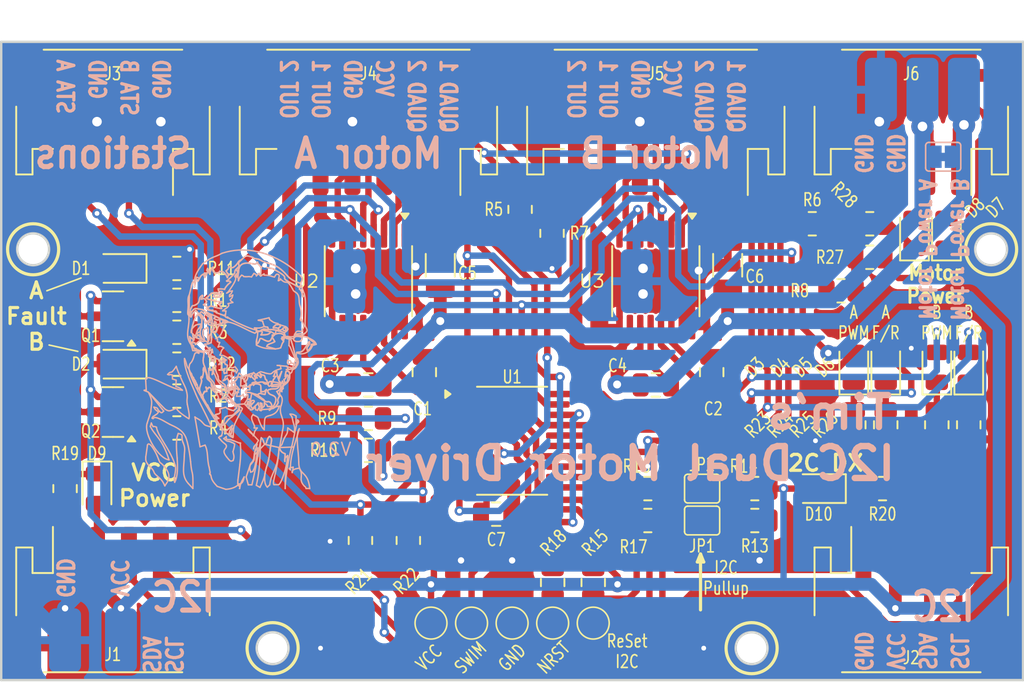
<source format=kicad_pcb>
(kicad_pcb (version 20241229) (generator "pcbnew") (generator_version "9.0")
  (layers (0 "F.Cu" signal) (2 "B.Cu" signal) (13 "F.Paste" user) (15 "B.Paste" user) (5 "F.SilkS" user "F.Silkscreen") (7 "B.SilkS" user "B.Silkscreen") (1 "F.Mask" user) (3 "B.Mask" user) (25 "Edge.Cuts" user))
  (net 0 "")
  (net 1 "Net-(U2-CPH)")
  (net 2 "Net-(U2-CPL)")
  (net 3 "Net-(U3-CPL)")
  (net 4 "Net-(U3-CPH)")
  (net 5 "Net-(U2-VCP)")
  (net 6 "Net-(U3-VCP)")
  (net 7 "GND")
  (net 8 "/VCAP")
  (net 9 "Net-(D1-K)")
  (net 10 "Net-(D1-A)")
  (net 11 "Net-(D2-K)")
  (net 12 "Net-(D2-A)")
  (net 13 "/FWD_REV_A")
  (net 14 "Net-(D3-K)")
  (net 15 "/MOTOR__A(PWM)")
  (net 16 "Net-(D4-K)")
  (net 17 "/FWD_REV_B")
  (net 18 "Net-(D5-K)")
  (net 19 "Net-(D6-K)")
  (net 20 "/MOTOR__B(PWM)")
  (net 21 "Net-(D7-K)")
  (net 22 "Net-(D8-K)")
  (net 23 "VCC")
  (net 24 "Net-(D9-K)")
  (net 25 "/SDA")
  (net 26 "/SCL")
  (net 27 "/STATION_A")
  (net 28 "/STATION_B")
  (net 29 "/QUAD_A1")
  (net 30 "/OUT1_A")
  (net 31 "/QUAD_A2")
  (net 32 "/OUT2_A")
  (net 33 "/OUT2_B")
  (net 34 "/QUAD_B1")
  (net 35 "/OUT1_B")
  (net 36 "/QUAD_B2")
  (net 37 "/SWIM")
  (net 38 "/NRST")
  (net 39 "/RESET_I2C")
  (net 40 "Net-(Q1-B)")
  (net 41 "Net-(Q2-B)")
  (net 42 "/nFAULT_A")
  (net 43 "/nFAULT_B")
  (net 44 "/PB4")
  (net 45 "/PB5")
  (net 46 "/CURRENT_SENSE_A")
  (net 47 "/CURRENT_SENSE_B")
  (net 48 "/VREF_A")
  (net 49 "/VREF_B")
  (net 50 "Net-(JP1-B)")
  (net 51 "Net-(JP2-B)")
  (net 52 "Net-(D10-K)")
  (net 53 "/M_PWR_A")
  (net 54 "/M_PWR_B")
  (footprint "Resistor_SMD:R_0805_2012Metric" (layer "F.Cu") (at 182.2775 97.54 -90)
    (property "Reference" "R25")
    (property "Value" "150R")
  )
  (footprint "Package_SO:HTSSOP-16-1EP_4.4x5mm_P0.65mm_EP3x3mm" (layer "F.Cu") (at 146.6775 88.54 -90)
    (property "Reference" "U2")
    (property "Value" "DRV8876")
  )
  (footprint "Capacitor_SMD:C_0805_2012Metric" (layer "F.Cu") (at 168.1775 94.24 90)
    (property "Reference" "C2")
    (property "Value" "22nF")
  )
  (footprint "Tims:Wire_Pad_D1.2mm" (layer "F.Cu") (at 160.7575 109.97)
    (property "Reference" "Pad5" (hide yes))
    (property "Value" "Reset I2C")
  )
  (footprint "Tims:SolderJumper-2_P1.3mm_Open_RoundedPad1.0x1.0mm" (layer "F.Cu") (at 167.5775 101.54)
    (property "Reference" "JP2")
    (property "Value" "Pull Up")
  )
  (footprint "Resistor_SMD:R_0805_2012Metric" (layer "F.Cu") (at 134.6775 91.74 180)
    (property "Reference" "R3")
    (property "Value" "510R")
  )
  (footprint "Tims:Wire_Pad_D1.2mm" (layer "F.Cu") (at 155.6775 109.97)
    (property "Reference" "Pad3" (hide yes))
    (property "Value" "GND")
  )
  (footprint "LED_SMD:LED_0805_2012Metric" (layer "F.Cu") (at 131.0775 93.74 180)
    (property "Reference" "D2")
    (property "Value" "LED (Red)")
  )
  (footprint "LED_SMD:LED_0805_2012Metric" (layer "F.Cu") (at 129.6775 101.54 -90)
    (property "Reference" "D9")
    (property "Value" "LED (Yellow)")
  )
  (footprint "Capacitor_SMD:C_0805_2012Metric" (layer "F.Cu") (at 154.6775 103.14)
    (property "Reference" "C7")
    (property "Value" "1uF")
  )
  (footprint "LED_SMD:LED_0805_2012Metric" (layer "F.Cu") (at 182.2775 93.94 90)
    (property "Reference" "D5")
    (property "Value" "LED (Blue)")
  )
  (footprint "Resistor_SMD:R_0805_2012Metric" (layer "F.Cu") (at 164.1775 101.54)
    (property "Reference" "R16")
    (property "Value" "100R")
  )
  (footprint "Resistor_SMD:R_0805_2012Metric" (layer "F.Cu") (at 170.8775 101.54)
    (property "Reference" "R14")
    (property "Value" "4k7")
  )
  (footprint "Connector_JST:JST_PH_S4B-PH-SM4-TB_1x04-1MP_P2.00mm_Horizontal" (layer "F.Cu") (at 130.6775 108.54)
    (property "Reference" "J1")
    (property "Value" "I2C")
  )
  (footprint "Tims:Wire_Pad_D1.2mm" (layer "F.Cu") (at 153.1375 109.97)
    (property "Reference" "Pad2" (hide yes))
    (property "Value" "SWIM")
  )
  (footprint "Capacitor_SMD:C_0805_2012Metric" (layer "F.Cu") (at 150.1775 94.24 90)
    (property "Reference" "C1")
    (property "Value" "22nF")
  )
  (footprint "Resistor_SMD:R_0805_2012Metric" (layer "F.Cu") (at 127.6775 101.54 90)
    (property "Reference" "R19")
    (property "Value" "150R")
  )
  (footprint "LED_SMD:LED_0805_2012Metric" (layer "F.Cu") (at 174.8775 101.54 180)
    (property "Reference" "D10")
    (property "Value" "LED (Red)")
  )
  (footprint "Resistor_SMD:R_0805_2012Metric" (layer "F.Cu") (at 134.6775 89.74 180)
    (property "Reference" "R1")
    (property "Value" "10k")
  )
  (footprint "LED_SMD:LED_0805_2012Metric" (layer "F.Cu") (at 177.0775 93.94 90)
    (property "Reference" "D3")
    (property "Value" "LED (Blue)")
  )
  (footprint "Resistor_SMD:R_0805_2012Metric" (layer "F.Cu") (at 146.6775 99.14)
    (property "Reference" "R10")
    (property "Value" "1k3")
  )
  (footprint "Tims:SolderJumper-2_P1.3mm_Open_RoundedPad1.0x1.0mm" (layer "F.Cu") (at 167.5775 103.54)
    (property "Reference" "JP1")
    (property "Value" "Pull Up")
  )
  (footprint "Package_SO:TSSOP-20_4.4x6.5mm_P0.65mm" (layer "F.Cu") (at 155.6775 98.54)
    (property "Reference" "U1")
    (property "Value" "STM8S103F")
  )
  (footprint "Resistor_SMD:R_0805_2012Metric" (layer "F.Cu") (at 174.4775 84.94 180)
    (property "Reference" "R6")
    (property "Value" "10k")
  )
  (footprint "Connector_JST:JST_PH_S6B-PH-SM4-TB_1x06-1MP_P2.00mm_Horizontal" (layer "F.Cu") (at 164.6775 78.54 180)
    (property "Reference" "J5")
    (property "Value" "Motor B")
  )
  (footprint "Connector_JST:JST_PH_S4B-PH-SM4-TB_1x04-1MP_P2.00mm_Horizontal" (layer "F.Cu") (at 180.6775 108.54)
    (property "Reference" "J2")
    (property "Value" "I2C")
  )
  (footprint "Resistor_SMD:R_0805_2012Metric" (layer "F.Cu") (at 178.0775 87.04)
    (property "Reference" "R27")
    (property "Value" "1K5")
  )
  (footprint "LED_SMD:LED_0805_2012Metric" (layer "F.Cu") (at 131.0775 87.74 180)
    (property "Reference" "D1")
    (property "Value" "LED (Red)")
  )
  (footprint "Resistor_SMD:R_0805_2012Metric" (layer "F.Cu") (at 134.6775 93.74 180)
    (property "Reference" "R12")
    (property "Value" "150R")
  )
  (footprint "Capacitor_SMD:C_0805_2012Metric" (layer "F.Cu") (at 164.6775 95.04 180)
    (property "Reference" "C4")
    (property "Value" "100nF")
  )
  (footprint "Resistor_SMD:R_0805_2012Metric" (layer "F.Cu") (at 160.7575 107.43 -90)
    (property "Reference" "R15")
    (property "Value" "10k")
  )
  (footprint "Capacitor_SMD:C_1206_3216Metric" (layer "F.Cu") (at 151.1775 87.54 90)
    (property "Reference" "C5")
    (property "Value" "100nF")
  )
  (footprint "Resistor_SMD:R_0805_2012Metric" (layer "F.Cu") (at 184.2775 97.54 -90)
    (property "Reference" "R26")
    (property "Value" "150R")
  )
  (footprint "LED_SMD:LED_0805_2012Metric" (layer "F.Cu") (at 179.0775 93.94 90)
    (property "Reference" "D4")
    (property "Value" "LED (Green)")
  )
  (footprint "Package_TO_SOT_SMD:SOT-23" (layer "F.Cu") (at 130.6775 90.74 180)
    (property "Reference" "Q1")
    (property "Value" "PNP_S8550")
  )
  (footprint "Capacitor_SMD:C_1206_3216Metric" (layer "F.Cu") (at 169.1775 87.54 90)
    (property "Reference" "C6")
    (property "Value" "100nF")
  )
  (footprint "Tims:Wire_Pad_D1.2mm" (layer "F.Cu") (at 158.2175 109.97)
    (property "Reference" "Pad4" (hide yes))
    (property "Value" "NRST")
  )
  (footprint "Resistor_SMD:R_0805_2012Metric" (layer "F.Cu") (at 179.0775 97.54 -90)
    (property "Reference" "R24")
    (property "Value" "150R")
  )
  (footprint "Resistor_SMD:R_0805_2012Metric" (layer "F.Cu") (at 176.2775 89.14 180)
    (property "Reference" "R8")
    (property "Value" "Omit")
  )
  (footprint "Resistor_SMD:R_0805_2012Metric" (layer "F.Cu") (at 146.1775 104.79 90)
    (property "Reference" "R21")
    (property "Value" "10k")
  )
  (footprint "Package_SO:HTSSOP-16-1EP_4.4x5mm_P0.65mm_EP3x3mm" (layer "F.Cu") (at 164.6775 88.54 -90)
    (property "Reference" "U3")
    (property "Value" "DRV8876")
  )
  (footprint "Resistor_SMD:R_0805_2012Metric" (layer "F.Cu") (at 164.1775 103.54 180)
    (property "Reference" "R17")
    (property "Value" "100R")
  )
  (footprint "Resistor_SMD:R_0805_2012Metric" (layer "F.Cu") (at 158.2175 107.43 90)
    (property "Reference" "R18")
    (property "Value" "10k")
  )
  (footprint "Resistor_SMD:R_0805_2012Metric" (layer "F.Cu") (at 158.1775 85.54 90)
    (property "Reference" "R7")
    (property "Value" "Omit")
  )
  (footprint "Connector_JST:JST_PH_S4B-PH-SM4-TB_1x04-1MP_P2.00mm_Horizontal" (layer "F.Cu") (at 130.6775 78.54 180)
    (property "Reference" "J3")
    (property "Value" "Stations")
  )
  (footprint "Package_TO_SOT_SMD:SOT-23" (layer "F.Cu") (at 130.6775 96.74 180)
    (property "Reference" "Q2")
    (property "Value" "PNP_S8550")
  )
  (footprint "Resistor_SMD:R_0805_2012Metric" (layer "F.Cu") (at 178.0775 84.94)
    (property "Reference" "R28")
    (property "Value" "1K5")
  )
  (footprint "Resistor_SMD:R_0805_2012Metric" (layer "F.Cu") (at 177.0775 97.54 -90)
    (property "Reference" "R23")
    (property "Value" "150R")
  )
  (footprint "LED_SMD:LED_0805_2012Metric" (layer "F.Cu") (at 180.8775 85.54 90)
    (property "Reference" "D8")
    (property "Value" "LED (Yellow)")
  )
  (footprint "Tims:Wire_Pad_D1.2mm" (layer "F.Cu") (at 150.5975 109.97)
    (property "Reference" "Pad1" (hide yes))
    (property "Value" "VCC")
  )
  (footprint "Capacitor_SMD:C_0805_2012Metric" (layer "F.Cu") (at 146.6775 95.04 180)
    (property "Reference" "C3")
    (property "Value" "100nF")
  )
  (footprint "Connector_JST:JST_PH_S4B-PH-SM4-TB_1x04-1MP_P2.00mm_Horizontal" (layer "F.Cu") (at 180.6775 78.54 180)
    (property "Reference" "J6")
    (property "Value" "Motor Power")
  )
  (footprint "Resistor_SMD:R_0805_2012Metric" (layer "F.Cu") (at 178.8775 101.54 180)
    (property "Reference" "R20")
    (property "Value" "680R")
  )
  (footprint "Resistor_SMD:R_0805_2012Metric" (layer "F.Cu") (at 134.6775 97.74 180)
    (property "Reference" "R4")
    (property "Value" "510R")
  )
  (footprint "LED_SMD:LED_0805_2012Metric" (layer "F.Cu") (at 184.2775 93.94 90)
    (property "Reference" "D6")
    (property "Value" "LED (Green)")
  )
  (footprint "Resistor_SMD:R_0805_2012Metric" (layer "F.Cu") (at 170.8775 103.54)
    (property "Reference" "R13")
    (property "Value" "4k7")
  )
  (footprint "Resistor_SMD:R_0805_2012Metric" (layer "F.Cu") (at 134.6775 87.74 180)
    (property "Reference" "R11")
    (property "Value" "150R")
  )
  (footprint "LED_SMD:LED_0805_2012Metric" (layer "F.Cu") (at 182.8775 85.54 90)
    (property "Reference" "D7")
    (property "Value" "LED (Yellow)")
  )
  (footprint "Resistor_SMD:R_0805_2012Metric" (layer "F.Cu") (at 146.6775 97.14)
    (property "Reference" "R9")
    (property "Value" "1k3")
  )
  (footprint "Resistor_SMD:R_0805_2012Metric" (layer "F.Cu") (at 134.6775 95.74 180)
    (property "Reference" "R2")
    (property "Value" "10k")
  )
  (footprint "Resistor_SMD:R_0805_2012Metric" (layer "F.Cu") (at 149.1775 104.79 90)
    (property "Reference" "R22")
    (property "Value" "10k")
  )
  (footprint "Resistor_SMD:R_0805_2012Metric" (layer "F.Cu") (at 156.1775 84.04 90)
    (property "Reference" "R5")
    (property "Value" "10k")
  )
  (footprint "Connector_JST:JST_PH_S6B-PH-SM4-TB_1x06-1MP_P2.00mm_Horizontal" (layer "F.Cu") (at 146.6775 78.54 180)
    (property "Reference" "J4")
    (property "Value" "Motor A")
  )
  (footprint "Tims:Wire_Pad_2050mm" (layer "B.Cu") (at 145.4775 88.54 -90)
    (property "Reference" "Pad12" (hide yes))
    (property "Value" "Heat Sink")
  )
  (footprint "Tims:Wire_Pad_2050mm" (layer "B.Cu") (at 181.3775 76.54 -90)
    (property "Reference" "Pad10" (hide yes))
    (property "Value" "Motor power B")
  )
  (footprint "Tims:Wire_Pad_2050mm" (layer "B.Cu") (at 163.4775 88.54 -90)
    (property "Reference" "Pad11" (hide yes))
    (property "Value" "Heat Sink")
  )
  (footprint "Tims:SolderJumper-2_P1.3mm_Bridged_RoundedPad1.0x1.0mm" (layer "B.Cu") (at 182.6775 80.74)
    (property "Reference" "JP3" (hide yes))
    (property "Value" "Power Link")
  )
  (footprint "Tims:Wire_Pad_2050mm" (layer "B.Cu") (at 183.9775 76.54 -90)
    (property "Reference" "Pad9" (hide yes))
    (property "Value" "Motor power A")
  )
  (footprint "Tims:Wire_Pad_2050mm" (layer "B.Cu") (at 131.1775 111.04 -90)
    (property "Reference" "Pad6" (hide yes))
    (property "Value" "VCC")
  )
  (footprint "Tims:Wire_Pad_2050mm" (layer "B.Cu") (at 178.7775 76.54 -90)
    (property "Reference" "Pad8" (hide yes))
    (property "Value" "GND")
  )
  (footprint "Tims:Wire_Pad_2050mm" (layer "B.Cu") (at 127.6775 111.04 -90)
    (property "Reference" "Pad7" (hide yes))
    (property "Value" "GND")
  )
  (gr_circle (center 158.2175 109.97) (end 159.2175 109.97) (stroke (width 0.1)) (fill no) (layer "F.SilkS"))
  (gr_circle (center 155.6775 109.97) (end 156.6775 109.97) (stroke (width 0.1)) (fill no) (layer "F.SilkS"))
  (gr_circle (center 153.1375 109.97) (end 154.1375 109.97) (stroke (width 0.1)) (fill no) (layer "F.SilkS"))
  (gr_circle (center 170.6775 111.54) (end 172.2775 111.54) (stroke (width 0.2)) (fill no) (layer "F.SilkS"))
  (gr_circle (center 125.6775 86.54) (end 127.2775 86.54) (stroke (width 0.2)) (fill no) (layer "F.SilkS"))
  (gr_circle (center 185.6775 86.54) (end 187.2775 86.54) (stroke (width 0.2)) (fill no) (layer "F.SilkS"))
  (gr_line (start 167.4775 105.64) (end 167.4775 109.14) (stroke (width 0.2)) (layer "F.SilkS"))
  (gr_circle (center 160.7575 109.97) (end 161.7575 109.97) (stroke (width 0.1)) (fill no) (layer "F.SilkS"))
  (gr_line (start 126.6775 92.54) (end 128.4775 92.94) (stroke (width 0.1)) (layer "F.SilkS"))
  (gr_line (start 126.537807 89.14) (end 128.6775 88.34) (stroke (width 0.1)) (layer "F.SilkS"))
  (gr_circle (center 140.6775 111.54) (end 142.2775 111.54) (stroke (width 0.2)) (fill no) (layer "F.SilkS"))
  (gr_line (start 167.2775 106.14) (end 167.6775 106.14) (stroke (width 0.2)) (layer "F.SilkS"))
  (gr_line (start 167.4775 105.64) (end 167.2775 106.14) (stroke (width 0.2)) (layer "F.SilkS"))
  (gr_line (start 167.6775 106.14) (end 167.4775 105.64) (stroke (width 0.2)) (layer "F.SilkS"))
  (gr_circle (center 150.5975 109.97) (end 151.5975 109.97) (stroke (width 0.1)) (fill no) (layer "F.SilkS"))
  (gr_line (start 137.7214 93.2685) (end 137.6353 93.2198) (stroke (width 0.09)) (layer "B.SilkS"))
  (gr_line (start 135.396 101.2202) (end 135.6838 101.5331) (stroke (width 0.09)) (layer "B.SilkS"))
  (gr_curve (pts (xy 140.3816 87.6968) (xy 140.6007 87.7656) (xy 140.5786 87.6889) (xy 140.7891 87.8076)) (stroke (width 0.09)) (layer "B.SilkS"))
  (gr_curve (pts (xy 139.1718 96.0872) (xy 139.1655 96.0841) (xy 139.1435 96.0903) (xy 139.1292 96.0911)) (stroke (width 0.09)) (layer "B.SilkS"))
  (gr_line (start 139.8519 96.4107) (end 139.8709 96.6224) (stroke (width 0.09)) (layer "B.SilkS"))
  (gr_curve (pts (xy 137.7278 95.2837) (xy 137.7311 95.2869) (xy 137.7978 95.3436) (xy 137.8093 95.3508)) (stroke (width 0.09)) (layer "B.SilkS"))
  (gr_curve (pts (xy 141.2127 95.3358) (xy 141.174 95.2058) (xy 141.1364 95.2137) (xy 141.2625 95.2543)) (stroke (width 0.09)) (layer "B.SilkS"))
  (gr_curve (pts (xy 138.1293 96.098) (xy 138.0723 96.0008) (xy 137.8758 95.8566) (xy 137.6928 95.8665)) (stroke (width 0.09)) (layer "B.SilkS"))
  (gr_line (start 139.9972 91.5937) (end 140.5709 91.7109) (stroke (width 0.09)) (layer "B.SilkS"))
  (gr_curve (pts (xy 141.3765 91.8953) (xy 141.4284 92.1932) (xy 141.1243 91.8878) (xy 141.3388 92.1504)) (stroke (width 0.09)) (layer "B.SilkS"))
  (gr_curve (pts (xy 137.901 88.5321) (xy 138.0697 88.567) (xy 137.9408 88.4901) (xy 138.0555 88.5923)) (stroke (width 0.09)) (layer "B.SilkS"))
  (gr_curve (pts (xy 136.829 94.8908) (xy 136.9071 95.0245) (xy 136.9897 95.1678) (xy 137.0385 95.2967)) (stroke (width 0.09)) (layer "B.SilkS"))
  (gr_curve (pts (xy 138.588 87.5942) (xy 138.5614 87.6217) (xy 138.362 87.8199) (xy 138.3611 87.8212)) (stroke (width 0.09)) (layer "B.SilkS"))
  (gr_line (start 139.1124 94.5016) (end 138.981 94.4242) (stroke (width 0.09)) (layer "B.SilkS"))
  (gr_curve (pts (xy 139.1751 96.2305) (xy 139.1087 96.1503) (xy 139.0292 96.347) (xy 139.1292 96.0911)) (stroke (width 0.09)) (layer "B.SilkS"))
  (gr_curve (pts (xy 138.1293 96.098) (xy 137.9936 96.1677) (xy 138.094 96.1189) (xy 137.9439 96.176)) (stroke (width 0.09)) (layer "B.SilkS"))
  (gr_curve (pts (xy 135.7918 88.4696) (xy 135.7877 88.4878) (xy 135.7771 88.5458) (xy 135.7765 88.5578)) (stroke (width 0.09)) (layer "B.SilkS"))
  (gr_curve (pts (xy 138.3611 87.8212) (xy 138.362 87.8199) (xy 138.5614 87.6217) (xy 138.588 87.5942)) (stroke (width 0.09)) (layer "B.SilkS"))
  (gr_line (start 137.3718 97.5284) (end 137.4628 97.6196) (stroke (width 0.09)) (layer "B.SilkS"))
  (gr_curve (pts (xy 138.2229 96.6512) (xy 138.0473 96.6146) (xy 137.8405 96.546) (xy 137.7363 96.4417)) (stroke (width 0.09)) (layer "B.SilkS"))
  (gr_curve (pts (xy 141.586 88.1836) (xy 141.8386 88.4735) (xy 142.0863 88.5596) (xy 142.4272 88.6738)) (stroke (width 0.09)) (layer "B.SilkS"))
  (gr_curve (pts (xy 140.2667 87.6263) (xy 140.3013 87.6712) (xy 140.2635 87.6598) (xy 140.3816 87.6968)) (stroke (width 0.09)) (layer "B.SilkS"))
  (gr_curve (pts (xy 135.6564 92.5967) (xy 135.7517 92.565) (xy 135.7211 92.5561) (xy 135.7144 92.6637)) (stroke (width 0.09)) (layer "B.SilkS"))
  (gr_line (start 136.2505 92.1772) (end 136.2809 92.1637) (stroke (width 0.09)) (layer "B.SilkS"))
  (gr_curve (pts (xy 135.3896 90.5022) (xy 135.6503 90.3826) (xy 135.3983 90.5683) (xy 135.5672 90.229)) (stroke (width 0.09)) (layer "B.SilkS"))
  (gr_curve (pts (xy 137.3848 90.9319) (xy 137.2216 91.0007) (xy 137.152 90.9715) (xy 137.0075 90.8752)) (stroke (width 0.09)) (layer "B.SilkS"))
  (gr_curve (pts (xy 136.9597 91.3216) (xy 136.9468 91.3155) (xy 136.9272 91.3125) (xy 136.9185 91.3106)) (stroke (width 0.09)) (layer "B.SilkS"))
  (gr_curve (pts (xy 139.9972 91.5937) (xy 139.9437 91.6179) (xy 139.9213 91.627) (xy 139.8687 91.6749)) (stroke (width 0.09)) (layer "B.SilkS"))
  (gr_curve (pts (xy 138.1888 89.8708) (xy 138.0336 89.733) (xy 138.0766 89.8307) (xy 138.028 89.7034)) (stroke (width 0.09)) (layer "B.SilkS"))
  (gr_line (start 140.9417 95.4512) (end 141.1123 95.7357) (stroke (width 0.09)) (layer "B.SilkS"))
  (gr_curve (pts (xy 141.0371 88.5074) (xy 141.2026 88.4425) (xy 141.1112 88.489) (xy 141.1532 88.4408)) (stroke (width 0.09)) (layer "B.SilkS"))
  (gr_curve (pts (xy 136.1502 90.6986) (xy 136.0314 90.6986) (xy 136.0645 90.7264) (xy 136.0645 90.6016)) (stroke (width 0.09)) (layer "B.SilkS"))
  (gr_curve (pts (xy 141.1262 99.0242) (xy 141.1669 99.2114) (xy 141.2956 99.2949) (xy 141.4591 99.3572)) (stroke (width 0.09)) (layer "B.SilkS"))
  (gr_curve (pts (xy 137.5318 95.0988) (xy 137.8322 95.2405) (xy 137.5133 95.0792) (xy 137.7278 95.2837)) (stroke (width 0.09)) (layer "B.SilkS"))
  (gr_line (start 141.4591 99.3572) (end 141.4459 99.825) (stroke (width 0.09)) (layer "B.SilkS"))
  (gr_curve (pts (xy 137.9743 88.1229) (xy 137.957 88.1161) (xy 137.9268 88.1026) (xy 137.9202 88.0979)) (stroke (width 0.09)) (layer "B.SilkS"))
  (gr_line (start 140.1759 98.7645) (end 141.0844 98.9666) (stroke (width 0.09)) (layer "B.SilkS"))
  (gr_curve (pts (xy 135.6621 91.8316) (xy 135.6931 92.1375) (xy 135.7649 92.0577) (xy 135.747 92.2331)) (stroke (width 0.09)) (layer "B.SilkS"))
  (gr_line (start 137.9052 91.1045) (end 137.8188 91.0436) (stroke (width 0.09)) (layer "B.SilkS"))
  (gr_curve (pts (xy 139.7158 87.1462) (xy 139.2592 87.0639) (xy 139.6622 87.1085) (xy 139.3008 87.0013)) (stroke (width 0.09)) (layer "B.SilkS"))
  (gr_curve (pts (xy 137.1062 97.0694) (xy 137.12 97.2036) (xy 137.0767 97.1947) (xy 137.1847 97.1644)) (stroke (width 0.09)) (layer "B.SilkS"))
  (gr_line (start 137.0385 95.2967) (end 137.0799 95.3691) (stroke (width 0.09)) (layer "B.SilkS"))
  (gr_line (start 141.7537 94.3909) (end 141.7524 94.354) (stroke (width 0.09)) (layer "B.SilkS"))
  (gr_curve (pts (xy 136.5866 89.5491) (xy 136.5491 89.5769) (xy 136.3434 89.581) (xy 136.799 89.7093)) (stroke (width 0.09)) (layer "B.SilkS"))
  (gr_curve (pts (xy 140.0614 94.865) (xy 139.8021 94.8472) (xy 139.9231 94.899) (xy 139.6595 94.89)) (stroke (width 0.09)) (layer "B.SilkS"))
  (gr_curve (pts (xy 138.1767 94.9038) (xy 138.3823 94.9402) (xy 138.3392 94.8735) (xy 138.3542 95.0824)) (stroke (width 0.09)) (layer "B.SilkS"))
  (gr_curve (pts (xy 142.2778 88.8902) (xy 142.5348 88.8763) (xy 142.3021 88.9133) (xy 142.4491 88.788)) (stroke (width 0.09)) (layer "B.SilkS"))
  (gr_curve (pts (xy 134.5459 101.1442) (xy 134.747 100.7853) (xy 134.735 100.1307) (xy 134.6966 99.6222)) (stroke (width 0.09)) (layer "B.SilkS"))
  (gr_line (start 137.0039 89.7633) (end 136.799 89.7093) (stroke (width 0.09)) (layer "B.SilkS"))
  (gr_curve (pts (xy 141.9614 97.3631) (xy 142.0255 97.5972) (xy 142.1028 97.736) (xy 142.0171 98.0134)) (stroke (width 0.09)) (layer "B.SilkS"))
  (gr_line (start 140.5505 94.8251) (end 140.6129 94.8339) (stroke (width 0.09)) (layer "B.SilkS"))
  (gr_line (start 141.2625 95.2543) (end 141.2485 95.2494) (stroke (width 0.09)) (layer "B.SilkS"))
  (gr_curve (pts (xy 134.4066 94.6697) (xy 134.4903 94.6978) (xy 134.5589 94.7135) (xy 134.6333 94.7425)) (stroke (width 0.09)) (layer "B.SilkS"))
  (gr_line (start 141.0241 91.6596) (end 140.8993 91.6077) (stroke (width 0.09)) (layer "B.SilkS"))
  (gr_curve (pts (xy 137.4991 95.6152) (xy 137.5401 95.4969) (xy 137.5572 95.5162) (xy 137.4417 95.564)) (stroke (width 0.09)) (layer "B.SilkS"))
  (gr_line (start 137.0799 95.3691) (end 137.0385 95.2967) (stroke (width 0.09)) (layer "B.SilkS"))
  (gr_line (start 138.3448 95.2392) (end 138.3204 95.3252) (stroke (width 0.09)) (layer "B.SilkS"))
  (gr_curve (pts (xy 135.4503 90.0064) (xy 135.4556 90.3407) (xy 135.4192 90.243) (xy 135.3615 90.5404)) (stroke (width 0.09)) (layer "B.SilkS"))
  (gr_line (start 139.1592 97.831) (end 139.785 98.5199) (stroke (width 0.09)) (layer "B.SilkS"))
  (gr_line (start 137.1877 97.0432) (end 137.1323 96.9877) (stroke (width 0.09)) (layer "B.SilkS"))
  (gr_curve (pts (xy 137.8008 94.2996) (xy 137.613 94.2554) (xy 137.6696 94.457) (xy 137.62 94.1722)) (stroke (width 0.09)) (layer "B.SilkS"))
  (gr_line (start 139.2628 95.0401) (end 139.381 95.0089) (stroke (width 0.09)) (layer "B.SilkS"))
  (gr_line (start 136.3497 90.0142) (end 136.638 90.1841) (stroke (width 0.09)) (layer "B.SilkS"))
  (gr_line (start 137.7765 98.4365) (end 137.7765 98.2808) (stroke (width 0.09)) (layer "B.SilkS"))
  (gr_curve (pts (xy 139.713 94.3658) (xy 139.6596 94.4709) (xy 139.8777 94.451) (xy 139.5527 94.4718)) (stroke (width 0.09)) (layer "B.SilkS"))
  (gr_line (start 141.6037 93.9038) (end 141.5467 93.8714) (stroke (width 0.09)) (layer "B.SilkS"))
  (gr_curve (pts (xy 138.981 94.4242) (xy 138.9819 94.6596) (xy 138.9385 94.5647) (xy 138.9031 94.7913)) (stroke (width 0.09)) (layer "B.SilkS"))
  (gr_curve (pts (xy 141.4682 101.5331) (xy 141.4613 100.7679) (xy 141.756 99.2842) (xy 141.8878 98.8541)) (stroke (width 0.09)) (layer "B.SilkS"))
  (gr_curve (pts (xy 136.9185 91.3106) (xy 136.9272 91.3125) (xy 136.9468 91.3155) (xy 136.9597 91.3216)) (stroke (width 0.09)) (layer "B.SilkS"))
  (gr_curve (pts (xy 142.966 92.3241) (xy 142.9732 92.3377) (xy 142.9852 92.3565) (xy 142.987 92.3652)) (stroke (width 0.09)) (layer "B.SilkS"))
  (gr_curve (pts (xy 139.5006 96.9367) (xy 139.384 96.8997) (xy 139.4923 96.8558) (xy 139.4267 96.9369)) (stroke (width 0.09)) (layer "B.SilkS"))
  (gr_curve (pts (xy 137.4417 95.564) (xy 137.6519 95.1497) (xy 137.24 95.4597) (xy 137.0757 95.1501)) (stroke (width 0.09)) (layer "B.SilkS"))
  (gr_line (start 139.1534 101.3014) (end 139.3801 101.3018) (stroke (width 0.09)) (layer "B.SilkS"))
  (gr_curve (pts (xy 141.3388 92.1504) (xy 141.3452 92.146) (xy 141.3559 92.1309) (xy 141.3578 92.1367)) (stroke (width 0.09)) (layer "B.SilkS"))
  (gr_curve (pts (xy 137.26 88.0048) (xy 137.4921 87.9376) (xy 137.2021 87.9867) (xy 137.4268 87.9342)) (stroke (width 0.09)) (layer "B.SilkS"))
  (gr_curve (pts (xy 137.4037 90.0866) (xy 137.3527 90.0119) (xy 137.376 90.0346) (xy 137.3035 89.9824)) (stroke (width 0.09)) (layer "B.SilkS"))
  (gr_curve (pts (xy 141.4877 94.3566) (xy 141.4912 94.3393) (xy 141.492 94.2824) (xy 141.4978 94.2677)) (stroke (width 0.09)) (layer "B.SilkS"))
  (gr_line (start 138.558 96.3622) (end 138.3986 96.2714) (stroke (width 0.09)) (layer "B.SilkS"))
  (gr_line (start 137.7834 98.0704) (end 137.8537 98.1074) (stroke (width 0.09)) (layer "B.SilkS"))
  (gr_curve (pts (xy 139.8273 96.371) (xy 139.8315 96.38) (xy 139.842 96.3987) (xy 139.8519 96.4107)) (stroke (width 0.09)) (layer "B.SilkS"))
  (gr_line (start 140.6505 92.047) (end 140.8149 92.326) (stroke (width 0.09)) (layer "B.SilkS"))
  (gr_curve (pts (xy 139.7426 91.768) (xy 139.79 91.6437) (xy 139.8374 91.6491) (xy 139.7298 91.6647)) (stroke (width 0.09)) (layer "B.SilkS"))
  (gr_curve (pts (xy 137.4328 91.2008) (xy 137.3496 91.043) (xy 137.3648 91.1268) (xy 137.3848 90.9319)) (stroke (width 0.09)) (layer "B.SilkS"))
  (gr_curve (pts (xy 139.3989 94.3895) (xy 139.4061 94.3757) (xy 139.4522 94.3378) (xy 139.4576 94.3109)) (stroke (width 0.09)) (layer "B.SilkS"))
  (gr_curve (pts (xy 141.4877 94.3566) (xy 141.4846 94.3718) (xy 141.4845 94.3906) (xy 141.482 94.4048)) (stroke (width 0.09)) (layer "B.SilkS"))
  (gr_curve (pts (xy 138.2237 94.2049) (xy 138.2298 94.2032) (xy 138.2479 94.2018) (xy 138.2536 94.1998)) (stroke (width 0.09)) (layer "B.SilkS"))
  (gr_curve (pts (xy 138.1934 99.2191) (xy 138.2092 99.3884) (xy 138.3205 99.5004) (xy 138.1997 99.7801)) (stroke (width 0.09)) (layer "B.SilkS"))
  (gr_curve (pts (xy 141.7771 92.0973) (xy 141.85 92.2348) (xy 142.0552 92.9931) (xy 142.0824 93.2081)) (stroke (width 0.09)) (layer "B.SilkS"))
  (gr_curve (pts (xy 136.2505 92.1772) (xy 136.1056 92.1763) (xy 136.0504 92.1404) (xy 135.9273 92.0951)) (stroke (width 0.09)) (layer "B.SilkS"))
  (gr_line (start 141.1245 91.2672) (end 141.1657 91.3774) (stroke (width 0.09)) (layer "B.SilkS"))
  (gr_curve (pts (xy 142.4727 88.8369) (xy 142.2686 88.9853) (xy 142.4069 88.8498) (xy 142.3587 89.0319)) (stroke (width 0.09)) (layer "B.SilkS"))
  (gr_line (start 141.2531 95.4166) (end 141.207 95.406) (stroke (width 0.09)) (layer "B.SilkS"))
  (gr_line (start 140.7229 94.7192) (end 140.616 95.06) (stroke (width 0.09)) (layer "B.SilkS"))
  (gr_line (start 136.2141 90.4563) (end 136.7465 90.8194) (stroke (width 0.09)) (layer "B.SilkS"))
  (gr_curve (pts (xy 136.5024 92.8905) (xy 136.4149 92.9034) (xy 136.3907 92.9253) (xy 136.3414 92.95)) (stroke (width 0.09)) (layer "B.SilkS"))
  (gr_curve (pts (xy 141.2127 95.3358) (xy 141.3186 95.3358) (xy 141.2959 95.3587) (xy 141.2625 95.2543)) (stroke (width 0.09)) (layer "B.SilkS"))
  (gr_line (start 139.9942 96.6008) (end 139.8709 96.6224) (stroke (width 0.09)) (layer "B.SilkS"))
  (gr_curve (pts (xy 136.1477 91.892) (xy 135.9973 91.9276) (xy 135.9086 91.9273) (xy 135.9273 92.0951)) (stroke (width 0.09)) (layer "B.SilkS"))
  (gr_curve (pts (xy 139.2277 95.9278) (xy 139.2363 95.9413) (xy 139.2418 95.967) (xy 139.2473 95.9749)) (stroke (width 0.09)) (layer "B.SilkS"))
  (gr_curve (pts (xy 142.041 89.181) (xy 142.053 89.1918) (xy 142.0933 89.2168) (xy 142.106 89.2268)) (stroke (width 0.09)) (layer "B.SilkS"))
  (gr_line (start 138.9264 95.1729) (end 139.1008 95.158) (stroke (width 0.09)) (layer "B.SilkS"))
  (gr_curve (pts (xy 136.0181 92.9114) (xy 136.0331 92.8212) (xy 136.0426 92.8526) (xy 135.9415 92.8744)) (stroke (width 0.09)) (layer "B.SilkS"))
  (gr_curve (pts (xy 138.2791 94.1912) (xy 138.3527 94.1554) (xy 138.3065 94.1774) (xy 138.3345 94.1157)) (stroke (width 0.09)) (layer "B.SilkS"))
  (gr_line (start 136.1022 92.8843) (end 136.3414 92.95) (stroke (width 0.09)) (layer "B.SilkS"))
  (gr_line (start 137.7289 90.6048) (end 137.7549 90.4079) (stroke (width 0.09)) (layer "B.SilkS"))
  (gr_line (start 137.7072 97.9803) (end 138.1563 97.5761) (stroke (width 0.09)) (layer "B.SilkS"))
  (gr_curve (pts (xy 136.9558 90.4121) (xy 136.8845 90.3625) (xy 137.0507 90.3462) (xy 136.775 90.37)) (stroke (width 0.09)) (layer "B.SilkS"))
  (gr_line (start 135.7757 88.9017) (end 135.9173 88.2966) (stroke (width 0.09)) (layer "B.SilkS"))
  (gr_line (start 137.6246 90.687) (end 137.1792 90.5247) (stroke (width 0.09)) (layer "B.SilkS"))
  (gr_curve (pts (xy 141.2625 95.2543) (xy 141.3461 95.2203) (xy 141.3716 95.4099) (xy 141.3158 95.0877)) (stroke (width 0.09)) (layer "B.SilkS"))
  (gr_curve (pts (xy 139.0298 95.5145) (xy 138.8871 95.4869) (xy 139.1281 95.6695) (xy 138.9811 95.4661)) (stroke (width 0.09)) (layer "B.SilkS"))
  (gr_curve (pts (xy 140.1985 94.9695) (xy 140.2875 95.0045) (xy 140.2723 94.9849) (xy 140.344 94.9655)) (stroke (width 0.09)) (layer "B.SilkS"))
  (gr_curve (pts (xy 140.7471 94.6848) (xy 140.7399 94.6953) (xy 140.7297 94.7084) (xy 140.7229 94.7192)) (stroke (width 0.09)) (layer "B.SilkS"))
  (gr_curve (pts (xy 141.627 93.4981) (xy 141.6291 93.5271) (xy 141.5721 93.6576) (xy 141.6341 93.718)) (stroke (width 0.09)) (layer "B.SilkS"))
  (gr_line (start 137.4328 91.2008) (end 137.1512 91.2815) (stroke (width 0.09)) (layer "B.SilkS"))
  (gr_curve (pts (xy 133.5232 96.7405) (xy 133.3236 96.5658) (xy 133.3299 96.6146) (xy 133.2399 96.4325)) (stroke (width 0.09)) (layer "B.SilkS"))
  (gr_curve (pts (xy 136.543 90.5326) (xy 136.5472 90.5499) (xy 136.5642 90.5561) (xy 136.5703 90.5616)) (stroke (width 0.09)) (layer "B.SilkS"))
  (gr_curve (pts (xy 137.9743 88.1229) (xy 137.8308 88.2496) (xy 137.9146 88.1218) (xy 137.846 88.3187)) (stroke (width 0.09)) (layer "B.SilkS"))
  (gr_curve (pts (xy 139.4287 96.4841) (xy 139.4232 96.4733) (xy 139.4049 96.4985) (xy 139.3925 96.5046)) (stroke (width 0.09)) (layer "B.SilkS"))
  (gr_curve (pts (xy 137.783 98.8639) (xy 137.772 98.7452) (xy 137.6648 98.7497) (xy 137.4757 98.5424)) (stroke (width 0.09)) (layer "B.SilkS"))
  (gr_curve (pts (xy 143.1013 92.5061) (xy 143.0816 92.597) (xy 143.1035 92.6366) (xy 143.0104 92.7667)) (stroke (width 0.09)) (layer "B.SilkS"))
  (gr_curve (pts (xy 136.1022 92.8843) (xy 136.1357 93.0028) (xy 136.0619 92.9369) (xy 136.2147 92.9745)) (stroke (width 0.09)) (layer "B.SilkS"))
  (gr_curve (pts (xy 137.6273 97.2824) (xy 137.7076 96.8185) (xy 138.0637 97.0901) (xy 138.2837 96.8571)) (stroke (width 0.09)) (layer "B.SilkS"))
  (gr_curve (pts (xy 142.3522 100.2615) (xy 142.6671 100.756) (xy 142.2371 100.9333) (xy 142.6687 101.3825)) (stroke (width 0.09)) (layer "B.SilkS"))
  (gr_line (start 141.9906 92.1586) (end 142.0551 91.8712) (stroke (width 0.09)) (layer "B.SilkS"))
  (gr_line (start 139.3714 95.5617) (end 139.7421 95.6597) (stroke (width 0.09)) (layer "B.SilkS"))
  (gr_curve (pts (xy 139.1008 95.158) (xy 139.4507 95.0343) (xy 139.001 95.3555) (xy 139.2628 95.0401)) (stroke (width 0.09)) (layer "B.SilkS"))
  (gr_line (start 139.7755 90.9858) (end 140.0525 91.0489) (stroke (width 0.09)) (layer "B.SilkS"))
  (gr_line (start 139.9972 91.5937) (end 140.1218 91.5436) (stroke (width 0.09)) (layer "B.SilkS"))
  (gr_line (start 140.6093 95.0513) (end 140.616 95.06) (stroke (width 0.09)) (layer "B.SilkS"))
  (gr_curve (pts (xy 140.8022 96.2515) (xy 141.08 95.6595) (xy 140.5632 95.7234) (xy 140.4506 95.5762)) (stroke (width 0.09)) (layer "B.SilkS"))
  (gr_curve (pts (xy 136.2504 95.7273) (xy 136.3448 95.7499) (xy 136.3101 95.7216) (xy 136.319 95.8412)) (stroke (width 0.09)) (layer "B.SilkS"))
  (gr_line (start 141.2437 94.204) (end 141.0551 94.7537) (stroke (width 0.09)) (layer "B.SilkS"))
  (gr_line (start 136.1502 90.6986) (end 136.1448 90.7013) (stroke (width 0.09)) (layer "B.SilkS"))
  (gr_line (start 135.4399 94.053) (end 135.5425 94.2797) (stroke (width 0.09)) (layer "B.SilkS"))
  (gr_line (start 138.6577 94.5583) (end 139.1456 94.417) (stroke (width 0.09)) (layer "B.SilkS"))
  (gr_curve (pts (xy 137.376 93.1711) (xy 137.4964 92.9767) (xy 137.3995 93.0665) (xy 137.4722 92.9094)) (stroke (width 0.09)) (layer "B.SilkS"))
  (gr_line (start 136.8907 92.8108) (end 136.6946 92.9166) (stroke (width 0.09)) (layer "B.SilkS"))
  (gr_curve (pts (xy 140.344 94.9655) (xy 140.4952 95.1563) (xy 140.3997 95.1657) (xy 140.6093 95.0513)) (stroke (width 0.09)) (layer "B.SilkS"))
  (gr_line (start 141.7189 92.1701) (end 141.7007 92.5777) (stroke (width 0.09)) (layer "B.SilkS"))
  (gr_curve (pts (xy 137.47 92.6378) (xy 137.3383 92.6061) (xy 137.4077 92.6111) (xy 137.2603 92.6685)) (stroke (width 0.09)) (layer "B.SilkS"))
  (gr_curve (pts (xy 140.6093 95.0513) (xy 140.3997 95.1657) (xy 140.4952 95.1563) (xy 140.344 94.9655)) (stroke (width 0.09)) (layer "B.SilkS"))
  (gr_curve (pts (xy 141.1657 91.3774) (xy 141.0096 91.5031) (xy 141.0489 91.4289) (xy 141.0241 91.6596)) (stroke (width 0.09)) (layer "B.SilkS"))
  (gr_curve (pts (xy 140.4716 96.6253) (xy 140.7336 96.4351) (xy 140.6422 96.6053) (xy 140.8258 96.4319)) (stroke (width 0.09)) (layer "B.SilkS"))
  (gr_curve (pts (xy 135.7289 91.4015) (xy 135.8778 91.2465) (xy 136.0138 91.2426) (xy 136.2028 91.2315)) (stroke (width 0.09)) (layer "B.SilkS"))
  (gr_line (start 138.3571 95.5492) (end 138.4523 95.526) (stroke (width 0.09)) (layer "B.SilkS"))
  (gr_curve (pts (xy 141.6478 94.5845) (xy 141.5217 95.155) (xy 141.6946 94.6541) (xy 141.4542 94.9627)) (stroke (width 0.09)) (layer "B.SilkS"))
  (gr_curve (pts (xy 139.2473 95.9749) (xy 139.2826 96.0252) (xy 139.2581 96.0029) (xy 139.3245 96.0687)) (stroke (width 0.09)) (layer "B.SilkS"))
  (gr_curve (pts (xy 135.8623 90.0175) (xy 136.2195 89.8309) (xy 135.9652 89.5944) (xy 136.2699 89.4271)) (stroke (width 0.09)) (layer "B.SilkS"))
  (gr_curve (pts (xy 133.936 96.5564) (xy 134.2164 96.7532) (xy 134.2896 96.651) (xy 134.6517 96.494)) (stroke (width 0.09)) (layer "B.SilkS"))
  (gr_curve (pts (xy 140.3247 96.1044) (xy 140.3398 96.105) (xy 140.5539 95.9895) (xy 140.6432 96.3821)) (stroke (width 0.09)) (layer "B.SilkS"))
  (gr_curve (pts (xy 142.3587 89.0319) (xy 142.4954 89.1215) (xy 142.5328 89.3182) (xy 142.5586 89.5172)) (stroke (width 0.09)) (layer "B.SilkS"))
  (gr_curve (pts (xy 136.799 89.7093) (xy 136.3434 89.581) (xy 136.5491 89.5769) (xy 136.5866 89.5491)) (stroke (width 0.09)) (layer "B.SilkS"))
  (gr_curve (pts (xy 141.1532 88.4408) (xy 141.1587 88.4345) (xy 141.1608 88.4098) (xy 141.1575 88.3915)) (stroke (width 0.09)) (layer "B.SilkS"))
  (gr_curve (pts (xy 135.7757 88.9017) (xy 135.8174 88.8126) (xy 135.7654 88.7734) (xy 135.7765 88.5578)) (stroke (width 0.09)) (layer "B.SilkS"))
  (gr_curve (pts (xy 139.3544 94.5215) (xy 139.3791 94.3906) (xy 139.3667 94.4514) (xy 139.3989 94.3895)) (stroke (width 0.09)) (layer "B.SilkS"))
  (gr_curve (pts (xy 140.1748 96.576) (xy 140.5883 96.5521) (xy 140.3489 96.5553) (xy 140.6036 96.4722)) (stroke (width 0.09)) (layer "B.SilkS"))
  (gr_line (start 136.8276 90.7636) (end 136.5703 90.5616) (stroke (width 0.09)) (layer "B.SilkS"))
  (gr_curve (pts (xy 140.5505 94.8251) (xy 140.5476 94.8251) (xy 140.5338 94.8242) (xy 140.5309 94.8246)) (stroke (width 0.09)) (layer "B.SilkS"))
  (gr_line (start 139.5397 94.444) (end 139.5527 94.4718) (stroke (width 0.09)) (layer "B.SilkS"))
  (gr_line (start 135.7254 94.6493) (end 135.7797 94.7017) (stroke (width 0.09)) (layer "B.SilkS"))
  (gr_curve (pts (xy 139.7744 92.3957) (xy 139.9261 92.1956) (xy 139.8134 92.0592) (xy 140.054 92.1665)) (stroke (width 0.09)) (layer "B.SilkS"))
  (gr_curve (pts (xy 141.2643 92.1675) (xy 141.2719 92.1753) (xy 141.2845 92.186) (xy 141.2911 92.193)) (stroke (width 0.09)) (layer "B.SilkS"))
  (gr_line (start 138.1767 94.9038) (end 138.3432 94.7947) (stroke (width 0.09)) (layer "B.SilkS"))
  (gr_curve (pts (xy 136.5703 90.5616) (xy 136.5642 90.5561) (xy 136.5472 90.5499) (xy 136.543 90.5326)) (stroke (width 0.09)) (layer "B.SilkS"))
  (gr_curve (pts (xy 136.2147 92.9745) (xy 136.0619 92.9369) (xy 136.1357 93.0028) (xy 136.1022 92.8843)) (stroke (width 0.09)) (layer "B.SilkS"))
  (gr_curve (pts (xy 138.028 89.7034) (xy 138.1491 89.569) (xy 138.133 89.619) (xy 138.1849 89.4089)) (stroke (width 0.09)) (layer "B.SilkS"))
  (gr_curve (pts (xy 139.5403 97.6157) (xy 139.5812 97.7501) (xy 139.3675 97.7565) (xy 139.7189 97.739)) (stroke (width 0.09)) (layer "B.SilkS"))
  (gr_line (start 135.7918 88.4696) (end 135.6751 88.607) (stroke (width 0.09)) (layer "B.SilkS"))
  (gr_curve (pts (xy 136.0059 95.2166) (xy 135.976 95.32) (xy 135.9504 95.3133) (xy 136.0498 95.2711)) (stroke (width 0.09)) (layer "B.SilkS"))
  (gr_curve (pts (xy 136.6799 93.2745) (xy 136.6634 92.9415) (xy 136.7156 93.1689) (xy 136.5951 93.0069)) (stroke (width 0.09)) (layer "B.SilkS"))
  (gr_curve (pts (xy 137.3859 93.4924) (xy 137.8202 93.698) (xy 137.3591 93.6488) (xy 137.6275 93.5755)) (stroke (width 0.09)) (layer "B.SilkS"))
  (gr_line (start 140.3619 91.4243) (end 140.1507 91.3862) (stroke (width 0.09)) (layer "B.SilkS"))
  (gr_line (start 139.0872 95.9585) (end 139.2277 95.9278) (stroke (width 0.09)) (layer "B.SilkS"))
  (gr_curve (pts (xy 140.8468 92.786) (xy 141.0201 92.7663) (xy 141.0418 92.7614) (xy 141.1801 92.7164)) (stroke (width 0.09)) (layer "B.SilkS"))
  (gr_line (start 139.7839 96.2581) (end 139.8273 96.371) (stroke (width 0.09)) (layer "B.SilkS"))
  (gr_curve (pts (xy 141.2305 92.1347) (xy 141.2403 92.1448) (xy 141.2547 92.1575) (xy 141.2643 92.1675)) (stroke (width 0.09)) (layer "B.SilkS"))
  (gr_curve (pts (xy 137.7363 96.4417) (xy 137.8405 96.546) (xy 138.0473 96.6146) (xy 138.2229 96.6512)) (stroke (width 0.09)) (layer "B.SilkS"))
  (gr_curve (pts (xy 140.5709 91.7109) (xy 140.4207 91.9203) (xy 140.2669 91.8947) (xy 139.9492 91.9038)) (stroke (width 0.09)) (layer "B.SilkS"))
  (gr_curve (pts (xy 133.1269 97.1249) (xy 133.1816 96.9916) (xy 133.1861 97.0343) (xy 133.3391 96.9243)) (stroke (width 0.09)) (layer "B.SilkS"))
  (gr_curve (pts (xy 134.2231 97.5039) (xy 134.0818 97.4385) (xy 133.4647 97.0242) (xy 133.2588 97.0903)) (stroke (width 0.09)) (layer "B.SilkS"))
  (gr_curve (pts (xy 138.9959 88.26) (xy 139.1639 88.2667) (xy 139.0939 88.2293) (xy 139.3577 88.2708)) (stroke (width 0.09)) (layer "B.SilkS"))
  (gr_curve (pts (xy 136.9642 94.1585) (xy 136.8955 94.2396) (xy 136.9282 94.2057) (xy 136.9164 94.2401)) (stroke (width 0.09)) (layer "B.SilkS"))
  (gr_line (start 135.8427 94.8021) (end 135.8472 94.8658) (stroke (width 0.09)) (layer "B.SilkS"))
  (gr_curve (pts (xy 139.7189 97.739) (xy 139.4352 98.0386) (xy 139.5899 98.0762) (xy 139.4591 98.2242)) (stroke (width 0.09)) (layer "B.SilkS"))
  (gr_curve (pts (xy 136.4331 88.299) (xy 136.3341 88.1282) (xy 136.3868 88.1927) (xy 136.4872 88.0284)) (stroke (width 0.09)) (layer "B.SilkS"))
  (gr_curve (pts (xy 137.5844 97.8149) (xy 137.6281 97.8789) (xy 137.6479 97.9066) (xy 137.7072 97.9803)) (stroke (width 0.09)) (layer "B.SilkS"))
  (gr_line (start 135.7797 94.7017) (end 135.7879 94.7573) (stroke (width 0.09)) (layer "B.SilkS"))
  (gr_curve (pts (xy 136.2009 89.6685) (xy 136.4158 89.6159) (xy 136.3863 89.608) (xy 136.4813 89.7162)) (stroke (width 0.09)) (layer "B.SilkS"))
  (gr_curve (pts (xy 137.0757 95.1501) (xy 137.0475 95.097) (xy 137.0539 95.0288) (xy 136.988 94.9083)) (stroke (width 0.09)) (layer "B.SilkS"))
  (gr_curve (pts (xy 139.9587 87.2409) (xy 139.8547 87.1723) (xy 139.817 87.1645) (xy 139.7158 87.1462)) (stroke (width 0.09)) (layer "B.SilkS"))
  (gr_curve (pts (xy 136.9846 93.6084) (xy 137.0164 93.8604) (xy 137.0883 93.7673) (xy 137.113 93.8834)) (stroke (width 0.09)) (layer "B.SilkS"))
  (gr_curve (pts (xy 138.1065 97.6873) (xy 137.8362 98.2221) (xy 138.0197 98.042) (xy 138.0767 98.1106)) (stroke (width 0.09)) (layer "B.SilkS"))
  (gr_line (start 140.1218 91.5436) (end 140.4166 91.5705) (stroke (width 0.09)) (layer "B.SilkS"))
  (gr_line (start 141.7771 92.0973) (end 141.9906 92.1586) (stroke (width 0.09)) (layer "B.SilkS"))
  (gr_curve (pts (xy 136.4851 92.5551) (xy 136.4753 92.5442) (xy 136.4412 92.5056) (xy 136.4272 92.4934)) (stroke (width 0.09)) (layer "B.SilkS"))
  (gr_curve (pts (xy 137.3714 96.5469) (xy 137.3825 96.7383) (xy 137.4415 96.7635) (xy 137.3313 96.8305)) (stroke (width 0.09)) (layer "B.SilkS"))
  (gr_curve (pts (xy 136.0591 93.0568) (xy 135.7548 92.9319) (xy 135.8069 93.1395) (xy 135.6947 93.4156)) (stroke (width 0.09)) (layer "B.SilkS"))
  (gr_line (start 141.0241 91.6596) (end 141.3022 91.5448) (stroke (width 0.09)) (layer "B.SilkS"))
  (gr_curve (pts (xy 137.9898 89.0791) (xy 138.5919 88.2195) (xy 138.285 88.3421) (xy 138.3095 88.2153)) (stroke (width 0.09)) (layer "B.SilkS"))
  (gr_curve (pts (xy 137.2014 96.8703) (xy 137.2708 96.8454) (xy 137.1898 96.9166) (xy 137.3313 96.8305)) (stroke (width 0.09)) (layer "B.SilkS"))
  (gr_line (start 139.9753 88.1863) (end 140.0915 88.108) (stroke (width 0.09)) (layer "B.SilkS"))
  (gr_line (start 139.9274 94.5735) (end 139.713 94.3658) (stroke (width 0.09)) (layer "B.SilkS"))
  (gr_curve (pts (xy 141.9906 92.1586) (xy 142.0913 91.9087) (xy 142.2833 91.9981) (xy 142.5348 92.0505)) (stroke (width 0.09)) (layer "B.SilkS"))
  (gr_line (start 142.0551 91.8712) (end 142.5347 91.9655) (stroke (width 0.09)) (layer "B.SilkS"))
  (gr_curve (pts (xy 136.4813 89.7162) (xy 136.4876 89.7233) (xy 136.4978 89.74) (xy 136.5032 89.7471)) (stroke (width 0.09)) (layer "B.SilkS"))
  (gr_line (start 138.5046 88.2444) (end 138.5354 88.512) (stroke (width 0.09)) (layer "B.SilkS"))
  (gr_curve (pts (xy 136.8129 91.5251) (xy 136.818 91.6793) (xy 136.8059 91.5984) (xy 136.9723 91.5726)) (stroke (width 0.09)) (layer "B.SilkS"))
  (gr_curve (pts (xy 139.6061 94.5311) (xy 139.5212 94.4588) (xy 139.5674 94.6215) (xy 139.5397 94.444)) (stroke (width 0.09)) (layer "B.SilkS"))
  (gr_curve (pts (xy 142.1334 93.4366) (xy 142.1241 93.3221) (xy 142.1119 93.2795) (xy 142.0824 93.2081)) (stroke (width 0.09)) (layer "B.SilkS"))
  (gr_curve (pts (xy 136.2392 90.6789) (xy 136.3565 90.7665) (xy 136.4174 91.0878) (xy 136.4862 91.2089)) (stroke (width 0.09)) (layer "B.SilkS"))
  (gr_line (start 136.319 95.8412) (end 136.5602 96.2699) (stroke (width 0.09)) (layer "B.SilkS"))
  (gr_curve (pts (xy 143.0059 101.5331) (xy 142.8803 100.365) (xy 142.3077 100.7778) (xy 142.3133 99.8585)) (stroke (width 0.09)) (layer "B.SilkS"))
  (gr_curve (pts (xy 137.1215 94.1465) (xy 137.0435 93.8135) (xy 137.1354 93.9886) (xy 137.113 93.8834)) (stroke (width 0.09)) (layer "B.SilkS"))
  (gr_curve (pts (xy 136.3888 88.0721) (xy 136.3958 88.0687) (xy 136.4195 88.0492) (xy 136.4872 88.0284)) (stroke (width 0.09)) (layer "B.SilkS"))
  (gr_line (start 139.5995 96.9811) (end 139.5006 96.9367) (stroke (width 0.09)) (layer "B.SilkS"))
  (gr_line (start 137.1847 97.1644) (end 137.2988 97.1404) (stroke (width 0.09)) (layer "B.SilkS"))
  (gr_line (start 140.1798 90.8991) (end 139.7755 90.9858) (stroke (width 0.09)) (layer "B.SilkS"))
  (gr_curve (pts (xy 141.9017 100.5352) (xy 141.8446 100.3413) (xy 142.1767 100.2775) (xy 142.3522 100.2615)) (stroke (width 0.09)) (layer "B.SilkS"))
  (gr_curve (pts (xy 139.7421 95.6597) (xy 139.8968 95.4964) (xy 139.9176 95.6118) (xy 140.1972 95.6328)) (stroke (width 0.09)) (layer "B.SilkS"))
  (gr_curve (pts (xy 141.3022 91.5448) (xy 141.4324 91.6821) (xy 141.2907 91.5986) (xy 141.5157 91.656)) (stroke (width 0.09)) (layer "B.SilkS"))
  (gr_curve (pts (xy 139.9908 94.4027) (xy 140.1173 94.4609) (xy 140.1396 94.3914) (xy 140.187 94.5081)) (stroke (width 0.09)) (layer "B.SilkS"))
  (gr_curve (pts (xy 141.5654 91.4398) (xy 141.5548 91.4304) (xy 141.5161 91.3986) (xy 141.502 91.3905)) (stroke (width 0.09)) (layer "B.SilkS"))
  (gr_curve (pts (xy 135.3615 90.5404) (xy 135.4192 90.243) (xy 135.4556 90.3407) (xy 135.4503 90.0064)) (stroke (width 0.09)) (layer "B.SilkS"))
  (gr_line (start 138.3432 94.7947) (end 138.1767 94.9038) (stroke (width 0.09)) (layer "B.SilkS"))
  (gr_curve (pts (xy 136.8905 93.4938) (xy 137.0009 93.3363) (xy 136.9181 93.6013) (xy 137.1085 93.4331)) (stroke (width 0.09)) (layer "B.SilkS"))
  (gr_curve (pts (xy 142.2002 93.3623) (xy 142.1584 93.4428) (xy 142.1572 93.4172) (xy 142.2482 93.4035)) (stroke (width 0.09)) (layer "B.SilkS"))
  (gr_line (start 136.638 90.1841) (end 136.3497 90.0142) (stroke (width 0.09)) (layer "B.SilkS"))
  (gr_line (start 137.8537 98.1074) (end 137.7834 98.0704) (stroke (width 0.09)) (layer "B.SilkS"))
  (gr_curve (pts (xy 139.2697 96.5628) (xy 139.272 96.5675) (xy 139.2778 96.5859) (xy 139.2831 96.5969)) (stroke (width 0.09)) (layer "B.SilkS"))
  (gr_line (start 136.1783 91.5093) (end 136.2311 91.4342) (stroke (width 0.09)) (layer "B.SilkS"))
  (gr_curve (pts (xy 140.3816 87.6968) (xy 140.2635 87.6598) (xy 140.3013 87.6712) (xy 140.2667 87.6263)) (stroke (width 0.09)) (layer "B.SilkS"))
  (gr_line (start 134.3932 94.4206) (end 134.4066 94.6697) (stroke (width 0.09)) (layer "B.SilkS"))
  (gr_curve (pts (xy 139.6012 87.4696) (xy 139.5097 87.4962) (xy 138.6155 87.1492) (xy 138.5532 87.8467)) (stroke (width 0.09)) (layer "B.SilkS"))
  (gr_curve (pts (xy 138.2837 96.8571) (xy 138.5333 96.5929) (xy 138.5564 96.6304) (xy 138.5888 96.3841)) (stroke (width 0.09)) (layer "B.SilkS"))
  (gr_curve (pts (xy 138.4659 87.9105) (xy 138.5368 87.7941) (xy 138.449 87.91) (xy 138.5532 87.8467)) (stroke (width 0.09)) (layer "B.SilkS"))
  (gr_curve (pts (xy 141.4978 94.2677) (xy 141.5549 94.1225) (xy 141.4622 94.2161) (xy 141.6267 94.1721)) (stroke (width 0.09)) (layer "B.SilkS"))
  (gr_line (start 137.8188 91.0436) (end 137.9052 91.1045) (stroke (width 0.09)) (layer "B.SilkS"))
  (gr_curve (pts (xy 138.2524 98.5451) (xy 137.9564 98.4206) (xy 138.0182 98.5053) (xy 137.7765 98.4365)) (stroke (width 0.09)) (layer "B.SilkS"))
  (gr_curve (pts (xy 142.0824 93.2081) (xy 142.0552 92.9931) (xy 141.85 92.2348) (xy 141.7771 92.0973)) (stroke (width 0.09)) (layer "B.SilkS"))
  (gr_curve (pts (xy 143.1013 92.5061) (xy 143.2571 92.4591) (xy 143.0203 92.5315) (xy 143.2369 92.4737)) (stroke (width 0.09)) (layer "B.SilkS"))
  (gr_curve (pts (xy 136.8606 92.9369) (xy 136.8978 92.9762) (xy 136.873 92.9543) (xy 136.9206 93.0105)) (stroke (width 0.09)) (layer "B.SilkS"))
  (gr_line (start 139.9972 91.5937) (end 140.1218 91.5436) (stroke (width 0.09)) (layer "B.SilkS"))
  (gr_line (start 139.2492 95.3393) (end 139.0814 95.3629) (stroke (width 0.09)) (layer "B.SilkS"))
  (gr_curve (pts (xy 137.388 89.3669) (xy 137.1121 89.2579) (xy 137.2951 89.2579) (xy 137.1313 89.2498)) (stroke (width 0.09)) (layer "B.SilkS"))
  (gr_line (start 137.0385 95.2967) (end 137.0799 95.3691) (stroke (width 0.09)) (layer "B.SilkS"))
  (gr_curve (pts (xy 135.5526 90.5567) (xy 135.5156 90.7206) (xy 135.5565 90.6114) (xy 135.465 90.6448)) (stroke (width 0.09)) (layer "B.SilkS"))
  (gr_curve (pts (xy 139.1456 94.417) (xy 139.1803 94.5276) (xy 139.2158 94.5177) (xy 139.1124 94.5016)) (stroke (width 0.09)) (layer "B.SilkS"))
  (gr_curve (pts (xy 136.8236 92.3911) (xy 136.7902 92.4068) (xy 136.7219 92.4363) (xy 136.6998 92.4451)) (stroke (width 0.09)) (layer "B.SilkS"))
  (gr_line (start 137.488 97.6621) (end 137.5844 97.8149) (stroke (width 0.09)) (layer "B.SilkS"))
  (gr_curve (pts (xy 140.6548 91.9202) (xy 140.9117 91.8177) (xy 140.6289 91.9503) (xy 140.8444 91.8526)) (stroke (width 0.09)) (layer "B.SilkS"))
  (gr_line (start 141.5467 93.8714) (end 141.6037 93.9038) (stroke (width 0.09)) (layer "B.SilkS"))
  (gr_curve (pts (xy 139.5527 94.4718) (xy 139.8777 94.451) (xy 139.6596 94.4709) (xy 139.713 94.3658)) (stroke (width 0.09)) (layer "B.SilkS"))
  (gr_curve (pts (xy 139.5619 94.7252) (xy 139.6711 94.445) (xy 139.5448 94.6502) (xy 139.7109 94.5964)) (stroke (width 0.09)) (layer "B.SilkS"))
  (gr_line (start 136.2537 90.8741) (end 136.2392 90.6789) (stroke (width 0.09)) (layer "B.SilkS"))
  (gr_line (start 139.3651 94.3219) (end 139.2015 94.3671) (stroke (width 0.09)) (layer "B.SilkS"))
  (gr_curve (pts (xy 133.402 97.69) (xy 133.4598 98.2224) (xy 134.3217 99.158) (xy 134.5798 100.1075)) (stroke (width 0.09)) (layer "B.SilkS"))
  (gr_line (start 135.5614 90.7829) (end 135.465 90.6448) (stroke (width 0.09)) (layer "B.SilkS"))
  (gr_curve (pts (xy 140.3989 99.8413) (xy 140.3329 100.0952) (xy 140.244 100.3141) (xy 140.2031 100.5907)) (stroke (width 0.09)) (layer "B.SilkS"))
  (gr_curve (pts (xy 133.0801 97.4304) (xy 133.2804 97.8454) (xy 133.0881 97.543) (xy 133.402 97.69)) (stroke (width 0.09)) (layer "B.SilkS"))
  (gr_line (start 137.2014 96.8703) (end 137.12 96.9052) (stroke (width 0.09)) (layer "B.SilkS"))
  (gr_curve (pts (xy 137.5125 86.7876) (xy 136.9114 87.1139) (xy 137.0695 86.8899) (xy 136.2977 87.4434)) (stroke (width 0.09)) (layer "B.SilkS"))
  (gr_curve (pts (xy 140.8654 94.5163) (xy 140.8632 94.5164) (xy 140.8492 94.5204) (xy 140.8461 94.5203)) (stroke (width 0.09)) (layer "B.SilkS"))
  (gr_curve (pts (xy 140.6129 94.8339) (xy 140.6153 94.8343) (xy 140.6283 94.8338) (xy 140.6351 94.8371)) (stroke (width 0.09)) (layer "B.SilkS"))
  (gr_curve (pts (xy 137.8041 88.5316) (xy 137.9402 88.5999) (xy 137.6403 88.4782) (xy 137.901 88.5321)) (stroke (width 0.09)) (layer "B.SilkS"))
  (gr_curve (pts (xy 138.3383 96.2189) (xy 138.2641 96.5122) (xy 138.3046 96.3258) (xy 138.3777 96.3599)) (stroke (width 0.09)) (layer "B.SilkS"))
  (gr_curve (pts (xy 140.0614 94.865) (xy 140.1262 94.9301) (xy 140.0869 94.9256) (xy 140.1985 94.9695)) (stroke (width 0.09)) (layer "B.SilkS"))
  (gr_curve (pts (xy 139.8687 91.6749) (xy 140.0796 91.6474) (xy 140.0462 91.7651) (xy 139.9492 91.9038)) (stroke (width 0.09)) (layer "B.SilkS"))
  (gr_curve (pts (xy 139.2081 96.1042) (xy 139.2024 96.1008) (xy 139.1777 96.0901) (xy 139.1718 96.0872)) (stroke (width 0.09)) (layer "B.SilkS"))
  (gr_curve (pts (xy 137.6275 93.5755) (xy 137.6857 93.4061) (xy 137.4692 93.4704) (xy 137.5508 93.3778)) (stroke (width 0.09)) (layer "B.SilkS"))
  (gr_curve (pts (xy 136.6799 93.2745) (xy 136.7119 93.1705) (xy 136.6932 93.2602) (xy 136.7773 93.2118)) (stroke (width 0.09)) (layer "B.SilkS"))
  (gr_curve (pts (xy 142.1465 96.9903) (xy 142.0298 96.9171) (xy 141.9672 96.8616) (xy 141.7667 96.8722)) (stroke (width 0.09)) (layer "B.SilkS"))
  (gr_curve (pts (xy 142.8763 92.0607) (xy 143.0351 92.2444) (xy 143.0712 92.2174) (xy 143.3476 92.4376)) (stroke (width 0.09)) (layer "B.SilkS"))
  (gr_line (start 136.9339 94.1672) (end 136.9642 94.1585) (stroke (width 0.09)) (layer "B.SilkS"))
  (gr_curve (pts (xy 139.9942 96.6008) (xy 140.0486 96.5921) (xy 140.0383 96.5889) (xy 140.1102 96.5812)) (stroke (width 0.09)) (layer "B.SilkS"))
  (gr_curve (pts (xy 137.0039 89.7633) (xy 137.1015 89.7861) (xy 137.2911 89.849) (xy 137.4826 89.8247)) (stroke (width 0.09)) (layer "B.SilkS"))
  (gr_curve (pts (xy 137.718 88.0883) (xy 137.7099 88.0783) (xy 137.6987 88.0661) (xy 137.6902 88.0568)) (stroke (width 0.09)) (layer "B.SilkS"))
  (gr_line (start 140.061 91.0952) (end 140.1507 91.3862) (stroke (width 0.09)) (layer "B.SilkS"))
  (gr_line (start 136.2505 92.1772) (end 135.9111 91.7945) (stroke (width 0.09)) (layer "B.SilkS"))
  (gr_line (start 140.6129 94.8339) (end 140.5505 94.8251) (stroke (width 0.09)) (layer "B.SilkS"))
  (gr_curve (pts (xy 140.0915 88.108) (xy 140.179 88.0687) (xy 140.1402 88.0317) (xy 140.1484 88.1576)) (stroke (width 0.09)) (layer "B.SilkS"))
  (gr_curve (pts (xy 140.9009 94.1709) (xy 140.7712 94.3297) (xy 140.8218 94.3695) (xy 140.7358 94.5022)) (stroke (width 0.09)) (layer "B.SilkS"))
  (gr_curve (pts (xy 138.296 98.7431) (xy 138.2986 98.9112) (xy 138.1924 99.2086) (xy 138.1934 99.2191)) (stroke (width 0.09)) (layer "B.SilkS"))
  (gr_curve (pts (xy 142.4801 88.2827) (xy 142.661 88.3702) (xy 140.3412 85.8643) (xy 137.5125 86.7876)) (stroke (width 0.09)) (layer "B.SilkS"))
  (gr_curve (pts (xy 139.5763 91.5747) (xy 139.692 91.5395) (xy 139.674 91.5059) (xy 139.6726 91.6126)) (stroke (width 0.09)) (layer "B.SilkS"))
  (gr_line (start 137.2715 90.83) (end 137.8188 91.0436) (stroke (width 0.09)) (layer "B.SilkS"))
  (gr_curve (pts (xy 137.8093 95.3508) (xy 137.7978 95.3436) (xy 137.7311 95.2869) (xy 137.7278 95.2837)) (stroke (width 0.09)) (layer "B.SilkS"))
  (gr_curve (pts (xy 132.8436 99.9911) (xy 132.9443 100.134) (xy 132.9285 100.0925) (xy 133.0308 100.1974)) (stroke (width 0.09)) (layer "B.SilkS"))
  (gr_line (start 135.5526 90.5567) (end 135.6033 90.4604) (stroke (width 0.09)) (layer "B.SilkS"))
  (gr_curve (pts (xy 135.6033 90.4604) (xy 135.502 90.4604) (xy 135.5347 90.4408) (xy 135.5526 90.5567)) (stroke (width 0.09)) (layer "B.SilkS"))
  (gr_line (start 141.3158 95.0877) (end 141.2485 95.2494) (stroke (width 0.09)) (layer "B.SilkS"))
  (gr_line (start 137.3815 95.9553) (end 137.4544 95.9136) (stroke (width 0.09)) (layer "B.SilkS"))
  (gr_curve (pts (xy 140.3638 95.3951) (xy 140.4563 95.3233) (xy 140.3943 95.3478) (xy 140.5418 95.3097)) (stroke (width 0.09)) (layer "B.SilkS"))
  (gr_curve (pts (xy 139.0814 95.3629) (xy 139.0768 95.3637) (xy 139.0609 95.3666) (xy 139.0561 95.3675)) (stroke (width 0.09)) (layer "B.SilkS"))
  (gr_curve (pts (xy 140.2667 87.6263) (xy 140.0954 87.4038) (xy 140.3007 87.6855) (xy 140.2317 87.503)) (stroke (width 0.09)) (layer "B.SilkS"))
  (gr_line (start 138.2438 95.3062) (end 137.9052 95.3926) (stroke (width 0.09)) (layer "B.SilkS"))
  (gr_line (start 136.6151 91.4349) (end 136.3343 91.5836) (stroke (width 0.09)) (layer "B.SilkS"))
  (gr_curve (pts (xy 132.8166 97.4422) (xy 132.5893 98.1566) (xy 133.5821 99.6965) (xy 134.1889 99.7344)) (stroke (width 0.09)) (layer "B.SilkS"))
  (gr_line (start 136.8853 94.3921) (end 136.9863 94.302) (stroke (width 0.09)) (layer "B.SilkS"))
  (gr_curve (pts (xy 142.3327 93.0746) (xy 142.6165 93.1548) (xy 142.9333 92.9816) (xy 143.0719 92.7692)) (stroke (width 0.09)) (layer "B.SilkS"))
  (gr_curve (pts (xy 136.7929 91.8591) (xy 136.6108 92.0531) (xy 136.7793 92.1311) (xy 136.613 92.3839)) (stroke (width 0.09)) (layer "B.SilkS"))
  (gr_curve (pts (xy 137.2259 97.4611) (xy 136.8581 96.9139) (xy 135.5008 94.7518) (xy 135.4399 94.053)) (stroke (width 0.09)) (layer "B.SilkS"))
  (gr_curve (pts (xy 137.3035 89.9824) (xy 137.376 90.0346) (xy 137.3527 90.0119) (xy 137.4037 90.0866)) (stroke (width 0.09)) (layer "B.SilkS"))
  (gr_line (start 142.0171 98.0134) (end 141.6265 97.7384) (stroke (width 0.09)) (layer "B.SilkS"))
  (gr_curve (pts (xy 140.6996 96.4198) (xy 140.7029 96.418) (xy 140.7125 96.4005) (xy 140.7188 96.3907)) (stroke (width 0.09)) (layer "B.SilkS"))
  (gr_curve (pts (xy 141.3158 95.0877) (xy 141.4397 95.034) (xy 141.5524 94.9549) (xy 141.6315 94.8506)) (stroke (width 0.09)) (layer "B.SilkS"))
  (gr_curve (pts (xy 141.6341 93.718) (xy 141.6428 93.7265) (xy 141.664 93.7341) (xy 141.6744 93.7385)) (stroke (width 0.09)) (layer "B.SilkS"))
  (gr_curve (pts (xy 136.7465 90.8194) (xy 136.6709 91.1081) (xy 136.7168 90.8881) (xy 136.4862 91.2089)) (stroke (width 0.09)) (layer "B.SilkS"))
  (gr_curve (pts (xy 142.8538 92.8747) (xy 142.9056 92.8784) (xy 142.9559 92.8427) (xy 143.0104 92.7667)) (stroke (width 0.09)) (layer "B.SilkS"))
  (gr_curve (pts (xy 138.907 94.8381) (xy 139.0401 94.7456) (xy 138.9544 94.8856) (xy 139.0592 94.7263)) (stroke (width 0.09)) (layer "B.SilkS"))
  (gr_curve (pts (xy 137.8388 94.6061) (xy 137.7416 94.716) (xy 137.7109 94.7573) (xy 137.5718 94.7798)) (stroke (width 0.09)) (layer "B.SilkS"))
  (gr_curve (pts (xy 143.0719 92.7692) (xy 143.3072 92.4088) (xy 142.9981 92.6583) (xy 143.4101 92.4934)) (stroke (width 0.09)) (layer "B.SilkS"))
  (gr_line (start 139.512 94.8837) (end 139.6595 94.89) (stroke (width 0.09)) (layer "B.SilkS"))
  (gr_line (start 136.7754 94.8328) (end 136.829 94.8908) (stroke (width 0.09)) (layer "B.SilkS"))
  (gr_curve (pts (xy 136.9865 93.5856) (xy 136.9874 93.5893) (xy 136.9841 93.6044) (xy 136.9846 93.6084)) (stroke (width 0.09)) (layer "B.SilkS"))
  (gr_curve (pts (xy 140.1876 96.0649) (xy 140.1646 96.0096) (xy 140.1367 95.9537) (xy 140.0183 95.8961)) (stroke (width 0.09)) (layer "B.SilkS"))
  (gr_curve (pts (xy 133.4513 99.4927) (xy 133.3743 99.297) (xy 132.9561 98.5089) (xy 132.8393 98.8077)) (stroke (width 0.09)) (layer "B.SilkS"))
  (gr_line (start 141.502 91.3905) (end 141.1245 91.2672) (stroke (width 0.09)) (layer "B.SilkS"))
  (gr_line (start 136.3038 95.6641) (end 136.2504 95.7273) (stroke (width 0.09)) (layer "B.SilkS"))
  (gr_curve (pts (xy 140.1463 94.2723) (xy 139.8808 94.1955) (xy 139.9607 94.1935) (xy 139.8282 94.2602)) (stroke (width 0.09)) (layer "B.SilkS"))
  (gr_curve (pts (xy 137.3966 91.2769) (xy 137.1381 91.422) (xy 137.2843 91.6469) (xy 137.0511 91.7856)) (stroke (width 0.09)) (layer "B.SilkS"))
  (gr_line (start 138.3383 96.2189) (end 138.2698 96.1941) (stroke (width 0.09)) (layer "B.SilkS"))
  (gr_curve (pts (xy 138.7396 88.1623) (xy 139.0024 88.2576) (xy 138.7144 88.2488) (xy 138.9959 88.26)) (stroke (width 0.09)) (layer "B.SilkS"))
  (gr_line (start 142.0824 93.2081) (end 142.1533 93.2081) (stroke (width 0.09)) (layer "B.SilkS"))
  (gr_curve (pts (xy 140.4988 101.3019) (xy 140.593 100.4597) (xy 140.992 100.455) (xy 141.0844 98.9666)) (stroke (width 0.09)) (layer "B.SilkS"))
  (gr_curve (pts (xy 139.2782 98.0184) (xy 139.1728 97.9135) (xy 139.1619 97.869) (xy 139.1592 97.831)) (stroke (width 0.09)) (layer "B.SilkS"))
  (gr_line (start 141.7771 92.0973) (end 141.4503 92.0286) (stroke (width 0.09)) (layer "B.SilkS"))
  (gr_curve (pts (xy 139.3146 96.0685) (xy 139.2736 96.3676) (xy 139.1897 96.1558) (xy 139.185 96.5108)) (stroke (width 0.09)) (layer "B.SilkS"))
  (gr_curve (pts (xy 142.2482 93.4035) (xy 142.1572 93.4172) (xy 142.1584 93.4428) (xy 142.2002 93.3623)) (stroke (width 0.09)) (layer "B.SilkS"))
  (gr_curve (pts (xy 138.4659 87.9105) (xy 138.4007 87.8334) (xy 138.4482 87.8996) (xy 138.4073 87.8107)) (stroke (width 0.09)) (layer "B.SilkS"))
  (gr_curve (pts (xy 137.4446 95.3361) (xy 137.581 95.3927) (xy 137.5138 95.365) (xy 137.6618 95.4062)) (stroke (width 0.09)) (layer "B.SilkS"))
  (gr_curve (pts (xy 139.9492 91.9038) (xy 140.2669 91.8947) (xy 140.4207 91.9203) (xy 140.5709 91.7109)) (stroke (width 0.09)) (layer "B.SilkS"))
  (gr_curve (pts (xy 138.1563 97.5761) (xy 138.1283 97.6371) (xy 138.1408 97.6196) (xy 138.1065 97.6873)) (stroke (width 0.09)) (layer "B.SilkS"))
  (gr_line (start 135.747 92.2331) (end 135.4783 92.0211) (stroke (width 0.09)) (layer "B.SilkS"))
  (gr_line (start 136.1022 92.8843) (end 136.0181 92.9114) (stroke (width 0.09)) (layer "B.SilkS"))
  (gr_curve (pts (xy 141.2485 95.2494) (xy 141.1669 95.2885) (xy 141.1778 95.1354) (xy 141.207 95.406)) (stroke (width 0.09)) (layer "B.SilkS"))
  (gr_line (start 135.6024 92.6178) (end 135.6564 92.5967) (stroke (width 0.09)) (layer "B.SilkS"))
  (gr_curve (pts (xy 138.3777 96.3599) (xy 138.3046 96.3258) (xy 138.2641 96.5122) (xy 138.3383 96.2189)) (stroke (width 0.09)) (layer "B.SilkS"))
  (gr_curve (pts (xy 139.6595 94.89) (xy 139.9231 94.899) (xy 139.8021 94.8472) (xy 140.0614 94.865)) (stroke (width 0.09)) (layer "B.SilkS"))
  (gr_curve (pts (xy 136.1783 91.5093) (xy 136.1625 91.4137) (xy 136.1394 91.4342) (xy 136.2311 91.4342)) (stroke (width 0.09)) (layer "B.SilkS"))
  (gr_line (start 141.2437 94.204) (end 141.0308 94.6525) (stroke (width 0.09)) (layer "B.SilkS"))
  (gr_curve (pts (xy 137.3985 98.2584) (xy 137.6644 98.0832) (xy 137.2969 98.3772) (xy 137.4646 98.2318)) (stroke (width 0.09)) (layer "B.SilkS"))
  (gr_line (start 139.6606 88.2067) (end 139.8219 88.0487) (stroke (width 0.09)) (layer "B.SilkS"))
  (gr_curve (pts (xy 141.1382 94.8581) (xy 141.1304 94.8456) (xy 141.0656 94.7691) (xy 141.0551 94.7537)) (stroke (width 0.09)) (layer "B.SilkS"))
  (gr_curve (pts (xy 141.586 88.1836) (xy 140.7997 87.2814) (xy 140.3874 87.5235) (xy 139.9587 87.2409)) (stroke (width 0.09)) (layer "B.SilkS"))
  (gr_curve (pts (xy 137.5627 95.7277) (xy 137.5578 95.7229) (xy 137.5226 95.6805) (xy 137.5173 95.6549)) (stroke (width 0.09)) (layer "B.SilkS"))
  (gr_line (start 138.5667 98.6709) (end 138.2524 98.5451) (stroke (width 0.09)) (layer "B.SilkS"))
  (gr_curve (pts (xy 137.0726 91.2273) (xy 137.0269 91.0822) (xy 137.0293 91.1055) (xy 137.0511 91.0576)) (stroke (width 0.09)) (layer "B.SilkS"))
  (gr_curve (pts (xy 141.4722 94.4527) (xy 141.4699 94.4651) (xy 141.4647 94.4858) (xy 141.4596 94.502)) (stroke (width 0.09)) (layer "B.SilkS"))
  (gr_line (start 139.2841 100.0249) (end 139.0191 100.8077) (stroke (width 0.09)) (layer "B.SilkS"))
  (gr_curve (pts (xy 137.4875 90.2485) (xy 136.9253 90.2173) (xy 136.8981 89.9783) (xy 136.638 90.1841)) (stroke (width 0.09)) (layer "B.SilkS"))
  (gr_curve (pts (xy 139.7158 87.1462) (xy 139.817 87.1645) (xy 139.8547 87.1723) (xy 139.9587 87.2409)) (stroke (width 0.09)) (layer "B.SilkS"))
  (gr_curve (pts (xy 138.5709 94.3039) (xy 138.4576 94.5116) (xy 138.6297 94.4932) (xy 138.0897 94.7086)) (stroke (width 0.09)) (layer "B.SilkS"))
  (gr_curve (pts (xy 137.1215 94.1465) (xy 137.1778 94.3873) (xy 137.2178 94.3375) (xy 137.2532 94.485)) (stroke (width 0.09)) (layer "B.SilkS"))
  (gr_curve (pts (xy 138.1065 97.6873) (xy 138.1408 97.6196) (xy 138.1283 97.6371) (xy 138.1563 97.5761)) (stroke (width 0.09)) (layer "B.SilkS"))
  (gr_line (start 133.8559 96.6785) (end 132.9451 95.5397) (stroke (width 0.09)) (layer "B.SilkS"))
  (gr_curve (pts (xy 135.8804 92.8274) (xy 135.8688 92.9177) (xy 135.8516 92.8983) (xy 135.9415 92.8744)) (stroke (width 0.09)) (layer "B.SilkS"))
  (gr_curve (pts (xy 138.188 96.154) (xy 138.0859 96.1834) (xy 138.1058 96.2017) (xy 138.1293 96.098)) (stroke (width 0.09)) (layer "B.SilkS"))
  (gr_curve (pts (xy 136.2875 90.3431) (xy 136.2827 90.3245) (xy 136.2682 90.3221) (xy 136.2583 90.3118)) (stroke (width 0.09)) (layer "B.SilkS"))
  (gr_line (start 136.2809 92.1637) (end 136.2505 92.1772) (stroke (width 0.09)) (layer "B.SilkS"))
  (gr_line (start 137.2102 101.4016) (end 137.7456 101.583) (stroke (width 0.09)) (layer "B.SilkS"))
  (gr_curve (pts (xy 137.0075 90.8752) (xy 137.152 90.9715) (xy 137.2216 91.0007) (xy 137.3848 90.9319)) (stroke (width 0.09)) (layer "B.SilkS"))
  (gr_curve (pts (xy 139.785 98.5199) (xy 139.6877 98.7517) (xy 139.5529 98.8151) (xy 139.484 99.0467)) (stroke (width 0.09)) (layer "B.SilkS"))
  (gr_line (start 139.0872 95.9585) (end 138.909 96.2321) (stroke (width 0.09)) (layer "B.SilkS"))
  (gr_line (start 140.1218 91.5436) (end 139.9972 91.5937) (stroke (width 0.09)) (layer "B.SilkS"))
  (gr_curve (pts (xy 141.2179 96.3038) (xy 141.4019 95.7457) (xy 141.1157 95.7092) (xy 141.1193 95.6028)) (stroke (width 0.09)) (layer "B.SilkS"))
  (gr_curve (pts (xy 136.4092 92.2988) (xy 136.1345 92.3532) (xy 136.1952 92.1525) (xy 135.9187 92.4335)) (stroke (width 0.09)) (layer "B.SilkS"))
  (gr_line (start 137.4417 95.564) (end 137.1344 95.3932) (stroke (width 0.09)) (layer "B.SilkS"))
  (gr_curve (pts (xy 141.4085 91.775) (xy 141.2965 91.7178) (xy 141.1957 91.6821) (xy 141.0241 91.6596)) (stroke (width 0.09)) (layer "B.SilkS"))
  (gr_line (start 135.8998 94.9213) (end 135.8472 94.8658) (stroke (width 0.09)) (layer "B.SilkS"))
  (gr_line (start 139.3245 96.0687) (end 139.3146 96.0685) (stroke (width 0.09)) (layer "B.SilkS"))
  (gr_curve (pts (xy 142.966 92.3241) (xy 142.9083 92.4061) (xy 142.8965 92.4434) (xy 142.8374 92.5335)) (stroke (width 0.09)) (layer "B.SilkS"))
  (gr_curve (pts (xy 138.7787 96.5111) (xy 138.6602 96.4164) (xy 138.7148 96.4499) (xy 138.558 96.3622)) (stroke (width 0.09)) (layer "B.SilkS"))
  (gr_line (start 140.1972 95.6328) (end 140.2835 95.3354) (stroke (width 0.09)) (layer "B.SilkS"))
  (gr_curve (pts (xy 142.7101 91.3355) (xy 142.6971 90.7793) (xy 142.8145 89.8313) (xy 142.662 89.337)) (stroke (width 0.09)) (layer "B.SilkS"))
  (gr_line (start 135.5977 88.8103) (end 135.5773 88.9164) (stroke (width 0.09)) (layer "B.SilkS"))
  (gr_curve (pts (xy 135.9985 88.5319) (xy 136.1788 88.2702) (xy 136.1119 88.207) (xy 136.3888 88.0721)) (stroke (width 0.09)) (layer "B.SilkS"))
  (gr_line (start 140.1876 96.0649) (end 140.1622 96.1825) (stroke (width 0.09)) (layer "B.SilkS"))
  (gr_curve (pts (xy 137.9233 87.6298) (xy 138.0623 87.6462) (xy 138.114 87.8045) (xy 138.3608 87.5564)) (stroke (width 0.09)) (layer "B.SilkS"))
  (gr_curve (pts (xy 141.1034 95.0757) (xy 140.9847 95.3856) (xy 140.8142 95.2393) (xy 140.5418 95.3097)) (stroke (width 0.09)) (layer "B.SilkS"))
  (gr_line (start 139.0191 100.8077) (end 139.1534 101.3014) (stroke (width 0.09)) (layer "B.SilkS"))
  (gr_curve (pts (xy 138.148 95.0755) (xy 138.1483 95.076) (xy 138.155 95.2512) (xy 138.2035 95.154)) (stroke (width 0.09)) (layer "B.SilkS"))
  (gr_curve (pts (xy 141.2483 94.9092) (xy 141.2432 94.919) (xy 141.2095 94.9603) (xy 141.1993 94.978)) (stroke (width 0.09)) (layer "B.SilkS"))
  (gr_curve (pts (xy 140.6036 96.4722) (xy 140.4996 96.6527) (xy 140.4957 96.6176) (xy 140.4716 96.6253)) (stroke (width 0.09)) (layer "B.SilkS"))
  (gr_curve (pts (xy 139.0592 94.7263) (xy 139.1167 94.6388) (xy 139.1106 94.6369) (xy 139.1124 94.5016)) (stroke (width 0.09)) (layer "B.SilkS"))
  (gr_line (start 136.2141 90.4563) (end 136.0645 90.6016) (stroke (width 0.09)) (layer "B.SilkS"))
  (gr_line (start 139.5619 94.7252) (end 139.3544 94.5215) (stroke (width 0.09)) (layer "B.SilkS"))
  (gr_line (start 137.9439 96.176) (end 137.6928 95.8665) (stroke (width 0.09)) (layer "B.SilkS"))
  (gr_line (start 132.8393 98.8077) (end 132.7339 99.5541) (stroke (width 0.09)) (layer "B.SilkS"))
  (gr_line (start 139.8709 96.6224) (end 139.9942 96.6008) (stroke (width 0.09)) (layer "B.SilkS"))
  (gr_curve (pts (xy 135.7879 94.7573) (xy 135.7586 94.8554) (xy 135.7454 94.835) (xy 135.8427 94.8021)) (stroke (width 0.09)) (layer "B.SilkS"))
  (gr_line (start 142.1533 93.2081) (end 142.0824 93.2081) (stroke (width 0.09)) (layer "B.SilkS"))
  (gr_curve (pts (xy 135.7765 88.5578) (xy 135.7654 88.7734) (xy 135.8174 88.8126) (xy 135.7757 88.9017)) (stroke (width 0.09)) (layer "B.SilkS"))
  (gr_line (start 136.1783 91.5093) (end 136.1468 91.6444) (stroke (width 0.09)) (layer "B.SilkS"))
  (gr_curve (pts (xy 135.671 94.5382) (xy 135.6511 94.6223) (xy 135.6355 94.6051) (xy 135.7205 94.5875)) (stroke (width 0.09)) (layer "B.SilkS"))
  (gr_line (start 138.3571 95.5492) (end 138.1671 95.6356) (stroke (width 0.09)) (layer "B.SilkS"))
  (gr_curve (pts (xy 141.1193 95.6028) (xy 141.1261 95.4023) (xy 141.1133 95.487) (xy 141.207 95.406)) (stroke (width 0.09)) (layer "B.SilkS"))
  (gr_line (start 137.5753 92.6931) (end 137.47 92.6378) (stroke (width 0.09)) (layer "B.SilkS"))
  (gr_curve (pts (xy 137.2627 89.024) (xy 137.3364 89.3599) (xy 137.3202 89.1076) (xy 137.5217 89.2012)) (stroke (width 0.09)) (layer "B.SilkS"))
  (gr_curve (pts (xy 138.2335 95.1959) (xy 138.2675 95.159) (xy 138.2306 95.1537) (xy 138.3542 95.0824)) (stroke (width 0.09)) (layer "B.SilkS"))
  (gr_line (start 136.5951 93.0069) (end 136.5373 92.9543) (stroke (width 0.09)) (layer "B.SilkS"))
  (gr_line (start 136.799 89.7093) (end 137.0039 89.7633) (stroke (width 0.09)) (layer "B.SilkS"))
  (gr_curve (pts (xy 137.4646 98.2318) (xy 137.4691 98.2279) (xy 137.5325 98.0768) (xy 137.5341 98.0223)) (stroke (width 0.09)) (layer "B.SilkS"))
  (gr_curve (pts (xy 138.2438 95.3062) (xy 138.2742 95.6031) (xy 138.1479 95.5752) (xy 138.1671 95.6356)) (stroke (width 0.09)) (layer "B.SilkS"))
  (gr_line (start 137.8852 89.9487) (end 138.1888 89.8708) (stroke (width 0.09)) (layer "B.SilkS"))
  (gr_curve (pts (xy 135.9273 92.0951) (xy 136.0504 92.1404) (xy 136.1056 92.1763) (xy 136.2505 92.1772)) (stroke (width 0.09)) (layer "B.SilkS"))
  (gr_curve (pts (xy 140.5332 99.0224) (xy 140.499 99.3002) (xy 140.4654 99.585) (xy 140.3989 99.8413)) (stroke (width 0.09)) (layer "B.SilkS"))
  (gr_line (start 142.6111 92.011) (end 142.5596 91.9801) (stroke (width 0.09)) (layer "B.SilkS"))
  (gr_curve (pts (xy 133.2352 97.1029) (xy 133.1008 97.1503) (xy 133.2805 97.1928) (xy 133.1269 97.1249)) (stroke (width 0.09)) (layer "B.SilkS"))
  (gr_curve (pts (xy 135.4503 90.0064) (xy 135.4469 89.7859) (xy 135.4733 89.6133) (xy 135.4563 89.4035)) (stroke (width 0.09)) (layer "B.SilkS"))
  (gr_curve (pts (xy 139.381 95.0089) (xy 139.4349 94.8766) (xy 139.3101 94.9419) (xy 139.512 94.8837)) (stroke (width 0.09)) (layer "B.SilkS"))
  (gr_curve (pts (xy 137.293 89.531) (xy 137.0223 89.5352) (xy 137.1317 89.5643) (xy 136.964 89.4982)) (stroke (width 0.09)) (layer "B.SilkS"))
  (gr_curve (pts (xy 141.1993 94.978) (xy 141.1946 94.9633) (xy 141.1862 94.9446) (xy 141.1812 94.9354)) (stroke (width 0.09)) (layer "B.SilkS"))
  (gr_curve (pts (xy 141.0844 98.9666) (xy 140.992 100.455) (xy 140.6281 101.1251) (xy 140.7561 101.2917)) (stroke (width 0.09)) (layer "B.SilkS"))
  (gr_curve (pts (xy 143.2369 92.4737) (xy 143.0203 92.5315) (xy 143.2571 92.4591) (xy 143.1013 92.5061)) (stroke (width 0.09)) (layer "B.SilkS"))
  (gr_curve (pts (xy 139.185 96.5108) (xy 139.2493 96.4856) (xy 139.235 96.4906) (xy 139.2697 96.5628)) (stroke (width 0.09)) (layer "B.SilkS"))
  (gr_curve (pts (xy 142.1862 93.0014) (xy 142.5254 92.9701) (xy 142.5282 93.0039) (xy 142.8374 92.5335)) (stroke (width 0.09)) (layer "B.SilkS"))
  (gr_line (start 137.6902 88.0568) (end 137.5727 87.9572) (stroke (width 0.09)) (layer "B.SilkS"))
  (gr_line (start 141.6037 93.9038) (end 141.5467 93.8714) (stroke (width 0.09)) (layer "B.SilkS"))
  (gr_curve (pts (xy 139.2568 96.2163) (xy 139.3387 96.1428) (xy 139.3164 96.3357) (xy 139.3245 96.0687)) (stroke (width 0.09)) (layer "B.SilkS"))
  (gr_curve (pts (xy 136.6269 92.4721) (xy 136.6231 92.4731) (xy 136.609 92.476) (xy 136.6054 92.4767)) (stroke (width 0.09)) (layer "B.SilkS"))
  (gr_curve (pts (xy 133.9275 101.3684) (xy 134.049 101.1422) (xy 134.4656 100.799) (xy 133.8754 100.1317)) (stroke (width 0.09)) (layer "B.SilkS"))
  (gr_line (start 139.7298 91.6647) (end 139.8687 91.6749) (stroke (width 0.09)) (layer "B.SilkS"))
  (gr_curve (pts (xy 137.0511 91.0576) (xy 137.0293 91.1055) (xy 137.0269 91.0822) (xy 137.0726 91.2273)) (stroke (width 0.09)) (layer "B.SilkS"))
  (gr_curve (pts (xy 141.6386 91.5448) (xy 141.5941 91.475) (xy 141.6363 91.5036) (xy 141.5654 91.4398)) (stroke (width 0.09)) (layer "B.SilkS"))
  (gr_line (start 137.9052 95.3926) (end 137.9505 95.2192) (stroke (width 0.09)) (layer "B.SilkS"))
  (gr_curve (pts (xy 141.7007 92.5777) (xy 141.7575 92.6278) (xy 141.706 92.549) (xy 141.7778 92.6754)) (stroke (width 0.09)) (layer "B.SilkS"))
  (gr_curve (pts (xy 136.094 95.348) (xy 136.1237 95.0013) (xy 136.3154 94.8564) (xy 136.1826 94.6139)) (stroke (width 0.09)) (layer "B.SilkS"))
  (gr_curve (pts (xy 133.0308 100.1974) (xy 133.3596 100.5349) (xy 133.1321 100.4773) (xy 133.4365 100.7383)) (stroke (width 0.09)) (layer "B.SilkS"))
  (gr_curve (pts (xy 141.0971 96.3713) (xy 140.9886 96.701) (xy 140.8749 96.8423) (xy 140.5417 96.9472)) (stroke (width 0.09)) (layer "B.SilkS"))
  (gr_line (start 137.1512 91.2815) (end 137.754923 91.108487) (stroke (width 0.09)) (layer "B.SilkS"))
  (gr_line (start 139.4483 96.1719) (end 139.3064 96.3357) (stroke (width 0.09)) (layer "B.SilkS"))
  (gr_curve (pts (xy 138.5577 95.3492) (xy 138.5154 95.3221) (xy 138.3588 95.2473) (xy 138.3448 95.2392)) (stroke (width 0.09)) (layer "B.SilkS"))
  (gr_curve (pts (xy 139.5763 91.5747) (xy 139.3197 91.5574) (xy 138.1546 91.0158) (xy 137.9437 90.8548)) (stroke (width 0.09)) (layer "B.SilkS"))
  (gr_curve (pts (xy 136.5024 92.8905) (xy 136.7851 92.8488) (xy 136.3519 92.8745) (xy 136.587 92.8856)) (stroke (width 0.09)) (layer "B.SilkS"))
  (gr_curve (pts (xy 140.4785 98.2661) (xy 140.6935 98.4263) (xy 140.5996 98.4834) (xy 140.5332 99.0224)) (stroke (width 0.09)) (layer "B.SilkS"))
  (gr_line (start 141.5467 93.8714) (end 140.9613 93.8173) (stroke (width 0.09)) (layer "B.SilkS"))
  (gr_curve (pts (xy 137.4628 97.6196) (xy 137.4707 97.634) (xy 137.4836 97.6384) (xy 137.488 97.6621)) (stroke (width 0.09)) (layer "B.SilkS"))
  (gr_line (start 140.1576 92.2246) (end 140.054 92.1665) (stroke (width 0.09)) (layer "B.SilkS"))
  (gr_line (start 141.1657 91.3774) (end 141.1245 91.2672) (stroke (width 0.09)) (layer "B.SilkS"))
  (gr_line (start 136.6176 96.3201) (end 136.5602 96.2699) (stroke (width 0.09)) (layer "B.SilkS"))
  (gr_line (start 135.6621 91.8316) (end 135.8201 91.9826) (stroke (width 0.09)) (layer "B.SilkS"))
  (gr_curve (pts (xy 138.1561 89.1457) (xy 137.847 89.2096) (xy 138.0295 89.186) (xy 137.803 89.2851)) (stroke (width 0.09)) (layer "B.SilkS"))
  (gr_line (start 141.8878 98.8541) (end 142.2408 97.2362) (stroke (width 0.09)) (layer "B.SilkS"))
  (gr_line (start 135.9187 92.4335) (end 135.8525 92.5044) (stroke (width 0.09)) (layer "B.SilkS"))
  (gr_curve (pts (xy 136.7773 93.2118) (xy 136.6932 93.2602) (xy 136.7119 93.1705) (xy 136.6799 93.2745)) (stroke (width 0.09)) (layer "B.SilkS"))
  (gr_curve (pts (xy 138.3448 95.2392) (xy 138.3588 95.2473) (xy 138.5154 95.3221) (xy 138.5577 95.3492)) (stroke (width 0.09)) (layer "B.SilkS"))
  (gr_curve (pts (xy 138.3095 88.2153) (xy 138.445 88.0031) (xy 138.5136 88.0852) (xy 138.4659 87.9105)) (stroke (width 0.09)) (layer "B.SilkS"))
  (gr_curve (pts (xy 141.4722 94.4527) (xy 141.4744 94.4408) (xy 141.4794 94.4192) (xy 141.482 94.4048)) (stroke (width 0.09)) (layer "B.SilkS"))
  (gr_curve (pts (xy 141.4591 99.3572) (xy 141.2956 99.2949) (xy 141.1669 99.2114) (xy 141.1262 99.0242)) (stroke (width 0.09)) (layer "B.SilkS"))
  (gr_curve (pts (xy 138.1671 95.6356) (xy 138.1479 95.5752) (xy 138.2742 95.6031) (xy 138.2438 95.3062)) (stroke (width 0.09)) (layer "B.SilkS"))
  (gr_curve (pts (xy 138.6577 94.5583) (xy 138.376 94.524) (xy 138.5737 94.5459) (xy 138.3432 94.7947)) (stroke (width 0.09)) (layer "B.SilkS"))
  (gr_curve (pts (xy 137.1516 88.0226) (xy 137.2392 88.0265) (xy 137.1662 88.0319) (xy 137.26 88.0048)) (stroke (width 0.09)) (layer "B.SilkS"))
  (gr_line (start 141.7778 92.6754) (end 142.0799 93.3795) (stroke (width 0.09)) (layer "B.SilkS"))
  (gr_curve (pts (xy 136.8236 92.3911) (xy 136.8609 92.1047) (xy 136.8808 92.009) (xy 136.7929 91.8591)) (stroke (width 0.09)) (layer "B.SilkS"))
  (gr_curve (pts (xy 136.543 90.5326) (xy 136.5387 90.5152) (xy 136.5253 90.5125) (xy 136.5164 90.5026)) (stroke (width 0.09)) (layer "B.SilkS"))
  (gr_curve (pts (xy 136.6151 91.4349) (xy 136.6958 91.849) (xy 136.5951 91.6474) (xy 136.613 92.3839)) (stroke (width 0.09)) (layer "B.SilkS"))
  (gr_curve (pts (xy 138.2698 96.1941) (xy 138.1477 96.2391) (xy 138.1556 96.2766) (xy 138.188 96.154)) (stroke (width 0.09)) (layer "B.SilkS"))
  (gr_line (start 136.7754 94.8328) (end 136.7212 94.7805) (stroke (width 0.09)) (layer "B.SilkS"))
  (gr_curve (pts (xy 140.0168 96.2953) (xy 140.0334 96.3504) (xy 140.0015 96.3637) (xy 140.0214 96.4796)) (stroke (width 0.09)) (layer "B.SilkS"))
  (gr_curve (pts (xy 139.2473 95.9749) (xy 139.2418 95.967) (xy 139.2363 95.9413) (xy 139.2277 95.9278)) (stroke (width 0.09)) (layer "B.SilkS"))
  (gr_line (start 135.9047 94.9739) (end 135.9487 95.0244) (stroke (width 0.09)) (layer "B.SilkS"))
  (gr_line (start 136.9863 94.302) (end 136.9642 94.1585) (stroke (width 0.09)) (layer "B.SilkS"))
  (gr_curve (pts (xy 140.6432 96.3821) (xy 140.6832 96.4556) (xy 140.5063 96.4896) (xy 140.6805 96.4305)) (stroke (width 0.09)) (layer "B.SilkS"))
  (gr_curve (pts (xy 139.9016 96.1755) (xy 140.0908 96.2371) (xy 139.9697 96.1397) (xy 140.0168 96.2953)) (stroke (width 0.09)) (layer "B.SilkS"))
  (gr_line (start 135.465 90.6448) (end 135.3615 90.5404) (stroke (width 0.09)) (layer "B.SilkS"))
  (gr_curve (pts (xy 139.8519 96.4107) (xy 139.842 96.3987) (xy 139.8315 96.38) (xy 139.8273 96.371)) (stroke (width 0.09)) (layer "B.SilkS"))
  (gr_curve (pts (xy 139.7048 98.7497) (xy 139.6394 99.1783) (xy 139.5615 98.9153) (xy 139.5494 99.4142)) (stroke (width 0.09)) (layer "B.SilkS"))
  (gr_line (start 136.1477 91.892) (end 136.1742 91.9894) (stroke (width 0.09)) (layer "B.SilkS"))
  (gr_curve (pts (xy 140.9613 93.8173) (xy 141.2265 93.8208) (xy 141.1413 93.7979) (xy 141.2009 94.0258)) (stroke (width 0.09)) (layer "B.SilkS"))
  (gr_curve (pts (xy 135.5448 92.3816) (xy 135.829 92.4359) (xy 135.7986 92.3314) (xy 135.8525 92.5044)) (stroke (width 0.09)) (layer "B.SilkS"))
  (gr_curve (pts (xy 140.8461 94.5203) (xy 140.8492 94.5204) (xy 140.8632 94.5164) (xy 140.8654 94.5163)) (stroke (width 0.09)) (layer "B.SilkS"))
  (gr_curve (pts (xy 138.5577 95.3492) (xy 138.5867 95.2954) (xy 138.6245 95.3491) (xy 138.5136 95.2316)) (stroke (width 0.09)) (layer "B.SilkS"))
  (gr_line (start 137.2967 95.8973) (end 137.2115 95.9401) (stroke (width 0.09)) (layer "B.SilkS"))
  (gr_line (start 138.1767 94.9038) (end 137.8448 95.6741) (stroke (width 0.09)) (layer "B.SilkS"))
  (gr_curve (pts (xy 137.5318 95.0988) (xy 137.4854 95.1963) (xy 137.4707 95.2584) (xy 137.4446 95.3361)) (stroke (width 0.09)) (layer "B.SilkS"))
  (gr_curve (pts (xy 139.0592 94.7263) (xy 138.9544 94.8856) (xy 139.0401 94.7456) (xy 138.907 94.8381)) (stroke (width 0.09)) (layer "B.SilkS"))
  (gr_curve (pts (xy 141.3363 92.3607) (xy 141.3401 92.3402) (xy 141.3548 92.338) (xy 141.3636 92.3258)) (stroke (width 0.09)) (layer "B.SilkS"))
  (gr_line (start 140.4531 90.8325) (end 140.1798 90.8991) (stroke (width 0.09)) (layer "B.SilkS"))
  (gr_curve (pts (xy 138.4232 96.492) (xy 138.3932 96.4329) (xy 138.3991 96.412) (xy 138.3777 96.3599)) (stroke (width 0.09)) (layer "B.SilkS"))
  (gr_curve (pts (xy 138.7116 96.6658) (xy 138.7625 96.5588) (xy 138.7382 96.6641) (xy 138.7787 96.5111)) (stroke (width 0.09)) (layer "B.SilkS"))
  (gr_line (start 136.2311 91.4342) (end 136.2537 90.8741) (stroke (width 0.09)) (layer "B.SilkS"))
  (gr_curve (pts (xy 138.1127 97.0545) (xy 137.7629 97.2692) (xy 137.8025 97.4976) (xy 137.4628 97.6196)) (stroke (width 0.09)) (layer "B.SilkS"))
  (gr_line (start 138.3448 95.2392) (end 138.3204 95.3252) (stroke (width 0.09)) (layer "B.SilkS"))
  (gr_curve (pts (xy 137.8975 94.73) (xy 137.8183 94.5106) (xy 137.8997 94.8542) (xy 137.8388 94.6061)) (stroke (width 0.09)) (layer "B.SilkS"))
  (gr_curve (pts (xy 141.4978 94.2677) (xy 141.492 94.2824) (xy 141.4912 94.3393) (xy 141.4877 94.3566)) (stroke (width 0.09)) (layer "B.SilkS"))
  (gr_curve (pts (xy 140.6351 94.8371) (xy 140.6283 94.8338) (xy 140.6153 94.8343) (xy 140.6129 94.8339)) (stroke (width 0.09)) (layer "B.SilkS"))
  (gr_line (start 134.7256 98.2068) (end 134.7633 98.0842) (stroke (width 0.09)) (layer "B.SilkS"))
  (gr_line (start 136.5164 90.5026) (end 136.2875 90.3431) (stroke (width 0.09)) (layer "B.SilkS"))
  (gr_curve (pts (xy 142.4272 88.6738) (xy 142.4314 88.6086) (xy 142.6261 88.4141) (xy 142.4801 88.2827)) (stroke (width 0.09)) (layer "B.SilkS"))
  (gr_curve (pts (xy 142.1997 89.2979) (xy 142.4071 89.5094) (xy 142.2847 89.8036) (xy 142.3957 90.1065)) (stroke (width 0.09)) (layer "B.SilkS"))
  (gr_curve (pts (xy 138.3432 94.7947) (xy 138.5737 94.5459) (xy 138.376 94.524) (xy 138.6577 94.5583)) (stroke (width 0.09)) (layer "B.SilkS"))
  (gr_curve (pts (xy 137.3026 93.765) (xy 137.5552 93.6489) (xy 137.4575 93.9541) (xy 137.4456 94.103)) (stroke (width 0.09)) (layer "B.SilkS"))
  (gr_line (start 136.2311 91.4342) (end 136.1783 91.5093) (stroke (width 0.09)) (layer "B.SilkS"))
  (gr_curve (pts (xy 141.207 95.406) (xy 141.1778 95.1354) (xy 141.1669 95.2885) (xy 141.2485 95.2494)) (stroke (width 0.09)) (layer "B.SilkS"))
  (gr_curve (pts (xy 142.4158 90.931) (xy 142.4209 90.9333) (xy 142.4313 90.927) (xy 142.4323 90.9325)) (stroke (width 0.09)) (layer "B.SilkS"))
  (gr_line (start 141.5873 88.5234) (end 142.2778 88.8902) (stroke (width 0.09)) (layer "B.SilkS"))
  (gr_curve (pts (xy 137.9439 96.176) (xy 138.094 96.1189) (xy 137.9936 96.1677) (xy 138.1293 96.098)) (stroke (width 0.09)) (layer "B.SilkS"))
  (gr_curve (pts (xy 135.8201 91.9826) (xy 135.9386 92.1044) (xy 135.7732 92.0071) (xy 135.9273 92.0951)) (stroke (width 0.09)) (layer "B.SilkS"))
  (gr_curve (pts (xy 139.2568 96.2163) (xy 139.1629 95.9862) (xy 139.3771 96.2046) (xy 139.2081 96.1042)) (stroke (width 0.09)) (layer "B.SilkS"))
  (gr_curve (pts (xy 141.0312 88.121) (xy 141.1443 88.1852) (xy 141.0597 88.2627) (xy 141.0371 88.5074)) (stroke (width 0.09)) (layer "B.SilkS"))
  (gr_curve (pts (xy 135.4563 89.4035) (xy 135.4733 89.6133) (xy 135.4469 89.7859) (xy 135.4503 90.0064)) (stroke (width 0.09)) (layer "B.SilkS"))
  (gr_curve (pts (xy 137.8008 94.2996) (xy 137.8297 94.0116) (xy 137.7928 94.0665) (xy 137.8462 93.8119)) (stroke (width 0.09)) (layer "B.SilkS"))
  (gr_curve (pts (xy 136.9185 91.3106) (xy 136.7266 91.2701) (xy 136.7184 91.3058) (xy 136.6416 91.21)) (stroke (width 0.09)) (layer "B.SilkS"))
  (gr_curve (pts (xy 141.4596 94.502) (xy 141.6708 94.4929) (xy 141.5913 94.4277) (xy 141.5955 94.4125)) (stroke (width 0.09)) (layer "B.SilkS"))
  (gr_curve (pts (xy 137.2967 95.8973) (xy 137.2335 95.6423) (xy 137.2311 95.6788) (xy 136.9472 95.3851)) (stroke (width 0.09)) (layer "B.SilkS"))
  (gr_curve (pts (xy 136.7773 93.2118) (xy 137.1584 93.3244) (xy 136.9548 93.1591) (xy 137.1085 93.4331)) (stroke (width 0.09)) (layer "B.SilkS"))
  (gr_curve (pts (xy 141.4542 94.9627) (xy 141.6946 94.6541) (xy 141.5217 95.155) (xy 141.6478 94.5845)) (stroke (width 0.09)) (layer "B.SilkS"))
  (gr_curve (pts (xy 137.8093 95.3508) (xy 137.8142 95.3539) (xy 137.9001 95.3907) (xy 137.9052 95.3926)) (stroke (width 0.09)) (layer "B.SilkS"))
  (gr_curve (pts (xy 140.7891 87.8076) (xy 140.5786 87.6889) (xy 140.6007 87.7656) (xy 140.3816 87.6968)) (stroke (width 0.09)) (layer "B.SilkS"))
  (gr_line (start 137.7439 88.1223) (end 137.846 88.3187) (stroke (width 0.09)) (layer "B.SilkS"))
  (gr_curve (pts (xy 135.9985 88.5319) (xy 136.1434 88.2868) (xy 136.0368 88.342) (xy 135.9173 88.2966)) (stroke (width 0.09)) (layer "B.SilkS"))
  (gr_line (start 137.6246 90.687) (end 137.7205 90.7468) (stroke (width 0.09)) (layer "B.SilkS"))
  (gr_curve (pts (xy 141.2922 94.807) (xy 141.3922 95.0979) (xy 141.3697 94.9054) (xy 141.3158 95.0877)) (stroke (width 0.09)) (layer "B.SilkS"))
  (gr_curve (pts (xy 137.1136 90.4765) (xy 137.0461 90.4046) (xy 137.2627 90.4089) (xy 136.9558 90.4121)) (stroke (width 0.09)) (layer "B.SilkS"))
  (gr_curve (pts (xy 138.6268 100.0246) (xy 138.6888 99.4981) (xy 138.6886 99.1378) (xy 138.6509 98.6873)) (stroke (width 0.09)) (layer "B.SilkS"))
  (gr_curve (pts (xy 136.7773 93.2118) (xy 136.8357 93.4681) (xy 136.8882 93.475) (xy 136.891 93.7184)) (stroke (width 0.09)) (layer "B.SilkS"))
  (gr_line (start 136.638 90.1841) (end 136.6028 90.2588) (stroke (width 0.09)) (layer "B.SilkS"))
  (gr_line (start 135.5915 94.3444) (end 135.5425 94.2797) (stroke (width 0.09)) (layer "B.SilkS"))
  (gr_curve (pts (xy 136.4443 98.8143) (xy 136.6578 99.2095) (xy 136.5585 99.7131) (xy 136.7015 100.1988)) (stroke (width 0.09)) (layer "B.SilkS"))
  (gr_curve (pts (xy 140.2317 87.503) (xy 140.3007 87.6855) (xy 140.0954 87.4038) (xy 140.2667 87.6263)) (stroke (width 0.09)) (layer "B.SilkS"))
  (gr_curve (pts (xy 139.0043 95.0294) (xy 138.7672 95.0928) (xy 138.9401 95.1062) (xy 138.674 95.1065)) (stroke (width 0.09)) (layer "B.SilkS"))
  (gr_line (start 136.0498 95.2711) (end 136.0059 95.2166) (stroke (width 0.09)) (layer "B.SilkS"))
  (gr_curve (pts (xy 140.0183 95.8961) (xy 140.1367 95.9537) (xy 140.1646 96.0096) (xy 140.1876 96.0649)) (stroke (width 0.09)) (layer "B.SilkS"))
  (gr_curve (pts (xy 137.3267 92.3733) (xy 137.0923 92.2941) (xy 137.3116 92.2841) (xy 137.1905 92.1365)) (stroke (width 0.09)) (layer "B.SilkS"))
  (gr_curve (pts (xy 143.036 92.1496) (xy 142.9856 92.1242) (xy 142.9177 92.0851) (xy 142.8763 92.0607)) (stroke (width 0.09)) (layer "B.SilkS"))
  (gr_curve (pts (xy 139.6964 91.7034) (xy 139.7004 91.7107) (xy 139.7131 91.7314) (xy 139.7173 91.7385)) (stroke (width 0.09)) (layer "B.SilkS"))
  (gr_line (start 143.3476 92.4376) (end 143.2369 92.4737) (stroke (width 0.09)) (layer "B.SilkS"))
  (gr_curve (pts (xy 140.8258 96.4319) (xy 140.9771 96.3878) (xy 140.9068 96.4019) (xy 141.0971 96.3713)) (stroke (width 0.09)) (layer "B.SilkS"))
  (gr_curve (pts (xy 137.7205 90.7468) (xy 137.7205 90.6251) (xy 137.7468 90.6527) (xy 137.6246 90.687)) (stroke (width 0.09)) (layer "B.SilkS"))
  (gr_curve (pts (xy 140.8993 91.6077) (xy 141.2136 91.6602) (xy 140.9591 91.638) (xy 141.0588 91.5448)) (stroke (width 0.09)) (layer "B.SilkS"))
  (gr_curve (pts (xy 138.064 94.4685) (xy 138.3177 94.6204) (xy 137.8698 94.5091) (xy 138.1139 94.5093)) (stroke (width 0.09)) (layer "B.SilkS"))
  (gr_curve (pts (xy 136.5827 90.4969) (xy 136.3724 90.4267) (xy 136.5424 90.4822) (xy 136.4123 90.3967)) (stroke (width 0.09)) (layer "B.SilkS"))
  (gr_curve (pts (xy 139.8437 87.5262) (xy 139.7501 87.3999) (xy 139.7838 87.5538) (xy 139.7376 87.3489)) (stroke (width 0.09)) (layer "B.SilkS"))
  (gr_curve (pts (xy 132.7622 95.3617) (xy 132.4403 95.3594) (xy 132.7682 95.4296) (xy 132.8871 95.4897)) (stroke (width 0.09)) (layer "B.SilkS"))
  (gr_line (start 141.4503 92.0286) (end 141.3578 92.1367) (stroke (width 0.09)) (layer "B.SilkS"))
  (gr_line (start 137.8541 88.0452) (end 137.7619 87.894) (stroke (width 0.09)) (layer "B.SilkS"))
  (gr_line (start 140.1507 91.3862) (end 140.3619 91.4243) (stroke (width 0.09)) (layer "B.SilkS"))
  (gr_curve (pts (xy 137.4268 87.9342) (xy 137.2021 87.9867) (xy 137.4921 87.9376) (xy 137.26 88.0048)) (stroke (width 0.09)) (layer "B.SilkS"))
  (gr_line (start 137.7363 96.4417) (end 137.3714 96.5469) (stroke (width 0.09)) (layer "B.SilkS"))
  (gr_line (start 138.3777 96.3599) (end 138.5888 96.3841) (stroke (width 0.09)) (layer "B.SilkS"))
  (gr_line (start 137.1344 95.3932) (end 137.0799 95.3691) (stroke (width 0.09)) (layer "B.SilkS"))
  (gr_curve (pts (xy 140.455 92.483) (xy 140.2532 92.609) (xy 140.4102 92.4713) (xy 140.307 92.6328)) (stroke (width 0.09)) (layer "B.SilkS"))
  (gr_curve (pts (xy 137.8041 88.5316) (xy 138.5634 87.8501) (xy 138.2004 88.057) (xy 138.3611 87.8212)) (stroke (width 0.09)) (layer "B.SilkS"))
  (gr_line (start 142.5347 91.9655) (end 142.5596 91.9801) (stroke (width 0.09)) (layer "B.SilkS"))
  (gr_line (start 141.6744 93.7385) (end 141.8497 93.6653) (stroke (width 0.09)) (layer "B.SilkS"))
  (gr_curve (pts (xy 137.8668 90.7906) (xy 137.7192 90.7893) (xy 137.8004 90.8653) (xy 137.7205 90.7468)) (stroke (width 0.09)) (layer "B.SilkS"))
  (gr_curve (pts (xy 141.0241 91.6596) (xy 141.0489 91.4289) (xy 141.0096 91.5031) (xy 141.1657 91.3774)) (stroke (width 0.09)) (layer "B.SilkS"))
  (gr_curve (pts (xy 140.307 92.6328) (xy 140.4102 92.4713) (xy 140.2532 92.609) (xy 140.455 92.483)) (stroke (width 0.09)) (layer "B.SilkS"))
  (gr_curve (pts (xy 139.3004 95.0776) (xy 139.2946 95.0538) (xy 139.2739 95.0539) (xy 139.2628 95.0401)) (stroke (width 0.09)) (layer "B.SilkS"))
  (gr_curve (pts (xy 139.0043 95.0294) (xy 138.9905 94.8224) (xy 139.0664 94.916) (xy 138.907 94.8381)) (stroke (width 0.09)) (layer "B.SilkS"))
  (gr_curve (pts (xy 135.9111 91.7945) (xy 136.1516 91.71) (xy 135.9774 91.816) (xy 136.1468 91.6444)) (stroke (width 0.09)) (layer "B.SilkS"))
  (gr_line (start 141.1993 94.978) (end 140.6093 95.0513) (stroke (width 0.09)) (layer "B.SilkS"))
  (gr_curve (pts (xy 139.5102 99.5669) (xy 139.5431 99.3196) (xy 139.5004 99.2549) (xy 139.7434 98.991)) (stroke (width 0.09)) (layer "B.SilkS"))
  (gr_curve (pts (xy 136.1477 91.892) (xy 136.1124 92.0047) (xy 136.0768 91.9894) (xy 136.1742 91.9894)) (stroke (width 0.09)) (layer "B.SilkS"))
  (gr_curve (pts (xy 138.2035 95.154) (xy 138.2085 95.1439) (xy 138.2223 95.1828) (xy 138.2335 95.1959)) (stroke (width 0.09)) (layer "B.SilkS"))
  (gr_curve (pts (xy 138.3204 95.3252) (xy 138.375 95.5524) (xy 138.2931 95.4294) (xy 138.4523 95.526)) (stroke (width 0.09)) (layer "B.SilkS"))
  (gr_line (start 136.1742 91.9894) (end 136.2809 92.1637) (stroke (width 0.09)) (layer "B.SilkS"))
  (gr_line (start 140.8258 96.4319) (end 140.7188 96.3907) (stroke (width 0.09)) (layer "B.SilkS"))
  (gr_line (start 141.9281 93.984) (end 141.6037 93.9038) (stroke (width 0.09)) (layer "B.SilkS"))
  (gr_line (start 138.9811 95.4661) (end 139.0561 95.3675) (stroke (width 0.09)) (layer "B.SilkS"))
  (gr_line (start 142.6412 91.3355) (end 142.7101 91.3355) (stroke (width 0.09)) (layer "B.SilkS"))
  (gr_curve (pts (xy 141.4759 94.6365) (xy 141.3398 94.7909) (xy 141.3717 94.5396) (xy 141.4542 94.9627)) (stroke (width 0.09)) (layer "B.SilkS"))
  (gr_curve (pts (xy 140.899 95.1267) (xy 140.4243 95.1523) (xy 140.7136 95.1816) (xy 140.6093 95.0513)) (stroke (width 0.09)) (layer "B.SilkS"))
  (gr_curve (pts (xy 140.6432 96.3821) (xy 140.1193 96.4281) (xy 140.546 96.3924) (xy 140.1622 96.1825)) (stroke (width 0.09)) (layer "B.SilkS"))
  (gr_curve (pts (xy 135.8616 90.3686) (xy 135.7032 90.5434) (xy 135.676 90.542) (xy 135.5614 90.7829)) (stroke (width 0.09)) (layer "B.SilkS"))
  (gr_curve (pts (xy 139.7434 98.991) (xy 139.7011 99.24) (xy 139.6287 100.1052) (xy 139.5018 100.3292)) (stroke (width 0.09)) (layer "B.SilkS"))
  (gr_line (start 135.5977 88.8103) (end 135.5773 88.9164) (stroke (width 0.09)) (layer "B.SilkS"))
  (gr_curve (pts (xy 137.846 88.3187) (xy 137.9146 88.1218) (xy 137.8308 88.2496) (xy 137.9743 88.1229)) (stroke (width 0.09)) (layer "B.SilkS"))
  (gr_line (start 138.3383 96.2189) (end 138.2698 96.1941) (stroke (width 0.09)) (layer "B.SilkS"))
  (gr_line (start 138.9031 94.7913) (end 138.8207 94.6291) (stroke (width 0.09)) (layer "B.SilkS"))
  (gr_line (start 138.909 96.2321) (end 139.185 96.5108) (stroke (width 0.09)) (layer "B.SilkS"))
  (gr_curve (pts (xy 137.803 89.2851) (xy 137.8827 89.2299) (xy 137.9227 89.1749) (xy 137.9898 89.0791)) (stroke (width 0.09)) (layer "B.SilkS"))
  (gr_curve (pts (xy 142.4323 90.9325) (xy 142.4731 91.1577) (xy 142.4423 90.9321) (xy 142.4816 90.9311)) (stroke (width 0.09)) (layer "B.SilkS"))
  (gr_curve (pts (xy 136.9558 90.4121) (xy 137.2627 90.4089) (xy 137.0461 90.4046) (xy 137.1136 90.4765)) (stroke (width 0.09)) (layer "B.SilkS"))
  (gr_curve (pts (xy 137.1062 97.0694) (xy 137.2503 97.0694) (xy 137.2313 97.0324) (xy 137.1847 97.1644)) (stroke (width 0.09)) (layer "B.SilkS"))
  (gr_line (start 136.6505 89.5053) (end 136.5866 89.5491) (stroke (width 0.09)) (layer "B.SilkS"))
  (gr_curve (pts (xy 140.8095 91.3365) (xy 140.9392 91.2404) (xy 140.7528 91.2872) (xy 141.0187 91.2606)) (stroke (width 0.09)) (layer "B.SilkS"))
  (gr_curve (pts (xy 137.718 88.0883) (xy 137.7263 88.0986) (xy 137.7362 88.1113) (xy 137.7439 88.1223)) (stroke (width 0.09)) (layer "B.SilkS"))
  (gr_curve (pts (xy 137.3966 91.2769) (xy 137.6668 91.1252) (xy 137.5002 90.8497) (xy 137.8188 91.0436)) (stroke (width 0.09)) (layer "B.SilkS"))
  (gr_curve (pts (xy 136.8858 91.6357) (xy 136.8909 91.6407) (xy 136.9032 91.6531) (xy 136.9089 91.6586)) (stroke (width 0.09)) (layer "B.SilkS"))
  (gr_curve (pts (xy 135.0261 95.3734) (xy 134.215 95.3065) (xy 132.6084 94.1022) (xy 132.7304 94.8048)) (stroke (width 0.09)) (layer "B.SilkS"))
  (gr_line (start 138.6033 101.5331) (end 138.6138 101.5331) (stroke (width 0.09)) (layer "B.SilkS"))
  (gr_line (start 136.0645 90.6016) (end 136.0708 90.6001) (stroke (width 0.09)) (layer "B.SilkS"))
  (gr_line (start 139.2283 94.505) (end 139.2214 94.4383) (stroke (width 0.09)) (layer "B.SilkS"))
  (gr_curve (pts (xy 139.4267 96.9369) (xy 139.2519 97.1302) (xy 139.4777 97.4107) (xy 139.5403 97.6157)) (stroke (width 0.09)) (layer "B.SilkS"))
  (gr_line (start 140.6432 96.3821) (end 140.7188 96.3907) (stroke (width 0.09)) (layer "B.SilkS"))
  (gr_curve (pts (xy 140.3567 94.9335) (xy 140.2751 94.5708) (xy 140.2884 94.8052) (xy 140.2292 94.6716)) (stroke (width 0.09)) (layer "B.SilkS"))
  (gr_line (start 142.7718 101.5331) (end 143.0059 101.5331) (stroke (width 0.09)) (layer "B.SilkS"))
  (gr_line (start 142.3519 97.7838) (end 142.0061 98.9337) (stroke (width 0.09)) (layer "B.SilkS"))
  (gr_curve (pts (xy 141.2625 95.2543) (xy 141.1364 95.2137) (xy 141.174 95.2058) (xy 141.2127 95.3358)) (stroke (width 0.09)) (layer "B.SilkS"))
  (gr_curve (pts (xy 142.6412 91.3355) (xy 142.5864 91.6132) (xy 142.5291 91.4301) (xy 142.5576 91.6906)) (stroke (width 0.09)) (layer "B.SilkS"))
  (gr_line (start 134.6517 96.494) (end 134.6942 96.5774) (stroke (width 0.09)) (layer "B.SilkS"))
  (gr_curve (pts (xy 137.9052 91.1045) (xy 138.3478 91.1534) (xy 139.1294 91.6528) (xy 139.5621 91.7977)) (stroke (width 0.09)) (layer "B.SilkS"))
  (gr_curve (pts (xy 141.2483 94.9092) (xy 141.2534 94.8995) (xy 141.2871 94.8249) (xy 141.2922 94.807)) (stroke (width 0.09)) (layer "B.SilkS"))
  (gr_curve (pts (xy 140.1622 96.1825) (xy 140.1436 96.4366) (xy 140.2101 96.3143) (xy 140.0214 96.4796)) (stroke (width 0.09)) (layer "B.SilkS"))
  (gr_curve (pts (xy 136.2699 89.4271) (xy 135.9652 89.5944) (xy 136.2195 89.8309) (xy 135.8623 90.0175)) (stroke (width 0.09)) (layer "B.SilkS"))
  (gr_curve (pts (xy 141.6182 99.4742) (xy 141.5977 100.1595) (xy 141.4591 100.2432) (xy 141.4591 101.5331)) (stroke (width 0.09)) (layer "B.SilkS"))
  (gr_line (start 142.0824 93.2081) (end 142.2002 93.3623) (stroke (width 0.09)) (layer "B.SilkS"))
  (gr_curve (pts (xy 137.4456 94.103) (xy 137.4575 93.9541) (xy 137.5552 93.6489) (xy 137.3026 93.765)) (stroke (width 0.09)) (layer "B.SilkS"))
  (gr_line (start 136.3695 95.5428) (end 136.3038 95.6641) (stroke (width 0.09)) (layer "B.SilkS"))
  (gr_curve (pts (xy 135.5392 99.853) (xy 135.5063 99.4671) (xy 135.377 98.6537) (xy 135.237 98.3279)) (stroke (width 0.09)) (layer "B.SilkS"))
  (gr_line (start 135.8998 94.9213) (end 135.9047 94.9739) (stroke (width 0.09)) (layer "B.SilkS"))
  (gr_curve (pts (xy 140.5332 99.0224) (xy 140.5996 98.4834) (xy 140.6935 98.4263) (xy 140.4785 98.2661)) (stroke (width 0.09)) (layer "B.SilkS"))
  (gr_curve (pts (xy 140.7229 94.7192) (xy 140.7297 94.7084) (xy 140.7399 94.6953) (xy 140.7471 94.6848)) (stroke (width 0.09)) (layer "B.SilkS"))
  (gr_line (start 140.616 95.06) (end 140.7229 94.7192) (stroke (width 0.09)) (layer "B.SilkS"))
  (gr_line (start 141.1245 91.2672) (end 141.0187 91.2606) (stroke (width 0.09)) (layer "B.SilkS"))
  (gr_curve (pts (xy 139.8219 88.0487) (xy 139.8965 88.2336) (xy 139.7973 88.0737) (xy 139.9285 88.2186)) (stroke (width 0.09)) (layer "B.SilkS"))
  (gr_curve (pts (xy 140.5418 95.3097) (xy 140.3943 95.3478) (xy 140.4563 95.3233) (xy 140.3638 95.3951)) (stroke (width 0.09)) (layer "B.SilkS"))
  (gr_line (start 140.1218 91.5436) (end 139.9972 91.5937) (stroke (width 0.09)) (layer "B.SilkS"))
  (gr_line (start 136.9089 91.6586) (end 137.1512 91.2815) (stroke (width 0.09)) (layer "B.SilkS"))
  (gr_line (start 135.8616 90.3686) (end 136.0708 90.6001) (stroke (width 0.09)) (layer "B.SilkS"))
  (gr_curve (pts (xy 136.8324 90.6621) (xy 136.8482 90.7509) (xy 136.8698 90.8807) (xy 136.8779 90.9712)) (stroke (width 0.09)) (layer "B.SilkS"))
  (gr_curve (pts (xy 137.9835 89.51) (xy 137.9563 89.2607) (xy 138.0315 89.5089) (xy 138.1561 89.1457)) (stroke (width 0.09)) (layer "B.SilkS"))
  (gr_line (start 140.8461 94.5203) (end 140.7358 94.5022) (stroke (width 0.09)) (layer "B.SilkS"))
  (gr_line (start 136.3414 92.95) (end 136.1022 92.8843) (stroke (width 0.09)) (layer "B.SilkS"))
  (gr_line (start 142.2341 93.7771) (end 141.906 94.106) (stroke (width 0.09)) (layer "B.SilkS"))
  (gr_line (start 135.7567 92.7257) (end 135.7144 92.6637) (stroke (width 0.09)) (layer "B.SilkS"))
  (gr_line (start 136.2537 90.8741) (end 136.1448 90.7013) (stroke (width 0.09)) (layer "B.SilkS"))
  (gr_curve (pts (xy 137.5718 94.7798) (xy 137.636 94.6703) (xy 137.6769 94.7248) (xy 137.7195 94.5041)) (stroke (width 0.09)) (layer "B.SilkS"))
  (gr_line (start 136.6946 92.9166) (end 136.8907 92.8108) (stroke (width 0.09)) (layer "B.SilkS"))
  (gr_curve (pts (xy 135.5672 90.229) (xy 135.6896 89.983) (xy 135.6304 90.1387) (xy 135.8623 90.0175)) (stroke (width 0.09)) (layer "B.SilkS"))
  (gr_curve (pts (xy 139.3146 96.0685) (xy 139.4748 95.9478) (xy 139.6236 96.0443) (xy 139.4483 96.1719)) (stroke (width 0.09)) (layer "B.SilkS"))
  (gr_line (start 139.3714 95.5617) (end 140.1876 96.0649) (stroke (width 0.09)) (layer "B.SilkS"))
  (gr_curve (pts (xy 136.7212 94.7805) (xy 136.6177 94.4774) (xy 136.7084 94.7762) (xy 136.6272 94.5793)) (stroke (width 0.09)) (layer "B.SilkS"))
  (gr_line (start 138.5043 101.0062) (end 138.6268 100.0246) (stroke (width 0.09)) (layer "B.SilkS"))
  (gr_curve (pts (xy 135.3352 96.2611) (xy 135.2624 95.8602) (xy 135.4031 95.877) (xy 135.2724 95.3891)) (stroke (width 0.09)) (layer "B.SilkS"))
  (gr_line (start 140.5709 91.7109) (end 139.9972 91.5937) (stroke (width 0.09)) (layer "B.SilkS"))
  (gr_line (start 137.9052 95.3926) (end 138.2438 95.3062) (stroke (width 0.09)) (layer "B.SilkS"))
  (gr_line (start 141.4503 92.0286) (end 141.4852 92.0181) (stroke (width 0.09)) (layer "B.SilkS"))
  (gr_curve (pts (xy 140.4785 98.2661) (xy 140.3918 98.3657) (xy 140.4387 98.294) (xy 140.3815 98.4016)) (stroke (width 0.09)) (layer "B.SilkS"))
  (gr_curve (pts (xy 137.3814 93.5203) (xy 137.3812 93.5082) (xy 137.3821 93.501) (xy 137.3859 93.4924)) (stroke (width 0.09)) (layer "B.SilkS"))
  (gr_curve (pts (xy 140.0214 96.4796) (xy 140.2101 96.3143) (xy 140.1436 96.4366) (xy 140.1622 96.1825)) (stroke (width 0.09)) (layer "B.SilkS"))
  (gr_line (start 135.7144 92.6637) (end 135.7567 92.7257) (stroke (width 0.09)) (layer "B.SilkS"))
  (gr_curve (pts (xy 136.2009 89.6685) (xy 136.3631 89.3725) (xy 136.2927 89.4662) (xy 136.2699 89.4271)) (stroke (width 0.09)) (layer "B.SilkS"))
  (gr_curve (pts (xy 139.4932 94.2732) (xy 139.4059 94.3127) (xy 139.4151 94.3077) (xy 139.3651 94.3219)) (stroke (width 0.09)) (layer "B.SilkS"))
  (gr_line (start 137.5727 87.9572) (end 137.6902 88.0568) (stroke (width 0.09)) (layer "B.SilkS"))
  (gr_line (start 138.5022 95.4382) (end 138.4128 95.756) (stroke (width 0.09)) (layer "B.SilkS"))
  (gr_curve (pts (xy 140.8149 92.326) (xy 140.5885 92.4609) (xy 140.5378 92.4313) (xy 140.455 92.483)) (stroke (width 0.09)) (layer "B.SilkS"))
  (gr_curve (pts (xy 135.237 98.3279) (xy 135.0411 97.872) (xy 134.6555 97.7041) (xy 134.2231 97.5039)) (stroke (width 0.09)) (layer "B.SilkS"))
  (gr_curve (pts (xy 136.5242 89.7803) (xy 136.5287 89.7868) (xy 136.537 89.804) (xy 136.5447 89.815)) (stroke (width 0.09)) (layer "B.SilkS"))
  (gr_curve (pts (xy 140.8258 96.4319) (xy 141.2358 96.0092) (xy 140.8268 96.1697) (xy 141.1123 95.7357)) (stroke (width 0.09)) (layer "B.SilkS"))
  (gr_curve (pts (xy 139.2081 96.1042) (xy 139.3771 96.2046) (xy 139.1629 95.9862) (xy 139.2568 96.2163)) (stroke (width 0.09)) (layer "B.SilkS"))
  (gr_curve (pts (xy 137.5173 95.6549) (xy 137.5132 95.6349) (xy 137.5055 95.6283) (xy 137.4991 95.6152)) (stroke (width 0.09)) (layer "B.SilkS"))
  (gr_curve (pts (xy 136.9089 91.6586) (xy 137.1234 91.8659) (xy 136.8604 91.7273) (xy 137.0511 91.7856)) (stroke (width 0.09)) (layer "B.SilkS"))
  (gr_curve (pts (xy 137.8537 98.1074) (xy 138.2429 98.1185) (xy 137.8502 98.1756) (xy 138.2091 98.2606)) (stroke (width 0.09)) (layer "B.SilkS"))
  (gr_line (start 135.579 92.534) (end 135.678 92.88854) (stroke (width 0.09)) (layer "B.SilkS"))
  (gr_line (start 136.5951 93.0069) (end 136.5373 92.9543) (stroke (width 0.09)) (layer "B.SilkS"))
  (gr_curve (pts (xy 137.1946 90.7857) (xy 136.9973 90.7827) (xy 137.1034 90.7452) (xy 137.0075 90.8752)) (stroke (width 0.09)) (layer "B.SilkS"))
  (gr_line (start 138.3204 95.3252) (end 138.3448 95.2392) (stroke (width 0.09)) (layer "B.SilkS"))
  (gr_line (start 139.7662 95.6912) (end 140.0183 95.8961) (stroke (width 0.09)) (layer "B.SilkS"))
  (gr_line (start 139.3004 95.0776) (end 139.381 95.0089) (stroke (width 0.09)) (layer "B.SilkS"))
  (gr_line (start 139.512 94.8837) (end 139.4784 95.059) (stroke (width 0.09)) (layer "B.SilkS"))
  (gr_curve (pts (xy 136.4123 90.3967) (xy 136.5424 90.4822) (xy 136.3724 90.4267) (xy 136.5827 90.4969)) (stroke (width 0.09)) (layer "B.SilkS"))
  (gr_curve (pts (xy 139.4287 96.4841) (xy 139.4483 96.5228) (xy 139.4858 96.452) (xy 139.5006 96.4434)) (stroke (width 0.09)) (layer "B.SilkS"))
  (gr_line (start 141.5955 94.4125) (end 141.4759 94.6365) (stroke (width 0.09)) (layer "B.SilkS"))
  (gr_curve (pts (xy 136.6022 87.741) (xy 136.4413 88.0661) (xy 136.811 87.6399) (xy 136.4331 88.299)) (stroke (width 0.09)) (layer "B.SilkS"))
  (gr_curve (pts (xy 137.6968 94.0171) (xy 137.6479 94.1349) (xy 137.5972 94.0416) (xy 137.62 94.1722)) (stroke (width 0.09)) (layer "B.SilkS"))
  (gr_curve (pts (xy 135.465 90.6448) (xy 135.5565 90.6114) (xy 135.5156 90.7206) (xy 135.5526 90.5567)) (stroke (width 0.09)) (layer "B.SilkS"))
  (gr_line (start 136.5373 92.9543) (end 136.5951 93.0069) (stroke (width 0.09)) (layer "B.SilkS"))
  (gr_curve (pts (xy 140.5418 95.3097) (xy 140.8142 95.2393) (xy 140.9847 95.3856) (xy 141.1034 95.0757)) (stroke (width 0.09)) (layer "B.SilkS"))
  (gr_curve (pts (xy 133.4365 100.7383) (xy 133.691 100.9564) (xy 133.7831 101.0518) (xy 133.91 101.3294)) (stroke (width 0.09)) (layer "B.SilkS"))
  (gr_line (start 140.7561 101.2917) (end 141.0589 101.2917) (stroke (width 0.09)) (layer "B.SilkS"))
  (gr_curve (pts (xy 136.5005 95.1805) (xy 136.7821 95.5175) (xy 136.4767 94.8984) (xy 136.9472 95.3851)) (stroke (width 0.09)) (layer "B.SilkS"))
  (gr_line (start 136.0708 90.6001) (end 136.0645 90.6016) (stroke (width 0.09)) (layer "B.SilkS"))
  (gr_curve (pts (xy 137.8462 93.8119) (xy 137.5815 93.6524) (xy 137.7912 93.8364) (xy 137.6515 93.6207)) (stroke (width 0.09)) (layer "B.SilkS"))
  (gr_curve (pts (xy 136.3695 95.5428) (xy 136.5863 95.2286) (xy 136.1637 95.7357) (xy 136.4742 95.4456)) (stroke (width 0.09)) (layer "B.SilkS"))
  (gr_curve (pts (xy 136.587 92.8856) (xy 136.9042 92.9007) (xy 136.5746 92.8149) (xy 136.6946 92.9166)) (stroke (width 0.09)) (layer "B.SilkS"))
  (gr_line (start 137.8448 95.6741) (end 138.3986 96.2714) (stroke (width 0.09)) (layer "B.SilkS"))
  (gr_curve (pts (xy 140.5309 94.8246) (xy 140.5338 94.8242) (xy 140.5476 94.8251) (xy 140.5505 94.8251)) (stroke (width 0.09)) (layer "B.SilkS"))
  (gr_line (start 136.613 92.3839) (end 136.2809 92.1637) (stroke (width 0.09)) (layer "B.SilkS"))
  (gr_curve (pts (xy 136.638 90.1841) (xy 136.8981 89.9783) (xy 136.9253 90.2173) (xy 137.4875 90.2485)) (stroke (width 0.09)) (layer "B.SilkS"))
  (gr_line (start 138.674 95.1065) (end 138.6988 94.6618) (stroke (width 0.09)) (layer "B.SilkS"))
  (gr_curve (pts (xy 137.7969 99.5528) (xy 137.4283 99.08) (xy 137.8037 99.0879) (xy 137.783 98.8639)) (stroke (width 0.09)) (layer "B.SilkS"))
  (gr_curve (pts (xy 137.7439 88.1223) (xy 137.7362 88.1113) (xy 137.7263 88.0986) (xy 137.718 88.0883)) (stroke (width 0.09)) (layer "B.SilkS"))
  (gr_curve (pts (xy 139.3925 96.5046) (xy 139.3638 96.4485) (xy 139.3476 96.4246) (xy 139.3324 96.3993)) (stroke (width 0.09)) (layer "B.SilkS"))
  (gr_line (start 139.673 92.4929) (end 139.6783 92.1951) (stroke (width 0.09)) (layer "B.SilkS"))
  (gr_line (start 138.3542 95.0824) (end 138.3704 95.0915) (stroke (width 0.09)) (layer "B.SilkS"))
  (gr_line (start 136.1468 91.6444) (end 136.1783 91.5093) (stroke (width 0.09)) (layer "B.SilkS"))
  (gr_line (start 138.1671 95.6356) (end 138.3571 95.5492) (stroke (width 0.09)) (layer "B.SilkS"))
  (gr_line (start 137.6704 95.0169) (end 137.4384 94.8372) (stroke (width 0.09)) (layer "B.SilkS"))
  (gr_line (start 137.6928 95.8665) (end 137.9439 96.176) (stroke (width 0.09)) (layer "B.SilkS"))
  (gr_curve (pts (xy 137.3799 93.5471) (xy 137.3796 93.5435) (xy 137.3816 93.5319) (xy 137.3814 93.5203)) (stroke (width 0.09)) (layer "B.SilkS"))
  (gr_curve (pts (xy 136.7618 100.5107) (xy 136.756 100.8463) (xy 136.6943 100.4528) (xy 136.7637 100.6309)) (stroke (width 0.09)) (layer "B.SilkS"))
  (gr_line (start 141.6478 94.5845) (end 141.7106 94.4406) (stroke (width 0.09)) (layer "B.SilkS"))
  (gr_line (start 138.6092 96.6271) (end 138.1127 97.0545) (stroke (width 0.09)) (layer "B.SilkS"))
  (gr_curve (pts (xy 139.4932 94.2732) (xy 139.482 94.2864) (xy 139.4626 94.2859) (xy 139.4576 94.3109)) (stroke (width 0.09)) (layer "B.SilkS"))
  (gr_curve (pts (xy 137.1847 97.1644) (xy 137.2313 97.0324) (xy 137.2503 97.0694) (xy 137.1062 97.0694)) (stroke (width 0.09)) (layer "B.SilkS"))
  (gr_line (start 137.846 88.3187) (end 137.7439 88.1223) (stroke (width 0.09)) (layer "B.SilkS"))
  (gr_curve (pts (xy 137.9437 90.8548) (xy 137.8325 90.8399) (xy 137.8359 90.8766) (xy 137.8668 90.7906)) (stroke (width 0.09)) (layer "B.SilkS"))
  (gr_line (start 138.3986 96.2714) (end 138.909 96.2321) (stroke (width 0.09)) (layer "B.SilkS"))
  (gr_curve (pts (xy 139.6726 91.6126) (xy 139.6748 91.631) (xy 139.691 91.6934) (xy 139.6964 91.7034)) (stroke (width 0.09)) (layer "B.SilkS"))
  (gr_curve (pts (xy 140.6093 95.0513) (xy 140.7136 95.1816) (xy 140.4243 95.1523) (xy 140.899 95.1267)) (stroke (width 0.09)) (layer "B.SilkS"))
  (gr_line (start 136.3818 92.9424) (end 136.5373 92.9543) (stroke (width 0.09)) (layer "B.SilkS"))
  (gr_curve (pts (xy 140.2835 95.3354) (xy 140.0339 95.5229) (xy 140.295 95.4301) (xy 139.9472 95.4761)) (stroke (width 0.09)) (layer "B.SilkS"))
  (gr_curve (pts (xy 137.2593 94.5246) (xy 137.2615 94.5357) (xy 137.2617 94.5535) (xy 137.2637 94.5647)) (stroke (width 0.09)) (layer "B.SilkS"))
  (gr_curve (pts (xy 133.5847 96.6922) (xy 133.7259 96.8298) (xy 133.7248 96.8064) (xy 133.8559 96.6785)) (stroke (width 0.09)) (layer "B.SilkS"))
  (gr_curve (pts (xy 136.4851 92.5551) (xy 136.8552 92.9707) (xy 136.5837 92.6828) (xy 136.7747 92.7166)) (stroke (width 0.09)) (layer "B.SilkS"))
  (gr_curve (pts (xy 141.6037 93.9038) (xy 141.6302 94.0599) (xy 141.7225 94.0377) (xy 141.5417 94.0775)) (stroke (width 0.09)) (layer "B.SilkS"))
  (gr_line (start 141.4503 92.0286) (end 141.7771 92.0973) (stroke (width 0.09)) (layer "B.SilkS"))
  (gr_line (start 140.1622 96.1825) (end 140.1876 96.0649) (stroke (width 0.09)) (layer "B.SilkS"))
  (gr_curve (pts (xy 138.3204 95.3252) (xy 138.2004 95.1903) (xy 138.2916 95.2302) (xy 138.0932 95.2364)) (stroke (width 0.09)) (layer "B.SilkS"))
  (gr_curve (pts (xy 142.4491 88.788) (xy 142.3021 88.9133) (xy 142.5348 88.8763) (xy 142.2778 88.8902)) (stroke (width 0.09)) (layer "B.SilkS"))
  (gr_curve (pts (xy 142.8374 92.5335) (xy 142.8965 92.4434) (xy 142.9083 92.4061) (xy 142.966 92.3241)) (stroke (width 0.09)) (layer "B.SilkS"))
  (gr_curve (pts (xy 140.1102 97.8025) (xy 140.1028 97.813) (xy 140.0801 97.772) (xy 140.0705 97.7599)) (stroke (width 0.09)) (layer "B.SilkS"))
  (gr_curve (pts (xy 140.6091 92.138) (xy 140.6696 92.003) (xy 140.6413 92.0705) (xy 140.6548 91.9202)) (stroke (width 0.09)) (layer "B.SilkS"))
  (gr_curve (pts (xy 139.6664 92.5496) (xy 140.1047 92.7643) (xy 140.2804 92.7625) (xy 140.8468 92.786)) (stroke (width 0.09)) (layer "B.SilkS"))
  (gr_curve (pts (xy 136.6087 90.3194) (xy 136.4242 90.1935) (xy 136.5944 90.2665) (xy 136.6028 90.2588)) (stroke (width 0.09)) (layer "B.SilkS"))
  (gr_curve (pts (xy 138.0555 88.5923) (xy 137.9408 88.4901) (xy 138.0697 88.567) (xy 137.901 88.5321)) (stroke (width 0.09)) (layer "B.SilkS"))
  (gr_curve (pts (xy 137.6456 98.3863) (xy 137.6409 98.3901) (xy 137.6278 98.401) (xy 137.6188 98.4083)) (stroke (width 0.09)) (layer "B.SilkS"))
  (gr_line (start 141.1801 92.7164) (end 141.2868 92.4315) (stroke (width 0.09)) (layer "B.SilkS"))
  (gr_curve (pts (xy 142.5586 89.5172) (xy 142.5328 89.3182) (xy 142.4954 89.1215) (xy 142.3587 89.0319)) (stroke (width 0.09)) (layer "B.SilkS"))
  (gr_curve (pts (xy 141.9216 89.0174) (xy 142.031 89.2091) (xy 141.9161 89.0682) (xy 142.041 89.181)) (stroke (width 0.09)) (layer "B.SilkS"))
  (gr_curve (pts (xy 137.0511 91.7856) (xy 137.2843 91.6469) (xy 137.1381 91.422) (xy 137.3966 91.2769)) (stroke (width 0.09)) (layer "B.SilkS"))
  (gr_line (start 138.3777 96.3599) (end 138.3986 96.2714) (stroke (width 0.09)) (layer "B.SilkS"))
  (gr_line (start 139.2628 95.0401) (end 139.2492 95.3393) (stroke (width 0.09)) (layer "B.SilkS"))
  (gr_line (start 136.9723 91.5726) (end 136.9597 91.3216) (stroke (width 0.09)) (layer "B.SilkS"))
  (gr_curve (pts (xy 140.899 95.1267) (xy 141.0679 95.1176) (xy 141.0217 95.1195) (xy 141.1034 95.0757)) (stroke (width 0.09)) (layer "B.SilkS"))
  (gr_line (start 138.4073 87.8107) (end 138.588 87.5942) (stroke (width 0.09)) (layer "B.SilkS"))
  (gr_line (start 135.5448 92.3816) (end 135.4783 92.0211) (stroke (width 0.09)) (layer "B.SilkS"))
  (gr_curve (pts (xy 137.0511 91.0576) (xy 137.1895 91.1746) (xy 137.1228 91.0488) (xy 137.1512 91.2815)) (stroke (width 0.09)) (layer "B.SilkS"))
  (gr_line (start 136.3038 95.6641) (end 136.3695 95.5428) (stroke (width 0.09)) (layer "B.SilkS"))
  (gr_curve (pts (xy 136.8221 91.1545) (xy 136.829 91.155) (xy 136.8442 91.2799) (xy 136.8806 91.097)) (stroke (width 0.09)) (layer "B.SilkS"))
  (gr_line (start 137.4384 94.8372) (end 137.6704 95.0169) (stroke (width 0.09)) (layer "B.SilkS"))
  (gr_curve (pts (xy 135.1589 93.3887) (xy 135.1053 94.0081) (xy 135.6499 95.0833) (xy 135.8695 95.6267)) (stroke (width 0.09)) (layer "B.SilkS"))
  (gr_curve (pts (xy 137.59 95.9061) (xy 137.6896 95.889) (xy 137.6417 95.9189) (xy 137.6928 95.8665)) (stroke (width 0.09)) (layer "B.SilkS"))
  (gr_line (start 139.8687 91.6749) (end 139.7298 91.6647) (stroke (width 0.09)) (layer "B.SilkS"))
  (gr_line (start 138.3432 94.7947) (end 138.1767 94.9038) (stroke (width 0.09)) (layer "B.SilkS"))
  (gr_curve (pts (xy 140.1622 96.1825) (xy 140.546 96.3924) (xy 140.1193 96.4281) (xy 140.6432 96.3821)) (stroke (width 0.09)) (layer "B.SilkS"))
  (gr_line (start 137.1344 95.3932) (end 137.4417 95.564) (stroke (width 0.09)) (layer "B.SilkS"))
  (gr_curve (pts (xy 136.7929 91.8591) (xy 136.8808 92.009) (xy 136.8609 92.1047) (xy 136.8236 92.3911)) (stroke (width 0.09)) (layer "B.SilkS"))
  (gr_curve (pts (xy 141.9613 100.1942) (xy 141.9458 100.4013) (xy 141.9271 100.4015) (xy 141.9017 100.5352)) (stroke (width 0.09)) (layer "B.SilkS"))
  (gr_line (start 138.3986 96.2714) (end 138.3777 96.3599) (stroke (width 0.09)) (layer "B.SilkS"))
  (gr_curve (pts (xy 137.3313 96.8305) (xy 137.1898 96.9166) (xy 137.2708 96.8454) (xy 137.2014 96.8703)) (stroke (width 0.09)) (layer "B.SilkS"))
  (gr_curve (pts (xy 141.2009 94.0258) (xy 140.4241 94.2216) (xy 140.8258 94.435) (xy 140.2791 94.3104)) (stroke (width 0.09)) (layer "B.SilkS"))
  (gr_curve (pts (xy 140.0705 97.7599) (xy 139.9284 97.5791) (xy 139.9026 97.4619) (xy 139.8177 97.2481)) (stroke (width 0.09)) (layer "B.SilkS"))
  (gr_curve (pts (xy 136.5032 89.7471) (xy 136.5087 89.7544) (xy 136.5198 89.7739) (xy 136.5242 89.7803)) (stroke (width 0.09)) (layer "B.SilkS"))
  (gr_curve (pts (xy 138.0767 98.1106) (xy 138.18 97.7199) (xy 138.0771 97.8791) (xy 138.2312 97.7427)) (stroke (width 0.09)) (layer "B.SilkS"))
  (gr_curve (pts (xy 139.0561 95.3675) (xy 139.0609 95.3666) (xy 139.0768 95.3637) (xy 139.0814 95.3629)) (stroke (width 0.09)) (layer "B.SilkS"))
  (gr_curve (pts (xy 139.3008 87.0013) (xy 139.6622 87.1085) (xy 139.2592 87.0639) (xy 139.7158 87.1462)) (stroke (width 0.09)) (layer "B.SilkS"))
  (gr_curve (pts (xy 140.1759 98.7645) (xy 140.1052 98.6643) (xy 140.1281 98.4947) (xy 139.9639 98.3528)) (stroke (width 0.09)) (layer "B.SilkS"))
  (gr_curve (pts (xy 137.6188 98.4083) (xy 137.94 98.6716) (xy 137.7556 98.4905) (xy 138.1038 98.6356)) (stroke (width 0.09)) (layer "B.SilkS"))
  (gr_curve (pts (xy 137.7703 93.4797) (xy 137.5759 93.384) (xy 137.6144 93.3057) (xy 137.5508 93.3778)) (stroke (width 0.09)) (layer "B.SilkS"))
  (gr_curve (pts (xy 135.9173 88.2966) (xy 136.0368 88.342) (xy 136.1434 88.2868) (xy 135.9985 88.5319)) (stroke (width 0.09)) (layer "B.SilkS"))
  (gr_curve (pts (xy 141.2868 92.4315) (xy 141.2924 92.4214) (xy 141.3055 92.4037) (xy 141.3103 92.3957)) (stroke (width 0.09)) (layer "B.SilkS"))
  (gr_curve (pts (xy 136.3556 93.9668) (xy 136.264 94.3095) (xy 136.3875 93.9573) (xy 136.3325 94.3263)) (stroke (width 0.09)) (layer "B.SilkS"))
  (gr_curve (pts (xy 137.1315 92.1303) (xy 137.3382 92.0207) (xy 137.2948 92.0549) (xy 137.4279 91.8933)) (stroke (width 0.09)) (layer "B.SilkS"))
  (gr_line (start 140.0614 94.865) (end 140.3567 94.9335) (stroke (width 0.09)) (layer "B.SilkS"))
  (gr_curve (pts (xy 136.8779 90.9712) (xy 136.8887 91.0914) (xy 136.9299 90.8495) (xy 136.8806 91.097)) (stroke (width 0.09)) (layer "B.SilkS"))
  (gr_curve (pts (xy 136.775 90.37) (xy 136.6405 90.3523) (xy 136.7244 90.3984) (xy 136.6087 90.3194)) (stroke (width 0.09)) (layer "B.SilkS"))
  (gr_line (start 136.5164 90.5026) (end 136.5827 90.4969) (stroke (width 0.09)) (layer "B.SilkS"))
  (gr_curve (pts (xy 137.2988 97.1404) (xy 137.2141 97.0765) (xy 137.2405 97.0919) (xy 137.1877 97.0432)) (stroke (width 0.09)) (layer "B.SilkS"))
  (gr_curve (pts (xy 139.1208 95.655) (xy 139.1446 95.7737) (xy 139.1196 95.7826) (xy 139.0872 95.9585)) (stroke (width 0.09)) (layer "B.SilkS"))
  (gr_curve (pts (xy 137.1792 90.5247) (xy 137.1792 90.4399) (xy 137.1988 90.4588) (xy 137.1136 90.4765)) (stroke (width 0.09)) (layer "B.SilkS"))
  (gr_curve (pts (xy 141.0589 101.2917) (xy 141.2131 101.2351) (xy 141.5977 100.1595) (xy 141.6182 99.4742)) (stroke (width 0.09)) (layer "B.SilkS"))
  (gr_line (start 141.1123 95.7357) (end 140.9417 95.4512) (stroke (width 0.09)) (layer "B.SilkS"))
  (gr_curve (pts (xy 136.6946 92.9166) (xy 136.6598 93.0069) (xy 136.7747 93.0183) (xy 136.5951 93.0069)) (stroke (width 0.09)) (layer "B.SilkS"))
  (gr_curve (pts (xy 139.9639 98.3528) (xy 140.1281 98.4947) (xy 140.1052 98.6643) (xy 140.1759 98.7645)) (stroke (width 0.09)) (layer "B.SilkS"))
  (gr_curve (pts (xy 139.484 99.0467) (xy 139.4817 98.8715) (xy 139.5667 98.8335) (xy 139.7048 98.7497)) (stroke (width 0.09)) (layer "B.SilkS"))
  (gr_curve (pts (xy 139.3801 101.3018) (xy 139.703 99.9358) (xy 139.8423 98.8698) (xy 139.9639 98.3528)) (stroke (width 0.09)) (layer "B.SilkS"))
  (gr_curve (pts (xy 140.6432 96.3821) (xy 140.5539 95.9895) (xy 140.3398 96.105) (xy 140.3247 96.1044)) (stroke (width 0.09)) (layer "B.SilkS"))
  (gr_curve (pts (xy 136.4862 91.2089) (xy 136.4174 91.0878) (xy 136.3565 90.7665) (xy 136.2392 90.6789)) (stroke (width 0.09)) (layer "B.SilkS"))
  (gr_curve (pts (xy 139.2939 96.3437) (xy 139.2975 96.3402) (xy 139.3056 96.3365) (xy 139.3064 96.3357)) (stroke (width 0.09)) (layer "B.SilkS"))
  (gr_curve (pts (xy 136.9846 93.6084) (xy 136.9841 93.6044) (xy 136.9874 93.5893) (xy 136.9865 93.5856)) (stroke (width 0.09)) (layer "B.SilkS"))
  (gr_line (start 139.9908 94.4027) (end 139.8951 94.33) (stroke (width 0.09)) (layer "B.SilkS"))
  (gr_curve (pts (xy 137.6044 97.4606) (xy 137.468 97.4804) (xy 137.4727 97.4824) (xy 137.3718 97.5284)) (stroke (width 0.09)) (layer "B.SilkS"))
  (gr_line (start 136.8221 91.1545) (end 137.0726 91.2273) (stroke (width 0.09)) (layer "B.SilkS"))
  (gr_curve (pts (xy 141.906 94.106) (xy 142.1339 93.9733) (xy 142.1086 94.0144) (xy 142.2341 93.7771)) (stroke (width 0.09)) (layer "B.SilkS"))
  (gr_line (start 141.2485 95.2494) (end 141.3158 95.0877) (stroke (width 0.09)) (layer "B.SilkS"))
  (gr_curve (pts (xy 140.2152 94.6397) (xy 140.2184 94.6483) (xy 140.2252 94.6627) (xy 140.2292 94.6716)) (stroke (width 0.09)) (layer "B.SilkS"))
  (gr_curve (pts (xy 138.2536 94.1998) (xy 138.2587 94.198) (xy 138.2748 94.1933) (xy 138.2791 94.1912)) (stroke (width 0.09)) (layer "B.SilkS"))
  (gr_line (start 137.6618 95.4062) (end 137.8778 95.4695) (stroke (width 0.09)) (layer "B.SilkS"))
  (gr_curve (pts (xy 139.1718 96.0872) (xy 139.1777 96.0901) (xy 139.2024 96.1008) (xy 139.2081 96.1042)) (stroke (width 0.09)) (layer "B.SilkS"))
  (gr_curve (pts (xy 142.3587 89.0319) (xy 142.4069 88.8498) (xy 142.2686 88.9853) (xy 142.4727 88.8369)) (stroke (width 0.09)) (layer "B.SilkS"))
  (gr_curve (pts (xy 138.9811 95.4661) (xy 139.1281 95.6695) (xy 138.8871 95.4869) (xy 139.0298 95.5145)) (stroke (width 0.09)) (layer "B.SilkS"))
  (gr_line (start 137.7072 97.9803) (end 137.7834 98.0704) (stroke (width 0.09)) (layer "B.SilkS"))
  (gr_curve (pts (xy 138.1139 94.5093) (xy 138.1865 94.4003) (xy 138.1311 94.5393) (xy 138.1207 94.4175)) (stroke (width 0.09)) (layer "B.SilkS"))
  (gr_line (start 140.0183 95.8961) (end 139.7662 95.6912) (stroke (width 0.09)) (layer "B.SilkS"))
  (gr_line (start 135.7879 94.7573) (end 135.8427 94.8021) (stroke (width 0.09)) (layer "B.SilkS"))
  (gr_curve (pts (xy 137.6246 90.687) (xy 137.699 90.6544) (xy 137.6904 90.6531) (xy 137.7289 90.6048)) (stroke (width 0.09)) (layer "B.SilkS"))
  (gr_curve (pts (xy 136.2311 91.4342) (xy 136.1394 91.4342) (xy 136.1625 91.4137) (xy 136.1783 91.5093)) (stroke (width 0.09)) (layer "B.SilkS"))
  (gr_curve (pts (xy 135.7765 88.5578) (xy 135.7771 88.5458) (xy 135.7877 88.4878) (xy 135.7918 88.4696)) (stroke (width 0.09)) (layer "B.SilkS"))
  (gr_curve (pts (xy 138.507 88.1472) (xy 138.3704 88.1894) (xy 138.436 88.1496) (xy 138.3847 88.2526)) (stroke (width 0.09)) (layer "B.SilkS"))
  (gr_curve (pts (xy 139.2283 94.505) (xy 139.2981 94.4482) (xy 139.2961 94.4968) (xy 139.2214 94.4383)) (stroke (width 0.09)) (layer "B.SilkS"))
  (gr_line (start 136.8324 90.6621) (end 136.5827 90.4969) (stroke (width 0.09)) (layer "B.SilkS"))
  (gr_curve (pts (xy 136.5951 93.0069) (xy 136.7156 93.1689) (xy 136.6634 92.9415) (xy 136.6799 93.2745)) (stroke (width 0.09)) (layer "B.SilkS"))
  (gr_line (start 135.5425 94.2797) (end 135.5915 94.3444) (stroke (width 0.09)) (layer "B.SilkS"))
  (gr_line (start 139.6566 101.3336) (end 139.8834 101.4651) (stroke (width 0.09)) (layer "B.SilkS"))
  (gr_curve (pts (xy 138.1067 94.35) (xy 138.081 94.1166) (xy 138.2233 94.205) (xy 138.2237 94.2049)) (stroke (width 0.09)) (layer "B.SilkS"))
  (gr_curve (pts (xy 137.714 95.616) (xy 137.5594 95.5881) (xy 137.634 95.6002) (xy 137.4991 95.6152)) (stroke (width 0.09)) (layer "B.SilkS"))
  (gr_line (start 139.2813 94.5529) (end 139.3544 94.5215) (stroke (width 0.09)) (layer "B.SilkS"))
  (gr_line (start 139.2283 94.505) (end 139.2813 94.5529) (stroke (width 0.09)) (layer "B.SilkS"))
  (gr_line (start 137.2637 94.5647) (end 137.2742 94.641) (stroke (width 0.09)) (layer "B.SilkS"))
  (gr_line (start 140.8022 96.2515) (end 140.7188 96.3907) (stroke (width 0.09)) (layer "B.SilkS"))
  (gr_line (start 140.7188 96.3907) (end 140.8022 96.2515) (stroke (width 0.09)) (layer "B.SilkS"))
  (gr_curve (pts (xy 138.5354 88.512) (xy 138.6197 88.32) (xy 138.579 88.3103) (xy 138.7396 88.1623)) (stroke (width 0.09)) (layer "B.SilkS"))
  (gr_curve (pts (xy 136.9206 93.0105) (xy 136.873 92.9543) (xy 136.8978 92.9762) (xy 136.8606 92.9369)) (stroke (width 0.09)) (layer "B.SilkS"))
  (gr_curve (pts (xy 139.7109 94.5964) (xy 139.6999 94.5865) (xy 139.6775 94.563) (xy 139.6726 94.5743)) (stroke (width 0.09)) (layer "B.SilkS"))
  (gr_line (start 139.5494 99.4142) (end 140.1759 98.7645) (stroke (width 0.09)) (layer "B.SilkS"))
  (gr_line (start 136.3343 91.5836) (end 136.6151 91.4349) (stroke (width 0.09)) (layer "B.SilkS"))
  (gr_curve (pts (xy 137.8537 98.1074) (xy 137.904 98.1644) (xy 137.9685 98.2311) (xy 138.0351 98.2678)) (stroke (width 0.09)) (layer "B.SilkS"))
  (gr_curve (pts (xy 136.5032 89.7471) (xy 136.4978 89.74) (xy 136.4876 89.7233) (xy 136.4813 89.7162)) (stroke (width 0.09)) (layer "B.SilkS"))
  (gr_line (start 136.829 94.8908) (end 136.7754 94.8328) (stroke (width 0.09)) (layer "B.SilkS"))
  (gr_curve (pts (xy 137.3313 96.8305) (xy 137.4415 96.7635) (xy 137.3825 96.7383) (xy 137.3714 96.5469)) (stroke (width 0.09)) (layer "B.SilkS"))
  (gr_line (start 141.1248 98.9102) (end 141.2956 97.9246) (stroke (width 0.09)) (layer "B.SilkS"))
  (gr_curve (pts (xy 136.964 89.4982) (xy 137.1349 89.15) (xy 137.0946 89.4691) (xy 137.388 89.3669)) (stroke (width 0.09)) (layer "B.SilkS"))
  (gr_curve (pts (xy 139.7173 91.7385) (xy 139.7212 91.7453) (xy 139.7346 91.7578) (xy 139.7426 91.768)) (stroke (width 0.09)) (layer "B.SilkS"))
  (gr_curve (pts (xy 138.5136 95.2316) (xy 138.6245 95.3491) (xy 138.5867 95.2954) (xy 138.5577 95.3492)) (stroke (width 0.09)) (layer "B.SilkS"))
  (gr_line (start 141.4852 92.0181) (end 141.4503 92.0286) (stroke (width 0.09)) (layer "B.SilkS"))
  (gr_curve (pts (xy 140.1521 97.846) (xy 140.1371 97.8326) (xy 140.1178 97.7915) (xy 140.1102 97.8025)) (stroke (width 0.09)) (layer "B.SilkS"))
  (gr_curve (pts (xy 139.5006 96.4434) (xy 139.4858 96.452) (xy 139.4483 96.5228) (xy 139.4287 96.4841)) (stroke (width 0.09)) (layer "B.SilkS"))
  (gr_curve (pts (xy 137.3035 89.9824) (xy 137.4853 89.879) (xy 137.3924 90.0393) (xy 137.4826 89.8247)) (stroke (width 0.09)) (layer "B.SilkS"))
  (gr_line (start 138.1127 97.0545) (end 138.6092 96.6271) (stroke (width 0.09)) (layer "B.SilkS"))
  (gr_curve (pts (xy 132.8871 95.4897) (xy 133.2303 96.1314) (xy 133.0623 96.2198) (xy 133.0524 96.7168)) (stroke (width 0.09)) (layer "B.SilkS"))
  (gr_curve (pts (xy 139.6726 94.5743) (xy 139.6775 94.563) (xy 139.6999 94.5865) (xy 139.7109 94.5964)) (stroke (width 0.09)) (layer "B.SilkS"))
  (gr_curve (pts (xy 137.0772 96.9263) (xy 137.0868 96.9363) (xy 137.0988 96.9512) (xy 137.1047 96.9574)) (stroke (width 0.09)) (layer "B.SilkS"))
  (gr_curve (pts (xy 140.2317 87.503) (xy 140.0655 87.5746) (xy 140.0709 87.5735) (xy 139.9527 87.6772)) (stroke (width 0.09)) (layer "B.SilkS"))
  (gr_curve (pts (xy 140.961 94.4411) (xy 140.9636 94.4548) (xy 141.0223 94.6013) (xy 141.0308 94.6525)) (stroke (width 0.09)) (layer "B.SilkS"))
  (gr_curve (pts (xy 134.6966 99.6222) (xy 134.6684 99.2484) (xy 134.6006 98.5568) (xy 134.7256 98.2068)) (stroke (width 0.09)) (layer "B.SilkS"))
  (gr_line (start 140.8468 92.786) (end 140.307 92.6328) (stroke (width 0.09)) (layer "B.SilkS"))
  (gr_curve (pts (xy 141.5074 91.4426) (xy 141.4109 91.455) (xy 141.3051 91.4635) (xy 141.3022 91.5448)) (stroke (width 0.09)) (layer "B.SilkS"))
  (gr_curve (pts (xy 137.5114 91.7252) (xy 137.6832 91.3284) (xy 137.5323 91.1746) (xy 137.9052 91.1045)) (stroke (width 0.09)) (layer "B.SilkS"))
  (gr_curve (pts (xy 139.9527 87.6772) (xy 140.0709 87.5735) (xy 140.0655 87.5746) (xy 140.2317 87.503)) (stroke (width 0.09)) (layer "B.SilkS"))
  (gr_curve (pts (xy 140.344 94.9655) (xy 140.2723 94.9849) (xy 140.2875 95.0045) (xy 140.1985 94.9695)) (stroke (width 0.09)) (layer "B.SilkS"))
  (gr_line (start 135.9173 88.2966) (end 135.7757 88.9017) (stroke (width 0.09)) (layer "B.SilkS"))
  (gr_curve (pts (xy 143.3476 92.4376) (xy 143.0712 92.2174) (xy 143.0351 92.2444) (xy 142.8763 92.0607)) (stroke (width 0.09)) (layer "B.SilkS"))
  (gr_curve (pts (xy 142.5348 92.0505) (xy 142.2833 91.9981) (xy 142.0913 91.9087) (xy 141.9906 92.1586)) (stroke (width 0.09)) (layer "B.SilkS"))
  (gr_line (start 136.9558 90.4121) (end 137.1136 90.4765) (stroke (width 0.09)) (layer "B.SilkS"))
  (gr_curve (pts (xy 140.7188 96.3907) (xy 140.7125 96.4005) (xy 140.7029 96.418) (xy 140.6996 96.4198)) (stroke (width 0.09)) (layer "B.SilkS"))
  (gr_line (start 141.0187 91.2606) (end 141.0187 91.1946) (stroke (width 0.09)) (layer "B.SilkS"))
  (gr_curve (pts (xy 136.0708 90.6001) (xy 135.7746 90.6278) (xy 135.5782 91.6245) (xy 135.5914 91.763)) (stroke (width 0.09)) (layer "B.SilkS"))
  (gr_curve (pts (xy 135.5425 94.2797) (xy 135.5277 94.3696) (xy 135.5054 94.3535) (xy 135.5915 94.3444)) (stroke (width 0.09)) (layer "B.SilkS"))
  (gr_curve (pts (xy 139.7426 91.768) (xy 139.738 91.8881) (xy 139.7321 92.0221) (xy 139.6783 92.1951)) (stroke (width 0.09)) (layer "B.SilkS"))
  (gr_curve (pts (xy 142.987 92.3652) (xy 143.0334 92.595) (xy 142.7398 92.6226) (xy 142.8538 92.8747)) (stroke (width 0.09)) (layer "B.SilkS"))
  (gr_curve (pts (xy 134.1009 94.384) (xy 134.2854 94.4665) (xy 134.15 94.3436) (xy 134.3932 94.4206)) (stroke (width 0.09)) (layer "B.SilkS"))
  (gr_line (start 142.7101 91.3355) (end 142.6412 91.3355) (stroke (width 0.09)) (layer "B.SilkS"))
  (gr_curve (pts (xy 140.1507 91.3862) (xy 139.8625 91.4901) (xy 139.8547 91.4873) (xy 139.5403 91.4661)) (stroke (width 0.09)) (layer "B.SilkS"))
  (gr_curve (pts (xy 136.4742 95.4456) (xy 136.1637 95.7357) (xy 136.5863 95.2286) (xy 136.3695 95.5428)) (stroke (width 0.09)) (layer "B.SilkS"))
  (gr_line (start 135.7205 94.5875) (end 135.671 94.5382) (stroke (width 0.09)) (layer "B.SilkS"))
  (gr_line (start 141.5653 92.1339) (end 141.7189 92.1701) (stroke (width 0.09)) (layer "B.SilkS"))
  (gr_curve (pts (xy 141.1262 99.0242) (xy 141.1181 98.9869) (xy 141.1021 98.9824) (xy 141.0844 98.9666)) (stroke (width 0.09)) (layer "B.SilkS"))
  (gr_line (start 137.1792 90.5247) (end 137.6246 90.687) (stroke (width 0.09)) (layer "B.SilkS"))
  (gr_line (start 139.1456 94.417) (end 139.2214 94.4383) (stroke (width 0.09)) (layer "B.SilkS"))
  (gr_curve (pts (xy 136.6998 92.4451) (xy 136.7219 92.4363) (xy 136.7902 92.4068) (xy 136.8236 92.3911)) (stroke (width 0.09)) (layer "B.SilkS"))
  (gr_curve (pts (xy 140.616 95.06) (xy 140.585 94.9264) (xy 140.5818 94.978) (xy 140.6351 94.8371)) (stroke (width 0.09)) (layer "B.SilkS"))
  (gr_curve (pts (xy 142.2341 93.7771) (xy 142.3156 93.6281) (xy 142.2794 93.5889) (xy 142.2482 93.4035)) (stroke (width 0.09)) (layer "B.SilkS"))
  (gr_curve (pts (xy 137.4826 89.8247) (xy 137.2911 89.849) (xy 137.1015 89.7861) (xy 137.0039 89.7633)) (stroke (width 0.09)) (layer "B.SilkS"))
  (gr_curve (pts (xy 137.5341 98.0223) (xy 137.5396 97.8397) (xy 137.313 97.5906) (xy 137.2259 97.4611)) (stroke (width 0.09)) (layer "B.SilkS"))
  (gr_curve (pts (xy 142.0212 91.9956) (xy 141.8348 92.0464) (xy 141.8303 92.0195) (xy 141.592 92.0026)) (stroke (width 0.09)) (layer "B.SilkS"))
  (gr_curve (pts (xy 140.3815 98.4016) (xy 140.2382 98.671) (xy 140.3659 98.6794) (xy 140.1759 98.7645)) (stroke (width 0.09)) (layer "B.SilkS"))
  (gr_curve (pts (xy 136.9089 91.6586) (xy 136.9032 91.6531) (xy 136.8909 91.6407) (xy 136.8858 91.6357)) (stroke (width 0.09)) (layer "B.SilkS"))
  (gr_curve (pts (xy 136.3325 94.3263) (xy 136.2409 94.9407) (xy 136.2393 94.2857) (xy 136.1826 94.6139)) (stroke (width 0.09)) (layer "B.SilkS"))
  (gr_curve (pts (xy 139.4591 98.2242) (xy 139.4057 98.0502) (xy 139.5385 98.2774) (xy 139.2782 98.0184)) (stroke (width 0.09)) (layer "B.SilkS"))
  (gr_line (start 143.2369 92.4737) (end 143.3476 92.4376) (stroke (width 0.09)) (layer "B.SilkS"))
  (gr_line (start 136.2504 95.7273) (end 136.3038 95.6641) (stroke (width 0.09)) (layer "B.SilkS"))
  (gr_line (start 140.054 92.1665) (end 140.1576 92.2246) (stroke (width 0.09)) (layer "B.SilkS"))
  (gr_line (start 139.3324 96.3993) (end 139.2939 96.3437) (stroke (width 0.09)) (layer "B.SilkS"))
  (gr_line (start 136.9558 90.4121) (end 136.775 90.37) (stroke (width 0.09)) (layer "B.SilkS"))
  (gr_curve (pts (xy 139.2015 94.3671) (xy 139.1959 94.3698) (xy 139.1771 94.4) (xy 139.1731 94.3901)) (stroke (width 0.09)) (layer "B.SilkS"))
  (gr_curve (pts (xy 139.7549 96.2009) (xy 139.7594 96.1939) (xy 139.7678 96.1773) (xy 139.7758 96.1666)) (stroke (width 0.09)) (layer "B.SilkS"))
  (gr_line (start 136.6028 90.2588) (end 136.638 90.1841) (stroke (width 0.09)) (layer "B.SilkS"))
  (gr_curve (pts (xy 141.8838 97.0382) (xy 141.8892 97.0509) (xy 141.8948 97.0661) (xy 141.8995 97.08)) (stroke (width 0.09)) (layer "B.SilkS"))
  (gr_curve (pts (xy 141.203 96.3467) (xy 141.2073 96.3322) (xy 141.2133 96.3178) (xy 141.2179 96.3038)) (stroke (width 0.09)) (layer "B.SilkS"))
  (gr_curve (pts (xy 136.5827 90.4969) (xy 136.8554 90.6695) (xy 136.9987 90.661) (xy 137.1946 90.7857)) (stroke (width 0.09)) (layer "B.SilkS"))
  (gr_curve (pts (xy 140.9038 91.4629) (xy 141.0584 91.4992) (xy 140.9634 91.4755) (xy 141.0588 91.5448)) (stroke (width 0.09)) (layer "B.SilkS"))
  (gr_curve (pts (xy 141.1123 95.7357) (xy 140.8268 96.1697) (xy 141.2358 96.0092) (xy 140.8258 96.4319)) (stroke (width 0.09)) (layer "B.SilkS"))
  (gr_curve (pts (xy 141.0187 91.1946) (xy 140.8423 91.1622) (xy 140.7502 91.1366) (xy 140.6208 91.042)) (stroke (width 0.09)) (layer "B.SilkS"))
  (gr_curve (pts (xy 142.5348 92.0505) (xy 142.5082 92.2139) (xy 142.4776 92.3088) (xy 142.301 92.3231)) (stroke (width 0.09)) (layer "B.SilkS"))
  (gr_curve (pts (xy 137.3815 95.9553) (xy 137.2801 96.0312) (xy 137.3529 96.0388) (xy 137.204 96.0967)) (stroke (width 0.09)) (layer "B.SilkS"))
  (gr_line (start 136.8606 92.9369) (end 136.7773 93.2118) (stroke (width 0.09)) (layer "B.SilkS"))
  (gr_curve (pts (xy 137.901 88.5321) (xy 137.6403 88.4782) (xy 137.9402 88.5999) (xy 137.8041 88.5316)) (stroke (width 0.09)) (layer "B.SilkS"))
  (gr_line (start 139.6783 92.1951) (end 139.673 92.4929) (stroke (width 0.09)) (layer "B.SilkS"))
  (gr_line (start 142.2341 93.7771) (end 141.8497 93.6653) (stroke (width 0.09)) (layer "B.SilkS"))
  (gr_curve (pts (xy 136.3414 92.95) (xy 136.2708 92.99) (xy 136.4404 93.0302) (xy 136.2147 92.9745)) (stroke (width 0.09)) (layer "B.SilkS"))
  (gr_curve (pts (xy 136.7212 94.7805) (xy 136.425 94.5866) (xy 136.7085 94.5951) (xy 136.3556 93.9668)) (stroke (width 0.09)) (layer "B.SilkS"))
  (gr_line (start 137.7508 95.2466) (end 137.9505 95.2192) (stroke (width 0.09)) (layer "B.SilkS"))
  (gr_curve (pts (xy 137.9505 95.2192) (xy 137.9218 95.1821) (xy 137.9465 95.1471) (xy 137.8476 95.1161)) (stroke (width 0.09)) (layer "B.SilkS"))
  (gr_line (start 136.7015 100.1988) (end 136.7618 100.5107) (stroke (width 0.09)) (layer "B.SilkS"))
  (gr_curve (pts (xy 133.2588 97.0903) (xy 133.2538 97.0919) (xy 133.24 97.1013) (xy 133.2352 97.1029)) (stroke (width 0.09)) (layer "B.SilkS"))
  (gr_line (start 136.7637 100.6309) (end 136.8065 100.705) (stroke (width 0.09)) (layer "B.SilkS"))
  (gr_curve (pts (xy 139.5494 99.4142) (xy 139.5402 99.7935) (xy 139.526 99.7587) (xy 139.3224 100.0112)) (stroke (width 0.09)) (layer "B.SilkS"))
  (gr_curve (pts (xy 137.3259 89.53) (xy 137.3189 89.5301) (xy 137.3014 89.5309) (xy 137.293 89.531)) (stroke (width 0.09)) (layer "B.SilkS"))
  (gr_line (start 136.638 90.1841) (end 136.6028 90.2588) (stroke (width 0.09)) (layer "B.SilkS"))
  (gr_line (start 135.4783 92.0211) (end 135.747 92.2331) (stroke (width 0.09)) (layer "B.SilkS"))
  (gr_curve (pts (xy 138.3704 95.0915) (xy 138.3371 95.1689) (xy 138.3322 95.2139) (xy 138.3448 95.2392)) (stroke (width 0.09)) (layer "B.SilkS"))
  (gr_curve (pts (xy 138.588 87.5942) (xy 138.4771 87.3338) (xy 138.6058 87.3394) (xy 138.7254 87.1967)) (stroke (width 0.09)) (layer "B.SilkS"))
  (gr_line (start 135.671 94.5382) (end 135.7205 94.5875) (stroke (width 0.09)) (layer "B.SilkS"))
  (gr_line (start 137.0799 95.3691) (end 137.0385 95.2967) (stroke (width 0.09)) (layer "B.SilkS"))
  (gr_curve (pts (xy 136.8806 91.097) (xy 136.8442 91.2799) (xy 136.829 91.155) (xy 136.8221 91.1545)) (stroke (width 0.09)) (layer "B.SilkS"))
  (gr_curve (pts (xy 140.4074 96.9823) (xy 140.1411 97.06) (xy 140.1785 97.141) (xy 140.1521 97.846)) (stroke (width 0.09)) (layer "B.SilkS"))
  (gr_line (start 136.6272 94.5793) (end 136.4334 93.9282) (stroke (width 0.09)) (layer "B.SilkS"))
  (gr_curve (pts (xy 141.5955 94.4125) (xy 141.5913 94.4277) (xy 141.6708 94.4929) (xy 141.4596 94.502)) (stroke (width 0.09)) (layer "B.SilkS"))
  (gr_line (start 136.9206 93.0105) (end 136.8907 92.8108) (stroke (width 0.09)) (layer "B.SilkS"))
  (gr_line (start 137.0726 91.2273) (end 136.8221 91.1545) (stroke (width 0.09)) (layer "B.SilkS"))
  (gr_curve (pts (xy 139.7758 96.1666) (xy 139.8414 96.3884) (xy 139.7245 96.0395) (xy 139.7839 96.2581)) (stroke (width 0.09)) (layer "B.SilkS"))
  (gr_curve (pts (xy 138.0555 88.5923) (xy 137.9849 88.6664) (xy 137.9253 88.6981) (xy 137.8832 88.7432)) (stroke (width 0.09)) (layer "B.SilkS"))
  (gr_line (start 139.7298 91.6647) (end 139.7426 91.768) (stroke (width 0.09)) (layer "B.SilkS"))
  (gr_curve (pts (xy 135.8804 92.8274) (xy 135.9647 92.8182) (xy 135.9507 92.7959) (xy 135.9415 92.8744)) (stroke (width 0.09)) (layer "B.SilkS"))
  (gr_curve (pts (xy 141.4596 94.502) (xy 141.4647 94.4858) (xy 141.4699 94.4651) (xy 141.4722 94.4527)) (stroke (width 0.09)) (layer "B.SilkS"))
  (gr_line (start 141.4459 99.825) (end 141.4591 99.3572) (stroke (width 0.09)) (layer "B.SilkS"))
  (gr_curve (pts (xy 137.9202 88.0979) (xy 137.9268 88.1026) (xy 137.957 88.1161) (xy 137.9743 88.1229)) (stroke (width 0.09)) (layer "B.SilkS"))
  (gr_line (start 139.618 94.3828) (end 139.5147 94.2898) (stroke (width 0.09)) (layer "B.SilkS"))
  (gr_line (start 139.2277 95.9278) (end 139.0872 95.9585) (stroke (width 0.09)) (layer "B.SilkS"))
  (gr_curve (pts (xy 142.3957 90.1065) (xy 142.4892 90.3617) (xy 142.4907 90.7152) (xy 142.4158 90.931)) (stroke (width 0.09)) (layer "B.SilkS"))
  (gr_curve (pts (xy 141.3578 92.1367) (xy 141.3559 92.1309) (xy 141.3452 92.146) (xy 141.3388 92.1504)) (stroke (width 0.09)) (layer "B.SilkS"))
  (gr_curve (pts (xy 134.9477 94.6415) (xy 134.848 94.3914) (xy 134.71 94.1359) (xy 134.6438 93.8769)) (stroke (width 0.09)) (layer "B.SilkS"))
  (gr_curve (pts (xy 139.2214 94.4383) (xy 139.2961 94.4968) (xy 139.2981 94.4482) (xy 139.2283 94.505)) (stroke (width 0.09)) (layer "B.SilkS"))
  (gr_curve (pts (xy 135.7254 94.6493) (xy 135.6994 94.7461) (xy 135.6825 94.7275) (xy 135.7797 94.7017)) (stroke (width 0.09)) (layer "B.SilkS"))
  (gr_curve (pts (xy 139.5621 91.7977) (xy 139.7181 91.6952) (xy 139.6036 91.8247) (xy 139.6726 91.6126)) (stroke (width 0.09)) (layer "B.SilkS"))
  (gr_curve (pts (xy 135.7567 92.7257) (xy 135.7551 92.805) (xy 135.7371 92.7855) (xy 135.8189 92.7746)) (stroke (width 0.09)) (layer "B.SilkS"))
  (gr_curve (pts (xy 141.7537 94.3909) (xy 141.7364 94.4044) (xy 141.7199 94.4243) (xy 141.7106 94.4406)) (stroke (width 0.09)) (layer "B.SilkS"))
  (gr_curve (pts (xy 142.0799 93.3795) (xy 142.0846 93.3861) (xy 142.1027 93.4172) (xy 142.1062 93.4087)) (stroke (width 0.09)) (layer "B.SilkS"))
  (gr_line (start 139.7376 87.3489) (end 139.6012 87.4696) (stroke (width 0.09)) (layer "B.SilkS"))
  (gr_curve (pts (xy 140.3638 95.3951) (xy 140.425 95.5626) (xy 140.3303 95.4189) (xy 140.4506 95.5762)) (stroke (width 0.09)) (layer "B.SilkS"))
  (gr_curve (pts (xy 140.5117 94.8271) (xy 140.5145 94.8263) (xy 140.5281 94.8249) (xy 140.5309 94.8246)) (stroke (width 0.09)) (layer "B.SilkS"))
  (gr_line (start 141.1812 94.9354) (end 141.1382 94.8581) (stroke (width 0.09)) (layer "B.SilkS"))
  (gr_line (start 141.5157 91.656) (end 141.5074 91.4426) (stroke (width 0.09)) (layer "B.SilkS"))
  (gr_curve (pts (xy 136.775 90.37) (xy 137.0507 90.3462) (xy 136.8845 90.3625) (xy 136.9558 90.4121)) (stroke (width 0.09)) (layer "B.SilkS"))
  (gr_curve (pts (xy 136.6087 90.3194) (xy 136.7244 90.3984) (xy 136.6405 90.3523) (xy 136.775 90.37)) (stroke (width 0.09)) (layer "B.SilkS"))
  (gr_curve (pts (xy 137.8476 95.1161) (xy 137.9136 94.8735) (xy 137.9948 94.9995) (xy 137.8975 94.73)) (stroke (width 0.09)) (layer "B.SilkS"))
  (gr_curve (pts (xy 139.2995 100.5102) (xy 139.2476 100.2769) (xy 139.2113 100.3081) (xy 139.2841 100.0249)) (stroke (width 0.09)) (layer "B.SilkS"))
  (gr_line (start 136.9642 94.1585) (end 136.9863 94.302) (stroke (width 0.09)) (layer "B.SilkS"))
  (gr_line (start 136.7754 94.8328) (end 136.829 94.8908) (stroke (width 0.09)) (layer "B.SilkS"))
  (gr_curve (pts (xy 139.7421 95.6597) (xy 139.7496 95.6705) (xy 139.7618 95.684) (xy 139.7662 95.6912)) (stroke (width 0.09)) (layer "B.SilkS"))
  (gr_curve (pts (xy 141.8497 93.6653) (xy 141.74 93.4542) (xy 141.8853 93.5671) (xy 141.627 93.4981)) (stroke (width 0.09)) (layer "B.SilkS"))
  (gr_curve (pts (xy 137.4826 89.8247) (xy 137.3924 90.0393) (xy 137.4853 89.879) (xy 137.3035 89.9824)) (stroke (width 0.09)) (layer "B.SilkS"))
  (gr_curve (pts (xy 140.7358 94.5022) (xy 140.8218 94.3695) (xy 140.7712 94.3297) (xy 140.9009 94.1709)) (stroke (width 0.09)) (layer "B.SilkS"))
  (gr_curve (pts (xy 137.6704 95.0169) (xy 137.697 95.0398) (xy 137.7251 95.111) (xy 137.7508 95.2466)) (stroke (width 0.09)) (layer "B.SilkS"))
  (gr_curve (pts (xy 137.1313 89.2498) (xy 137.2951 89.2579) (xy 137.1121 89.2579) (xy 137.388 89.3669)) (stroke (width 0.09)) (layer "B.SilkS"))
  (gr_line (start 137.12 96.9052) (end 137.2014 96.8703) (stroke (width 0.09)) (layer "B.SilkS"))
  (gr_curve (pts (xy 141.0187 91.2606) (xy 140.7528 91.2872) (xy 140.9392 91.2404) (xy 140.8095 91.3365)) (stroke (width 0.09)) (layer "B.SilkS"))
  (gr_curve (pts (xy 136.1502 90.6986) (xy 136.2186 90.5519) (xy 136.1382 90.6035) (xy 136.2392 90.6789)) (stroke (width 0.09)) (layer "B.SilkS"))
  (gr_line (start 141.0308 94.6525) (end 141.2437 94.204) (stroke (width 0.09)) (layer "B.SilkS"))
  (gr_line (start 137.7765 98.2808) (end 137.6456 98.3863) (stroke (width 0.09)) (layer "B.SilkS"))
  (gr_curve (pts (xy 135.7289 91.4015) (xy 135.6009 91.5348) (xy 135.5859 91.5767) (xy 135.5914 91.763)) (stroke (width 0.09)) (layer "B.SilkS"))
  (gr_curve (pts (xy 136.6028 90.2588) (xy 136.5944 90.2665) (xy 136.4242 90.1935) (xy 136.6087 90.3194)) (stroke (width 0.09)) (layer "B.SilkS"))
  (gr_curve (pts (xy 137.4268 87.9342) (xy 137.4358 87.9321) (xy 137.5407 87.9388) (xy 137.5727 87.9572)) (stroke (width 0.09)) (layer "B.SilkS"))
  (gr_curve (pts (xy 137.5173 95.6549) (xy 137.5226 95.6805) (xy 137.5578 95.7229) (xy 137.5627 95.7277)) (stroke (width 0.09)) (layer "B.SilkS"))
  (gr_curve (pts (xy 139.3064 96.3357) (xy 139.3056 96.3365) (xy 139.2975 96.3402) (xy 139.2939 96.3437)) (stroke (width 0.09)) (layer "B.SilkS"))
  (gr_line (start 136.0498 95.2711) (end 136.094 95.348) (stroke (width 0.09)) (layer "B.SilkS"))
  (gr_curve (pts (xy 138.1997 99.7801) (xy 138.0663 99.8123) (xy 138.0841 99.9213) (xy 137.7969 99.5528)) (stroke (width 0.09)) (layer "B.SilkS"))
  (gr_curve (pts (xy 135.6947 93.4156) (xy 135.5327 93.8142) (xy 135.4675 93.5499) (xy 135.4399 94.053)) (stroke (width 0.09)) (layer "B.SilkS"))
  (gr_curve (pts (xy 136.5602 96.2699) (xy 136.5296 96.3666) (xy 136.5172 96.3433) (xy 136.6176 96.3201)) (stroke (width 0.09)) (layer "B.SilkS"))
  (gr_curve (pts (xy 141.0588 91.5448) (xy 140.9634 91.4755) (xy 141.0584 91.4992) (xy 140.9038 91.4629)) (stroke (width 0.09)) (layer "B.SilkS"))
  (gr_curve (pts (xy 136.6022 87.741) (xy 136.6815 87.8474) (xy 136.6644 87.8884) (xy 136.7004 88.041)) (stroke (width 0.09)) (layer "B.SilkS"))
  (gr_line (start 141.207 95.406) (end 141.2586 95.4642) (stroke (width 0.09)) (layer "B.SilkS"))
  (gr_curve (pts (xy 139.276 95.5265) (xy 139.1942 95.5029) (xy 139.0378 95.5161) (xy 139.0298 95.5145)) (stroke (width 0.09)) (layer "B.SilkS"))
  (gr_curve (pts (xy 137.6902 88.0568) (xy 137.6987 88.0661) (xy 137.7099 88.0783) (xy 137.718 88.0883)) (stroke (width 0.09)) (layer "B.SilkS"))
  (gr_curve (pts (xy 136.6416 91.21) (xy 136.7184 91.3058) (xy 136.7266 91.2701) (xy 136.9185 91.3106)) (stroke (width 0.09)) (layer "B.SilkS"))
  (gr_line (start 139.6012 87.4696) (end 139.7376 87.3489) (stroke (width 0.09)) (layer "B.SilkS"))
  (gr_curve (pts (xy 137.6353 93.2198) (xy 137.513 93.1722) (xy 137.5396 93.2359) (xy 137.376 93.1711)) (stroke (width 0.09)) (layer "B.SilkS"))
  (gr_line (start 136.5703 90.5616) (end 136.8276 90.7636) (stroke (width 0.09)) (layer "B.SilkS"))
  (gr_curve (pts (xy 139.3989 94.3895) (xy 139.3667 94.4514) (xy 139.3791 94.3906) (xy 139.3544 94.5215)) (stroke (width 0.09)) (layer "B.SilkS"))
  (gr_curve (pts (xy 135.5914 91.763) (xy 135.5782 91.6245) (xy 135.7746 90.6278) (xy 136.0708 90.6001)) (stroke (width 0.09)) (layer "B.SilkS"))
  (gr_curve (pts (xy 134.6238 95.1448) (xy 134.8676 95.1996) (xy 134.9753 95.341) (xy 134.9808 95.3334)) (stroke (width 0.09)) (layer "B.SilkS"))
  (gr_line (start 137.1323 96.9877) (end 137.1877 97.0432) (stroke (width 0.09)) (layer "B.SilkS"))
  (gr_line (start 140.6093 95.0513) (end 141.1993 94.978) (stroke (width 0.09)) (layer "B.SilkS"))
  (gr_curve (pts (xy 138.0225 93.523) (xy 137.9725 93.3582) (xy 137.8707 93.3544) (xy 137.7214 93.2685)) (stroke (width 0.09)) (layer "B.SilkS"))
  (gr_line (start 138.3986 96.2714) (end 138.3383 96.2189) (stroke (width 0.09)) (layer "B.SilkS"))
  (gr_curve (pts (xy 137.5508 93.3778) (xy 137.4692 93.4704) (xy 137.6857 93.4061) (xy 137.6275 93.5755)) (stroke (width 0.09)) (layer "B.SilkS"))
  (gr_line (start 137.6044 97.4606) (end 137.6273 97.2824) (stroke (width 0.09)) (layer "B.SilkS"))
  (gr_line (start 138.6988 94.6618) (end 138.674 95.1065) (stroke (width 0.09)) (layer "B.SilkS"))
  (gr_curve (pts (xy 139.3577 88.2708) (xy 139.407 88.1992) (xy 139.4642 88.1114) (xy 139.5063 88.0526)) (stroke (width 0.09)) (layer "B.SilkS"))
  (gr_curve (pts (xy 140.9038 91.4629) (xy 140.9 91.462) (xy 140.7276 91.4583) (xy 140.7156 91.4577)) (stroke (width 0.09)) (layer "B.SilkS"))
  (gr_curve (pts (xy 138.983 95.8065) (xy 138.983 95.8064) (xy 139.0108 95.6718) (xy 139.1208 95.655)) (stroke (width 0.09)) (layer "B.SilkS"))
  (gr_curve (pts (xy 138.6138 101.5331) (xy 138.6533 101.2314) (xy 138.7523 101.0524) (xy 138.8954 100.8067)) (stroke (width 0.09)) (layer "B.SilkS"))
  (gr_curve (pts (xy 135.4399 94.053) (xy 135.2675 93.8837) (xy 135.2976 93.6514) (xy 135.1589 93.3887)) (stroke (width 0.09)) (layer "B.SilkS"))
  (gr_curve (pts (xy 140.6548 91.9202) (xy 140.6413 92.0705) (xy 140.6696 92.003) (xy 140.6091 92.138)) (stroke (width 0.09)) (layer "B.SilkS"))
  (gr_line (start 136.1448 90.7013) (end 136.1502 90.6986) (stroke (width 0.09)) (layer "B.SilkS"))
  (gr_curve (pts (xy 139.4784 95.059) (xy 139.5435 95.0038) (xy 139.5253 94.9897) (xy 139.6318 94.971)) (stroke (width 0.09)) (layer "B.SilkS"))
  (gr_curve (pts (xy 137.1516 88.0226) (xy 136.8357 88.0085) (xy 136.9454 87.6562) (xy 136.944 87.6539)) (stroke (width 0.09)) (layer "B.SilkS"))
  (gr_curve (pts (xy 141.0551 94.7537) (xy 141.0656 94.7691) (xy 141.1304 94.8456) (xy 141.1382 94.8581)) (stroke (width 0.09)) (layer "B.SilkS"))
  (gr_curve (pts (xy 141.1034 95.0757) (xy 141.0217 95.1195) (xy 141.0679 95.1176) (xy 140.899 95.1267)) (stroke (width 0.09)) (layer "B.SilkS"))
  (gr_curve (pts (xy 137.3639 92.3818) (xy 137.3525 92.3764) (xy 137.3326 92.3753) (xy 137.3267 92.3733)) (stroke (width 0.09)) (layer "B.SilkS"))
  (gr_line (start 140.3459 101.447) (end 140.4988 101.3019) (stroke (width 0.09)) (layer "B.SilkS"))
  (gr_curve (pts (xy 139.8351 95.0027) (xy 139.8336 95.0018) (xy 139.6541 94.9671) (xy 139.6318 94.971)) (stroke (width 0.09)) (layer "B.SilkS"))
  (gr_curve (pts (xy 139.3008 87.0013) (xy 138.9654 86.9018) (xy 138.9799 86.9698) (xy 138.7254 87.1967)) (stroke (width 0.09)) (layer "B.SilkS"))
  (gr_curve (pts (xy 135.8189 92.7746) (xy 135.9084 92.7637) (xy 135.8922 92.7417) (xy 135.8804 92.8274)) (stroke (width 0.09)) (layer "B.SilkS"))
  (gr_line (start 139.6726 91.6126) (end 139.5763 91.5747) (stroke (width 0.09)) (layer "B.SilkS"))
  (gr_curve (pts (xy 137.2742 94.641) (xy 137.3213 94.8234) (xy 137.3158 94.7279) (xy 137.4384 94.8372)) (stroke (width 0.09)) (layer "B.SilkS"))
  (gr_curve (pts (xy 142.1062 93.4087) (xy 142.1097 93.4002) (xy 142.1237 93.428) (xy 142.1334 93.4366)) (stroke (width 0.09)) (layer "B.SilkS"))
  (gr_line (start 138.3345 94.1157) (end 138.4051 94.287) (stroke (width 0.09)) (layer "B.SilkS"))
  (gr_curve (pts (xy 137.8462 93.8119) (xy 137.7928 94.0665) (xy 137.8297 94.0116) (xy 137.8008 94.2996)) (stroke (width 0.09)) (layer "B.SilkS"))
  (gr_line (start 142.5596 91.9801) (end 142.5347 91.9655) (stroke (width 0.09)) (layer "B.SilkS"))
  (gr_curve (pts (xy 142.0229 93.7259) (xy 141.9962 93.7967) (xy 141.9643 93.8857) (xy 141.9281 93.984)) (stroke (width 0.09)) (layer "B.SilkS"))
  (gr_curve (pts (xy 137.1512 91.2815) (xy 137.1228 91.0488) (xy 137.1895 91.1746) (xy 137.0511 91.0576)) (stroke (width 0.09)) (layer "B.SilkS"))
  (gr_curve (pts (xy 137.204 96.0967) (xy 137.3529 96.0388) (xy 137.2801 96.0312) (xy 137.3815 95.9553)) (stroke (width 0.09)) (layer "B.SilkS"))
  (gr_line (start 139.9285 88.2186) (end 139.9527 87.6772) (stroke (width 0.09)) (layer "B.SilkS"))
  (gr_curve (pts (xy 135.5914 91.763) (xy 135.5859 91.5767) (xy 135.6009 91.5348) (xy 135.7289 91.4015)) (stroke (width 0.09)) (layer "B.SilkS"))
  (gr_curve (pts (xy 138.8367 95.6306) (xy 138.8812 95.7884) (xy 138.7676 95.7512) (xy 138.983 95.8065)) (stroke (width 0.09)) (layer "B.SilkS"))
  (gr_curve (pts (xy 141.4459 99.825) (xy 141.3928 99.665) (xy 141.471 99.5956) (xy 141.6182 99.4742)) (stroke (width 0.09)) (layer "B.SilkS"))
  (gr_curve (pts (xy 139.6595 94.89) (xy 139.6146 94.8586) (xy 139.6916 94.7861) (xy 139.512 94.8837)) (stroke (width 0.09)) (layer "B.SilkS"))
  (gr_line (start 136.0181 92.9114) (end 136.1022 92.8843) (stroke (width 0.09)) (layer "B.SilkS"))
  (gr_curve (pts (xy 142.0061 98.9337) (xy 141.8825 99.3872) (xy 141.778 99.8448) (xy 141.7914 100.3613)) (stroke (width 0.09)) (layer "B.SilkS"))
  (gr_line (start 136.1783 91.5093) (end 136.1468 91.6444) (stroke (width 0.09)) (layer "B.SilkS"))
  (gr_curve (pts (xy 139.6318 94.971) (xy 139.5253 94.9897) (xy 139.5435 95.0038) (xy 139.4784 95.059)) (stroke (width 0.09)) (layer "B.SilkS"))
  (gr_curve (pts (xy 139.9285 88.2186) (xy 139.9444 88.2083) (xy 139.9672 88.1726) (xy 139.9753 88.1863)) (stroke (width 0.09)) (layer "B.SilkS"))
  (gr_curve (pts (xy 138.5136 95.2316) (xy 138.5075 95.2251) (xy 138.4909 95.2054) (xy 138.4827 95.1971)) (stroke (width 0.09)) (layer "B.SilkS"))
  (gr_curve (pts (xy 138.2837 96.8571) (xy 138.0637 97.0901) (xy 137.7076 96.8185) (xy 137.6273 97.2824)) (stroke (width 0.09)) (layer "B.SilkS"))
  (gr_line (start 136.7754 94.8328) (end 136.7212 94.7805) (stroke (width 0.09)) (layer "B.SilkS"))
  (gr_curve (pts (xy 140.8736 94.5095) (xy 140.8742 94.5066) (xy 140.8752 94.5013) (xy 140.8778 94.5022)) (stroke (width 0.09)) (layer "B.SilkS"))
  (gr_curve (pts (xy 139.276 95.5265) (xy 139.3121 95.5369) (xy 139.3694 95.561) (xy 139.3714 95.5617)) (stroke (width 0.09)) (layer "B.SilkS"))
  (gr_curve (pts (xy 140.3815 98.4016) (xy 140.4387 98.294) (xy 140.3918 98.3657) (xy 140.4785 98.2661)) (stroke (width 0.09)) (layer "B.SilkS"))
  (gr_line (start 138.0932 95.2364) (end 137.9505 95.2192) (stroke (width 0.09)) (layer "B.SilkS"))
  (gr_curve (pts (xy 139.4483 96.1719) (xy 139.6236 96.0443) (xy 139.4748 95.9478) (xy 139.3146 96.0685)) (stroke (width 0.09)) (layer "B.SilkS"))
  (gr_curve (pts (xy 142.0824 93.2081) (xy 142.1119 93.2795) (xy 142.1241 93.3221) (xy 142.1334 93.4366)) (stroke (width 0.09)) (layer "B.SilkS"))
  (gr_curve (pts (xy 136.3556 93.9668) (xy 136.7085 94.5951) (xy 136.425 94.5866) (xy 136.7212 94.7805)) (stroke (width 0.09)) (layer "B.SilkS"))
  (gr_curve (pts (xy 136.2583 90.3118) (xy 136.4354 90.3764) (xy 136.2799 90.3097) (xy 136.4123 90.3967)) (stroke (width 0.09)) (layer "B.SilkS"))
  (gr_line (start 135.7144 92.6637) (end 135.7567 92.7257) (stroke (width 0.09)) (layer "B.SilkS"))
  (gr_curve (pts (xy 138.6745 101.224) (xy 138.5084 101.2733) (xy 138.5527 101.3393) (xy 138.553 101.3208)) (stroke (width 0.09)) (layer "B.SilkS"))
  (gr_curve (pts (xy 137.7278 95.2837) (xy 137.5133 95.0792) (xy 137.8322 95.2405) (xy 137.5318 95.0988)) (stroke (width 0.09)) (layer "B.SilkS"))
  (gr_curve (pts (xy 139.8177 97.2481) (xy 139.7394 97.0508) (xy 139.804 97.0932) (xy 139.5995 96.9811)) (stroke (width 0.09)) (layer "B.SilkS"))
  (gr_curve (pts (xy 138.6211 94.3396) (xy 138.6121 94.3113) (xy 138.5876 94.3158) (xy 138.5709 94.3039)) (stroke (width 0.09)) (layer "B.SilkS"))
  (gr_curve (pts (xy 139.1456 94.417) (xy 139.0431 94.3797) (xy 139.0863 94.3824) (xy 139.1124 94.5016)) (stroke (width 0.09)) (layer "B.SilkS"))
  (gr_line (start 140.307 92.6328) (end 140.8468 92.786) (stroke (width 0.09)) (layer "B.SilkS"))
  (gr_line (start 136.5866 89.5491) (end 136.6505 89.5053) (stroke (width 0.09)) (layer "B.SilkS"))
  (gr_curve (pts (xy 140.3989 99.8413) (xy 140.4654 99.585) (xy 140.499 99.3002) (xy 140.5332 99.0224)) (stroke (width 0.09)) (layer "B.SilkS"))
  (gr_curve (pts (xy 137.204 96.0967) (xy 137.1827 95.9668) (xy 137.1824 96.0067) (xy 137.2115 95.9401)) (stroke (width 0.09)) (layer "B.SilkS"))
  (gr_curve (pts (xy 139.9472 95.4761) (xy 139.9311 95.0785) (xy 139.982 95.0883) (xy 139.8351 95.0027)) (stroke (width 0.09)) (layer "B.SilkS"))
  (gr_curve (pts (xy 134.9808 95.3334) (xy 134.9902 95.3206) (xy 135.0124 95.3586) (xy 135.0261 95.3734)) (stroke (width 0.09)) (layer "B.SilkS"))
  (gr_curve (pts (xy 139.7758 96.1666) (xy 139.7678 96.1773) (xy 139.7594 96.1939) (xy 139.7549 96.2009)) (stroke (width 0.09)) (layer "B.SilkS"))
  (gr_curve (pts (xy 137.7703 93.4797) (xy 137.6534 93.5703) (xy 137.7444 93.4932) (xy 137.6515 93.6207)) (stroke (width 0.09)) (layer "B.SilkS"))
  (gr_curve (pts (xy 136.6691 94.0016) (xy 136.9791 94.3802) (xy 136.7465 93.8001) (xy 136.9339 94.1672)) (stroke (width 0.09)) (layer "B.SilkS"))
  (gr_curve (pts (xy 138.4523 95.526) (xy 138.5154 95.4764) (xy 138.5966 95.5534) (xy 138.5022 95.4382)) (stroke (width 0.09)) (layer "B.SilkS"))
  (gr_line (start 136.7465 90.8194) (end 136.2141 90.4563) (stroke (width 0.09)) (layer "B.SilkS"))
  (gr_line (start 136.775 90.37) (end 136.6028 90.2588) (stroke (width 0.09)) (layer "B.SilkS"))
  (gr_curve (pts (xy 136.319 95.8412) (xy 136.3101 95.7216) (xy 136.3448 95.7499) (xy 136.2504 95.7273)) (stroke (width 0.09)) (layer "B.SilkS"))
  (gr_line (start 140.7188 96.3907) (end 140.6432 96.3821) (stroke (width 0.09)) (layer "B.SilkS"))
  (gr_curve (pts (xy 136.7004 88.041) (xy 136.8446 87.9134) (xy 136.7668 87.7981) (xy 136.944 87.6539)) (stroke (width 0.09)) (layer "B.SilkS"))
  (gr_curve (pts (xy 139.8351 95.0027) (xy 139.982 95.0883) (xy 139.9311 95.0785) (xy 139.9472 95.4761)) (stroke (width 0.09)) (layer "B.SilkS"))
  (gr_line (start 142.1334 93.4366) (end 142.2341 93.7771) (stroke (width 0.09)) (layer "B.SilkS"))
  (gr_line (start 140.8444 91.8526) (end 140.5709 91.7109) (stroke (width 0.09)) (layer "B.SilkS"))
  (gr_curve (pts (xy 138.1808 93.9625) (xy 137.8815 94.0043) (xy 138.0532 93.6243) (xy 138.0225 93.523)) (stroke (width 0.09)) (layer "B.SilkS"))
  (gr_curve (pts (xy 141.6267 94.1721) (xy 141.4622 94.2161) (xy 141.5549 94.1225) (xy 141.4978 94.2677)) (stroke (width 0.09)) (layer "B.SilkS"))
  (gr_curve (pts (xy 136.6272 94.5793) (xy 136.7084 94.7762) (xy 136.6177 94.4774) (xy 136.7212 94.7805)) (stroke (width 0.09)) (layer "B.SilkS"))
  (gr_curve (pts (xy 138.0767 98.1106) (xy 138.0197 98.042) (xy 137.8362 98.2221) (xy 138.1065 97.6873)) (stroke (width 0.09)) (layer "B.SilkS"))
  (gr_curve (pts (xy 138.1207 94.4175) (xy 138.1197 94.405) (xy 138.1081 94.3629) (xy 138.1067 94.35)) (stroke (width 0.09)) (layer "B.SilkS"))
  (gr_curve (pts (xy 139.1731 94.3901) (xy 139.1689 94.3797) (xy 139.1526 94.4062) (xy 139.1456 94.417)) (stroke (width 0.09)) (layer "B.SilkS"))
  (gr_curve (pts (xy 140.1979 94.2878) (xy 140.1869 94.2847) (xy 140.1574 94.2755) (xy 140.1463 94.2723)) (stroke (width 0.09)) (layer "B.SilkS"))
  (gr_line (start 135.8472 94.8658) (end 135.8998 94.9213) (stroke (width 0.09)) (layer "B.SilkS"))
  (gr_curve (pts (xy 139.9492 91.9038) (xy 140.0462 91.7651) (xy 140.0796 91.6474) (xy 139.8687 91.6749)) (stroke (width 0.09)) (layer "B.SilkS"))
  (gr_curve (pts (xy 141.5417 94.0775) (xy 142.0152 94.0984) (xy 142.3218 93.8251) (xy 142.1334 93.4366)) (stroke (width 0.09)) (layer "B.SilkS"))
  (gr_curve (pts (xy 135.5526 90.5567) (xy 135.3711 90.6111) (xy 135.4786 90.5553) (xy 135.3896 90.5022)) (stroke (width 0.09)) (layer "B.SilkS"))
  (gr_curve (pts (xy 139.5063 88.0526) (xy 139.7085 88.1781) (xy 139.5925 88.0305) (xy 139.6606 88.2067)) (stroke (width 0.09)) (layer "B.SilkS"))
  (gr_curve (pts (xy 137.9862 94.4287) (xy 137.9933 94.4305) (xy 138.0095 94.4373) (xy 138.0159 94.4397)) (stroke (width 0.09)) (layer "B.SilkS"))
  (gr_line (start 137.6968 94.0171) (end 137.4456 94.103) (stroke (width 0.09)) (layer "B.SilkS"))
  (gr_line (start 137.4456 94.103) (end 137.6968 94.0171) (stroke (width 0.09)) (layer "B.SilkS"))
  (gr_curve (pts (xy 137.0511 91.7856) (xy 136.8604 91.7273) (xy 137.1234 91.8659) (xy 136.9089 91.6586)) (stroke (width 0.09)) (layer "B.SilkS"))
  (gr_line (start 138.2698 96.1941) (end 138.188 96.154) (stroke (width 0.09)) (layer "B.SilkS"))
  (gr_curve (pts (xy 142.987 92.3652) (xy 142.9852 92.3565) (xy 142.9732 92.3377) (xy 142.966 92.3241)) (stroke (width 0.09)) (layer "B.SilkS"))
  (gr_line (start 138.2091 98.2606) (end 138.2312 97.7427) (stroke (width 0.09)) (layer "B.SilkS"))
  (gr_curve (pts (xy 137.3718 97.5284) (xy 137.4727 97.4824) (xy 137.468 97.4804) (xy 137.6044 97.4606)) (stroke (width 0.09)) (layer "B.SilkS"))
  (gr_line (start 141.4591 101.5331) (end 141.4682 101.5331) (stroke (width 0.09)) (layer "B.SilkS"))
  (gr_curve (pts (xy 141.4434 98.3207) (xy 141.3872 98.4216) (xy 141.3772 98.4458) (xy 141.328 98.5777)) (stroke (width 0.09)) (layer "B.SilkS"))
  (gr_line (start 139.2813 94.5529) (end 139.3544 94.5215) (stroke (width 0.09)) (layer "B.SilkS"))
  (gr_line (start 137.2742 94.641) (end 137.2637 94.5647) (stroke (width 0.09)) (layer "B.SilkS"))
  (gr_curve (pts (xy 141.3158 95.0877) (xy 141.3697 94.9054) (xy 141.3922 95.0979) (xy 141.2922 94.807)) (stroke (width 0.09)) (layer "B.SilkS"))
  (gr_curve (pts (xy 142.8763 92.0607) (xy 142.7046 92.0106) (xy 142.7552 92.0378) (xy 142.6111 92.011)) (stroke (width 0.09)) (layer "B.SilkS"))
  (gr_line (start 136.6998 92.4451) (end 136.6269 92.4721) (stroke (width 0.09)) (layer "B.SilkS"))
  (gr_curve (pts (xy 136.1826 94.6139) (xy 136.3154 94.8564) (xy 136.1237 95.0013) (xy 136.094 95.348)) (stroke (width 0.09)) (layer "B.SilkS"))
  (gr_curve (pts (xy 137.8448 95.6741) (xy 137.7727 95.6255) (xy 137.8377 95.6383) (xy 137.714 95.616)) (stroke (width 0.09)) (layer "B.SilkS"))
  (gr_curve (pts (xy 140.7156 91.4577) (xy 140.7276 91.4583) (xy 140.9 91.462) (xy 140.9038 91.4629)) (stroke (width 0.09)) (layer "B.SilkS"))
  (gr_line (start 142.4727 88.8369) (end 142.4491 88.788) (stroke (width 0.09)) (layer "B.SilkS"))
  (gr_curve (pts (xy 139.673 92.4929) (xy 139.6933 92.4787) (xy 139.7164 92.4323) (xy 139.7266 92.4438)) (stroke (width 0.09)) (layer "B.SilkS"))
  (gr_curve (pts (xy 133.8754 100.1317) (xy 133.5288 99.7397) (xy 133.7045 100.1357) (xy 133.4513 99.4927)) (stroke (width 0.09)) (layer "B.SilkS"))
  (gr_line (start 137.7549 90.4079) (end 137.5456 90.3974) (stroke (width 0.09)) (layer "B.SilkS"))
  (gr_curve (pts (xy 138.188 96.154) (xy 138.1556 96.2766) (xy 138.1477 96.2391) (xy 138.2698 96.1941)) (stroke (width 0.09)) (layer "B.SilkS"))
  (gr_line (start 137.5456 90.3974) (end 137.6936 90.2862) (stroke (width 0.09)) (layer "B.SilkS"))
  (gr_line (start 138.558 96.3622) (end 138.6092 96.6271) (stroke (width 0.09)) (layer "B.SilkS"))
  (gr_curve (pts (xy 138.909 96.2321) (xy 139.1903 96.377) (xy 139.1667 96.2375) (xy 139.1751 96.2305)) (stroke (width 0.09)) (layer "B.SilkS"))
  (gr_line (start 142.1379 97.5068) (end 142.1465 96.9903) (stroke (width 0.09)) (layer "B.SilkS"))
  (gr_curve (pts (xy 140.0168 96.2953) (xy 139.9697 96.1397) (xy 140.0908 96.2371) (xy 139.9016 96.1755)) (stroke (width 0.09)) (layer "B.SilkS"))
  (gr_line (start 136.2537 90.8741) (end 136.2311 91.4342) (stroke (width 0.09)) (layer "B.SilkS"))
  (gr_curve (pts (xy 140.1985 94.9695) (xy 140.0869 94.9256) (xy 140.1262 94.9301) (xy 140.0614 94.865)) (stroke (width 0.09)) (layer "B.SilkS"))
  (gr_line (start 139.185 96.5108) (end 139.3714 95.5617) (stroke (width 0.09)) (layer "B.SilkS"))
  (gr_curve (pts (xy 136.6946 92.9166) (xy 136.5746 92.8149) (xy 136.9042 92.9007) (xy 136.587 92.8856)) (stroke (width 0.09)) (layer "B.SilkS"))
  (gr_line (start 136.8907 92.8108) (end 136.9206 93.0105) (stroke (width 0.09)) (layer "B.SilkS"))
  (gr_curve (pts (xy 138.0351 98.2678) (xy 138.3073 98.4175) (xy 138.1536 98.3245) (xy 138.2091 98.2606)) (stroke (width 0.09)) (layer "B.SilkS"))
  (gr_line (start 142.2778 88.8902) (end 141.5873 88.5234) (stroke (width 0.09)) (layer "B.SilkS"))
  (gr_line (start 136.0059 95.2166) (end 136.0498 95.2711) (stroke (width 0.09)) (layer "B.SilkS"))
  (gr_line (start 140.8444 91.8526) (end 140.6505 92.047) (stroke (width 0.09)) (layer "B.SilkS"))
  (gr_line (start 139.4784 95.059) (end 139.512 94.8837) (stroke (width 0.09)) (layer "B.SilkS"))
  (gr_line (start 136.3818 92.9424) (end 136.3414 92.95) (stroke (width 0.09)) (layer "B.SilkS"))
  (gr_curve (pts (xy 139.5929 96.4237) (xy 139.6403 96.7082) (xy 139.5562 96.5465) (xy 139.7295 96.6336)) (stroke (width 0.09)) (layer "B.SilkS"))
  (gr_curve (pts (xy 138.1293 96.098) (xy 138.1058 96.2017) (xy 138.0859 96.1834) (xy 138.188 96.154)) (stroke (width 0.09)) (layer "B.SilkS"))
  (gr_curve (pts (xy 142.662 89.337) (xy 142.6009 89.5538) (xy 142.7261 89.3957) (xy 142.5586 89.5172)) (stroke (width 0.09)) (layer "B.SilkS"))
  (gr_curve (pts (xy 137.6515 93.6207) (xy 137.7444 93.4932) (xy 137.6534 93.5703) (xy 137.7703 93.4797)) (stroke (width 0.09)) (layer "B.SilkS"))
  (gr_line (start 136.5602 96.2699) (end 136.6176 96.3201) (stroke (width 0.09)) (layer "B.SilkS"))
  (gr_curve (pts (xy 140.9009 94.1709) (xy 141.0223 94.3376) (xy 140.8862 94.0477) (xy 140.961 94.4411)) (stroke (width 0.09)) (layer "B.SilkS"))
  (gr_line (start 139.3544 94.5215) (end 139.2813 94.5529) (stroke (width 0.09)) (layer "B.SilkS"))
  (gr_curve (pts (xy 137.113 93.8834) (xy 137.1354 93.9886) (xy 137.0435 93.8135) (xy 137.1215 94.1465)) (stroke (width 0.09)) (layer "B.SilkS"))
  (gr_line (start 135.7567 92.7257) (end 135.8189 92.7746) (stroke (width 0.09)) (layer "B.SilkS"))
  (gr_curve (pts (xy 141.6265 97.7384) (xy 141.5997 98.1386) (xy 141.594 98.0505) (xy 141.4434 98.3207)) (stroke (width 0.09)) (layer "B.SilkS"))
  (gr_line (start 140.3567 94.9335) (end 140.0614 94.865) (stroke (width 0.09)) (layer "B.SilkS"))
  (gr_curve (pts (xy 140.2031 100.5907) (xy 140.1576 100.8979) (xy 140.1578 101.2788) (xy 140.3459 101.447)) (stroke (width 0.09)) (layer "B.SilkS"))
  (gr_line (start 137.1946 90.7857) (end 137.754923 91.108487) (stroke (width 0.09)) (layer "B.SilkS"))
  (gr_curve (pts (xy 140.8778 94.5022) (xy 140.8405 94.5621) (xy 140.7844 94.6301) (xy 140.7471 94.6848)) (stroke (width 0.09)) (layer "B.SilkS"))
  (gr_curve (pts (xy 135.3896 90.5022) (xy 135.4786 90.5553) (xy 135.3711 90.6111) (xy 135.5526 90.5567)) (stroke (width 0.09)) (layer "B.SilkS"))
  (gr_line (start 135.8189 92.7746) (end 135.7567 92.7257) (stroke (width 0.09)) (layer "B.SilkS"))
  (gr_curve (pts (xy 140.3619 91.4243) (xy 140.3938 91.4584) (xy 140.409 91.55) (xy 140.4166 91.5705)) (stroke (width 0.09)) (layer "B.SilkS"))
  (gr_line (start 136.5827 90.4969) (end 136.8324 90.6621) (stroke (width 0.09)) (layer "B.SilkS"))
  (gr_curve (pts (xy 140.1972 95.6328) (xy 139.9176 95.6118) (xy 139.8968 95.4964) (xy 139.7421 95.6597)) (stroke (width 0.09)) (layer "B.SilkS"))
  (gr_curve (pts (xy 133.3391 96.9243) (xy 133.4809 96.8223) (xy 133.4387 96.8737) (xy 133.5232 96.7405)) (stroke (width 0.09)) (layer "B.SilkS"))
  (gr_curve (pts (xy 137.2593 94.5246) (xy 137.2572 94.5135) (xy 137.2557 94.4957) (xy 137.2532 94.485)) (stroke (width 0.09)) (layer "B.SilkS"))
  (gr_curve (pts (xy 137.5508 93.3778) (xy 137.6144 93.3057) (xy 137.5759 93.384) (xy 137.7703 93.4797)) (stroke (width 0.09)) (layer "B.SilkS"))
  (gr_curve (pts (xy 135.6838 101.5331) (xy 135.7064 100.2396) (xy 135.6241 100.8498) (xy 135.5392 99.853)) (stroke (width 0.09)) (layer "B.SilkS"))
  (gr_line (start 141.0551 94.7537) (end 141.2437 94.204) (stroke (width 0.09)) (layer "B.SilkS"))
  (gr_curve (pts (xy 136.6054 92.4767) (xy 136.609 92.476) (xy 136.6231 92.4731) (xy 136.6269 92.4721)) (stroke (width 0.09)) (layer "B.SilkS"))
  (gr_curve (pts (xy 141.7667 96.8722) (xy 141.8163 96.9624) (xy 141.8494 96.9566) (xy 141.8838 97.0382)) (stroke (width 0.09)) (layer "B.SilkS"))
  (gr_curve (pts (xy 137.9052 95.3926) (xy 137.9001 95.3907) (xy 137.8142 95.3539) (xy 137.8093 95.3508)) (stroke (width 0.09)) (layer "B.SilkS"))
  (gr_line (start 137.5217 89.2012) (end 137.3259 89.53) (stroke (width 0.09)) (layer "B.SilkS"))
  (gr_line (start 138.507 88.1472) (end 138.5046 88.2444) (stroke (width 0.09)) (layer "B.SilkS"))
  (gr_curve (pts (xy 139.9274 94.5735) (xy 139.9837 94.438) (xy 140.0135 94.6577) (xy 139.8951 94.33)) (stroke (width 0.09)) (layer "B.SilkS"))
  (gr_curve (pts (xy 139.8282 94.2602) (xy 139.6547 94.3476) (xy 139.7963 94.309) (xy 139.618 94.3828)) (stroke (width 0.09)) (layer "B.SilkS"))
  (gr_curve (pts (xy 139.0043 95.0294) (xy 138.8203 95.2323) (xy 138.832 94.9885) (xy 138.8222 95.2858)) (stroke (width 0.09)) (layer "B.SilkS"))
  (gr_curve (pts (xy 137.2532 94.485) (xy 137.2178 94.3375) (xy 137.1778 94.3873) (xy 137.1215 94.1465)) (stroke (width 0.09)) (layer "B.SilkS"))
  (gr_line (start 140.4166 91.5705) (end 140.1218 91.5436) (stroke (width 0.09)) (layer "B.SilkS"))
  (gr_curve (pts (xy 136.2977 87.4434) (xy 136.1172 87.6965) (xy 135.8134 88.0938) (xy 135.7918 88.4696)) (stroke (width 0.09)) (layer "B.SilkS"))
  (gr_line (start 136.5134 92.4813) (end 136.6054 92.4767) (stroke (width 0.09)) (layer "B.SilkS"))
  (gr_line (start 139.2939 96.3437) (end 139.3324 96.3993) (stroke (width 0.09)) (layer "B.SilkS"))
  (gr_curve (pts (xy 139.4576 94.3109) (xy 139.4626 94.2859) (xy 139.482 94.2864) (xy 139.4932 94.2732)) (stroke (width 0.09)) (layer "B.SilkS"))
  (gr_curve (pts (xy 136.2583 90.3118) (xy 135.8745 90.2805) (xy 135.8427 90.1409) (xy 135.6033 90.4604)) (stroke (width 0.09)) (layer "B.SilkS"))
  (gr_line (start 139.5006 96.4434) (end 139.7549 96.2009) (stroke (width 0.09)) (layer "B.SilkS"))
  (gr_curve (pts (xy 137.0385 95.2967) (xy 136.9897 95.1678) (xy 136.9071 95.0245) (xy 136.829 94.8908)) (stroke (width 0.09)) (layer "B.SilkS"))
  (gr_curve (pts (xy 138.1767 94.9038) (xy 138.0371 94.9247) (xy 138.1322 94.8388) (xy 138.0651 94.9526)) (stroke (width 0.09)) (layer "B.SilkS"))
  (gr_curve (pts (xy 136.3325 94.3263) (xy 136.3875 93.9573) (xy 136.264 94.3095) (xy 136.3556 93.9668)) (stroke (width 0.09)) (layer "B.SilkS"))
  (gr_line (start 141.1382 94.8581) (end 141.1812 94.9354) (stroke (width 0.09)) (layer "B.SilkS"))
  (gr_curve (pts (xy 140.344 94.9655) (xy 140.5627 94.9012) (xy 140.2158 95.0833) (xy 140.4094 94.9022)) (stroke (width 0.09)) (layer "B.SilkS"))
  (gr_line (start 136.3818 92.9424) (end 136.5373 92.9543) (stroke (width 0.09)) (layer "B.SilkS"))
  (gr_curve (pts (xy 138.4827 95.1971) (xy 138.459 95.173) (xy 138.5048 95.1558) (xy 138.3704 95.0915)) (stroke (width 0.09)) (layer "B.SilkS"))
  (gr_curve (pts (xy 136.226 97.3375) (xy 136.0579 97.1661) (xy 135.9668 97.1751) (xy 135.8113 97.0492)) (stroke (width 0.09)) (layer "B.SilkS"))
  (gr_line (start 142.4491 88.788) (end 142.4272 88.6738) (stroke (width 0.09)) (layer "B.SilkS"))
  (gr_curve (pts (xy 137.8778 95.4695) (xy 138.1014 95.5763) (xy 137.9836 95.6589) (xy 138.2478 95.7482)) (stroke (width 0.09)) (layer "B.SilkS"))
  (gr_line (start 137.1792 90.5247) (end 137.1136 90.4765) (stroke (width 0.09)) (layer "B.SilkS"))
  (gr_curve (pts (xy 140.4166 91.5705) (xy 140.409 91.55) (xy 140.3938 91.4584) (xy 140.3619 91.4243)) (stroke (width 0.09)) (layer "B.SilkS"))
  (gr_curve (pts (xy 138.9264 95.1729) (xy 138.7662 95.2193) (xy 138.8214 95.169) (xy 138.8222 95.2858)) (stroke (width 0.09)) (layer "B.SilkS"))
  (gr_line (start 141.4852 92.0181) (end 141.4085 91.775) (stroke (width 0.09)) (layer "B.SilkS"))
  (gr_line (start 139.7295 96.6336) (end 139.8519 96.4107) (stroke (width 0.09)) (layer "B.SilkS"))
  (gr_curve (pts (xy 138.3847 88.2526) (xy 138.4813 88.3036) (xy 138.3822 88.3094) (xy 138.5046 88.2444)) (stroke (width 0.09)) (layer "B.SilkS"))
  (gr_curve (pts (xy 141.3022 91.5448) (xy 141.3051 91.4635) (xy 141.4109 91.455) (xy 141.5074 91.4426)) (stroke (width 0.09)) (layer "B.SilkS"))
  (gr_line (start 136.5827 90.4969) (end 136.5164 90.5026) (stroke (width 0.09)) (layer "B.SilkS"))
  (gr_curve (pts (xy 133.2399 96.4325) (xy 133.5587 96.4922) (xy 133.4047 96.5167) (xy 133.5847 96.6922)) (stroke (width 0.09)) (layer "B.SilkS"))
  (gr_curve (pts (xy 139.5018 100.3292) (xy 139.3779 100.548) (xy 139.5447 100.4115) (xy 139.2995 100.5102)) (stroke (width 0.09)) (layer "B.SilkS"))
  (gr_curve (pts (xy 137.388 89.3669) (xy 137.0946 89.4691) (xy 137.1349 89.15) (xy 136.964 89.4982)) (stroke (width 0.09)) (layer "B.SilkS"))
  (gr_curve (pts (xy 138.3777 96.3599) (xy 138.3991 96.412) (xy 138.3932 96.4329) (xy 138.4232 96.492)) (stroke (width 0.09)) (layer "B.SilkS"))
  (gr_curve (pts (xy 134.1889 99.7344) (xy 133.7693 98.4099) (xy 133.3303 98.2641) (xy 133.0172 97.6434)) (stroke (width 0.09)) (layer "B.SilkS"))
  (gr_curve (pts (xy 137.4628 97.6196) (xy 137.8025 97.4976) (xy 137.7629 97.2692) (xy 138.1127 97.0545)) (stroke (width 0.09)) (layer "B.SilkS"))
  (gr_curve (pts (xy 137.2497 97.3739) (xy 137.2764 97.4206) (xy 137.3348 97.4806) (xy 137.3718 97.5284)) (stroke (width 0.09)) (layer "B.SilkS"))
  (gr_curve (pts (xy 136.613 92.3839) (xy 136.5951 91.6474) (xy 136.6958 91.849) (xy 136.6151 91.4349)) (stroke (width 0.09)) (layer "B.SilkS"))
  (gr_line (start 137.8188 91.0436) (end 137.2715 90.83) (stroke (width 0.09)) (layer "B.SilkS"))
  (gr_curve (pts (xy 139.5147 94.2898) (xy 139.5123 94.2786) (xy 139.5004 94.2787) (xy 139.4932 94.2732)) (stroke (width 0.09)) (layer "B.SilkS"))
  (gr_line (start 139.2492 95.3393) (end 139.2628 95.0401) (stroke (width 0.09)) (layer "B.SilkS"))
  (gr_curve (pts (xy 135.4329 97.1572) (xy 135.5096 96.9894) (xy 135.3751 96.4809) (xy 135.3352 96.2611)) (stroke (width 0.09)) (layer "B.SilkS"))
  (gr_line (start 137.1344 95.3932) (end 137.0799 95.3691) (stroke (width 0.09)) (layer "B.SilkS"))
  (gr_curve (pts (xy 134.6438 93.8769) (xy 134.2263 94.5038) (xy 134.4042 94.0556) (xy 134.1009 94.384)) (stroke (width 0.09)) (layer "B.SilkS"))
  (gr_curve (pts (xy 135.6751 88.607) (xy 135.5225 88.8704) (xy 135.7979 88.3357) (xy 135.6331 88.7014)) (stroke (width 0.09)) (layer "B.SilkS"))
  (gr_curve (pts (xy 140.8736 94.5095) (xy 140.8729 94.5132) (xy 140.8666 94.5162) (xy 140.8654 94.5163)) (stroke (width 0.09)) (layer "B.SilkS"))
  (gr_curve (pts (xy 141.482 94.4048) (xy 141.4845 94.3906) (xy 141.4846 94.3718) (xy 141.4877 94.3566)) (stroke (width 0.09)) (layer "B.SilkS"))
  (gr_curve (pts (xy 136.6505 89.5053) (xy 136.679 89.4796) (xy 136.7834 89.2327) (xy 137.1313 89.2498)) (stroke (width 0.09)) (layer "B.SilkS"))
  (gr_curve (pts (xy 139.2628 95.0401) (xy 139.001 95.3555) (xy 139.4507 95.0343) (xy 139.1008 95.158)) (stroke (width 0.09)) (layer "B.SilkS"))
  (gr_line (start 142.4816 90.9311) (end 142.6412 91.3355) (stroke (width 0.09)) (layer "B.SilkS"))
  (gr_line (start 135.9487 95.0244) (end 135.9047 94.9739) (stroke (width 0.09)) (layer "B.SilkS"))
  (gr_curve (pts (xy 137.3859 93.4924) (xy 137.3821 93.501) (xy 137.3812 93.5082) (xy 137.3814 93.5203)) (stroke (width 0.09)) (layer "B.SilkS"))
  (gr_curve (pts (xy 135.9415 92.8744) (xy 136.0426 92.8526) (xy 136.0331 92.8212) (xy 136.0181 92.9114)) (stroke (width 0.09)) (layer "B.SilkS"))
  (gr_curve (pts (xy 141.2922 94.807) (xy 141.2871 94.8249) (xy 141.2534 94.8995) (xy 141.2483 94.9092)) (stroke (width 0.09)) (layer "B.SilkS"))
  (gr_line (start 136.7212 94.7805) (end 136.7754 94.8328) (stroke (width 0.09)) (layer "B.SilkS"))
  (gr_curve (pts (xy 136.944 87.6539) (xy 136.7668 87.7981) (xy 136.8446 87.9134) (xy 136.7004 88.041)) (stroke (width 0.09)) (layer "B.SilkS"))
  (gr_curve (pts (xy 136.829 94.8908) (xy 136.8225 95.1213) (xy 136.858 95.1973) (xy 137.0385 95.2967)) (stroke (width 0.09)) (layer "B.SilkS"))
  (gr_curve (pts (xy 137.1047 96.9574) (xy 137.0988 96.9512) (xy 137.0868 96.9363) (xy 137.0772 96.9263)) (stroke (width 0.09)) (layer "B.SilkS"))
  (gr_line (start 138.5046 88.2444) (end 138.507 88.1472) (stroke (width 0.09)) (layer "B.SilkS"))
  (gr_curve (pts (xy 140.455 92.483) (xy 140.5378 92.4313) (xy 140.5885 92.4609) (xy 140.8149 92.326)) (stroke (width 0.09)) (layer "B.SilkS"))
  (gr_curve (pts (xy 136.3343 91.5836) (xy 136.2362 92.0424) (xy 136.4073 91.9337) (xy 136.4092 92.2988)) (stroke (width 0.09)) (layer "B.SilkS"))
  (gr_line (start 140.8993 91.6077) (end 141.0241 91.6596) (stroke (width 0.09)) (layer "B.SilkS"))
  (gr_curve (pts (xy 137.3799 93.5471) (xy 137.3972 93.7571) (xy 137.4384 93.5848) (xy 137.3026 93.765)) (stroke (width 0.09)) (layer "B.SilkS"))
  (gr_curve (pts (xy 137.4544 95.9136) (xy 137.4663 95.9104) (xy 137.5135 95.9192) (xy 137.59 95.9061)) (stroke (width 0.09)) (layer "B.SilkS"))
  (gr_curve (pts (xy 141.3388 92.1504) (xy 141.1243 91.8878) (xy 141.4284 92.1932) (xy 141.3765 91.8953)) (stroke (width 0.09)) (layer "B.SilkS"))
  (gr_curve (pts (xy 140.8095 91.3365) (xy 140.6843 91.4292) (xy 140.7668 91.3416) (xy 140.7156 91.4577)) (stroke (width 0.09)) (layer "B.SilkS"))
  (gr_curve (pts (xy 141.7524 94.354) (xy 141.8829 94.2219) (xy 141.8788 94.2876) (xy 141.906 94.106)) (stroke (width 0.09)) (layer "B.SilkS"))
  (gr_line (start 139.7549 96.2009) (end 139.5006 96.4434) (stroke (width 0.09)) (layer "B.SilkS"))
  (gr_curve (pts (xy 137.1946 90.7857) (xy 136.9987 90.661) (xy 136.8554 90.6695) (xy 136.5827 90.4969)) (stroke (width 0.09)) (layer "B.SilkS"))
  (gr_curve (pts (xy 136.2537 90.8741) (xy 136.1502 90.7906) (xy 136.209 90.9635) (xy 136.1448 90.7013)) (stroke (width 0.09)) (layer "B.SilkS"))
  (gr_curve (pts (xy 140.5417 96.9472) (xy 140.4957 96.9617) (xy 140.4628 96.9661) (xy 140.4074 96.9823)) (stroke (width 0.09)) (layer "B.SilkS"))
  (gr_curve (pts (xy 141.0588 91.5448) (xy 140.9591 91.638) (xy 141.2136 91.6602) (xy 140.8993 91.6077)) (stroke (width 0.09)) (layer "B.SilkS"))
  (gr_curve (pts (xy 140.187 94.5081) (xy 140.1396 94.3914) (xy 140.1173 94.4609) (xy 139.9908 94.4027)) (stroke (width 0.09)) (layer "B.SilkS"))
  (gr_curve (pts (xy 138.8954 100.8067) (xy 138.8606 100.9689) (xy 138.8192 101.181) (xy 138.6745 101.224)) (stroke (width 0.09)) (layer "B.SilkS"))
  (gr_line (start 136.7929 91.8591) (end 136.9089 91.6586) (stroke (width 0.09)) (layer "B.SilkS"))
  (gr_curve (pts (xy 139.1124 94.5016) (xy 139.1106 94.6369) (xy 139.1167 94.6388) (xy 139.0592 94.7263)) (stroke (width 0.09)) (layer "B.SilkS"))
  (gr_curve (pts (xy 135.8623 90.0175) (xy 135.6304 90.1387) (xy 135.6896 89.983) (xy 135.5672 90.229)) (stroke (width 0.09)) (layer "B.SilkS"))
  (gr_curve (pts (xy 136.8806 91.097) (xy 136.9299 90.8495) (xy 136.8887 91.0914) (xy 136.8779 90.9712)) (stroke (width 0.09)) (layer "B.SilkS"))
  (gr_line (start 136.8905 93.4938) (end 136.9865 93.5856) (stroke (width 0.09)) (layer "B.SilkS"))
  (gr_line (start 136.3414 92.95) (end 136.3818 92.9424) (stroke (width 0.09)) (layer "B.SilkS"))
  (gr_curve (pts (xy 142.5586 89.5172) (xy 142.7261 89.3957) (xy 142.6009 89.5538) (xy 142.662 89.337)) (stroke (width 0.09)) (layer "B.SilkS"))
  (gr_line (start 142.2482 93.4035) (end 142.171265 93.337465) (stroke (width 0.09)) (layer "B.SilkS"))
  (gr_curve (pts (xy 136.5242 89.7803) (xy 136.5198 89.7739) (xy 136.5087 89.7544) (xy 136.5032 89.7471)) (stroke (width 0.09)) (layer "B.SilkS"))
  (gr_line (start 137.2715 90.83) (end 137.1946 90.7857) (stroke (width 0.09)) (layer "B.SilkS"))
  (gr_curve (pts (xy 137.4722 92.9094) (xy 137.5232 92.7993) (xy 137.5354 92.8202) (xy 137.6099 92.7175)) (stroke (width 0.09)) (layer "B.SilkS"))
  (gr_line (start 135.7205 94.5875) (end 135.7254 94.6493) (stroke (width 0.09)) (layer "B.SilkS"))
  (gr_line (start 139.6783 92.1951) (end 139.6572 92.338) (stroke (width 0.09)) (layer "B.SilkS"))
  (gr_curve (pts (xy 139.7376 87.3489) (xy 139.7838 87.5538) (xy 139.7501 87.3999) (xy 139.8437 87.5262)) (stroke (width 0.09)) (layer "B.SilkS"))
  (gr_line (start 135.465 90.6448) (end 135.5614 90.7829) (stroke (width 0.09)) (layer "B.SilkS"))
  (gr_curve (pts (xy 137.3026 93.765) (xy 137.4384 93.5848) (xy 137.3972 93.7571) (xy 137.3799 93.5471)) (stroke (width 0.09)) (layer "B.SilkS"))
  (gr_curve (pts (xy 139.3324 96.3993) (xy 139.3476 96.4246) (xy 139.3638 96.4485) (xy 139.3925 96.5046)) (stroke (width 0.09)) (layer "B.SilkS"))
  (gr_line (start 139.6572 92.338) (end 139.6664 92.5496) (stroke (width 0.09)) (layer "B.SilkS"))
  (gr_curve (pts (xy 140.1759 98.7645) (xy 140.3659 98.6794) (xy 140.2382 98.671) (xy 140.3815 98.4016)) (stroke (width 0.09)) (layer "B.SilkS"))
  (gr_curve (pts (xy 136.7747 92.7166) (xy 136.5837 92.6828) (xy 136.8552 92.9707) (xy 136.4851 92.5551)) (stroke (width 0.09)) (layer "B.SilkS"))
  (gr_curve (pts (xy 142.1334 93.4366) (xy 142.3218 93.8251) (xy 142.0152 94.0984) (xy 141.5417 94.0775)) (stroke (width 0.09)) (layer "B.SilkS"))
  (gr_curve (pts (xy 139.7266 92.4438) (xy 139.7164 92.4323) (xy 139.6933 92.4787) (xy 139.673 92.4929)) (stroke (width 0.09)) (layer "B.SilkS"))
  (gr_line (start 141.592 92.0026) (end 141.4852 92.0181) (stroke (width 0.09)) (layer "B.SilkS"))
  (gr_line (start 141.3564 92.2842) (end 141.4317 92.0716) (stroke (width 0.09)) (layer "B.SilkS"))
  (gr_curve (pts (xy 133.91 101.3294) (xy 133.9139 101.3378) (xy 133.92 101.3563) (xy 133.9275 101.3684)) (stroke (width 0.09)) (layer "B.SilkS"))
  (gr_curve (pts (xy 136.1468 91.6444) (xy 135.9774 91.816) (xy 136.1516 91.71) (xy 135.9111 91.7945)) (stroke (width 0.09)) (layer "B.SilkS"))
  (gr_curve (pts (xy 139.2628 95.0401) (xy 139.2739 95.0539) (xy 139.2946 95.0538) (xy 139.3004 95.0776)) (stroke (width 0.09)) (layer "B.SilkS"))
  (gr_line (start 135.9487 95.0244) (end 136.0059 95.2166) (stroke (width 0.09)) (layer "B.SilkS"))
  (gr_line (start 138.5888 96.3841) (end 138.3777 96.3599) (stroke (width 0.09)) (layer "B.SilkS"))
  (gr_line (start 140.8993 91.6077) (end 140.8444 91.8526) (stroke (width 0.09)) (layer "B.SilkS"))
  (gr_curve (pts (xy 136.8858 91.6357) (xy 136.8043 91.5549) (xy 136.823 91.7068) (xy 136.8129 91.5251)) (stroke (width 0.09)) (layer "B.SilkS"))
  (gr_curve (pts (xy 142.2408 97.2362) (xy 142.4097 97.3677) (xy 142.2424 97.4097) (xy 142.1379 97.5068)) (stroke (width 0.09)) (layer "B.SilkS"))
  (gr_curve (pts (xy 140.961 94.4411) (xy 140.8862 94.0477) (xy 141.0223 94.3376) (xy 140.9009 94.1709)) (stroke (width 0.09)) (layer "B.SilkS"))
  (gr_curve (pts (xy 140.054 92.1665) (xy 139.8134 92.0592) (xy 139.9261 92.1956) (xy 139.7744 92.3957)) (stroke (width 0.09)) (layer "B.SilkS"))
  (gr_line (start 136.4334 93.9282) (end 136.6272 94.5793) (stroke (width 0.09)) (layer "B.SilkS"))
  (gr_line (start 137.4544 95.9136) (end 137.3815 95.9553) (stroke (width 0.09)) (layer "B.SilkS"))
  (gr_line (start 139.381 95.0089) (end 139.3004 95.0776) (stroke (width 0.09)) (layer "B.SilkS"))
  (gr_curve (pts (xy 139.3245 96.0687) (xy 139.2581 96.0029) (xy 139.2826 96.0252) (xy 139.2473 95.9749)) (stroke (width 0.09)) (layer "B.SilkS"))
  (gr_curve (pts (xy 140.7471 94.6848) (xy 140.7844 94.6301) (xy 140.8405 94.5621) (xy 140.8778 94.5022)) (stroke (width 0.09)) (layer "B.SilkS"))
  (gr_curve (pts (xy 137.3029 98.3455) (xy 137.4164 98.1747) (xy 137.3434 98.2947) (xy 137.3985 98.2584)) (stroke (width 0.09)) (layer "B.SilkS"))
  (gr_curve (pts (xy 136.7747 92.7166) (xy 136.734 92.7882) (xy 136.7269 92.7981) (xy 136.6946 92.9166)) (stroke (width 0.09)) (layer "B.SilkS"))
  (gr_line (start 140.5117 94.8271) (end 140.4094 94.9022) (stroke (width 0.09)) (layer "B.SilkS"))
  (gr_curve (pts (xy 138.4128 95.756) (xy 138.6117 95.7555) (xy 138.6977 95.7617) (xy 138.8367 95.6306)) (stroke (width 0.09)) (layer "B.SilkS"))
  (gr_line (start 136.6028 90.2588) (end 136.775 90.37) (stroke (width 0.09)) (layer "B.SilkS"))
  (gr_curve (pts (xy 138.5577 101.2541) (xy 138.5084 101.1934) (xy 138.4797 101.4191) (xy 138.5043 101.0062)) (stroke (width 0.09)) (layer "B.SilkS"))
  (gr_curve (pts (xy 142.5576 91.6906) (xy 142.196 91.6889) (xy 142.2189 91.5935) (xy 142.0551 91.8712)) (stroke (width 0.09)) (layer "B.SilkS"))
  (gr_curve (pts (xy 140.7891 87.8076) (xy 141.8751 88.4201) (xy 141.1473 88.222) (xy 141.5873 88.5234)) (stroke (width 0.09)) (layer "B.SilkS"))
  (gr_line (start 137.9505 95.2192) (end 137.9052 95.3926) (stroke (width 0.09)) (layer "B.SilkS"))
  (gr_curve (pts (xy 136.4092 92.2988) (xy 136.4073 91.9337) (xy 136.2362 92.0424) (xy 136.3343 91.5836)) (stroke (width 0.09)) (layer "B.SilkS"))
  (gr_curve (pts (xy 138.2312 97.7427) (xy 138.2754 97.4588) (xy 138.5582 96.9883) (xy 138.7116 96.6658)) (stroke (width 0.09)) (layer "B.SilkS"))
  (gr_curve (pts (xy 136.5951 93.0069) (xy 136.7747 93.0183) (xy 136.6598 93.0069) (xy 136.6946 92.9166)) (stroke (width 0.09)) (layer "B.SilkS"))
  (gr_curve (pts (xy 137.113 93.8834) (xy 137.0883 93.7673) (xy 137.0164 93.8604) (xy 136.9846 93.6084)) (stroke (width 0.09)) (layer "B.SilkS"))
  (gr_curve (pts (xy 138.5532 87.8467) (xy 138.6155 87.1492) (xy 139.5097 87.4962) (xy 139.6012 87.4696)) (stroke (width 0.09)) (layer "B.SilkS"))
  (gr_curve (pts (xy 135.3848 90.1444) (xy 135.311 90.9963) (xy 135.4434 90.3678) (xy 135.4408 90.929)) (stroke (width 0.09)) (layer "B.SilkS"))
  (gr_curve (pts (xy 138.674 95.1065) (xy 138.9401 95.1062) (xy 138.7672 95.0928) (xy 139.0043 95.0294)) (stroke (width 0.09)) (layer "B.SilkS"))
  (gr_curve (pts (xy 136.0181 92.9114) (xy 136.2099 93.1336) (xy 135.861 92.8001) (xy 136.0591 93.0568)) (stroke (width 0.09)) (layer "B.SilkS"))
  (gr_curve (pts (xy 139.3714 95.5617) (xy 139.3694 95.561) (xy 139.3121 95.5369) (xy 139.276 95.5265)) (stroke (width 0.09)) (layer "B.SilkS"))
  (gr_line (start 135.6331 88.7014) (end 135.5977 88.8103) (stroke (width 0.09)) (layer "B.SilkS"))
  (gr_curve (pts (xy 139.8834 101.4651) (xy 139.9901 101.238) (xy 140.1576 100.8979) (xy 140.2031 100.5907)) (stroke (width 0.09)) (layer "B.SilkS"))
  (gr_curve (pts (xy 137.6515 93.6207) (xy 137.7912 93.8364) (xy 137.5815 93.6524) (xy 137.8462 93.8119)) (stroke (width 0.09)) (layer "B.SilkS"))
  (gr_curve (pts (xy 141.4542 94.9627) (xy 141.3717 94.5396) (xy 141.3398 94.7909) (xy 141.4759 94.6365)) (stroke (width 0.09)) (layer "B.SilkS"))
  (gr_curve (pts (xy 136.8129 91.5251) (xy 136.823 91.7068) (xy 136.8043 91.5549) (xy 136.8858 91.6357)) (stroke (width 0.09)) (layer "B.SilkS"))
  (gr_curve (pts (xy 142.6687 101.3825) (xy 142.7478 101.4648) (xy 142.7302 101.3854) (xy 142.7718 101.5331)) (stroke (width 0.09)) (layer "B.SilkS"))
  (gr_curve (pts (xy 137.1313 89.2498) (xy 136.7834 89.2327) (xy 136.679 89.4796) (xy 136.6505 89.5053)) (stroke (width 0.09)) (layer "B.SilkS"))
  (gr_line (start 141.2485 95.2494) (end 141.2625 95.2543) (stroke (width 0.09)) (layer "B.SilkS"))
  (gr_line (start 137.1946 90.7857) (end 137.2715 90.83) (stroke (width 0.09)) (layer "B.SilkS"))
  (gr_curve (pts (xy 135.8472 94.8658) (xy 135.8151 94.9752) (xy 135.7932 94.9613) (xy 135.8998 94.9213)) (stroke (width 0.09)) (layer "B.SilkS"))
  (gr_line (start 140.8149 92.326) (end 140.6505 92.047) (stroke (width 0.09)) (layer "B.SilkS"))
  (gr_curve (pts (xy 140.0525 91.0489) (xy 140.0565 91.0658) (xy 140.0597 91.0742) (xy 140.061 91.0952)) (stroke (width 0.09)) (layer "B.SilkS"))
  (gr_curve (pts (xy 140.1576 92.2246) (xy 140.3463 92.3142) (xy 140.5003 92.3809) (xy 140.6091 92.138)) (stroke (width 0.09)) (layer "B.SilkS"))
  (gr_line (start 136.1468 91.6444) (end 136.1783 91.5093) (stroke (width 0.09)) (layer "B.SilkS"))
  (gr_line (start 139.3544 94.5215) (end 139.5619 94.7252) (stroke (width 0.09)) (layer "B.SilkS"))
  (gr_curve (pts (xy 137.8832 88.7432) (xy 137.9253 88.6981) (xy 137.9849 88.6664) (xy 138.0555 88.5923)) (stroke (width 0.09)) (layer "B.SilkS"))
  (gr_curve (pts (xy 140.6996 96.4198) (xy 140.6975 96.4209) (xy 140.6826 96.4298) (xy 140.6805 96.4305)) (stroke (width 0.09)) (layer "B.SilkS"))
  (gr_curve (pts (xy 141.6182 99.4742) (xy 141.471 99.5956) (xy 141.3928 99.665) (xy 141.4459 99.825)) (stroke (width 0.09)) (layer "B.SilkS"))
  (gr_curve (pts (xy 142.1862 93.0014) (xy 142.2143 93.018) (xy 142.2498 93.0512) (xy 142.3327 93.0746)) (stroke (width 0.09)) (layer "B.SilkS"))
  (gr_curve (pts (xy 137.3814 93.5203) (xy 137.3816 93.5319) (xy 137.3796 93.5435) (xy 137.3799 93.5471)) (stroke (width 0.09)) (layer "B.SilkS"))
  (gr_curve (pts (xy 136.6946 92.9166) (xy 136.7269 92.7981) (xy 136.734 92.7882) (xy 136.7747 92.7166)) (stroke (width 0.09)) (layer "B.SilkS"))
  (gr_curve (pts (xy 137.1085 93.4331) (xy 136.9548 93.1591) (xy 137.1584 93.3244) (xy 136.7773 93.2118)) (stroke (width 0.09)) (layer "B.SilkS"))
  (gr_curve (pts (xy 136.587 92.8856) (xy 136.3519 92.8745) (xy 136.7851 92.8488) (xy 136.5024 92.8905)) (stroke (width 0.09)) (layer "B.SilkS"))
  (gr_curve (pts (xy 136.9339 94.1672) (xy 137.0143 94.0321) (xy 136.8946 94.0198) (xy 136.891 93.7184)) (stroke (width 0.09)) (layer "B.SilkS"))
  (gr_curve (pts (xy 142.8374 92.5335) (xy 142.5282 93.0039) (xy 142.5254 92.9701) (xy 142.1862 93.0014)) (stroke (width 0.09)) (layer "B.SilkS"))
  (gr_line (start 136.7773 93.2118) (end 137.3859 93.4924) (stroke (width 0.09)) (layer "B.SilkS"))
  (gr_curve (pts (xy 135.9273 92.0951) (xy 135.9086 91.9273) (xy 135.9973 91.9276) (xy 136.1477 91.892)) (stroke (width 0.09)) (layer "B.SilkS"))
  (gr_line (start 135.5915 94.3444) (end 135.671 94.5382) (stroke (width 0.09)) (layer "B.SilkS"))
  (gr_curve (pts (xy 135.8804 92.8274) (xy 135.8922 92.7417) (xy 135.9084 92.7637) (xy 135.8189 92.7746)) (stroke (width 0.09)) (layer "B.SilkS"))
  (gr_curve (pts (xy 135.4408 90.929) (xy 135.4382 91.5207) (xy 135.176 91.9935) (xy 135.579 92.534)) (stroke (width 0.09)) (layer "B.SilkS"))
  (gr_curve (pts (xy 142.0551 91.8712) (xy 142.2063 91.8417) (xy 142.4546 91.7861) (xy 142.6299 91.8855)) (stroke (width 0.09)) (layer "B.SilkS"))
  (gr_curve (pts (xy 136.964 89.4982) (xy 137.1317 89.5643) (xy 137.0223 89.5352) (xy 137.293 89.531)) (stroke (width 0.09)) (layer "B.SilkS"))
  (gr_line (start 139.2214 94.4383) (end 139.2283 94.505) (stroke (width 0.09)) (layer "B.SilkS"))
  (gr_line (start 132.9451 95.5397) (end 133.936 96.5564) (stroke (width 0.09)) (layer "B.SilkS"))
  (gr_curve (pts (xy 136.9472 95.3851) (xy 137.2311 95.6788) (xy 137.2335 95.6423) (xy 137.2967 95.8973)) (stroke (width 0.09)) (layer "B.SilkS"))
  (gr_line (start 136.1742 91.9894) (end 136.1477 91.892) (stroke (width 0.09)) (layer "B.SilkS"))
  (gr_curve (pts (xy 138.7254 87.1967) (xy 138.9799 86.9698) (xy 138.9654 86.9018) (xy 139.3008 87.0013)) (stroke (width 0.09)) (layer "B.SilkS"))
  (gr_curve (pts (xy 142.301 92.3231) (xy 142.4776 92.3088) (xy 142.5082 92.2139) (xy 142.5348 92.0505)) (stroke (width 0.09)) (layer "B.SilkS"))
  (gr_line (start 136.775 90.37) (end 136.9558 90.4121) (stroke (width 0.09)) (layer "B.SilkS"))
  (gr_line (start 136.6965 94.5271) (end 136.6691 94.0016) (stroke (width 0.09)) (layer "B.SilkS"))
  (gr_line (start 139.9527 87.6772) (end 139.8437 87.5262) (stroke (width 0.09)) (layer "B.SilkS"))
  (gr_line (start 135.8427 94.8021) (end 135.7879 94.7573) (stroke (width 0.09)) (layer "B.SilkS"))
  (gr_curve (pts (xy 135.5526 90.5567) (xy 135.5347 90.4408) (xy 135.502 90.4604) (xy 135.6033 90.4604)) (stroke (width 0.09)) (layer "B.SilkS"))
  (gr_line (start 137.7195 94.5041) (end 137.9862 94.4287) (stroke (width 0.09)) (layer "B.SilkS"))
  (gr_line (start 135.7797 94.7017) (end 135.7254 94.6493) (stroke (width 0.09)) (layer "B.SilkS"))
  (gr_line (start 136.7773 93.2118) (end 136.8606 92.9369) (stroke (width 0.09)) (layer "B.SilkS"))
  (gr_line (start 139.713 94.3658) (end 139.9274 94.5735) (stroke (width 0.09)) (layer "B.SilkS"))
  (gr_line (start 137.0799 95.3691) (end 137.1344 95.3932) (stroke (width 0.09)) (layer "B.SilkS"))
  (gr_curve (pts (xy 141.2956 97.9246) (xy 141.5069 97.1039) (xy 141.0195 96.9615) (xy 141.203 96.3467)) (stroke (width 0.09)) (layer "B.SilkS"))
  (gr_curve (pts (xy 138.5532 87.8467) (xy 138.5575 88.0109) (xy 138.5439 88.0113) (xy 138.507 88.1472)) (stroke (width 0.09)) (layer "B.SilkS"))
  (gr_curve (pts (xy 137.8188 91.0436) (xy 137.5002 90.8497) (xy 137.6668 91.1252) (xy 137.3966 91.2769)) (stroke (width 0.09)) (layer "B.SilkS"))
  (gr_line (start 139.3064 96.3357) (end 139.4483 96.1719) (stroke (width 0.09)) (layer "B.SilkS"))
  (gr_line (start 136.1477 91.892) (end 136.1468 91.6444) (stroke (width 0.09)) (layer "B.SilkS"))
  (gr_line (start 140.2835 95.3354) (end 140.1972 95.6328) (stroke (width 0.09)) (layer "B.SilkS"))
  (gr_curve (pts (xy 136.4872 88.0284) (xy 136.4195 88.0492) (xy 136.3958 88.0687) (xy 136.3888 88.0721)) (stroke (width 0.09)) (layer "B.SilkS"))
  (gr_curve (pts (xy 138.4237 94.2532) (xy 138.5143 94.0852) (xy 138.5219 94.16) (xy 138.3267 93.9032)) (stroke (width 0.09)) (layer "B.SilkS"))
  (gr_line (start 140.187 94.5081) (end 140.2152 94.6397) (stroke (width 0.09)) (layer "B.SilkS"))
  (gr_curve (pts (xy 135.9187 92.4335) (xy 136.1952 92.1525) (xy 136.1345 92.3532) (xy 136.4092 92.2988)) (stroke (width 0.09)) (layer "B.SilkS"))
  (gr_curve (pts (xy 141.5873 88.5234) (xy 141.1473 88.222) (xy 141.8751 88.4201) (xy 140.7891 87.8076)) (stroke (width 0.09)) (layer "B.SilkS"))
  (gr_curve (pts (xy 141.4085 91.775) (xy 141.56 91.6524) (xy 141.5518 91.7127) (xy 141.6386 91.5448)) (stroke (width 0.09)) (layer "B.SilkS"))
  (gr_curve (pts (xy 135.9273 92.0951) (xy 135.7732 92.0071) (xy 135.9386 92.1044) (xy 135.8201 91.9826)) (stroke (width 0.09)) (layer "B.SilkS"))
  (gr_line (start 140.616 95.06) (end 140.6093 95.0513) (stroke (width 0.09)) (layer "B.SilkS"))
  (gr_line (start 142.662 89.337) (end 142.4727 88.8369) (stroke (width 0.09)) (layer "B.SilkS"))
  (gr_line (start 137.7205 90.7468) (end 137.6246 90.687) (stroke (width 0.09)) (layer "B.SilkS"))
  (gr_curve (pts (xy 138.2312 97.7427) (xy 138.0771 97.8791) (xy 138.18 97.7199) (xy 138.0767 98.1106)) (stroke (width 0.09)) (layer "B.SilkS"))
  (gr_line (start 141.906 94.106) (end 142.2341 93.7771) (stroke (width 0.09)) (layer "B.SilkS"))
  (gr_curve (pts (xy 139.7266 92.4438) (xy 139.7362 92.4547) (xy 139.7622 92.4117) (xy 139.7744 92.3957)) (stroke (width 0.09)) (layer "B.SilkS"))
  (gr_line (start 137.0799 95.3691) (end 137.1344 95.3932) (stroke (width 0.09)) (layer "B.SilkS"))
  (gr_curve (pts (xy 136.2028 91.2315) (xy 136.0138 91.2426) (xy 135.8778 91.2465) (xy 135.7289 91.4015)) (stroke (width 0.09)) (layer "B.SilkS"))
  (gr_curve (pts (xy 136.9723 91.5726) (xy 136.8059 91.5984) (xy 136.818 91.6793) (xy 136.8129 91.5251)) (stroke (width 0.09)) (layer "B.SilkS"))
  (gr_curve (pts (xy 139.7744 92.3957) (xy 139.7622 92.4117) (xy 139.7362 92.4547) (xy 139.7266 92.4438)) (stroke (width 0.09)) (layer "B.SilkS"))
  (gr_curve (pts (xy 141.328 98.5777) (xy 141.2532 98.7778) (xy 141.2915 98.7705) (xy 141.1248 98.9102)) (stroke (width 0.09)) (layer "B.SilkS"))
  (gr_curve (pts (xy 137.2115 95.9401) (xy 137.1824 96.0067) (xy 137.1827 95.9668) (xy 137.204 96.0967)) (stroke (width 0.09)) (layer "B.SilkS"))
  (gr_curve (pts (xy 142.106 89.2268) (xy 142.1882 89.2907) (xy 142.1384 89.2353) (xy 142.1997 89.2979)) (stroke (width 0.09)) (layer "B.SilkS"))
  (gr_curve (pts (xy 138.4073 87.8107) (xy 138.4482 87.8996) (xy 138.4007 87.8334) (xy 138.4659 87.9105)) (stroke (width 0.09)) (layer "B.SilkS"))
  (gr_curve (pts (xy 136.8276 90.7636) (xy 136.7142 91.3838) (xy 136.68 90.9551) (xy 136.6416 91.21)) (stroke (width 0.09)) (layer "B.SilkS"))
  (gr_curve (pts (xy 136.0645 90.6016) (xy 136.0645 90.7264) (xy 136.0314 90.6986) (xy 136.1502 90.6986)) (stroke (width 0.09)) (layer "B.SilkS"))
  (gr_curve (pts (xy 136.8065 100.705) (xy 136.8518 100.8284) (xy 136.7915 100.9751) (xy 137.2102 101.4016)) (stroke (width 0.09)) (layer "B.SilkS"))
  (gr_curve (pts (xy 139.4576 94.3109) (xy 139.4522 94.3378) (xy 139.4061 94.3757) (xy 139.3989 94.3895)) (stroke (width 0.09)) (layer "B.SilkS"))
  (gr_curve (pts (xy 138.3611 87.8212) (xy 138.2004 88.057) (xy 138.5634 87.8501) (xy 137.8041 88.5316)) (stroke (width 0.09)) (layer "B.SilkS"))
  (gr_curve (pts (xy 141.0241 91.6596) (xy 141.1957 91.6821) (xy 141.2965 91.7178) (xy 141.4085 91.775)) (stroke (width 0.09)) (layer "B.SilkS"))
  (gr_curve (pts (xy 132.7339 99.5541) (xy 132.7418 99.6754) (xy 132.6901 99.7731) (xy 132.8436 99.9911)) (stroke (width 0.09)) (layer "B.SilkS"))
  (gr_line (start 136.1468 91.6444) (end 136.1477 91.892) (stroke (width 0.09)) (layer "B.SilkS"))
  (gr_curve (pts (xy 137.7508 95.2466) (xy 137.7251 95.111) (xy 137.697 95.0398) (xy 137.6704 95.0169)) (stroke (width 0.09)) (layer "B.SilkS"))
  (gr_curve (pts (xy 140.4506 95.5762) (xy 140.5632 95.7234) (xy 141.08 95.6595) (xy 140.8022 96.2515)) (stroke (width 0.09)) (layer "B.SilkS"))
  (gr_curve (pts (xy 136.5134 92.4813) (xy 136.4759 92.4841) (xy 136.5098 92.4479) (xy 136.4272 92.4934)) (stroke (width 0.09)) (layer "B.SilkS"))
  (gr_curve (pts (xy 136.6176 96.3201) (xy 136.6994 96.5193) (xy 136.9749 96.9879) (xy 137.1062 97.0694)) (stroke (width 0.09)) (layer "B.SilkS"))
  (gr_line (start 139.8951 94.33) (end 139.9908 94.4027) (stroke (width 0.09)) (layer "B.SilkS"))
  (gr_line (start 136.6269 92.4721) (end 136.6998 92.4451) (stroke (width 0.09)) (layer "B.SilkS"))
  (gr_line (start 138.0159 94.4397) (end 138.064 94.4685) (stroke (width 0.09)) (layer "B.SilkS"))
  (gr_line (start 137.4279 91.8933) (end 137.5114 91.7252) (stroke (width 0.09)) (layer "B.SilkS"))
  (gr_curve (pts (xy 138.8207 94.6291) (xy 138.6767 94.2584) (xy 138.6536 94.4411) (xy 138.6211 94.3396)) (stroke (width 0.09)) (layer "B.SilkS"))
  (gr_line (start 137.1136 90.4765) (end 136.9558 90.4121) (stroke (width 0.09)) (layer "B.SilkS"))
  (gr_curve (pts (xy 140.4506 95.5762) (xy 140.3303 95.4189) (xy 140.425 95.5626) (xy 140.3638 95.3951)) (stroke (width 0.09)) (layer "B.SilkS"))
  (gr_curve (pts (xy 136.9472 95.3851) (xy 136.4767 94.8984) (xy 136.7821 95.5175) (xy 136.5005 95.1805)) (stroke (width 0.09)) (layer "B.SilkS"))
  (gr_curve (pts (xy 137.62 94.1722) (xy 137.5972 94.0416) (xy 137.6479 94.1349) (xy 137.6968 94.0171)) (stroke (width 0.09)) (layer "B.SilkS"))
  (gr_curve (pts (xy 137.0385 95.2967) (xy 136.858 95.1973) (xy 136.8225 95.1213) (xy 136.829 94.8908)) (stroke (width 0.09)) (layer "B.SilkS"))
  (gr_line (start 137.6928 95.8665) (end 137.7204 95.8255) (stroke (width 0.09)) (layer "B.SilkS"))
  (gr_curve (pts (xy 136.3497 90.0142) (xy 136.488 89.9412) (xy 136.4764 89.9392) (xy 136.5447 89.815)) (stroke (width 0.09)) (layer "B.SilkS"))
  (gr_curve (pts (xy 141.1993 94.978) (xy 141.2095 94.9603) (xy 141.2432 94.919) (xy 141.2483 94.9092)) (stroke (width 0.09)) (layer "B.SilkS"))
  (gr_curve (pts (xy 139.1292 96.0911) (xy 139.1435 96.0903) (xy 139.1655 96.0841) (xy 139.1718 96.0872)) (stroke (width 0.09)) (layer "B.SilkS"))
  (gr_curve (pts (xy 142.8538 92.8747) (xy 142.7398 92.6226) (xy 143.0334 92.595) (xy 142.987 92.3652)) (stroke (width 0.09)) (layer "B.SilkS"))
  (gr_curve (pts (xy 140.6805 96.4305) (xy 140.6826 96.4298) (xy 140.6975 96.4209) (xy 140.6996 96.4198)) (stroke (width 0.09)) (layer "B.SilkS"))
  (gr_line (start 139.2813 94.5529) (end 139.2283 94.505) (stroke (width 0.09)) (layer "B.SilkS"))
  (gr_curve (pts (xy 137.6275 93.5755) (xy 137.3591 93.6488) (xy 137.8202 93.698) (xy 137.3859 93.4924)) (stroke (width 0.09)) (layer "B.SilkS"))
  (gr_curve (pts (xy 141.5417 94.0775) (xy 141.7225 94.0377) (xy 141.6302 94.0599) (xy 141.6037 93.9038)) (stroke (width 0.09)) (layer "B.SilkS"))
  (gr_curve (pts (xy 142.3133 99.8585) (xy 142.3165 99.3196) (xy 142.0775 98.0609) (xy 142.3519 97.7838)) (stroke (width 0.09)) (layer "B.SilkS"))
  (gr_curve (pts (xy 140.7898 88.2809) (xy 140.8579 88.1965) (xy 140.8897 88.0406) (xy 141.0312 88.121)) (stroke (width 0.09)) (layer "B.SilkS"))
  (gr_curve (pts (xy 137.0772 96.9263) (xy 137.0896 96.9164) (xy 137.1131 96.8921) (xy 137.12 96.9052)) (stroke (width 0.09)) (layer "B.SilkS"))
  (gr_line (start 139.3544 94.5215) (end 139.2813 94.5529) (stroke (width 0.09)) (layer "B.SilkS"))
  (gr_line (start 135.8525 92.5044) (end 135.9187 92.4335) (stroke (width 0.09)) (layer "B.SilkS"))
  (gr_line (start 136.2809 92.1637) (end 136.2505 92.1772) (stroke (width 0.09)) (layer "B.SilkS"))
  (gr_curve (pts (xy 139.8687 91.6749) (xy 139.9213 91.627) (xy 139.9437 91.6179) (xy 139.9972 91.5937)) (stroke (width 0.09)) (layer "B.SilkS"))
  (gr_line (start 136.9865 93.5856) (end 136.8905 93.4938) (stroke (width 0.09)) (layer "B.SilkS"))
  (gr_curve (pts (xy 137.2532 94.485) (xy 137.2557 94.4957) (xy 137.2572 94.5135) (xy 137.2593 94.5246)) (stroke (width 0.09)) (layer "B.SilkS"))
  (gr_curve (pts (xy 142.4272 88.6738) (xy 142.0863 88.5596) (xy 141.8386 88.4735) (xy 141.586 88.1836)) (stroke (width 0.09)) (layer "B.SilkS"))
  (gr_curve (pts (xy 138.0651 94.9526) (xy 138.1252 95.0201) (xy 138.107 95.0157) (xy 138.148 95.0755)) (stroke (width 0.09)) (layer "B.SilkS"))
  (gr_curve (pts (xy 140.5309 94.8246) (xy 140.5281 94.8249) (xy 140.5145 94.8263) (xy 140.5117 94.8271)) (stroke (width 0.09)) (layer "B.SilkS"))
  (gr_line (start 141.4759 94.6365) (end 141.5955 94.4125) (stroke (width 0.09)) (layer "B.SilkS"))
  (gr_curve (pts (xy 136.8223 97.6773) (xy 136.3468 97.5472) (xy 136.4782 97.5947) (xy 136.226 97.3375)) (stroke (width 0.09)) (layer "B.SilkS"))
  (gr_line (start 136.6028 90.2588) (end 136.638 90.1841) (stroke (width 0.09)) (layer "B.SilkS"))
  (gr_line (start 139.6595 94.89) (end 139.512 94.8837) (stroke (width 0.09)) (layer "B.SilkS"))
  (gr_curve (pts (xy 139.9587 87.2409) (xy 140.3874 87.5235) (xy 140.7997 87.2814) (xy 141.586 88.1836)) (stroke (width 0.09)) (layer "B.SilkS"))
  (gr_curve (pts (xy 137.8541 88.0452) (xy 137.8628 88.055) (xy 137.8602 88.0558) (xy 137.9202 88.0979)) (stroke (width 0.09)) (layer "B.SilkS"))
  (gr_curve (pts (xy 138.3608 87.5564) (xy 138.114 87.8045) (xy 138.0623 87.6462) (xy 137.9233 87.6298)) (stroke (width 0.09)) (layer "B.SilkS"))
  (gr_line (start 135.8201 91.9826) (end 135.6621 91.8316) (stroke (width 0.09)) (layer "B.SilkS"))
  (gr_curve (pts (xy 135.5773 88.9164) (xy 135.5617 88.9679) (xy 135.4721 89.3358) (xy 135.4563 89.4035)) (stroke (width 0.09)) (layer "B.SilkS"))
  (gr_line (start 133.0172 97.6434) (end 133.0801 97.4304) (stroke (width 0.09)) (layer "B.SilkS"))
  (gr_line (start 139.6061 94.5311) (end 139.6726 94.5743) (stroke (width 0.09)) (layer "B.SilkS"))
  (gr_line (start 136.829 94.8908) (end 136.7754 94.8328) (stroke (width 0.09)) (layer "B.SilkS"))
  (gr_line (start 137.1136 90.4765) (end 137.1792 90.5247) (stroke (width 0.09)) (layer "B.SilkS"))
  (gr_line (start 136.5373 92.9543) (end 135.678 92.88854) (stroke (width 0.09)) (layer "B.SilkS"))
  (gr_line (start 140.2152 94.6397) (end 140.187 94.5081) (stroke (width 0.09)) (layer "B.SilkS"))
  (gr_curve (pts (xy 138.4523 95.526) (xy 138.2931 95.4294) (xy 138.375 95.5524) (xy 138.3204 95.3252)) (stroke (width 0.09)) (layer "B.SilkS"))
  (gr_line (start 141.8995 97.08) (end 141.9614 97.3631) (stroke (width 0.09)) (layer "B.SilkS"))
  (gr_line (start 139.0814 95.3629) (end 139.2492 95.3393) (stroke (width 0.09)) (layer "B.SilkS"))
  (gr_curve (pts (xy 138.7254 87.1967) (xy 138.4753 87.3012) (xy 138.5632 87.3529) (xy 138.3608 87.5564)) (stroke (width 0.09)) (layer "B.SilkS"))
  (gr_curve (pts (xy 136.5005 95.1805) (xy 136.6257 95.6007) (xy 136.5288 95.3946) (xy 136.4742 95.4456)) (stroke (width 0.09)) (layer "B.SilkS"))
  (gr_curve (pts (xy 140.6805 96.4305) (xy 140.5063 96.4896) (xy 140.6832 96.4556) (xy 140.6432 96.3821)) (stroke (width 0.09)) (layer "B.SilkS"))
  (gr_curve (pts (xy 141.0308 94.6525) (xy 141.0223 94.6013) (xy 140.9636 94.4548) (xy 140.961 94.4411)) (stroke (width 0.09)) (layer "B.SilkS"))
  (gr_line (start 137.2603 92.6685) (end 137.3639 92.3818) (stroke (width 0.09)) (layer "B.SilkS"))
  (gr_curve (pts (xy 138.4827 95.1971) (xy 138.4909 95.2054) (xy 138.5075 95.2251) (xy 138.5136 95.2316)) (stroke (width 0.09)) (layer "B.SilkS"))
  (gr_curve (pts (xy 141.7914 100.3613) (xy 141.5582 100.2338) (xy 141.9249 100.2078) (xy 141.9613 100.1942)) (stroke (width 0.09)) (layer "B.SilkS"))
  (gr_curve (pts (xy 142.6299 91.8855) (xy 142.6204 91.7983) (xy 142.6009 91.8202) (xy 142.6889 91.8202)) (stroke (width 0.09)) (layer "B.SilkS"))
  (gr_line (start 141.3578 92.1367) (end 141.4503 92.0286) (stroke (width 0.09)) (layer "B.SilkS"))
  (gr_curve (pts (xy 140.1484 88.1576) (xy 140.5756 88.1747) (xy 140.4937 88.2192) (xy 140.7898 88.2809)) (stroke (width 0.09)) (layer "B.SilkS"))
  (gr_line (start 138.1563 97.5761) (end 137.7072 97.9803) (stroke (width 0.09)) (layer "B.SilkS"))
  (gr_curve (pts (xy 136.891 93.7184) (xy 136.8946 94.0198) (xy 137.0143 94.0321) (xy 136.9339 94.1672)) (stroke (width 0.09)) (layer "B.SilkS"))
  (gr_curve (pts (xy 138.0897 94.7086) (xy 138.1277 94.818) (xy 138.0944 94.7788) (xy 138.1767 94.9038)) (stroke (width 0.09)) (layer "B.SilkS"))
  (gr_curve (pts (xy 137.1136 90.4765) (xy 137.1988 90.4588) (xy 137.1792 90.4399) (xy 137.1792 90.5247)) (stroke (width 0.09)) (layer "B.SilkS"))
  (gr_curve (pts (xy 140.6208 91.042) (xy 140.3824 90.8678) (xy 140.5348 90.9701) (xy 140.4531 90.8325)) (stroke (width 0.09)) (layer "B.SilkS"))
  (gr_curve (pts (xy 137.1905 92.1365) (xy 137.1884 92.134) (xy 137.148 92.1217) (xy 137.1315 92.1303)) (stroke (width 0.09)) (layer "B.SilkS"))
  (gr_line (start 142.1533 93.2081) (end 142.1862 93.0014) (stroke (width 0.09)) (layer "B.SilkS"))
  (gr_line (start 136.6054 92.4767) (end 136.5134 92.4813) (stroke (width 0.09)) (layer "B.SilkS"))
  (gr_line (start 135.9111 91.7945) (end 135.579 92.534) (stroke (width 0.09)) (layer "B.SilkS"))
  (gr_curve (pts (xy 141.2911 92.193) (xy 141.3217 92.2253) (xy 141.309 92.1607) (xy 141.3564 92.2842)) (stroke (width 0.09)) (layer "B.SilkS"))
  (gr_line (start 139.8437 87.5262) (end 139.9527 87.6772) (stroke (width 0.09)) (layer "B.SilkS"))
  (gr_line (start 141.2586 95.4642) (end 141.2531 95.4166) (stroke (width 0.09)) (layer "B.SilkS"))
  (gr_line (start 138.1849 89.4089) (end 137.9835 89.51) (stroke (width 0.09)) (layer "B.SilkS"))
  (gr_curve (pts (xy 138.7254 87.1967) (xy 138.6058 87.3394) (xy 138.4771 87.3338) (xy 138.588 87.5942)) (stroke (width 0.09)) (layer "B.SilkS"))
  (gr_curve (pts (xy 143.4101 92.4934) (xy 143.3463 92.3087) (xy 143.2016 92.2334) (xy 143.036 92.1496)) (stroke (width 0.09)) (layer "B.SilkS"))
  (gr_curve (pts (xy 139.9639 98.3528) (xy 139.8423 98.8698) (xy 139.9796 99.9676) (xy 139.6566 101.3336)) (stroke (width 0.09)) (layer "B.SilkS"))
  (gr_curve (pts (xy 135.8525 92.5044) (xy 135.7986 92.3314) (xy 135.829 92.4359) (xy 135.5448 92.3816)) (stroke (width 0.09)) (layer "B.SilkS"))
  (gr_line (start 140.1876 96.0649) (end 140.3247 96.1044) (stroke (width 0.09)) (layer "B.SilkS"))
  (gr_curve (pts (xy 136.4331 88.299) (xy 136.811 87.6399) (xy 136.4413 88.0661) (xy 136.6022 87.741)) (stroke (width 0.09)) (layer "B.SilkS"))
  (gr_curve (pts (xy 136.9863 94.302) (xy 137.1785 94.4847) (xy 137.0095 94.6382) (xy 137.5318 95.0988)) (stroke (width 0.09)) (layer "B.SilkS"))
  (gr_curve (pts (xy 139.512 94.8837) (xy 139.3101 94.9419) (xy 139.4349 94.8766) (xy 139.381 95.0089)) (stroke (width 0.09)) (layer "B.SilkS"))
  (gr_curve (pts (xy 139.3224 100.0112) (xy 139.2358 99.9451) (xy 139.4606 99.9398) (xy 139.5102 99.5669)) (stroke (width 0.09)) (layer "B.SilkS"))
  (gr_curve (pts (xy 136.4742 95.4456) (xy 136.5288 95.3946) (xy 136.6257 95.6007) (xy 136.5005 95.1805)) (stroke (width 0.09)) (layer "B.SilkS"))
  (gr_curve (pts (xy 138.6577 94.5583) (xy 138.755 94.6834) (xy 138.6621 94.4809) (xy 138.6988 94.6618)) (stroke (width 0.09)) (layer "B.SilkS"))
  (gr_line (start 134.6333 94.7425) (end 134.6238 95.1448) (stroke (width 0.09)) (layer "B.SilkS"))
  (gr_curve (pts (xy 135.4563 89.4035) (xy 135.3214 89.5824) (xy 135.4004 89.9641) (xy 135.3848 90.1444)) (stroke (width 0.09)) (layer "B.SilkS"))
  (gr_line (start 139.2214 94.4383) (end 139.1456 94.417) (stroke (width 0.09)) (layer "B.SilkS"))
  (gr_curve (pts (xy 142.301 92.3231) (xy 141.9699 92.3499) (xy 141.9911 92.1599) (xy 141.9906 92.1586)) (stroke (width 0.09)) (layer "B.SilkS"))
  (gr_curve (pts (xy 139.1124 94.5016) (xy 139.2158 94.5177) (xy 139.1803 94.5276) (xy 139.1456 94.417)) (stroke (width 0.09)) (layer "B.SilkS"))
  (gr_line (start 138.2478 95.7482) (end 138.3571 95.5492) (stroke (width 0.09)) (layer "B.SilkS"))
  (gr_curve (pts (xy 141.3103 92.3957) (xy 141.3152 92.3876) (xy 141.3326 92.381) (xy 141.3363 92.3607)) (stroke (width 0.09)) (layer "B.SilkS"))
  (gr_curve (pts (xy 139.6318 94.971) (xy 139.6541 94.9671) (xy 139.8336 95.0018) (xy 139.8351 95.0027)) (stroke (width 0.09)) (layer "B.SilkS"))
  (gr_line (start 141.7106 94.4406) (end 141.6478 94.5845) (stroke (width 0.09)) (layer "B.SilkS"))
  (gr_line (start 136.2809 92.1637) (end 136.1742 91.9894) (stroke (width 0.09)) (layer "B.SilkS"))
  (gr_curve (pts (xy 137.0075 90.8752) (xy 137.1034 90.7452) (xy 136.9973 90.7827) (xy 137.1946 90.7857)) (stroke (width 0.09)) (layer "B.SilkS"))
  (gr_curve (pts (xy 137.7204 95.8255) (xy 137.837 95.7554) (xy 137.7931 95.8381) (xy 137.8448 95.6741)) (stroke (width 0.09)) (layer "B.SilkS"))
  (gr_line (start 138.2698 96.1941) (end 138.3383 96.2189) (stroke (width 0.09)) (layer "B.SilkS"))
  (gr_line (start 140.7358 94.5022) (end 140.8461 94.5203) (stroke (width 0.09)) (layer "B.SilkS"))
  (gr_curve (pts (xy 137.59 95.9061) (xy 137.5135 95.9192) (xy 137.4663 95.9104) (xy 137.4544 95.9136)) (stroke (width 0.09)) (layer "B.SilkS"))
  (gr_curve (pts (xy 135.2724 95.3891) (xy 135.1993 95.1164) (xy 135.0493 94.8964) (xy 134.9477 94.6415)) (stroke (width 0.09)) (layer "B.SilkS"))
  (gr_curve (pts (xy 135.9415 92.8744) (xy 135.9507 92.7959) (xy 135.9647 92.8182) (xy 135.8804 92.8274)) (stroke (width 0.09)) (layer "B.SilkS"))
  (gr_curve (pts (xy 139.8951 94.33) (xy 140.0135 94.6577) (xy 139.9837 94.438) (xy 139.9274 94.5735)) (stroke (width 0.09)) (layer "B.SilkS"))
  (gr_curve (pts (xy 140.4094 94.9022) (xy 140.2158 95.0833) (xy 140.5627 94.9012) (xy 140.344 94.9655)) (stroke (width 0.09)) (layer "B.SilkS"))
  (gr_curve (pts (xy 137.5727 87.9572) (xy 137.5407 87.9388) (xy 137.4358 87.9321) (xy 137.4268 87.9342)) (stroke (width 0.09)) (layer "B.SilkS"))
  (gr_curve (pts (xy 139.512 94.8837) (xy 139.6916 94.7861) (xy 139.6146 94.8586) (xy 139.6595 94.89)) (stroke (width 0.09)) (layer "B.SilkS"))
  (gr_curve (pts (xy 139.2831 96.5969) (xy 139.3171 96.5938) (xy 139.3711 96.68) (xy 139.5929 96.4237)) (stroke (width 0.09)) (layer "B.SilkS"))
  (gr_curve (pts (xy 137.293 89.531) (xy 137.3014 89.5309) (xy 137.3189 89.5301) (xy 137.3259 89.53)) (stroke (width 0.09)) (layer "B.SilkS"))
  (gr_curve (pts (xy 139.5397 94.444) (xy 139.5674 94.6215) (xy 139.5212 94.4588) (xy 139.6061 94.5311)) (stroke (width 0.09)) (layer "B.SilkS"))
  (gr_line (start 132.7304 94.8048) (end 132.7622 95.3617) (stroke (width 0.09)) (layer "B.SilkS"))
  (gr_curve (pts (xy 137.7619 87.894) (xy 137.8989 87.7716) (xy 137.9212 87.7828) (xy 137.9233 87.6298)) (stroke (width 0.09)) (layer "B.SilkS"))
  (gr_curve (pts (xy 141.9906 92.1586) (xy 141.9911 92.1599) (xy 141.9699 92.3499) (xy 142.301 92.3231)) (stroke (width 0.09)) (layer "B.SilkS"))
  (gr_curve (pts (xy 139.7109 94.5964) (xy 139.5448 94.6502) (xy 139.6711 94.445) (xy 139.5619 94.7252)) (stroke (width 0.09)) (layer "B.SilkS"))
  (gr_curve (pts (xy 138.6988 94.6618) (xy 138.6621 94.4809) (xy 138.755 94.6834) (xy 138.6577 94.5583)) (stroke (width 0.09)) (layer "B.SilkS"))
  (gr_line (start 137.2115 95.9401) (end 137.2967 95.8973) (stroke (width 0.09)) (layer "B.SilkS"))
  (gr_curve (pts (xy 137.2637 94.5647) (xy 137.2617 94.5535) (xy 137.2615 94.5357) (xy 137.2593 94.5246)) (stroke (width 0.09)) (layer "B.SilkS"))
  (gr_curve (pts (xy 137.3848 90.9319) (xy 137.3648 91.1268) (xy 137.3496 91.043) (xy 137.4328 91.2008)) (stroke (width 0.09)) (layer "B.SilkS"))
  (gr_line (start 137.7072 97.9803) (end 137.7834 98.0704) (stroke (width 0.09)) (layer "B.SilkS"))
  (gr_line (start 137.3259 89.53) (end 137.5217 89.2012) (stroke (width 0.09)) (layer "B.SilkS"))
  (gr_curve (pts (xy 136.8779 90.9712) (xy 136.8698 90.8807) (xy 136.8482 90.7509) (xy 136.8324 90.6621)) (stroke (width 0.09)) (layer "B.SilkS"))
  (gr_curve (pts (xy 134.6942 96.5774) (xy 134.8056 96.767) (xy 135.3776 97.1403) (xy 135.4329 97.1572)) (stroke (width 0.09)) (layer "B.SilkS"))
  (gr_curve (pts (xy 137.7204 95.8255) (xy 137.5729 95.7702) (xy 137.6554 95.8186) (xy 137.5627 95.7277)) (stroke (width 0.09)) (layer "B.SilkS"))
  (gr_line (start 136.2231 95.6641) (end 136.3038 95.6641) (stroke (width 0.09)) (layer "B.SilkS"))
  (gr_curve (pts (xy 135.8189 92.7746) (xy 135.8165 92.8562) (xy 135.7976 92.8369) (xy 135.8804 92.8274)) (stroke (width 0.09)) (layer "B.SilkS"))
  (gr_curve (pts (xy 136.2028 91.2315) (xy 136.0774 91.62) (xy 136.0173 91.3945) (xy 135.9111 91.7945)) (stroke (width 0.09)) (layer "B.SilkS"))
  (gr_curve (pts (xy 141.1812 94.9354) (xy 141.1862 94.9446) (xy 141.1946 94.9633) (xy 141.1993 94.978)) (stroke (width 0.09)) (layer "B.SilkS"))
  (gr_curve (pts (xy 138.8222 95.2858) (xy 138.8214 95.169) (xy 138.7662 95.2193) (xy 138.9264 95.1729)) (stroke (width 0.09)) (layer "B.SilkS"))
  (gr_line (start 139.0561 95.3675) (end 138.9811 95.4661) (stroke (width 0.09)) (layer "B.SilkS"))
  (gr_line (start 140.7188 96.3907) (end 140.8258 96.4319) (stroke (width 0.09)) (layer "B.SilkS"))
  (gr_curve (pts (xy 137.12 96.9052) (xy 137.1131 96.8921) (xy 137.0896 96.9164) (xy 137.0772 96.9263)) (stroke (width 0.09)) (layer "B.SilkS"))
  (gr_curve (pts (xy 136.4872 88.0284) (xy 136.3868 88.1927) (xy 136.3341 88.1282) (xy 136.4331 88.299)) (stroke (width 0.09)) (layer "B.SilkS"))
  (gr_curve (pts (xy 137.9202 88.0979) (xy 137.8602 88.0558) (xy 137.8628 88.055) (xy 137.8541 88.0452)) (stroke (width 0.09)) (layer "B.SilkS"))
  (gr_curve (pts (xy 136.5164 90.5026) (xy 136.5253 90.5125) (xy 136.5387 90.5152) (xy 136.543 90.5326)) (stroke (width 0.09)) (layer "B.SilkS"))
  (gr_curve (pts (xy 137.4991 95.6152) (xy 137.5055 95.6283) (xy 137.5132 95.6349) (xy 137.5173 95.6549)) (stroke (width 0.09)) (layer "B.SilkS"))
  (gr_curve (pts (xy 141.3765 91.8953) (xy 141.1686 91.7743) (xy 141.0736 91.8018) (xy 140.8444 91.8526)) (stroke (width 0.09)) (layer "B.SilkS"))
  (gr_line (start 133.0524 96.7168) (end 132.8166 97.4422) (stroke (width 0.09)) (layer "B.SilkS"))
  (gr_curve (pts (xy 137.1877 97.0432) (xy 137.2405 97.0919) (xy 137.2141 97.0765) (xy 137.2988 97.1404)) (stroke (width 0.09)) (layer "B.SilkS"))
  (gr_curve (pts (xy 139.7662 95.6912) (xy 139.7618 95.684) (xy 139.7496 95.6705) (xy 139.7421 95.6597)) (stroke (width 0.09)) (layer "B.SilkS"))
  (gr_curve (pts (xy 135.579 92.534) (xy 135.6829 92.534) (xy 135.6666 92.5041) (xy 135.6564 92.5967)) (stroke (width 0.09)) (layer "B.SilkS"))
  (gr_curve (pts (xy 135.7144 92.6637) (xy 135.7211 92.5561) (xy 135.7517 92.565) (xy 135.6564 92.5967)) (stroke (width 0.09)) (layer "B.SilkS"))
  (gr_line (start 138.6092 96.6271) (end 138.558 96.3622) (stroke (width 0.09)) (layer "B.SilkS"))
  (gr_curve (pts (xy 138.553 101.3208) (xy 138.5478 101.4462) (xy 138.6845 101.3212) (xy 138.6033 101.5331)) (stroke (width 0.09)) (layer "B.SilkS"))
  (gr_curve (pts (xy 136.2392 90.6789) (xy 136.1382 90.6035) (xy 136.2186 90.5519) (xy 136.1502 90.6986)) (stroke (width 0.09)) (layer "B.SilkS"))
  (gr_curve (pts (xy 141.7524 94.354) (xy 141.6771 94.169) (xy 141.8083 94.2898) (xy 141.6267 94.1721)) (stroke (width 0.09)) (layer "B.SilkS"))
  (gr_curve (pts (xy 141.0844 98.9666) (xy 141.1021 98.9824) (xy 141.1181 98.9869) (xy 141.1262 99.0242)) (stroke (width 0.09)) (layer "B.SilkS"))
  (gr_line (start 141.2625 95.2543) (end 141.4542 94.9627) (stroke (width 0.09)) (layer "B.SilkS"))
  (gr_curve (pts (xy 138.4051 94.287) (xy 138.4113 94.2758) (xy 138.4202 94.2596) (xy 138.4237 94.2532)) (stroke (width 0.09)) (layer "B.SilkS"))
  (gr_curve (pts (xy 136.2699 89.4271) (xy 136.2927 89.4662) (xy 136.3631 89.3725) (xy 136.2009 89.6685)) (stroke (width 0.09)) (layer "B.SilkS"))
  (gr_line (start 136.0708 90.6001) (end 135.8616 90.3686) (stroke (width 0.09)) (layer "B.SilkS"))
  (gr_curve (pts (xy 137.1047 96.9574) (xy 137.1104 96.9636) (xy 137.1252 96.9804) (xy 137.1323 96.9877)) (stroke (width 0.09)) (layer "B.SilkS"))
  (gr_curve (pts (xy 136.5447 89.815) (xy 136.4764 89.9392) (xy 136.488 89.9412) (xy 136.3497 90.0142)) (stroke (width 0.09)) (layer "B.SilkS"))
  (gr_curve (pts (xy 139.1292 96.0911) (xy 139.0292 96.347) (xy 139.1087 96.1503) (xy 139.1751 96.2305)) (stroke (width 0.09)) (layer "B.SilkS"))
  (gr_line (start 142.171265 93.337465) (end 142.0229 93.7259) (stroke (width 0.09)) (layer "B.SilkS"))
  (gr_curve (pts (xy 140.9417 95.4512) (xy 141.1784 95.3399) (xy 141.1958 95.2557) (xy 141.1993 94.978)) (stroke (width 0.09)) (layer "B.SilkS"))
  (gr_curve (pts (xy 136.4334 93.9282) (xy 136.2211 93.443) (xy 136.3818 93.4427) (xy 136.3818 92.9424)) (stroke (width 0.09)) (layer "B.SilkS"))
  (gr_curve (pts (xy 140.8654 94.5163) (xy 140.8666 94.5162) (xy 140.8729 94.5132) (xy 140.8736 94.5095)) (stroke (width 0.09)) (layer "B.SilkS"))
  (gr_curve (pts (xy 137.7456 101.583) (xy 138.0598 101.5703) (xy 138.4002 101.4577) (xy 138.5577 101.2541)) (stroke (width 0.09)) (layer "B.SilkS"))
  (gr_curve (pts (xy 135.1439 99.5221) (xy 135.1314 100.1834) (xy 134.9474 100.7202) (xy 135.396 101.2202)) (stroke (width 0.09)) (layer "B.SilkS"))
  (gr_line (start 139.5403 91.4661) (end 139.5763 91.5747) (stroke (width 0.09)) (layer "B.SilkS"))
  (gr_line (start 138.4232 96.492) (end 138.2229 96.6512) (stroke (width 0.09)) (layer "B.SilkS"))
  (gr_line (start 138.3267 93.9032) (end 138.1808 93.9625) (stroke (width 0.09)) (layer "B.SilkS"))
  (gr_curve (pts (xy 140.2031 100.5907) (xy 140.244 100.3141) (xy 140.3329 100.0952) (xy 140.3989 99.8413)) (stroke (width 0.09)) (layer "B.SilkS"))
  (gr_curve (pts (xy 135.6033 90.4604) (xy 135.8427 90.1409) (xy 135.8745 90.2805) (xy 136.2583 90.3118)) (stroke (width 0.09)) (layer "B.SilkS"))
  (gr_curve (pts (xy 140.8778 94.5022) (xy 140.8752 94.5013) (xy 140.8742 94.5066) (xy 140.8736 94.5095)) (stroke (width 0.09)) (layer "B.SilkS"))
  (gr_curve (pts (xy 140.8444 91.8526) (xy 140.6289 91.9503) (xy 140.9117 91.8177) (xy 140.6548 91.9202)) (stroke (width 0.09)) (layer "B.SilkS"))
  (gr_line (start 136.094 95.348) (end 136.2231 95.6641) (stroke (width 0.09)) (layer "B.SilkS"))
  (gr_line (start 141.3636 92.3258) (end 141.2305 92.1347) (stroke (width 0.09)) (layer "B.SilkS"))
  (gr_curve (pts (xy 140.6351 94.8371) (xy 140.5818 94.978) (xy 140.585 94.9264) (xy 140.616 95.06)) (stroke (width 0.09)) (layer "B.SilkS"))
  (gr_curve (pts (xy 136.944 87.6539) (xy 136.9454 87.6562) (xy 136.8357 88.0085) (xy 137.1516 88.0226)) (stroke (width 0.09)) (layer "B.SilkS"))
  (gr_curve (pts (xy 143.0104 92.7667) (xy 143.1035 92.6366) (xy 143.0816 92.597) (xy 143.1013 92.5061)) (stroke (width 0.09)) (layer "B.SilkS"))
  (gr_line (start 138.588 87.5942) (end 138.4073 87.8107) (stroke (width 0.09)) (layer "B.SilkS"))
  (gr_line (start 139.8273 96.371) (end 139.7839 96.2581) (stroke (width 0.09)) (layer "B.SilkS"))
  (gr_curve (pts (xy 141.6315 94.8506) (xy 141.7633 94.6766) (xy 141.7449 94.6396) (xy 141.7537 94.3909)) (stroke (width 0.09)) (layer "B.SilkS"))
  (gr_curve (pts (xy 138.5888 96.3841) (xy 138.5564 96.6304) (xy 138.5333 96.5929) (xy 138.2837 96.8571)) (stroke (width 0.09)) (layer "B.SilkS"))
  (gr_line (start 140.3247 96.1044) (end 140.1876 96.0649) (stroke (width 0.09)) (layer "B.SilkS"))
  (gr_curve (pts (xy 137.1847 97.1644) (xy 137.1955 97.3597) (xy 137.1439 97.1887) (xy 137.2497 97.3739)) (stroke (width 0.09)) (layer "B.SilkS"))
  (gr_curve (pts (xy 137.4757 98.5424) (xy 137.4709 98.5371) (xy 137.4073 98.4637) (xy 137.3972 98.4522)) (stroke (width 0.09)) (layer "B.SilkS"))
  (gr_line (start 140.4094 94.9022) (end 140.5117 94.8271) (stroke (width 0.09)) (layer "B.SilkS"))
  (gr_line (start 137.7834 98.0704) (end 137.7072 97.9803) (stroke (width 0.09)) (layer "B.SilkS"))
  (gr_curve (pts (xy 143.0104 92.7667) (xy 142.9559 92.8427) (xy 142.9056 92.8784) (xy 142.8538 92.8747)) (stroke (width 0.09)) (layer "B.SilkS"))
  (gr_curve (pts (xy 138.8222 95.2858) (xy 138.832 94.9885) (xy 138.8203 95.2323) (xy 139.0043 95.0294)) (stroke (width 0.09)) (layer "B.SilkS"))
  (gr_line (start 139.7421 95.6597) (end 139.3714 95.5617) (stroke (width 0.09)) (layer "B.SilkS"))
  (gr_curve (pts (xy 137.8832 88.7432) (xy 137.4249 89.2346) (xy 137.9886 88.996) (xy 137.2627 89.024)) (stroke (width 0.09)) (layer "B.SilkS"))
  (gr_curve (pts (xy 137.26 88.0048) (xy 137.1662 88.0319) (xy 137.2392 88.0265) (xy 137.1516 88.0226)) (stroke (width 0.09)) (layer "B.SilkS"))
  (gr_curve (pts (xy 140.8993 91.6077) (xy 140.6306 91.5499) (xy 140.5869 91.5833) (xy 140.4166 91.5705)) (stroke (width 0.09)) (layer "B.SilkS"))
  (gr_line (start 139.5527 94.4718) (end 139.5397 94.444) (stroke (width 0.09)) (layer "B.SilkS"))
  (gr_curve (pts (xy 137.1323 96.9877) (xy 137.1252 96.9804) (xy 137.1104 96.9636) (xy 137.1047 96.9574)) (stroke (width 0.09)) (layer "B.SilkS"))
  (gr_line (start 137.2988 97.1404) (end 137.1847 97.1644) (stroke (width 0.09)) (layer "B.SilkS"))
  (gr_curve (pts (xy 135.747 92.2331) (xy 135.7649 92.0577) (xy 135.6931 92.1375) (xy 135.6621 91.8316)) (stroke (width 0.09)) (layer "B.SilkS"))
  (gr_line (start 136.1448 90.7013) (end 136.2537 90.8741) (stroke (width 0.09)) (layer "B.SilkS"))
  (gr_curve (pts (xy 136.4272 92.4934) (xy 136.4412 92.5056) (xy 136.4753 92.5442) (xy 136.4851 92.5551)) (stroke (width 0.09)) (layer "B.SilkS"))
  (gr_curve (pts (xy 137.3972 98.4522) (xy 137.3289 98.3744) (xy 137.3628 98.4021) (xy 137.3029 98.3455)) (stroke (width 0.09)) (layer "B.SilkS"))
  (gr_curve (pts (xy 140.2292 94.6716) (xy 140.2884 94.8052) (xy 140.2751 94.5708) (xy 140.3567 94.9335)) (stroke (width 0.09)) (layer "B.SilkS"))
  (gr_curve (pts (xy 140.6091 92.138) (xy 140.5003 92.3809) (xy 140.3463 92.3142) (xy 140.1576 92.2246)) (stroke (width 0.09)) (layer "B.SilkS"))
  (gr_curve (pts (xy 137.1085 93.4331) (xy 136.9181 93.6013) (xy 137.0009 93.3363) (xy 136.8905 93.4938)) (stroke (width 0.09)) (layer "B.SilkS"))
  (gr_curve (pts (xy 136.613 92.3839) (xy 136.7793 92.1311) (xy 136.6108 92.0531) (xy 136.7929 91.8591)) (stroke (width 0.09)) (layer "B.SilkS"))
  (gr_curve (pts (xy 139.7839 96.2581) (xy 139.7245 96.0395) (xy 139.8414 96.3884) (xy 139.7758 96.1666)) (stroke (width 0.09)) (layer "B.SilkS"))
  (gr_line (start 135.3615 90.5404) (end 135.465 90.6448) (stroke (width 0.09)) (layer "B.SilkS"))
  (gr_line (start 136.1332 98.9181) (end 136.4443 98.8143) (stroke (width 0.09)) (layer "B.SilkS"))
  (gr_curve (pts (xy 142.6889 91.8202) (xy 142.932 91.6178) (xy 142.8227 91.5699) (xy 142.7101 91.3355)) (stroke (width 0.09)) (layer "B.SilkS"))
  (gr_curve (pts (xy 137.4037 90.0866) (xy 137.4932 90.2181) (xy 137.3849 90.0206) (xy 137.4875 90.2485)) (stroke (width 0.09)) (layer "B.SilkS"))
  (gr_line (start 136.3038 95.6641) (end 136.2231 95.6641) (stroke (width 0.09)) (layer "B.SilkS"))
  (gr_curve (pts (xy 140.4166 91.5705) (xy 140.5869 91.5833) (xy 140.6306 91.5499) (xy 140.8993 91.6077)) (stroke (width 0.09)) (layer "B.SilkS"))
  (gr_curve (pts (xy 141.1993 94.978) (xy 141.1958 95.2557) (xy 141.1784 95.3399) (xy 140.9417 95.4512)) (stroke (width 0.09)) (layer "B.SilkS"))
  (gr_curve (pts (xy 138.3704 95.0915) (xy 138.5048 95.1558) (xy 138.459 95.173) (xy 138.4827 95.1971)) (stroke (width 0.09)) (layer "B.SilkS"))
  (gr_curve (pts (xy 136.4123 90.3967) (xy 136.2799 90.3097) (xy 136.4354 90.3764) (xy 136.2583 90.3118)) (stroke (width 0.09)) (layer "B.SilkS"))
  (gr_line (start 137.7834 98.0704) (end 137.8537 98.1074) (stroke (width 0.09)) (layer "B.SilkS"))
  (gr_line (start 138.2229 96.6512) (end 138.4232 96.492) (stroke (width 0.09)) (layer "B.SilkS"))
  (gr_curve (pts (xy 137.5217 89.2012) (xy 137.3202 89.1076) (xy 137.3364 89.3599) (xy 137.2627 89.024)) (stroke (width 0.09)) (layer "B.SilkS"))
  (gr_line (start 137.3714 96.5469) (end 137.7363 96.4417) (stroke (width 0.09)) (layer "B.SilkS"))
  (gr_curve (pts (xy 141.1575 88.3915) (xy 141.6182 88.8603) (xy 141.5019 88.2817) (xy 141.9216 89.0174)) (stroke (width 0.09)) (layer "B.SilkS"))
  (gr_curve (pts (xy 136.3414 92.95) (xy 136.3907 92.9253) (xy 136.4149 92.9034) (xy 136.5024 92.8905)) (stroke (width 0.09)) (layer "B.SilkS"))
  (gr_curve (pts (xy 136.3818 92.9424) (xy 136.3818 93.4427) (xy 136.2211 93.443) (xy 136.4334 93.9282)) (stroke (width 0.09)) (layer "B.SilkS"))
  (gr_line (start 139.9016 96.1755) (end 139.9942 96.6008) (stroke (width 0.09)) (layer "B.SilkS"))
  (gr_curve (pts (xy 138.6509 98.6873) (xy 138.491 98.6092) (xy 138.8385 98.7428) (xy 138.5667 98.6709)) (stroke (width 0.09)) (layer "B.SilkS"))
  (gr_line (start 139.1751 96.2305) (end 139.2568 96.2163) (stroke (width 0.09)) (layer "B.SilkS"))
  (gr_curve (pts (xy 135.5614 90.7829) (xy 135.676 90.542) (xy 135.7032 90.5434) (xy 135.8616 90.3686)) (stroke (width 0.09)) (layer "B.SilkS"))
  (gr_line (start 139.1008 95.158) (end 138.9264 95.1729) (stroke (width 0.09)) (layer "B.SilkS"))
  (gr_line (start 141.4542 94.9627) (end 140.6351 94.8371) (stroke (width 0.09)) (layer "B.SilkS"))
  (gr_line (start 136.7212 94.7805) (end 136.7754 94.8328) (stroke (width 0.09)) (layer "B.SilkS"))
  (gr_curve (pts (xy 137.62 94.1722) (xy 137.6696 94.457) (xy 137.613 94.2554) (xy 137.8008 94.2996)) (stroke (width 0.09)) (layer "B.SilkS"))
  (gr_curve (pts (xy 137.4875 90.2485) (xy 137.3849 90.0206) (xy 137.4932 90.2181) (xy 137.4037 90.0866)) (stroke (width 0.09)) (layer "B.SilkS"))
  (gr_curve (pts (xy 137.8253 90.1929) (xy 137.9886 90.0507) (xy 137.922 90.0174) (xy 137.8852 89.9487)) (stroke (width 0.09)) (layer "B.SilkS"))
  (gr_curve (pts (xy 136.1448 90.7013) (xy 136.209 90.9635) (xy 136.1502 90.7906) (xy 136.2537 90.8741)) (stroke (width 0.09)) (layer "B.SilkS"))
  (gr_curve (pts (xy 137.4417 95.564) (xy 137.3908 95.6757) (xy 137.3821 95.649) (xy 137.4991 95.6152)) (stroke (width 0.09)) (layer "B.SilkS"))
  (gr_line (start 137.7619 87.894) (end 137.8541 88.0452) (stroke (width 0.09)) (layer "B.SilkS"))
  (gr_curve (pts (xy 140.7156 91.4577) (xy 140.7668 91.3416) (xy 140.6843 91.4292) (xy 140.8095 91.3365)) (stroke (width 0.09)) (layer "B.SilkS"))
  (gr_line (start 136.9597 91.3216) (end 136.9723 91.5726) (stroke (width 0.09)) (layer "B.SilkS"))
  (gr_line (start 141.4317 92.0716) (end 141.5653 92.1339) (stroke (width 0.09)) (layer "B.SilkS"))
  (gr_line (start 137.6273 97.2824) (end 137.6044 97.4606) (stroke (width 0.09)) (layer "B.SilkS"))
  (gr_curve (pts (xy 137.6928 95.8665) (xy 137.6417 95.9189) (xy 137.6896 95.889) (xy 137.59 95.9061)) (stroke (width 0.09)) (layer "B.SilkS"))
  (gr_line (start 139.6726 94.5743) (end 139.6061 94.5311) (stroke (width 0.09)) (layer "B.SilkS"))
  (gr_curve (pts (xy 136.2147 92.9745) (xy 136.4404 93.0302) (xy 136.2708 92.99) (xy 136.3414 92.95)) (stroke (width 0.09)) (layer "B.SilkS"))
  (gr_line (start 141.207 95.406) (end 141.2531 95.4166) (stroke (width 0.09)) (layer "B.SilkS"))
  (gr_line (start 139.381 95.0089) (end 139.2628 95.0401) (stroke (width 0.09)) (layer "B.SilkS"))
  (gr_line (start 136.5951 93.0069) (end 136.7773 93.2118) (stroke (width 0.09)) (layer "B.SilkS"))
  (gr_curve (pts (xy 137.6099 92.7175) (xy 137.5969 92.7119) (xy 137.5829 92.6974) (xy 137.5753 92.6931)) (stroke (width 0.09)) (layer "B.SilkS"))
  (gr_curve (pts (xy 137.6936 90.2862) (xy 137.7603 90.2403) (xy 137.7759 90.2359) (xy 137.8253 90.1929)) (stroke (width 0.09)) (layer "B.SilkS"))
  (gr_curve (pts (xy 136.2583 90.3118) (xy 136.2682 90.3221) (xy 136.2827 90.3245) (xy 136.2875 90.3431)) (stroke (width 0.09)) (layer "B.SilkS"))
  (gr_curve (pts (xy 140.8444 91.8526) (xy 141.0736 91.8018) (xy 141.1686 91.7743) (xy 141.3765 91.8953)) (stroke (width 0.09)) (layer "B.SilkS"))
  (gr_curve (pts (xy 138.3608 87.5564) (xy 138.5632 87.3529) (xy 138.4753 87.3012) (xy 138.7254 87.1967)) (stroke (width 0.09)) (layer "B.SilkS"))
  (gr_line (start 140.6505 92.047) (end 140.8444 91.8526) (stroke (width 0.09)) (layer "B.SilkS"))
  (gr_curve (pts (xy 139.9472 95.4761) (xy 140.295 95.4301) (xy 140.0339 95.5229) (xy 140.2835 95.3354)) (stroke (width 0.09)) (layer "B.SilkS"))
  (gr_curve (pts (xy 136.6416 91.21) (xy 136.68 90.9551) (xy 136.7142 91.3838) (xy 136.8276 90.7636)) (stroke (width 0.09)) (layer "B.SilkS"))
  (gr_curve (pts (xy 138.2091 98.2606) (xy 137.8502 98.1756) (xy 138.2429 98.1185) (xy 137.8537 98.1074)) (stroke (width 0.09)) (layer "B.SilkS"))
  (gr_curve (pts (xy 134.5798 100.1075) (xy 134.6718 100.4459) (xy 134.4362 100.8773) (xy 134.5459 101.1442)) (stroke (width 0.09)) (layer "B.SilkS"))
  (gr_curve (pts (xy 136.5447 89.815) (xy 136.537 89.804) (xy 136.5287 89.7868) (xy 136.5242 89.7803)) (stroke (width 0.09)) (layer "B.SilkS"))
  (gr_curve (pts (xy 141.6267 94.1721) (xy 141.8083 94.2898) (xy 141.6771 94.169) (xy 141.7524 94.354)) (stroke (width 0.09)) (layer "B.SilkS"))
  (gr_curve (pts (xy 135.9047 94.9739) (xy 135.8647 95.0829) (xy 135.8417 95.0747) (xy 135.9487 95.0244)) (stroke (width 0.09)) (layer "B.SilkS"))
  (gr_curve (pts (xy 136.1826 94.6139) (xy 136.2393 94.2857) (xy 136.2409 94.9407) (xy 136.3325 94.3263)) (stroke (width 0.09)) (layer "B.SilkS"))
  (gr_line (start 136.2231 95.6641) (end 136.2504 95.7273) (stroke (width 0.09)) (layer "B.SilkS"))
  (gr_curve (pts (xy 136.9164 94.2401) (xy 136.9035 94.2775) (xy 136.9024 94.3023) (xy 136.8853 94.3921)) (stroke (width 0.09)) (layer "B.SilkS"))
  (gr_curve (pts (xy 138.907 94.8381) (xy 139.0664 94.916) (xy 138.9905 94.8224) (xy 139.0043 95.0294)) (stroke (width 0.09)) (layer "B.SilkS"))
  (gr_curve (pts (xy 135.0663 98.6501) (xy 135.2339 99.0432) (xy 135.1515 99.1211) (xy 135.1439 99.5221)) (stroke (width 0.09)) (layer "B.SilkS"))
  (gr_curve (pts (xy 134.7633 98.0842) (xy 135.1768 98.1718) (xy 134.8913 98.2394) (xy 135.0663 98.6501)) (stroke (width 0.09)) (layer "B.SilkS"))
  (gr_curve (pts (xy 139.8709 96.6224) (xy 140.0209 96.7001) (xy 139.9222 96.6534) (xy 139.9942 96.6008)) (stroke (width 0.09)) (layer "B.SilkS"))
  (gr_curve (pts (xy 140.2292 94.6716) (xy 140.2252 94.6627) (xy 140.2184 94.6483) (xy 140.2152 94.6397)) (stroke (width 0.09)) (layer "B.SilkS"))
  (gr_curve (pts (xy 137.9233 87.6298) (xy 137.9212 87.7828) (xy 137.8989 87.7716) (xy 137.7619 87.894)) (stroke (width 0.09)) (layer "B.SilkS"))
  (gr_line (start 137.9505 95.2192) (end 137.7508 95.2466) (stroke (width 0.09)) (layer "B.SilkS"))
  (gr_line (start 139.9942 96.6008) (end 139.9016 96.1755) (stroke (width 0.09)) (layer "B.SilkS"))
  (gr_curve (pts (xy 141.482 94.4048) (xy 141.4794 94.4192) (xy 141.4744 94.4408) (xy 141.4722 94.4527)) (stroke (width 0.09)) (layer "B.SilkS"))
  (gr_curve (pts (xy 140.2791 94.3104) (xy 140.1435 94.2795) (xy 140.3151 94.3214) (xy 140.1979 94.2878)) (stroke (width 0.09)) (layer "B.SilkS"))
  (gr_curve (pts (xy 136.1742 91.9894) (xy 136.0768 91.9894) (xy 136.1124 92.0047) (xy 136.1477 91.892)) (stroke (width 0.09)) (layer "B.SilkS"))
  (gr_curve (pts (xy 136.4862 91.2089) (xy 136.7168 90.8881) (xy 136.6709 91.1081) (xy 136.7465 90.8194)) (stroke (width 0.09)) (layer "B.SilkS"))
  (gr_curve (pts (xy 138.3542 95.0824) (xy 138.3392 94.8735) (xy 138.3823 94.9402) (xy 138.1767 94.9038)) (stroke (width 0.09)) (layer "B.SilkS"))
  (gr_curve (pts (xy 135.9111 91.7945) (xy 136.0173 91.3945) (xy 136.0774 91.62) (xy 136.2028 91.2315)) (stroke (width 0.09)) (layer "B.SilkS"))
  (gr_curve (pts (xy 136.2504 95.7273) (xy 136.2102 95.8715) (xy 136.1767 95.8412) (xy 136.319 95.8412)) (stroke (width 0.09)) (layer "B.SilkS"))
  (gr_curve (pts (xy 136.3888 88.0721) (xy 136.1119 88.207) (xy 136.1788 88.2702) (xy 135.9985 88.5319)) (stroke (width 0.09)) (layer "B.SilkS"))
  (gr_curve (pts (xy 136.988 94.9083) (xy 136.8819 94.7144) (xy 136.7492 94.6782) (xy 136.6965 94.5271)) (stroke (width 0.09)) (layer "B.SilkS"))
  (gr_line (start 135.6564 92.5967) (end 135.7144 92.6637) (stroke (width 0.09)) (layer "B.SilkS"))
  (gr_curve (pts (xy 142.2002 93.3623) (xy 142.183 93.295) (xy 142.1608 93.226) (xy 142.1533 93.2081)) (stroke (width 0.09)) (layer "B.SilkS"))
  (gr_curve (pts (xy 137.4991 95.6152) (xy 137.3821 95.649) (xy 137.3908 95.6757) (xy 137.4417 95.564)) (stroke (width 0.09)) (layer "B.SilkS"))
  (gr_curve (pts (xy 141.5157 91.656) (xy 141.2907 91.5986) (xy 141.4324 91.6821) (xy 141.3022 91.5448)) (stroke (width 0.09)) (layer "B.SilkS"))
  (gr_line (start 136.2875 90.3431) (end 136.5164 90.5026) (stroke (width 0.09)) (layer "B.SilkS"))
  (gr_curve (pts (xy 135.9415 92.8744) (xy 135.9319 92.9721) (xy 135.9177 92.9442) (xy 136.0181 92.9114)) (stroke (width 0.09)) (layer "B.SilkS"))
  (gr_curve (pts (xy 138.1038 98.6356) (xy 138.2359 98.6906) (xy 138.2028 98.6757) (xy 138.296 98.7431)) (stroke (width 0.09)) (layer "B.SilkS"))
  (gr_curve (pts (xy 137.2627 89.024) (xy 137.9886 88.996) (xy 137.4249 89.2346) (xy 137.8832 88.7432)) (stroke (width 0.09)) (layer "B.SilkS"))
  (gr_curve (pts (xy 140.1102 96.5812) (xy 140.1224 96.5799) (xy 140.1614 96.5768) (xy 140.1748 96.576)) (stroke (width 0.09)) (layer "B.SilkS"))
  (gr_curve (pts (xy 139.0298 95.5145) (xy 139.0378 95.5161) (xy 139.1942 95.5029) (xy 139.276 95.5265)) (stroke (width 0.09)) (layer "B.SilkS"))
  (gr_curve (pts (xy 142.5347 91.9655) (xy 142.2822 91.9386) (xy 142.2522 91.9327) (xy 142.0212 91.9956)) (stroke (width 0.09)) (layer "B.SilkS"))
  (gr_curve (pts (xy 136.891 93.7184) (xy 136.8882 93.475) (xy 136.8357 93.4681) (xy 136.7773 93.2118)) (stroke (width 0.09)) (layer "B.SilkS"))
  (gr_curve (pts (xy 140.0214 96.4796) (xy 140.0015 96.3637) (xy 140.0334 96.3504) (xy 140.0168 96.2953)) (stroke (width 0.09)) (layer "B.SilkS"))
  (gr_curve (pts (xy 136.7004 88.041) (xy 136.6644 87.8884) (xy 136.6815 87.8474) (xy 136.6022 87.741)) (stroke (width 0.09)) (layer "B.SilkS"))
  (gr_curve (pts (xy 138.188 96.154) (xy 138.284 96.0571) (xy 138.2609 96.098) (xy 138.1293 96.098)) (stroke (width 0.09)) (layer "B.SilkS"))
  (gr_curve (pts (xy 135.6564 92.5967) (xy 135.6666 92.5041) (xy 135.6829 92.534) (xy 135.579 92.534)) (stroke (width 0.09)) (layer "B.SilkS"))
  (gr_line (start 141.5074 91.4426) (end 141.5157 91.656) (stroke (width 0.09)) (layer "B.SilkS"))
  (gr_curve (pts (xy 141.7106 94.4406) (xy 141.7199 94.4243) (xy 141.7364 94.4044) (xy 141.7537 94.3909)) (stroke (width 0.09)) (layer "B.SilkS"))
  (gr_curve (pts (xy 135.8695 95.6267) (xy 136.0785 96.1435) (xy 136.8046 97.4154) (xy 136.8223 97.6773)) (stroke (width 0.09)) (layer "B.SilkS"))
  (gr_line (start 135.6033 90.4604) (end 135.5526 90.5567) (stroke (width 0.09)) (layer "B.SilkS"))
  (gr_curve (pts (xy 137.5627 95.7277) (xy 137.6554 95.8186) (xy 137.5729 95.7702) (xy 137.7204 95.8255)) (stroke (width 0.09)) (layer "B.SilkS"))
  (gr_curve (pts (xy 139.3925 96.5046) (xy 139.4049 96.4985) (xy 139.4232 96.4733) (xy 139.4287 96.4841)) (stroke (width 0.09)) (layer "B.SilkS"))
  (gr_line (start 141.2531 95.4166) (end 141.2127 95.3358) (stroke (width 0.09)) (layer "B.SilkS"))
  (gr_curve (pts (xy 136.4813 89.7162) (xy 136.3863 89.608) (xy 136.4158 89.6159) (xy 136.2009 89.6685)) (stroke (width 0.09)) (layer "B.SilkS"))
  (gr_curve (pts (xy 135.5672 90.229) (xy 135.3983 90.5683) (xy 135.6503 90.3826) (xy 135.3896 90.5022)) (stroke (width 0.09)) (layer "B.SilkS"))
  (gr_curve (pts (xy 136.4272 92.4934) (xy 136.5098 92.4479) (xy 136.4759 92.4841) (xy 136.5134 92.4813)) (stroke (width 0.09)) (layer "B.SilkS"))
  (gr_line (start 135.8113 97.0492) (end 136.1332 98.9181) (stroke (width 0.09)) (layer "B.SilkS"))
  (gr_line (start 136.0645 90.6016) (end 136.2141 90.4563) (stroke (width 0.09)) (layer "B.SilkS"))
  (gr_line (start 141.0844 98.9666) (end 142.0061 98.9337) (stroke (width 0.09)) (layer "B.SilkS"))
  (gr_line (start 135.4783 92.0211) (end 135.5448 92.3816) (stroke (width 0.09)) (layer "B.SilkS"))
  (gr_line (start 142.5596 91.9801) (end 142.8763 92.0607) (stroke (width 0.09)) (layer "B.SilkS"))
  (gr_curve (pts (xy 137.4384 94.8372) (xy 137.3158 94.7279) (xy 137.3213 94.8234) (xy 137.2742 94.641)) (stroke (width 0.09)) (layer "B.SilkS"))
  (gr_line (start 187.6775 113.54) (end 123.6775 113.54) (stroke (width 0.15)) (layer "Edge.Cuts"))
  (gr_circle (center 185.6775 86.54) (end 186.6775 86.54) (stroke (width 0.15)) (fill no) (layer "Edge.Cuts"))
  (gr_line (start 123.6775 113.54) (end 123.6775 73.54) (stroke (width 0.15)) (layer "Edge.Cuts"))
  (gr_line (start 123.6775 73.54) (end 187.6775 73.54) (stroke (width 0.15)) (layer "Edge.Cuts"))
  (gr_line (start 187.6775 73.54) (end 187.6775 113.54) (stroke (width 0.15)) (layer "Edge.Cuts"))
  (gr_circle (center 140.6775 111.54) (end 141.6775 111.54) (stroke (width 0.15)) (fill no) (layer "Edge.Cuts"))
  (gr_circle (center 125.6775 86.54) (end 126.6775 86.54) (stroke (width 0.15)) (fill no) (layer "Edge.Cuts"))
  (gr_circle (center 170.6775 111.54) (end 171.6775 111.54) (stroke (width 0.15)) (fill no) (layer "Edge.Cuts"))
  (gr_text "B\nPWM" (at 182.2775 91.14 0) (layer "F.SilkS") (effects (font (size 0.8 0.6) (thickness 0.1))))
  (gr_text "A\nF/R" (at 179.0775 91.14 0) (layer "F.SilkS") (effects (font (size 0.8 0.6) (thickness 0.1))))
  (gr_text "A\nFault\nB" (at 125.8775 90.74 0) (layer "F.SilkS") (effects (font (size 1 1) (thickness 0.2) (bold yes))))
  (gr_text "VCC" (at 150.4775 112.14 45) (layer "F.SilkS") (effects (font (size 0.8 0.6) (thickness 0.1))))
  (gr_text "Motor\nPower" (at 182.1775 88.74 0) (layer "F.SilkS") (effects (font (size 0.9 0.8) (thickness 0.18) (bold yes))))
  (gr_text "VCC\nPower" (at 133.2775 101.34 0) (layer "F.SilkS") (effects (font (size 1 1) (thickness 0.2) (bold yes))))
  (gr_text "I2C DX" (at 175.0775 99.94 0) (layer "F.SilkS") (effects (font (size 1 1) (thickness 0.2) (bold yes))))
  (gr_text "ReSet\nI2C" (at 162.8775 111.74 0) (layer "F.SilkS") (effects (font (size 0.8 0.6) (thickness 0.1))))
  (gr_text "NRST" (at 158.2775 112.14 45) (layer "F.SilkS") (effects (font (size 0.8 0.6) (thickness 0.1))))
  (gr_text "B\nF/R" (at 184.2775 91.14 0) (layer "F.SilkS") (effects (font (size 0.8 0.6) (thickness 0.1))))
  (gr_text "A\nPWM" (at 177.0775 91.14 0) (layer "F.SilkS") (effects (font (size 0.8 0.6) (thickness 0.1))))
  (gr_text "SWIM" (at 153.0775 112.14 45) (layer "F.SilkS") (effects (font (size 0.8 0.6) (thickness 0.1))))
  (gr_text "I2C\nPullup" (at 169.0775 107.14 0) (layer "F.SilkS") (effects (font (size 0.8 0.6) (thickness 0.1))))
  (gr_text "GND" (at 155.6775 112.14 45) (layer "F.SilkS") (effects (font (size 0.8 0.6) (thickness 0.1))))
  (gr_text "GND" (at 133.6775 74.54 270) (layer "B.SilkS") (effects (font (size 1 0.8) (thickness 0.2) (bold yes)) (justify right mirror)))
  (gr_text "SCL" (at 134.4775 111.94 270) (layer "B.SilkS") (effects (font (size 1 0.8) (thickness 0.2) (bold yes)) (justify mirror)))
  (gr_text "GND" (at 145.6775 74.54 270) (layer "B.SilkS") (effects (font (size 1 0.8) (thickness 0.2) (bold yes)) (justify right mirror)))
  (gr_text "I2C" (at 182.6775 108.94 -0) (layer "B.SilkS") (effects (font (size 1.8 1.6) (thickness 0.32) (bold yes)) (justify mirror)))
  (gr_text "STA A" (at 127.6775 74.54 270) (layer "B.SilkS") (effects (font (size 1 0.8) (thickness 0.2) (bold yes)) (justify right mirror)))
  (gr_text "OUT 2" (at 159.6775 74.54 270) (layer "B.SilkS") (effects (font (size 1 0.8) (thickness 0.2) (bold yes)) (justify right mirror)))
  (gr_text "VCC" (at 179.6775 111.74 270) (layer "B.SilkS") (effects (font (size 1 0.8) (thickness 0.2) (bold yes)) (justify mirror)))
  (gr_text "Stations" (at 130.6775 80.54 0) (layer "B.SilkS") (effects (font (size 1.8 1.6) (thickness 0.32) (bold yes)) (justify mirror)))
  (gr_text "SCL" (at 183.6775 111.74 270) (layer "B.SilkS") (effects (font (size 1 0.8) (thickness 0.2) (bold yes)) (justify mirror)))
  (gr_text "QUAD 1" (at 151.6775 74.54 -90) (layer "B.SilkS") (effects (font (size 1 0.8) (thickness 0.2) (bold yes)) (justify right mirror)))
  (gr_text "OUT 2" (at 141.6775 74.54 270) (layer "B.SilkS") (effects (font (size 1 0.8) (thickness 0.2) (bold yes)) (justify right mirror)))
  (gr_text "V2.0" (at 145.6775 99.54 0) (layer "B.SilkS") (effects (font (size 0.8 0.8) (thickness 0.1)) (justify left bottom mirror)))
  (gr_text "VCC" (at 131.0775 107.14 270) (layer "B.SilkS") (effects (font (size 1 0.8) (thickness 0.2) (bold yes)) (justify mirror)))
  (gr_text "GND" (at 179.6775 80.54 270) (layer "B.SilkS") (effects (font (size 1 0.8) (thickness 0.2) (bold yes)) (justify mirror)))
  (gr_text "STA B" (at 131.6775 74.54 270) (layer "B.SilkS") (effects (font (size 1 0.8) (thickness 0.2) (bold yes)) (justify right mirror)))
  (gr_text "Motor A" (at 146.6775 80.54 0) (layer "B.SilkS") (effects (font (size 1.8 1.6) (thickness 0.32) (bold yes)) (justify mirror)))
  (gr_text "Motor B" (at 164.6775 80.54 0) (layer "B.SilkS") (effects (font (size 1.8 1.6) (thickness 0.32) (bold yes)) (justify mirror)))
  (gr_text "I2C" (at 135.0775 108.34 -0) (layer "B.SilkS") (effects (font (size 1.8 1.6) (thickness 0.32) (bold yes)) (justify mirror)))
  (gr_text "GND" (at 127.6775 107.14 270) (layer "B.SilkS") (effects (font (size 1 0.8) (thickness 0.2) (bold yes)) (justify mirror)))
  (gr_text "VCC" (at 165.6775 74.54 270) (layer "B.SilkS") (effects (font (size 1 0.8) (thickness 0.2) (bold yes)) (justify right mirror)))
  (gr_text "GND" (at 177.6775 80.54 270) (layer "B.SilkS") (effects (font (size 1 0.8) (thickness 0.2) (bold yes)) (justify mirror)))
  (gr_text "GND" (at 177.6775 111.74 270) (layer "B.SilkS") (effects (font (size 1 0.8) (thickness 0.2) (bold yes)) (justify mirror)))
  (gr_text "QUAD 2" (at 167.6775 74.54 270) (layer "B.SilkS") (effects (font (size 1 0.8) (thickness 0.2) (bold yes)) (justify right mirror)))
  (gr_text "I2C Dual Motor Driver" (at 179.8775 101.14 0) (layer "B.SilkS") (effects (font (size 2 2) (thickness 0.4) (bold yes)) (justify left bottom mirror)))
  (gr_text "QUAD 2" (at 149.6775 74.54 270) (layer "B.SilkS") (effects (font (size 1 0.8) (thickness 0.2) (bold yes)) (justify right mirror)))
  (gr_text "SDA" (at 133.0775 111.94 270) (layer "B.SilkS") (effects (font (size 1 0.8) (thickness 0.2) (bold yes)) (justify mirror)))
  (gr_text "VCC" (at 147.6775 74.54 270) (layer "B.SilkS") (effects (font (size 1 0.8) (thickness 0.2) (bold yes)) (justify right mirror)))
  (gr_text "GND" (at 163.6775 74.54 270) (layer "B.SilkS") (effects (font (size 1 0.8) (thickness 0.2) (bold yes)) (justify right mirror)))
  (gr_text "Motor Power B" (at 183.6775 86.54 270) (layer "B.SilkS") (effects (font (size 1 0.8) (thickness 0.2) (bold yes)) (justify mirror)))
  (gr_text "GND" (at 129.6775 74.54 270) (layer "B.SilkS") (effects (font (size 1 0.8) (thickness 0.2) (bold yes)) (justify right mirror)))
  (gr_text "OUT 1" (at 161.6775 74.54 270) (layer "B.SilkS") (effects (font (size 1 0.8) (thickness 0.2) (bold yes)) (justify right mirror)))
  (gr_text "QUAD 1" (at 169.6775 74.54 -90) (layer "B.SilkS") (effects (font (size 1 0.8) (thickness 0.2) (bold yes)) (justify right mirror)))
  (gr_text "OUT 1" (at 143.6775 74.54 270) (layer "B.SilkS") (effects (font (size 1 0.8) (thickness 0.2) (bold yes)) (justify right mirror)))
  (gr_text "SDA" (at 181.6775 111.74 270) (layer "B.SilkS") (effects (font (size 1 0.8) (thickness 0.2) (bold yes)) (justify mirror)))
  (gr_text "Motor Power A" (at 181.6775 86.54 270) (layer "B.SilkS") (effects (font (size 1 0.8) (thickness 0.2) (bold yes)) (justify mirror)))
  (gr_text "Tim's" (at 179.6775 97.94 0) (layer "B.SilkS") (effects (font (size 2 2) (thickness 0.4) (bold yes)) (justify left bottom mirror)))
  (segment (start 147.0025 92.665) (end 149.5275 95.19) (width 0.4) (layer "F.Cu") (net 1))
  (segment (start 149.5275 95.19) (end 150.1775 95.19) (width 0.4) (layer "F.Cu") (net 1))
  (segment (start 147.0025 91.44) (end 147.0025 92.665) (width 0.4) (layer "F.Cu") (net 1))
  (segment (start 148.5275 93.29) (end 150.1775 93.29) (width 0.4) (layer "F.Cu") (net 2))
  (segment (start 147.6525 92.415) (end 148.5275 93.29) (width 0.4) (layer "F.Cu") (net 2))
  (segment (start 147.6525 91.44) (end 147.6525 92.415) (width 0.4) (layer "F.Cu") (net 2))
  (segment (start 165.6525 91.44) (end 165.6525 92.34) (width 0.4) (layer "F.Cu") (net 3))
  (segment (start 166.6025 93.29) (end 168.1775 93.29) (width 0.4) (layer "F.Cu") (net 3))
  (segment (start 165.6525 92.34) (end 166.6025 93.29) (width 0.4) (layer "F.Cu") (net 3))
  (segment (start 165.0025 92.538528) (end 167.653972 95.19) (width 0.4) (layer "F.Cu") (net 4))
  (segment (start 165.0025 91.44) (end 165.0025 92.538528) (width 0.4) (layer "F.Cu") (net 4))
  (segment (start 167.653972 95.19) (end 168.1775 95.19) (width 0.4) (layer "F.Cu") (net 4))
  (segment (start 146.3525 93.765) (end 147.6275 95.04) (width 0.4) (layer "F.Cu") (net 5))
  (segment (start 146.3525 91.44) (end 146.3525 93.765) (width 0.4) (layer "F.Cu") (net 5))
  (segment (start 164.3525 91.44) (end 164.3525 93.765) (width 0.4) (layer "F.Cu") (net 6))
  (segment (start 164.3525 93.765) (end 165.6275 95.04) (width 0.4) (layer "F.Cu") (net 6))
  (segment (start 162.7895 84.52063) (end 162.7895 82.278) (width 0.4) (layer "F.Cu") (net 7))
  (segment (start 163.0525 84.78363) (end 162.7895 84.52063) (width 0.4) (layer "F.Cu") (net 7))
  (segment (start 149.6245 87.618) (end 151.1775 86.065) (width 0.8) (layer "F.Cu") (net 7))
  (segment (start 178.6775 75.64) (end 186.0275 75.64) (width 0.8) (layer "F.Cu") (net 7))
  (segment (start 144.4025 91.44) (end 144.4025 89.65) (width 0.4) (layer "F.Cu") (net 7))
  (segment (start 144.7555 82.284) (end 145.6495 81.39) (width 0.4) (layer "F.Cu") (net 7))
  (segment (start 144.7555 84.419) (end 144.7555 82.284) (width 0.4) (layer "F.Cu") (net 7))
  (segment (start 145.5675 89.65) (end 144.4025 89.65) (width 0.4) (layer "F.Cu") (net 7))
  (segment (start 178.6775 78.54) (end 178.6775 75.64) (width 0.6) (layer "F.Cu") (net 7))
  (segment (start 129.6775 78.54) (end 129.6775 75.64) (width 0.6) (layer "F.Cu") (net 7))
  (segment (start 162.4025 87.815) (end 162.7775 87.44) (width 0.4) (layer "F.Cu") (net 7))
  (segment (start 148.6775 89.65) (end 146.1875 89.65) (width 0.4) (layer "F.Cu") (net 7))
  (segment (start 125.3275 75.64) (end 129.6775 75.64) (width 0.8) (layer "F.Cu") (net 7))
  (segment (start 144.8555 87.815) (end 144.4025 87.815) (width 0.4) (layer "F.Cu") (net 7))
  (segment (start 148.6775 87.618) (end 149.6245 87.618) (width 0.8) (layer "F.Cu") (net 7))
  (segment (start 133.6775 75.64) (end 145.6775 75.64) (width 0.8) (layer "F.Cu") (net 7))
  (segment (start 163.6775 78.54) (end 163.6775 75.64) (width 0.6) (layer "F.Cu") (net 7))
  (segment (start 153.128972 106.04) (end 154.628972 104.54) (width 0.4) (layer "F.Cu") (net 7))
  (segment (start 177.2775 84.54) (end 177.2775 89.0525) (width 0.4) (layer "F.Cu") (net 7))
  (segment (start 136.0275 111.44) (end 127.6775 111.44) (width 0.6) (layer "F.Cu") (net 7))
  (segment (start 177.6775 84.14) (end 177.2775 84.54) (width 0.4) (layer "F.Cu") (net 7))
  (segment (start 163.4775 89.74) (end 162.4025 89.74) (width 0.4) (layer "F.Cu") (net 7))
  (segment (start 155.9775 102.79) (end 155.6275 103.14) (width 0.4) (layer "F.Cu") (net 7))
  (segment (start 162.4025 89.74) (end 162.4025 87.815) (width 0.4) (layer "F.Cu") (net 7))
  (segment (start 177.2775 89.0525) (end 177.19 89.14) (width 0.4) (layer "F.Cu") (net 7))
  (segment (start 145.8775 87.74) (end 145.7555 87.618) (width 0.4) (layer "F.Cu") (net 7))
  (segment (start 163.0525 86.915) (end 163.0525 85.665) (width 0.4) (layer "F.Cu") (net 7))
  (segment (start 162.4025 91.44) (end 162.4025 89.74) (width 0.4) (layer "F.Cu") (net 7))
  (segment (start 127.6775 109.04) (end 127.6775 111.44) (width 0.6) (layer "F.Cu") (net 7))
  (segment (start 163.8775 89.34) (end 163.4775 89.74) (width 0.4) (layer "F.Cu") (net 7))
  (segment (start 145.6775 75.64) (end 163.6775 75.64) (width 0.8) (layer "F.Cu") (net 7))
  (segment (start 166.6775 89.74) (end 166.6775 91.165) (width 0.8) (layer "F.Cu") (net 7))
  (segment (start 177.6775 81.39) (end 177.6775 84.14) (width 0.4) (layer "F.Cu") (net 7))
  (segment (start 177.3275 106.04) (end 177.6775 105.69) (width 0.8) (layer "F.Cu") (net 7))
  (segment (start 163.8775 89.34) (end 164.2775 89.74) (width 0.4) (layer "F.Cu") (net 7))
  (segment (start 167.3615 87.872) (end 166.9295 87.44) (width 0.4) (layer "F.Cu") (net 7))
  (segment (start 152.815 99.515) (end 151.2525 99.515) (width 0.4) (layer "F.Cu") (net 7))
  (segment (start 154.628972 104.54) (end 155.2775 104.54) (width 0.4) (layer "F.Cu") (net 7))
  (segment (start 155.2775 104.54) (end 155.6275 104.19) (width 0.4) (layer "F.Cu") (net 7))
  (segment (start 152.815 99.515) (end 154.3525 99.515) (width 0.4) (layer "F.Cu") (net 7))
  (segment (start 174.6775 98.54) (end 184.19 98.54) (width 0.4) (layer "F.Cu") (net 7))
  (segment (start 135.59 86.6525) (end 135.4775 86.54) (width 0.4) (layer "F.Cu") (net 7))
  (segment (start 145.7555 87.618) (end 144.5995 87.618) (width 0.4) (layer "F.Cu") (net 7))
  (segment (start 145.0525 87.618) (end 144.8555 87.815) (width 0.4) (layer "F.Cu") (net 7))
  (segment (start 155.6275 104.19) (end 155.6275 103.14) (width 0.4) (layer "F.Cu") (net 7))
  (segment (start 177.6775 79.54) (end 178.6775 78.54) (width 0.8) (layer "F.Cu") (net 7))
  (segment (start 155.9775 101.14) (end 155.9775 102.79) (width 0.4) (layer "F.Cu") (net 7))
  (segment (start 133.6775 78.54) (end 133.6775 75.64) (width 0.6) (layer "F.Cu") (net 7))
  (segment (start 145.6775 78.54) (end 145.6775 75.64) (width 0.6) (layer "F.Cu") (net 7))
  (segment (start 163.6775 75.64) (end 178.6775 75.64) (width 0.8) (layer "F.Cu") (net 7))
  (segment (start 163.8775 87.74) (end 163.0525 86.915) (width 0.4) (layer "F.Cu") (net 7))
  (segment (start 163.8775 87.74) (end 164.6775 88.54) (width 0.4) (layer "F.Cu") (net 7))
  (segment (start 144.2775 99.14) (end 145.765 99.14) (width 0.4) (layer "F.Cu") (net 7))
  (segment (start 135.59 93.74) (end 136.8775 93.74) (width 0.4) (layer "F.Cu") (net 7))
  (segment (start 148.6775 87.618) (end 145.9995 87.618) (width 0.4) (layer "F.Cu") (net 7))
  (segment (start 178.6775 78.54) (end 179.6775 79.54) (width 0.8) (layer "F.Cu") (net 7))
  (segment (start 152.4775 106.04) (end 153.128972 106.04) (width 0.4) (layer "F.Cu") (net 7))
  (segment (start 144.6775 97.14) (end 145.765 97.14) (width 0.4) (layer "F.Cu") (net 7))
  (segment (start 177.6775 81.39) (end 177.6775 79.54) (width 0.8) (layer "F.Cu") (net 7))
  (segment (start 154.3525 99.515) (end 155.9775 101.14) (width 0.4) (layer "F.Cu") (net 7))
  (segment (start 135.59 87.74) (end 135.59 86.6525) (width 0.4) (layer "F.Cu") (net 7))
  (segment (start 144.2775 97.54) (end 144.6775 97.14) (width 0.4) (layer "F.Cu") (net 7))
  (segment (start 145.6495 81.39) (end 145.6775 81.39) (width 0.4) (layer "F.Cu") (net 7))
  (segment (start 148.6775 87.618) (end 148.6775 89.65) (width 0.8) (layer "F.Cu") (net 7))
  (segment (start 179.6775 79.54) (end 179.6775 81.39) (width 0.8) (layer "F.Cu") (net 7))
  (segment (start 166.9295 87.44) (end 162.7775 87.44) (width 0.4) (layer "F.Cu") (net 7))
  (segment (start 166.6775 88.556) (end 166.6775 89.74) (width 0.8) (layer "F.Cu") (net 7))
  (segment (start 171.1775 106.04) (end 177.3275 106.04) (width 0.8) (layer "F.Cu") (net 7))
  (segment (start 127.6775 111.44) (end 125.3275 111.44) (width 0.6) (layer "F.Cu") (net 7))
  (segment (start 145.0525 84.716) (end 144.7555 84.419) (width 0.4) (layer "F.Cu") (net 7))
  (segment (start 146.1875 89.65) (end 145.8775 89.34) (width 0.4) (layer "F.Cu") (net 7))
  (segment (start 145.6775 81.39) (end 145.6775 78.54) (width 1) (layer "F.Cu") (net 7))
  (segment (start 133.6775 81.39) (end 133.6775 78.54) (width 0.6) (layer "F.Cu") (net 7))
  (segment (start 129.6775 75.64) (end 133.6775 75.64) (width 0.8) (layer "F.Cu") (net 7))
  (segment (start 127.6775 102.4525) (end 127.6775 105.69) (width 0.4) (layer "F.Cu") (net 7))
  (segment (start 145.0525 85.665) (end 145.0525 87.618) (width 0.4) (layer "F.Cu") (net 7))
  (segment (start 145.8775 89.34) (end 145.5675 89.65) (width 0.4) (layer "F.Cu") (net 7))
  (segment (start 127.6775 105.69) (end 127.6775 109.04) (width 0.8) (layer "F.Cu") (net 7))
  (segment (start 167.3615 87.872) (end 166.6775 88.556) (width 0.8) (layer "F.Cu") (net 7))
  (segment (start 164.2775 89.74) (end 166.6775 89.74) (width 0.4) (layer "F.Cu") (net 7))
  (segment (start 148.6775 89.65) (end 148.6775 91.165) (width 0.8) (layer "F.Cu") (net 7))
  (segment (start 163.0525 85.665) (end 163.0525 84.78363) (width 0.4) (layer "F.Cu") (net 7))
  (segment (start 144.2775 104.84) (end 144.2775 97.54) (width 0.4) (layer "F.Cu") (net 7))
  (segment (start 144.2775 104.84) (end 144.2775 99.54) (width 0.4) (layer "F.Cu") (net 7))
  (segment (start 167.3615 87.872) (end 167.3705 87.872) (width 0.8) (layer "F.Cu") (net 7))
  (segment (start 144.4025 89.65) (end 144.4025 87.815) (width 0.4) (layer "F.Cu") (net 7))
  (segment (start 162.7895 82.278) (end 163.6775 81.39) (width 0.4) (layer "F.Cu") (net 7))
  (segment (start 186.0275 111.44) (end 175.3275 111.44) (width 0.6) (layer "F.Cu") (net 7))
  (segment (start 145.9995 87.618) (end 145.8775 87.74) (width 0.4) (layer "F.Cu") (net 7))
  (segment (start 163.6775 78.54) (end 163.6775 81.39) (width 1) (layer "F.Cu") (net 7))
  (segment (start 167.3705 87.872) (end 169.1775 86.065) (width 0.8) (layer "F.Cu") (net 7))
  (segment (start 155.6775 109.97) (end 155.6775 106.04) (width 0.4) (layer "F.Cu") (net 7))
  (segment (start 144.5995 87.618) (end 144.4025 87.815) (width 0.4) (layer "F.Cu") (net 7))
  (segment (start 179.6775 81.39) (end 177.6775 81.39) (width 0.4) (layer "F.Cu") (net 7))
  (segment (start 158.1775 87.74) (end 158.1775 86.4525) (width 0.4) (layer "F.Cu") (net 7))
  (segment (start 145.0525 85.64) (end 145.0525 84.716) (width 0.4) (layer "F.Cu") (net 7))
  (segment (start 129.6775 81.39) (end 129.6775 78.54) (width 0.6) (layer "F.Cu") (net 7))
  (via (at 129.6775 78.54) (size 1.4) (drill 0.6) (layers "F.Cu" "B.Cu") (net 7))
  (via (at 145.6775 78.54) (size 1.4) (drill 0.6) (layers "F.Cu" "B.Cu") (net 7))
  (via (at 127.6775 109.04) (size 1) (drill 0.4) (layers "F.Cu" "B.Cu") (net 7))
  (via (at 145.8775 89.34) (size 1.4) (drill 0.6) (layers "F.Cu" "B.Cu") (net 7))
  (via (at 136.8775 93.74) (size 0.6) (drill 0.3) (layers "F.Cu" "B.Cu") (net 7))
  (via (at 167.6775 111.54) (size 0.6) (drill 0.3) (layers "F.Cu" "B.Cu") (net 7))
  (via (at 178.6775 78.54) (size 1.4) (drill 0.6) (layers "F.Cu" "B.Cu") (net 7))
  (via (at 163.6775 78.54) (size 1.4) (drill 0.6) (layers "F.Cu" "B.Cu") (net 7))
  (via (at 174.6775 98.54) (size 0.6) (drill 0.3) (layers "F.Cu" "B.Cu") (net 7))
  (via (at 167.3615 87.872) (size 1.2) (drill 0.5) (layers "F.Cu" "B.Cu") (net 7))
  (via (at 149.6245 87.618) (size 1.2) (drill 0.5) (layers "F.Cu" "B.Cu") (net 7))
  (via (at 171.1775 106.04) (size 1) (drill 0.4) (layers "F.Cu" "B.Cu") (net 7))
  (via (at 158.1775 87.74) (size 0.6) (drill 0.3) (layers "F.Cu" "B.Cu") (net 7))
  (via (at 135.4775 86.54) (size 0.6) (drill 0.3) (layers "F.Cu" "B.Cu") (net 7))
  (via (at 155.6775 106.04) (size 1) (drill 0.4) (layers "F.Cu" "B.Cu") (net 7))
  (via (at 133.6775 78.54) (size 1.4) (drill 0.6) (layers "F.Cu" "B.Cu") (net 7))
  (via (at 145.8775 87.74) (size 1.4) (drill 0.6) (layers "F.Cu" "B.Cu") (net 7))
  (via (at 163.8775 89.34) (size 1.4) (drill 0.6) (layers "F.Cu" "B.Cu") (net 7))
  (via (at 143.6775 111.54) (size 0.6) (drill 0.3) (layers "F.Cu" "B.Cu") (net 7))
  (via (at 180.6775 92.74) (size 0.6) (drill 0.3) (layers "F.Cu" "B.Cu") (net 7))
  (via (at 144.2775 104.84) (size 0.6) (drill 0.3) (layers "F.Cu" "B.Cu") (net 7))
  (via (at 152.4775 106.04) (size 1) (drill 0.4) (layers "F.Cu" "B.Cu") (net 7))
  (via (at 163.8775 87.74) (size 1.4) (drill 0.6) (layers "F.Cu" "B.Cu") (net 7))
  (segment (start 158.1775 87.74) (end 153.0775 82.64) (width 0.4) (layer "B.Cu") (net 7))
  (segment (start 153.0775 78.54) (end 158.1775 78.54) (width 0.4) (layer "B.Cu") (net 7))
  (segment (start 125.4775 93.74) (end 125.4775 108.84) (width 1) (layer "B.Cu") (net 7))
  (segment (start 169.8775 99.34) (end 169.8775 106.04) (width 0.4) (layer "B.Cu") (net 7))
  (segment (start 135.4775 92.34) (end 136.8775 93.74) (width 0.4) (layer "B.Cu") (net 7))
  (segment (start 125.6775 83.54) (end 127.6775 85.54) (width 1) (layer "B.Cu") (net 7))
  (segment (start 149.6245 78.587) (end 149.6715 78.54) (width 1) (layer "B.Cu") (net 7))
  (segment (start 125.4775 89.94) (end 125.4775 93.74) (width 1) (layer "B.Cu") (net 7))
  (segment (start 168.8855 86.348) (end 168.8855 78.54) (width 1) (layer "B.Cu") (net 7))
  (segment (start 149.6715 78.54) (end 158.1775 78.54) (width 1) (layer "B.Cu") (net 7))
  (segment (start 158.1775 78.54) (end 178.6775 78.54) (width 1) (layer "B.Cu") (net 7))
  (segment (start 129.6775 78.54) (end 126.6775 78.54) (width 1) (layer "B.Cu") (net 7))
  (segment (start 155.6775 106.04) (end 169.8775 106.04) (width 0.8) (layer "B.Cu") (net 7))
  (segment (start 125.6775 79.54) (end 125.6775 83.54) (width 1) (layer "B.Cu") (net 7))
  (segment (start 155.6775 106.04) (end 144.2775 106.04) (width 0.8) (layer "B.Cu") (net 7))
  (segment (start 144.2775 106.04) (end 130.6775 106.04) (width 0.8) (layer "B.Cu") (net 7))
  (segment (start 174.6775 98.54) (end 170.6775 98.54) (width 0.4) (layer "B.Cu") (net 7))
  (segment (start 167.3615 87.872) (end 168.8855 86.348) (width 1) (layer "B.Cu") (net 7))
  (segment (start 129.6775 78.54) (end 149.5775 78.54) (width 1) (layer "B.Cu") (net 7))
  (segment (start 126.6775 78.54) (end 125.6775 79.54) (width 1) (layer "B.Cu") (net 7))
  (segment (start 127.6775 86.54) (end 127.6775 87.74) (width 0.4) (layer "B.Cu") (net 7))
  (segment (start 171.1775 106.04) (end 169.8775 106.04) (width 0.8) (layer "B.Cu") (net 7))
  (segment (start 153.0775 82.64) (end 153.0775 78.54) (width 0.4) (layer "B.Cu") (net 7))
  (segment (start 130.6775 106.04) (end 127.6775 109.04) (width 0.8) (layer "B.Cu") (net 7))
  (segment (start 127.6775 85.54) (end 127.6775 87.74) (width 1) (layer "B.Cu") (net 7))
  (segment (start 144.2775 104.84) (end 144.2775 106.04) (width 0.4) (layer "B.Cu") (net 7))
  (segment (start 135.4775 86.54) (end 135.4775 92.34) (width 0.4) (layer "B.Cu") (net 7))
  (segment (start 149.6245 87.618) (end 149.6245 78.587) (width 1) (layer "B.Cu") (net 7))
  (segment (start 170.6775 98.54) (end 169.8775 99.34) (width 0.4) (layer "B.Cu") (net 7))
  (segment (start 127.6775 87.74) (end 125.4775 89.94) (width 1) (layer "B.Cu") (net 7))
  (segment (start 125.4775 108.84) (end 127.6775 111.04) (width 1) (layer "B.Cu") (net 7))
  (segment (start 135.4775 86.54) (end 127.6775 86.54) (width 0.4) (layer "B.Cu") (net 7))
  (segment (start 149.5775 78.54) (end 149.6245 78.587) (width 1) (layer "B.Cu") (net 7))
  (segment (start 154.0775 102.79) (end 153.7275 103.14) (width 0.4) (layer "F.Cu") (net 8))
  (segment (start 154.0775 100.54) (end 154.0775 102.79) (width 0.4) (layer "F.Cu") (net 8))
  (segment (start 153.7025 100.165) (end 154.0775 100.54) (width 0.4) (layer "F.Cu") (net 8))
  (segment (start 152.815 100.165) (end 153.7025 100.165) (width 0.4) (layer "F.Cu") (net 8))
  (segment (start 132.015 87.74) (end 133.765 87.74) (width 0.4) (layer "F.Cu") (net 9))
  (segment (start 128.4775 88.34) (end 128.4775 90.54) (width 0.4) (layer "F.Cu") (net 10))
  (segment (start 130.14 87.74) (end 129.0775 87.74) (width 0.4) (layer "F.Cu") (net 10))
  (segment (start 129.0775 87.74) (end 128.4775 88.34) (width 0.4) (layer "F.Cu") (net 10))
  (segment (start 128.4775 90.54) (end 128.6775 90.74) (width 0.4) (layer "F.Cu") (net 10))
  (segment (start 128.6775 90.74) (end 129.74 90.74) (width 0.4) (layer "F.Cu") (net 10))
  (segment (start 132.015 93.74) (end 133.765 93.74) (width 0.4) (layer "F.Cu") (net 11))
  (segment (start 128.6775 96.74) (end 129.74 96.74) (width 0.4) (layer "F.Cu") (net 12))
  (segment (start 130.14 93.74) (end 129.2775 93.74) (width 0.4) (layer "F.Cu") (net 12))
  (segment (start 129.2775 93.74) (end 128.4775 94.54) (width 0.4) (layer "F.Cu") (net 12))
  (segment (start 128.4775 94.54) (end 128.4775 96.54) (width 0.4) (layer "F.Cu") (net 12))
  (segment (start 128.4775 96.54) (end 128.6775 96.74) (width 0.4) (layer "F.Cu") (net 12))
  (segment (start 153.6775 86.34) (end 155.4775 88.14) (width 0.4) (layer "F.Cu") (net 13))
  (segment (start 148.3025 84.915) (end 149.0775 84.14) (width 0.4) (layer "F.Cu") (net 13))
  (segment (start 155.4775 88.14) (end 155.4775 95.54) (width 0.4) (layer "F.Cu") (net 13))
  (segment (start 155.4775 95.54) (end 157.5025 97.565) (width 0.4) (layer "F.Cu") (net 13))
  (segment (start 148.3025 85.64) (end 148.3025 84.915) (width 0.4) (layer "F.Cu") (net 13))
  (segment (start 152.4775 84.14) (end 153.6775 85.34) (width 0.4) (layer "F.Cu") (net 13))
  (segment (start 162.0775 97.565) (end 158.54 97.565) (width 0.4) (layer "F.Cu") (net 13))
  (segment (start 149.0775 84.14) (end 152.4775 84.14) (width 0.4) (layer "F.Cu") (net 13))
  (segment (start 169.4775 97.24) (end 162.4025 97.24) (width 0.4) (layer "F.Cu") (net 13))
  (segment (start 180.6775 94.6025) (end 179.0775 93.0025) (width 0.4) (layer "F.Cu") (net 13))
  (segment (start 180.6775 95.54) (end 180.6775 94.6025) (width 0.4) (layer "F.Cu") (net 13))
  (segment (start 157.5025 97.565) (end 158.54 97.565) (width 0.4) (layer "F.Cu") (net 13))
  (segment (start 153.6775 85.34) (end 153.6775 86.34) (width 0.4) (layer "F.Cu") (net 13))
  (segment (start 162.4025 97.24) (end 162.0775 97.565) (width 0.4) (layer "F.Cu") (net 13))
  (segment (start 170.6775 95.54) (end 170.6775 96.04) (width 0.4) (layer "F.Cu") (net 13))
  (segment (start 170.6775 96.04) (end 169.4775 97.24) (width 0.4) (layer "F.Cu") (net 13))
  (via (at 180.6775 95.54) (size 0.6) (drill 0.3) (layers "F.Cu" "B.Cu") (net 13))
  (via (at 170.6775 95.54) (size 0.6) (drill 0.3) (layers "F.Cu" "B.Cu") (net 13))
  (segment (start 170.6775 95.54) (end 180.6775 95.54) (width 0.4) (layer "B.Cu") (net 13))
  (segment (start 177.0775 94.8775) (end 177.0775 96.6275) (width 0.4) (layer "F.Cu") (net 14))
  (segment (start 149.6525 84.94) (end 148.9525 85.64) (width 0.4) (layer "F.Cu") (net 15))
  (segment (start 173.1775 86.74) (end 173.1775 92.24) (width 0.4) (layer "F.Cu") (net 15))
  (segment (start 152.8775 86.94) (end 152.8775 85.54) (width 0.4) (layer "F.Cu") (net 15))
  (segment (start 152.2775 84.94) (end 149.6525 84.94) (width 0.4) (layer "F.Cu") (net 15))
  (segment (start 152.8775 85.54) (end 152.2775 84.94) (width 0.4) (layer "F.Cu") (net 15))
  (segment (start 174.8775 93.94) (end 176.14 93.94) (width 0.4) (layer "F.Cu") (net 15))
  (segment (start 173.1775 92.24) (end 174.8775 93.94) (width 0.4) (layer "F.Cu") (net 15))
  (segment (start 176.14 93.94) (end 177.0775 93.0025) (width 0.4) (layer "F.Cu") (net 15))
  (segment (start 152.8775 86.94) (end 152.8775 95.5525) (width 0.4) (layer "F.Cu") (net 15))
  (segment (start 152.8775 95.5525) (end 152.815 95.615) (width 0.4) (layer "F.Cu") (net 15))
  (via (at 173.1775 86.74) (size 0.6) (drill 0.3) (layers "F.Cu" "B.Cu") (net 15))
  (via (at 152.8775 86.94) (size 0.6) (drill 0.3) (layers "F.Cu" "B.Cu") (net 15))
  (segment (start 166.0775 84.07405) (end 164.74345 82.74) (width 0.4) (layer "B.Cu") (net 15))
  (segment (start 166.778393 88.872) (end 166.0775 88.171107) (width 0.4) (layer "B.Cu") (net 15))
  (segment (start 162.6775 82.74) (end 159.6775 85.74) (width 0.4) (layer "B.Cu") (net 15))
  (segment (start 164.74345 82.74) (end 162.6775 82.74) (width 0.4) (layer "B.Cu") (net 15))
  (segment (start 156.0775 88.54) (end 154.4775 86.94) (width 0.4) (layer "B.Cu") (net 15))
  (segment (start 173.1775 86.74) (end 170.0775 86.74) (width 0.4) (layer "B.Cu") (net 15))
  (segment (start 166.0775 88.171107) (end 166.0775 84.07405) (width 0.4) (layer "B.Cu") (net 15))
  (segment (start 159.6775 87.54) (end 158.6775 88.54) (width 0.4) (layer "B.Cu") (net 15))
  (segment (start 159.6775 85.74) (end 159.6775 87.54) (width 0.4) (layer "B.Cu") (net 15))
  (segment (start 170.0775 86.74) (end 167.9455 88.872) (width 0.4) (layer "B.Cu") (net 15))
  (segment (start 154.4775 86.94) (end 152.8775 86.94) (width 0.4) (layer "B.Cu") (net 15))
  (segment (start 167.9455 88.872) (end 166.778393 88.872) (width 0.4) (layer "B.Cu") (net 15))
  (segment (start 158.6775 88.54) (end 156.0775 88.54) (width 0.4) (layer "B.Cu") (net 15))
  (segment (start 179.0775 94.8775) (end 179.0775 96.6275) (width 0.4) (layer "F.Cu") (net 16))
  (segment (start 171.6775 94.04) (end 171.2775 93.64) (width 0.4) (layer "F.Cu") (net 17))
  (segment (start 162.4025 98.215) (end 158.54 98.215) (width 0.4) (layer "F.Cu") (net 17))
  (segment (start 171.2775 85.091472) (end 170.326028 84.14) (width 0.4) (layer "F.Cu") (net 17))
  (segment (start 184.2775 93.2025) (end 184.2775 91.74) (width 0.4) (layer "F.Cu") (net 17))
  (segment (start 171.6775 96.437264) (end 171.6775 94.04) (width 0.4) (layer "F.Cu") (net 17))
  (segment (start 171.2775 93.64) (end 171.2775 85.091472) (width 0.4) (layer "F.Cu") (net 17))
  (segment (start 171.6775 96.437264) (end 170.274764 97.84) (width 0.4) (layer "F.Cu") (net 17))
  (segment (start 170.326028 84.14) (end 167.105758 84.14) (width 0.4) (layer "F.Cu") (net 17))
  (segment (start 170.274764 97.84) (end 162.7775 97.84) (width 0.4) (layer "F.Cu") (net 17))
  (segment (start 166.3025 84.943258) (end 166.3025 85.64) (width 0.4) (layer "F.Cu") (net 17))
  (segment (start 167.105758 84.14) (end 166.3025 84.943258) (width 0.4) (layer "F.Cu") (net 17))
  (segment (start 162.7775 97.84) (end 162.4025 98.215) (width 0.4) (layer "F.Cu") (net 17))
  (via (at 184.2775 91.74) (size 0.6) (drill 0.3) (layers "F.Cu" "B.Cu") (net 17))
  (via (at 171.6775 96.437264) (size 0.6) (drill 0.3) (layers "F.Cu" "B.Cu") (net 17))
  (segment (start 171.6775 96.437264) (end 181.180236 96.437264) (width 0.4) (layer "B.Cu") (net 17))
  (segment (start 181.180236 96.437264) (end 184.2775 93.34) (width 0.4) (layer "B.Cu") (net 17))
  (segment (start 184.2775 93.34) (end 184.2775 91.74) (width 0.4) (layer "B.Cu") (net 17))
  (segment (start 182.2775 95.0775) (end 182.2775 96.6275) (width 0.4) (layer "F.Cu") (net 18))
  (segment (start 184.2775 95.0775) (end 184.2775 96.6275) (width 0.4) (layer "F.Cu") (net 19))
  (segment (start 170.0775 84.74) (end 167.5525 84.74) (width 0.4) (layer "F.Cu") (net 20))
  (segment (start 161.3525 95.615) (end 158.54 95.615) (width 0.4) (layer "F.Cu") (net 20))
  (segment (start 162.3775 96.64) (end 161.3525 95.615) (width 0.4) (layer "F.Cu") (net 20))
  (segment (start 170.6775 94.54) (end 168.5775 96.64) (width 0.4) (layer "F.Cu") (net 20))
  (segment (start 167.5525 84.74) (end 166.9525 85.34) (width 0.4) (layer "F.Cu") (net 20))
  (segment (start 166.9525 85.34) (end 166.9525 85.64) (width 0.4) (layer "F.Cu") (net 20))
  (segment (start 182.2775 93.2025) (end 182.2775 91.74) (width 0.4) (layer "F.Cu") (net 20))
  (segment (start 170.6775 85.34) (end 170.0775 84.74) (width 0.4) (layer "F.Cu") (net 20))
  (segment (start 168.5775 96.64) (end 162.3775 96.64) (width 0.4) (layer "F.Cu") (net 20))
  (segment (start 170.6775 94.54) (end 170.6775 85.34) (width 0.4) (layer "F.Cu") (net 20))
  (via (at 170.6775 94.54) (size 0.6) (drill 0.3) (layers "F.Cu" "B.Cu") (net 20))
  (via (at 182.2775 91.74) (size 0.6) (drill 0.3) (layers "F.Cu" "B.Cu") (net 20))
  (segment (start 181.8775 94.54) (end 182.2775 94.14) (width 0.4) (layer "B.Cu") (net 20))
  (segment (start 170.6775 94.54) (end 181.8775 94.54) (width 0.4) (layer "B.Cu") (net 20))
  (segment (start 182.2775 94.14) (end 182.2775 91.74) (width 0.4) (layer "B.Cu") (net 20))
  (segment (start 178.99 87.4525) (end 179.8775 88.34) (width 0.4) (layer "F.Cu") (net 21))
  (segment (start 183.1775 87.44) (end 183.1775 86.4775) (width 0.4) (layer "F.Cu") (net 21))
  (segment (start 179.8775 88.34) (end 182.2775 88.34) (width 0.4) (layer "F.Cu") (net 21))
  (segment (start 182.2775 88.34) (end 183.1775 87.44) (width 0.4) (layer "F.Cu") (net 21))
  (segment (start 178.99 87.04) (end 178.99 87.4525) (width 0.4) (layer "F.Cu") (net 21))
  (segment (start 178.99 84.94) (end 179.34 84.94) (width 0.4) (layer "F.Cu") (net 22))
  (segment (start 180.8775 86.4775) (end 181.1775 86.4775) (width 0.4) (layer "F.Cu") (net 22))
  (segment (start 179.34 84.94) (end 180.8775 86.4775) (width 0.4) (layer "F.Cu") (net 22))
  (segment (start 162.2775 107.54) (end 162.2775 107.045) (width 0.4) (layer "F.Cu") (net 23))
  (segment (start 148.5655 83.803472) (end 148.5655 82.328) (width 0.4) (layer "F.Cu") (net 23))
  (segment (start 129.6275 89.79) (end 131.615 89.79) (width 0.4) (layer "F.Cu") (net 23))
  (segment (start 131.615 95.79) (end 133.715 95.79) (width 0.4) (layer "F.Cu") (net 23))
  (segment (start 166.5995 80.54) (end 166.5995 83.769472) (width 0.4) (layer "F.Cu") (net 23))
  (segment (start 129.7275 95.79) (end 131.615 95.79) (width 0.4) (layer "F.Cu") (net 23))
  (segment (start 147.6775 105.7025) (end 149.1775 105.7025) (width 0.4) (layer "F.Cu") (net 23))
  (segment (start 150.5975 109.97) (end 150.5975 107.54) (width 0.4) (layer "F.Cu") (net 23))
  (segment (start 148.1775 79.04) (end 147.6775 79.54) (width 0.4) (layer "F.Cu") (net 23))
  (segment (start 171.79 103.54) (end 171.79 101.54) (width 0.4) (layer "F.Cu") (net 23))
  (segment (start 147.6775 79.54) (end 147.6775 81.39) (width 0.4) (layer "F.Cu") (net 23))
  (segment (start 175.4775 93.04) (end 173.8775 91.44) (width 0.4) (layer "F.Cu") (net 23))
  (segment (start 152.130758 100.815) (end 150.7775 102.168258) (width 0.4) (layer "F.Cu") (net 23))
  (segment (start 166.5995 83.769472) (end 165.6525 84.716472) (width 0.4) (layer "F.Cu") (net 23))
  (segment (start 172.6775 101.54) (end 171.79 101.54) (width 0.4) (layer "F.Cu") (net 23))
  (segment (start 161.75 106.5175) (end 158.2175 106.5175) (width 0.4) (layer "F.Cu") (net 23))
  (segment (start 165.6525 84.716472) (end 165.6525 85.64) (width 0.4) (layer "F.Cu") (net 23))
  (segment (start 179.6775 105.69) (end 179.6775 109.04) (width 0.8) (layer "F.Cu") (net 23))
  (segment (start 133.715 89.79) (end 133.765 89.74) (width 0.4) (layer "F.Cu") (net 23))
  (segment (start 150.7775 107.36) (end 150.5975 107.54) (width 0.4) (layer "F.Cu") (net 23))
  (segment (start 147.6525 84.716472) (end 148.5655 83.803472) (width 0.4) (layer "F.Cu") (net 23))
  (segment (start 166.5775 79.04) (end 165.6775 79.94) (width 0.4) (layer "F.Cu") (net 23))
  (segment (start 166.5995 80.54) (end 166.5275 80.54) (width 0.4) (layer "F.Cu") (net 23))
  (segment (start 166.5275 80.54) (end 165.6525 81.415) (width 0.4) (layer "F.Cu") (net 23))
  (segment (start 173.6775 84.9525) (end 173.6775 82.54) (width 0.4) (layer "F.Cu") (net 23))
  (segment (start 150.5975 105.7025) (end 149.1775 105.7025) (width 0.4) (layer "F.Cu") (net 23))
  (segment (start 129.6775 102.4775) (end 129.6775 105.69) (width 0.4) (layer "F.Cu") (net 23))
  (segment (start 148.5655 82.328) (end 147.6525 81.415) (width 0.4) (layer "F.Cu") (net 23))
  (segment (start 147.6525 85.64) (end 147.6525 84.716472) (width 0.4) (layer "F.Cu") (net 23))
  (segment (start 153.9275 80.49) (end 152.4775 79.04) (width 0.4) (layer "F.Cu") (net 23))
  (segment (start 150.7775 102.168258) (end 150.7775 107.36) (width 0.4) (layer "F.Cu") (net 23))
  (segment (start 129.2775 89.44) (end 129.6275 89.79) (width 0.4) (layer "F.Cu") (net 23))
  (segment (start 173.6775 82.54) (end 170.1775 79.04) (width 0.4) (layer "F.Cu") (net 23))
  (segment (start 131.615 89.79) (end 133.715 89.79) (width 0.4) (layer "F.Cu") (net 23))
  (segment (start 173.8775 85.1525) (end 173.6775 84.9525) (width 0.4) (layer "F.Cu") (net 23))
  (segment (start 152.4775 79.04) (end 148.1775 79.04) (width 0.4) (layer "F.Cu") (net 23))
  (segment (start 173.94 101.54) (end 172.6775 101.54) (width 0.4) (layer "F.Cu") (net 23))
  (segment (start 140.24 105.7025) (end 146.1775 105.7025) (width 0.4) (layer "F.Cu") (net 23))
  (segment (start 152.815 100.815) (end 152.130758 100.815) (width 0.4) (layer "F.Cu") (net 23))
  (segment (start 156.1775 82.74) (end 156.1775 83.1275) (width 0.4) (layer "F.Cu") (net 23))
  (segment (start 165.6775 79.94) (end 165.6775 81.39) (width 0.4) (layer "F.Cu") (net 23))
  (segment (start 153.9275 80.49) (end 156.1775 82.74) (width 0.4) (layer "F.Cu") (net 23))
  (segment (start 138.6775 104.14) (end 140.24 105.7025) (width 0.4) (layer "F.Cu") (net 23))
  (segment (start 170.1775 79.04) (end 166.5775 79.04) (width 0.4) (layer "F.Cu") (net 23))
  (segment (start 173.8775 91.44) (end 173.8775 85.1525) (width 0.4) (layer "F.Cu") (net 23))
  (segment (start 129.6775 105.69) (end 129.6775 107.54) (width 0.8) (layer "F.Cu") (net 23))
  (segment (start 162.2775 107.045) (end 161.75 106.5175) (width 0.4) (layer "F.Cu") (net 23))
  (segment (start 133.715 95.79) (end 133.765 95.74) (width 0.4) (layer "F.Cu") (net 23))
  (segment (start 129.6775 107.54) (end 131.1775 109.04) (width 0.8) (layer "F.Cu") (net 23))
  (segment (start 129.2775 95.34) (end 129.7275 95.79) (width 0.4) (layer "F.Cu") (net 23))
  (segment (start 146.1775 105.7025) (end 147.6775 105.7025) (width 0.4) (layer "F.Cu") (net 23))
  (via (at 162.2775 107.54) (size 1) (drill 0.4) (layers "F.Cu" "B.Cu") (net 23))
  (via (at 150.5975 107.54) (size 1) (drill 0.4) (layers "F.Cu" "B.Cu") (net 23))
  (via (at 179.6775 109.04) (size 1) (drill 0.4) (layers "F.Cu" "B.Cu") (net 23))
  (via (at 175.4775 93.04) (size 1) (drill 0.4) (layers "F.Cu" "B.Cu") (net 23))
  (via (at 153.9275 80.49) (size 0.6) (drill 0.3) (layers "F.Cu" "B.Cu") (net 23))
  (via (at 129.2775 95.34) (size 0.6) (drill 0.3) (layers "F.Cu" "B.Cu") (net 23))
  (via (at 131.1775 109.04) (size 1) (drill 0.4) (layers "F.Cu" "B.Cu") (net 23))
  (via (at 172.6775 101.54) (size 0.6) (drill 0.3) (layers "F.Cu" "B.Cu") (net 23))
  (via (at 129.2775 89.44) (size 0.6) (drill 0.3) (layers "F.Cu" "B.Cu") (net 23))
  (via (at 166.5995 80.54) (size 0.6) (drill 0.3) (layers "F.Cu" "B.Cu") (net 23))
  (via (at 138.6775 104.14) (size 0.6) (drill 0.3) (layers "F.Cu" "B.Cu") (net 23))
  (segment (start 176.1775 93.04) (end 179.6775 89.54) (width 0.8) (layer "B.Cu") (net 23))
  (segment (start 130.2775 104.14) (end 138.6775 104.14) (width 0.4) (layer "B.Cu") (net 23))
  (segment (start 186.1775 91.44) (end 186.1775 107.04) (width 0.8) (layer "B.Cu") (net 23))
  (segment (start 175.4775 93.04) (end 176.1775 93.04) (width 0.8) (layer "B.Cu") (net 23))
  (segment (start 129.2775 103.14) (end 130.2775 104.14) (width 0.4) (layer "B.Cu") (net 23))
  (segment (start 179.6775 89.54) (end 184.2775 89.54) (width 0.8) (layer "B.Cu") (net 23))
  (segment (start 150.5975 107.54) (end 132.6775 107.54) (width 0.8) (layer "B.Cu") (net 23))
  (segment (start 172.6775 101.54) (end 172.6775 107.54) (width 0.4) (layer "B.Cu") (net 23))
  (segment (start 129.2775 89.44) (end 129.2775 95.34) (width 0.4) (layer "B.Cu") (net 23))
  (segment (start 186.1775 107.04) (end 184.1775 109.04) (width 0.8) (layer "B.Cu") (net 23))
  (segment (start 162.2775 107.54) (end 172.6775 107.54) (width 0.8) (layer "B.Cu") (net 23))
  (segment (start 184.2775 89.54) (end 186.1775 91.44) (width 0.8) (layer "B.Cu") (net 23))
  (segment (start 153.9275 80.49) (end 153.9775 80.54) (width 0.4) (layer "B.Cu") (net 23))
  (segment (start 178.1775 107.54) (end 179.6775 109.04) (width 0.8) (layer "B.Cu") (net 23))
  (segment (start 153.9775 80.54) (end 166.5995 80.54) (width 0.4) (layer "B.Cu") (net 23))
  (segment (start 129.2775 95.34) (end 129.2775 103.14) (width 0.4) (layer "B.Cu") (net 23))
  (segment (start 150.5975 107.54) (end 162.2775 107.54) (width 0.8) (layer "B.Cu") (net 23))
  (segment (start 132.6775 107.54) (end 131.1775 109.04) (width 0.8) (layer "B.Cu") (net 23))
  (segment (start 172.6775 107.54) (end 178.1775 107.54) (width 0.8) (layer "B.Cu") (net 23))
  (segment (start 184.1775 109.04) (end 179.6775 109.04) (width 0.8) (layer "B.Cu") (net 23))
  (segment (start 127.6775 100.6275) (end 129.6525 100.6275) (width 0.4) (layer "F.Cu") (net 24))
  (segment (start 161.9425 111.875) (end 165.09 108.7275) (width 0.4) (layer "F.Cu") (net 25))
  (segment (start 176.6775 107.54) (end 179.1775 110.04) (width 0.4) (layer "F.Cu") (net 25))
  (segment (start 131.6775 107.04) (end 133.1775 108.54) (width 0.4) (layer "F.Cu") (net 25))
  (segment (start 165.09 107.54) (end 176.6775 107.54) (width 0.4) (layer "F.Cu") (net 25))
  (segment (start 181.1775 110.04) (end 181.6775 109.54) (width 0.4) (layer "F.Cu") (net 25))
  (segment (start 181.6775 109.54) (end 181.6775 105.69) (width 0.4) (layer "F.Cu") (net 25))
  (segment (start 146.6775 108.54) (end 150.0125 111.875) (width 0.4) (layer "F.Cu") (net 25))
  (segment (start 165.09 103.54) (end 166.8275 103.54) (width 0.4) (layer "F.Cu") (net 25))
  (segment (start 150.0125 111.875) (end 161.9425 111.875) (width 0.4) (layer "F.Cu") (net 25))
  (segment (start 133.1775 108.54) (end 146.6775 108.54) (width 0.4) (layer "F.Cu") (net 25))
  (segment (start 179.79 101.54) (end 180.6775 101.54) (width 0.4) (layer "F.Cu") (net 25))
  (segment (start 181.6775 102.54) (end 181.6775 105.69) (width 0.4) (layer "F.Cu") (net 25))
  (segment (start 165.09 103.54) (end 165.09 107.54) (width 0.4) (layer "F.Cu") (net 25))
  (segment (start 165.09 108.7275) (end 165.09 107.54) (width 0.4) (layer "F.Cu") (net 25))
  (segment (start 131.6775 105.69) (end 131.6775 107.04) (width 0.4) (layer "F.Cu") (net 25))
  (segment (start 179.1775 110.04) (end 181.1775 110.04) (width 0.4) (layer "F.Cu") (net 25))
  (segment (start 180.6775 101.54) (end 181.6775 102.54) (width 0.4) (layer "F.Cu") (net 25))
  (segment (start 149.6475 112.51) (end 162.5075 112.51) (width 0.4) (layer "F.Cu") (net 26))
  (segment (start 133.6775 106.54) (end 133.6775 105.69) (width 0.4) (layer "F.Cu") (net 26))
  (segment (start 183.6775 103.34) (end 183.6775 105.69) (width 0.4) (layer "F.Cu") (net 26))
  (segment (start 165.09 100.5275) (end 165.5025 100.115) (width 0.4) (layer "F.Cu") (net 26))
  (segment (start 165.5025 100.115) (end 180.4525 100.115) (width 0.4) (layer "F.Cu") (net 26))
  (segment (start 162.5075 112.51) (end 166.8775 108.14) (width 0.4) (layer "F.Cu") (net 26))
  (segment (start 147.6775 108.54) (end 146.6775 107.54) (width 0.4) (layer "F.Cu") (net 26))
  (segment (start 166.8775 108.14) (end 176.428972 108.14) (width 0.4) (layer "F.Cu") (net 26))
  (segment (start 147.6775 110.54) (end 149.6475 112.51) (width 0.4) (layer "F.Cu") (net 26))
  (segment (start 178.928972 110.64) (end 181.5775 110.64) (width 0.4) (layer "F.Cu") (net 26))
  (segment (start 134.6775 107.54) (end 133.6775 106.54) (width 0.4) (layer "F.Cu") (net 26))
  (segment (start 181.5775 110.64) (end 183.6775 108.54) (width 0.4) (layer "F.Cu") (net 26))
  (segment (start 146.6775 107.54) (end 134.6775 107.54) (width 0.4) (layer "F.Cu") (net 26))
  (segment (start 183.6775 108.54) (end 183.6775 105.69) (width 0.4) (layer "F.Cu") (net 26))
  (segment (start 165.09 101.54) (end 165.09 100.5275) (width 0.4) (layer "F.Cu") (net 26))
  (segment (start 180.4525 100.115) (end 183.6775 103.34) (width 0.4) (layer "F.Cu") (net 26))
  (segment (start 165.09 101.54) (end 166.8275 101.54) (width 0.4) (layer "F.Cu") (net 26))
  (segment (start 176.428972 108.14) (end 178.928972 110.64) (width 0.4) (layer "F.Cu") (net 26))
  (via (at 147.6775 110.54) (size 0.6) (drill 0.3) (layers "F.Cu" "B.Cu") (net 26))
  (via (at 147.6775 108.54) (size 0.6) (drill 0.3) (layers "F.Cu" "B.Cu") (net 26))
  (segment (start 147.6775 108.54) (end 147.6775 110.54) (width 0.4) (layer "B.Cu") (net 26))
  (segment (start 127.6775 81.39) (end 127.6775 82.29) (width 0.4) (layer "F.Cu") (net 27))
  (segment (start 151.3525 96.265) (end 149.1775 98.44) (width 0.4) (layer "F.Cu") (net 27))
  (segment (start 147.7775 102.54) (end 146.1775 102.54) (width 0.4) (layer "F.Cu") (net 27))
  (segment (start 146.1775 103.8775) (end 146.1775 102.54) (width 0.4) (layer "F.Cu") (net 27))
  (segment (start 149.1775 98.44) (end 149.1775 101.14) (width 0.4) (layer "F.Cu") (net 27))
  (segment (start 152.815 96.265) (end 151.3525 96.265) (width 0.4) (layer "F.Cu") (net 27))
  (segment (start 127.6775 82.29) (end 129.6775 84.29) (width 0.4) (layer "F.Cu") (net 27))
  (segment (start 149.1775 101.14) (end 147.7775 102.54) (width 0.4) (layer "F.Cu") (net 27))
  (via (at 146.1775 102.54) (size 0.6) (drill 0.3) (layers "F.Cu" "B.Cu") (net 27))
  (via (at 129.6775 84.29) (size 0.6) (drill 0.3) (layers "F.Cu" "B.Cu") (net 27))
  (segment (start 136.1775 86.25005) (end 136.1775 92.04) (width 0.4) (layer "B.Cu") (net 27))
  (segment (start 136.1775 92.04) (end 137.6775 93.54) (width 0.4) (layer "B.Cu") (net 27))
  (segment (start 131.1275 85.74) (end 135.66745 85.74) (width 0.4) (layer "B.Cu") (net 27))
  (segment (start 129.6775 84.29) (end 131.1275 85.74) (width 0.4) (layer "B.Cu") (net 27))
  (segment (start 137.6775 97.14) (end 143.0775 102.54) (width 0.4) (layer "B.Cu") (net 27))
  (segment (start 137.6775 93.54) (end 137.6775 97.14) (width 0.4) (layer "B.Cu") (net 27))
  (segment (start 143.0775 102.54) (end 146.1775 102.54) (width 0.4) (layer "B.Cu") (net 27))
  (segment (start 135.66745 85.74) (end 136.1775 86.25005) (width 0.4) (layer "B.Cu") (net 27))
  (segment (start 150.0775 98.44) (end 151.6025 96.915) (width 0.4) (layer "F.Cu") (net 28))
  (segment (start 150.0775 102.9775) (end 149.1775 103.8775) (width 0.4) (layer "F.Cu") (net 28))
  (segment (start 150.0775 101.74) (end 150.0775 98.44) (width 0.4) (layer "F.Cu") (net 28))
  (segment (start 150.0775 101.74) (end 150.0775 102.9775) (width 0.4) (layer "F.Cu") (net 28))
  (segment (start 151.6025 96.915) (end 152.815 96.915) (width 0.4) (layer "F.Cu") (net 28))
  (segment (start 131.6775 81.39) (end 131.6775 84.29) (width 0.4) (layer "F.Cu") (net 28))
  (via (at 150.0775 101.74) (size 0.6) (drill 0.3) (layers "F.Cu" "B.Cu") (net 28))
  (via (at 131.6775 84.29) (size 0.6) (drill 0.3) (layers "F.Cu" "B.Cu") (net 28))
  (segment (start 136.7775 91.64) (end 136.7775 86.001522) (width 0.4) (layer "B.Cu") (net 28))
  (segment (start 136.7775 86.001522) (end 135.915978 85.14) (width 0.4) (layer "B.Cu") (net 28))
  (segment (start 150.0775 101.74) (end 147.58755 101.74) (width 0.4) (layer "B.Cu") (net 28))
  (segment (start 135.915978 85.14) (end 132.5275 85.14) (width 0.4) (layer "B.Cu") (net 28))
  (segment (start 132.5275 85.14) (end 131.6775 84.29) (width 0.4) (layer "B.Cu") (net 28))
  (segment (start 147.58755 101.74) (end 146.8775 101.02995) (width 0.4) (layer "B.Cu") (net 28))
  (segment (start 146.0775 97.74) (end 139.4775 97.74) (width 0.4) (layer "B.Cu") (net 28))
  (segment (start 138.4775 96.74) (end 138.4775 93.34) (width 0.4) (layer "B.Cu") (net 28))
  (segment (start 146.8775 98.54) (end 146.0775 97.74) (width 0.4) (layer "B.Cu") (net 28))
  (segment (start 139.4775 97.74) (end 138.4775 96.74) (width 0.4) (layer "B.Cu") (net 28))
  (segment (start 138.4775 93.34) (end 136.7775 91.64) (width 0.4) (layer "B.Cu") (net 28))
  (segment (start 146.8775 101.02995) (end 146.8775 98.54) (width 0.4) (layer "B.Cu") (net 28))
  (segment (start 157.8775 93.34) (end 157.8775 88.54) (width 0.4) (layer "F.Cu") (net 29))
  (segment (start 154.7025 98.865) (end 155.1775 99.34) (width 0.4) (layer "F.Cu") (net 29))
  (segment (start 157.8775 88.54) (end 154.8775 85.54) (width 0.4) (layer "F.Cu") (net 29))
  (segment (start 154.8775 84.59) (end 151.6775 81.39) (width 0.4) (layer "F.Cu") (net 29))
  (segment (start 152.815 98.865) (end 154.7025 98.865) (width 0.4) (layer "F.Cu") (net 29))
  (segment (start 154.8775 85.54) (end 154.8775 84.59) (width 0.4) (layer "F.Cu") (net 29))
  (via (at 157.8775 93.34) (size 0.6) (drill 0.3) (layers "F.Cu" "B.Cu") (net 29))
  (via (at 155.1775 99.34) (size 0.6) (drill 0.3) (layers "F.Cu" "B.Cu") (net 29))
  (segment (start 156.0775 99.34) (end 155.1775 99.34) (width 0.4) (layer "B.Cu") (net 29))
  (segment (start 157.8775 93.34) (end 157.8775 97.54) (width 0.4) (layer "B.Cu") (net 29))
  (segment (start 157.8775 97.54) (end 156.0775 99.34) (width 0.4) (layer "B.Cu") (net 29))
  (segment (start 143.6775 81.39) (end 143.6775 84.54) (width 0.8) (layer "F.Cu") (net 30))
  (segment (start 143.6775 84.54) (end 144.1775 85.04) (width 0.8) (layer "F.Cu") (net 30))
  (segment (start 144.1775 85.04) (end 144.4025 85.265) (width 0.4) (layer "F.Cu") (net 30))
  (segment (start 144.4025 85.265) (end 144.4025 85.64) (width 0.4) (layer "F.Cu") (net 30))
  (segment (start 152.3775 102.94) (end 152.3775 101.54) (width 0.4) (layer "F.Cu") (net 31))
  (segment (start 149.6775 83.04) (end 149.6775 81.39) (width 0.4) (layer "F.Cu") (net 31))
  (segment (start 152.8775 83.54) (end 150.1775 83.54) (width 0.4) (layer "F.Cu") (net 31))
  (segment (start 157.8775 94.54) (end 157.0775 93.74) (width 0.4) (layer "F.Cu") (net 31))
  (segment (start 154.2775 85.94) (end 154.2775 84.94) (width 0.4) (layer "F.Cu") (net 31))
  (segment (start 158.6775 94.54) (end 157.8775 94.54) (width 0.4) (layer "F.Cu") (net 31))
  (segment (start 157.0775 88.74) (end 154.2775 85.94) (width 0.4) (layer "F.Cu") (net 31))
  (segment (start 154.2775 84.94) (end 152.8775 83.54) (width 0.4) (layer "F.Cu") (net 31))
  (segment (start 150.1775 83.54) (end 149.6775 83.04) (width 0.4) (layer "F.Cu") (net 31))
  (segment (start 157.0775 93.74) (end 157.0775 88.74) (width 0.4) (layer "F.Cu") (net 31))
  (via (at 158.6775 94.54) (size 0.6) (drill 0.3) (layers "F.Cu" "B.Cu") (net 31))
  (via (at 152.3775 102.94) (size 0.6) (drill 0.3) (layers "F.Cu" "B.Cu") (net 31))
  (segment (start 158.6775 94.54) (end 158.6775 99.14) (width 0.4) (layer "B.Cu") (net 31))
  (segment (start 154.8775 102.94) (end 152.3775 102.94) (width 0.4) (layer "B.Cu") (net 31))
  (segment (start 158.6775 99.14) (end 154.8775 102.94) (width 0.4) (layer "B.Cu") (net 31))
  (segment (start 144.2775 92.94) (end 143.9935 92.94) (width 0.6) (layer "F.Cu") (net 32))
  (segment (start 144.5775 92.64) (end 144.2775 92.94) (width 0.6) (layer "F.Cu") (net 32))
  (segment (start 145.0525 92.165) (end 144.5775 92.64) (width 0.4) (layer "F.Cu") (net 32))
  (segment (start 142.0775 92.94) (end 141.6775 92.54) (width 0.8) (layer "F.Cu") (net 32))
  (segment (start 143.9935 92.94) (end 142.0775 92.94) (width 0.8) (layer "F.Cu") (net 32))
  (segment (start 145.0525 91.44) (end 145.0525 92.165) (width 0.4) (layer "F.Cu") (net 32))
  (segment (start 141.6775 92.54) (end 141.6775 81.39) (width 0.8) (layer "F.Cu") (net 32))
  (segment (start 162.5835 92.669355) (end 162.2835 92.969355) (width 0.6) (layer "F.Cu") (net 33))
  (segment (start 162.2835 92.969355) (end 161.9995 92.969355) (width 0.6) (layer "F.Cu") (net 33))
  (segment (start 159.6775 92.54) (end 159.6775 81.39) (width 0.8) (layer "F.Cu") (net 33))
  (segment (start 160.0895 92.952) (end 159.6775 92.54) (width 0.8) (layer "F.Cu") (net 33))
  (segment (start 163.0585 91.469355) (end 163.0585 92.194355) (width 0.4) (layer "F.Cu") (net 33))
  (segment (start 163.0585 92.194355) (end 162.5835 92.669355) (width 0.4) (layer "F.Cu") (net 33))
  (segment (start 161.7735 92.952) (end 160.0895 92.952) (width 0.8) (layer "F.Cu") (net 33))
  (segment (start 172.4775 84.19) (end 172.4775 92.991472) (width 0.4) (layer "F.Cu") (net 34))
  (segment (start 162.7775 99.24) (end 162.4025 98.865) (width 0.4) (layer "F.Cu") (net 34))
  (segment (start 169.6775 81.39) (end 172.4775 84.19) (width 0.4) (layer "F.Cu") (net 34))
  (segment (start 172.9775 93.491472) (end 172.9775 97.24) (width 0.4) (layer "F.Cu") (net 34))
  (segment (start 172.4775 92.991472) (end 172.9775 93.491472) (width 0.4) (layer "F.Cu") (net 34))
  (segment (start 172.9775 97.24) (end 170.9775 99.24) (width 0.4) (layer "F.Cu") (net 34))
  (segment (start 170.9775 99.24) (end 162.7775 99.24) (width 0.4) (layer "F.Cu") (net 34))
  (segment (start 162.4025 98.865) (end 158.54 98.865) (width 0.4) (layer "F.Cu") (net 34))
  (segment (start 162.1775 85.04) (end 162.4025 85.265) (width 0.4) (layer "F.Cu") (net 35))
  (segment (start 161.6775 84.54) (end 162.1775 85.04) (width 0.8) (layer "F.Cu") (net 35))
  (segment (start 162.4025 85.265) (end 162.4025 85.64) (width 0.4) (layer "F.Cu") (net 35))
  (segment (start 161.6775 81.39) (end 161.6775 84.54) (width 0.8) (layer "F.Cu") (net 35))
  (segment (start 164.1775 100.14) (end 164.1525 100.165) (width 0.4) (layer "F.Cu") (net 36))
  (segment (start 164.1525 100.165) (end 158.54 100.165) (width 0.4) (layer "F.Cu") (net 36))
  (segment (start 168.0775 83.54) (end 167.6775 83.14) (width 0.4) (layer "F.Cu") (net 36))
  (segment (start 172.3775 93.74) (end 171.8775 93.24) (width 0.4) (layer "F.Cu") (net 36))
  (segment (start 164.1775 98.54) (end 170.6775 98.54) (width 0.4) (layer "F.Cu") (net 36))
  (segment (start 172.3775 96.84) (end 172.3775 93.74) (width 0.4) (layer "F.Cu") (net 36))
  (segment (start 170.574556 83.54) (end 168.0775 83.54) (width 0.4) (layer "F.Cu") (net 36))
  (segment (start 171.8775 93.24) (end 171.8775 84.842944) (width 0.4) (layer "F.Cu") (net 36))
  (segment (start 171.8775 84.842944) (end 170.574556 83.54) (width 0.4) (layer "F.Cu") (net 36))
  (segment (start 167.6775 83.14) (end 167.6775 81.39) (width 0.4) (layer "F.Cu") (net 36))
  (segment (start 170.6775 98.54) (end 172.3775 96.84) (width 0.4) (layer "F.Cu") (net 36))
  (via (at 164.1775 98.54) (size 0.6) (drill 0.3) (layers "F.Cu" "B.Cu") (net 36))
  (via (at 164.1775 100.14) (size 0.6) (drill 0.3) (layers "F.Cu" "B.Cu") (net 36))
  (segment (start 164.1775 98.54) (end 164.1775 100.14) (width 0.4) (layer "B.Cu") (net 36))
  (segment (start 159.8275 96.915) (end 158.54 96.915) (width 0.4) (layer "F.Cu") (net 37))
  (segment (start 155.526028 105.14) (end 154.8775 105.14) (width 0.4) (layer "F.Cu") (net 37))
  (segment (start 159.8775 96.865) (end 159.8275 96.915) (width 0.4) (layer "F.Cu") (net 37))
  (segment (start 154.8775 105.14) (end 153.1375 106.88) (width 0.4) (layer "F.Cu") (net 37))
  (segment (start 153.1375 106.88) (end 153.1375 109.97) (width 0.4) (layer "F.Cu") (net 37))
  (segment (start 159.4775 103.64) (end 157.026028 103.64) (width 0.4) (layer "F.Cu") (net 37))
  (segment (start 157.026028 103.64) (end 155.526028 105.14) (width 0.4) (layer "F.Cu") (net 37))
  (via (at 159.8775 96.865) (size 0.6) (drill 0.3) (layers "F.Cu" "B.Cu") (net 37))
  (via (at 159.4775 103.64) (size 0.6) (drill 0.3) (layers "F.Cu" "B.Cu") (net 37))
  (segment (start 159.8775 96.865) (end 159.4775 97.265) (width 0.4) (layer "B.Cu") (net 37))
  (segment (start 159.4775 97.265) (end 159.4775 103.64) (width 0.4) (layer "B.Cu") (net 37))
  (segment (start 158.6775 111.275) (end 158.2175 110.815) (width 0.4) (layer "F.Cu") (net 38))
  (segment (start 164.2775 108.54) (end 161.5425 111.275) (width 0.4) (layer "F.Cu") (net 38))
  (segment (start 157.2775 100.088528) (end 157.2775 101.74) (width 0.4) (layer "F.Cu") (net 38))
  (segment (start 157.2775 101.74) (end 157.7775 102.24) (width 0.4) (layer "F.Cu") (net 38))
  (segment (start 160.026028 102.24) (end 164.2775 106.491472) (width 0.4) (layer "F.Cu") (net 38))
  (segment (start 161.5425 111.275) (end 158.6775 111.275) (width 0.4) (layer "F.Cu") (net 38))
  (segment (start 156.5775 99.388528) (end 157.2775 100.088528) (width 0.4) (layer "F.Cu") (net 38))
  (segment (start 155.6025 97.565) (end 156.5775 98.54) (width 0.4) (layer "F.Cu") (net 38))
  (segment (start 157.7775 102.24) (end 160.026028 102.24) (width 0.4) (layer "F.Cu") (net 38))
  (segment (start 158.2175 109.97) (end 158.2175 108.3425) (width 0.4) (layer "F.Cu") (net 38))
  (segment (start 152.815 97.565) (end 155.6025 97.565) (width 0.4) (layer "F.Cu") (net 38))
  (segment (start 164.2775 106.491472) (end 164.2775 108.54) (width 0.4) (layer "F.Cu") (net 38))
  (segment (start 158.2175 110.815) (end 158.2175 109.97) (width 0.4) (layer "F.Cu") (net 38))
  (segment (start 156.5775 98.54) (end 156.5775 99.388528) (width 0.4) (layer "F.Cu") (net 38))
  (segment (start 155.9775 99.637056) (end 156.6775 100.337056) (width 0.4) (layer "F.Cu") (net 39))
  (segment (start 155.403972 98.215) (end 155.9775 98.788528) (width 0.4) (layer "F.Cu") (net 39))
  (segment (start 156.6775 100.337056) (end 156.6775 101.988528) (width 0.4) (layer "F.Cu") (net 39))
  (segment (start 152.815 98.215) (end 155.403972 98.215) (width 0.4) (layer "F.Cu") (net 39))
  (segment (start 160.7575 109.97) (end 160.7575 108.3425) (width 0.4) (layer "F.Cu") (net 39))
  (segment (start 159.7775 102.84) (end 163.4775 106.54) (width 0.4) (layer "F.Cu") (net 39))
  (segment (start 162.9775 108.44) (end 160.855 108.44) (width 0.4) (layer "F.Cu") (net 39))
  (segment (start 160.855 108.44) (end 160.7575 108.3425) (width 0.4) (layer "F.Cu") (net 39))
  (segment (start 157.528972 102.84) (end 159.7775 102.84) (width 0.4) (layer "F.Cu") (net 39))
  (segment (start 163.4775 107.94) (end 162.9775 108.44) (width 0.4) (layer "F.Cu") (net 39))
  (segment (start 163.4775 106.54) (end 163.4775 107.94) (width 0.4) (layer "F.Cu") (net 39))
  (segment (start 155.9775 98.788528) (end 155.9775 99.637056) (width 0.4) (layer "F.Cu") (net 39))
  (segment (start 156.6775 101.988528) (end 157.528972 102.84) (width 0.4) (layer "F.Cu") (net 39))
  (segment (start 133.715 91.69) (end 133.765 91.74) (width 0.4) (layer "F.Cu") (net 40))
  (segment (start 131.615 91.69) (end 133.715 91.69) (width 0.4) (layer "F.Cu") (net 40))
  (segment (start 133.715 97.69) (end 133.765 97.74) (width 0.4) (layer "F.Cu") (net 41))
  (segment (start 131.615 97.69) (end 133.715 97.69) (width 0.4) (layer "F.Cu") (net 41))
  (segment (start 147.2955 84.062) (end 147.0025 84.355) (width 0.4) (layer "F.Cu") (net 42))
  (segment (start 140.1775 86.04) (end 136.4775 89.74) (width 0.4) (layer "F.Cu") (net 42))
  (segment (start 135.59 91.74) (end 135.59 89.74) (width 0.4) (layer "F.Cu") (net 42))
  (segment (start 136.4775 89.74) (end 135.59 89.74) (width 0.4) (layer "F.Cu") (net 42))
  (segment (start 147.0025 84.355) (end 147.0025 85.765) (width 0.4) (layer "F.Cu") (net 42))
  (via (at 140.1775 86.04) (size 0.6) (drill 0.3) (layers "F.Cu" "B.Cu") (net 42))
  (via (at 147.2955 84.062) (size 0.6) (drill 0.3) (layers "F.Cu" "B.Cu") (net 42))
  (segment (start 142.8775 83.34) (end 140.1775 86.04) (width 0.4) (layer "B.Cu") (net 42))
  (segment (start 147.2955 84.062) (end 146.5735 83.34) (width 0.4) (layer "B.Cu") (net 42))
  (segment (start 146.5735 83.34) (end 142.8775 83.34) (width 0.4) (layer "B.Cu") (net 42))
  (segment (start 135.59 97.74) (end 135.59 95.74) (width 0.4) (layer "F.Cu") (net 43))
  (segment (start 165.0025 85.665) (end 165.0025 84.135) (width 0.4) (layer "F.Cu") (net 43))
  (segment (start 137.9775 95.74) (end 135.59 95.74) (width 0.4) (layer "F.Cu") (net 43))
  (segment (start 140.1775 87.54) (end 140.1775 93.54) (width 0.4) (layer "F.Cu") (net 43))
  (segment (start 165.0025 84.135) (end 165.0755 84.062) (width 0.4) (layer "F.Cu") (net 43))
  (segment (start 140.1775 93.54) (end 137.9775 95.74) (width 0.4) (layer "F.Cu") (net 43))
  (via (at 165.0755 84.062) (size 0.6) (drill 0.3) (layers "F.Cu" "B.Cu") (net 43))
  (via (at 140.1775 87.54) (size 0.6) (drill 0.3) (layers "F.Cu" "B.Cu") (net 43))
  (segment (start 139.2775 86.64) (end 140.1775 87.54) (width 0.4) (layer "B.Cu") (net 43))
  (segment (start 165.0755 84.062) (end 164.3755 83.362) (width 0.4) (layer "B.Cu") (net 43))
  (segment (start 148.7555 88.618) (end 148.1775 88.04) (width 0.4) (layer "B.Cu") (net 43))
  (segment (start 160.4775 87.74) (end 158.8775 89.34) (width 0.4) (layer "B.Cu") (net 43))
  (segment (start 163.0555 83.362) (end 160.4775 85.94) (width 0.4) (layer "B.Cu") (net 43))
  (segment (start 164.3755 83.362) (end 163.0555 83.362) (width 0.4) (layer "B.Cu") (net 43))
  (segment (start 155.8775 89.34) (end 155.1555 88.618) (width 0.4) (layer "B.Cu") (net 43))
  (segment (start 158.8775 89.34) (end 155.8775 89.34) (width 0.4) (layer "B.Cu") (net 43))
  (segment (start 155.1555 88.618) (end 148.7555 88.618) (width 0.4) (layer "B.Cu") (net 43))
  (segment (start 160.4775 85.94) (end 160.4775 87.74) (width 0.4) (layer "B.Cu") (net 43))
  (segment (start 148.1775 88.04) (end 148.1775 83.791472) (width 0.4) (layer "B.Cu") (net 43))
  (segment (start 139.2775 85.95005) (end 139.2775 86.64) (width 0.4) (layer "B.Cu") (net 43))
  (segment (start 146.926028 82.54) (end 142.68755 82.54) (width 0.4) (layer "B.Cu") (net 43))
  (segment (start 148.1775 83.791472) (end 146.926028 82.54) (width 0.4) (layer "B.Cu") (net 43))
  (segment (start 142.68755 82.54) (end 139.2775 85.95005) (width 0.4) (layer "B.Cu") (net 43))
  (segment (start 158.54 100.815) (end 160.96255 100.815) (width 0.4) (layer "F.Cu") (net 44))
  (segment (start 160.96255 100.815) (end 161.68755 101.54) (width 0.4) (layer "F.Cu") (net 44))
  (segment (start 161.68755 101.54) (end 163.265 101.54) (width 0.4) (layer "F.Cu") (net 44))
  (segment (start 162.839022 103.54) (end 163.265 103.54) (width 0.4) (layer "F.Cu") (net 45))
  (segment (start 158.54 101.465) (end 160.764022 101.465) (width 0.4) (layer "F.Cu") (net 45))
  (segment (start 160.764022 101.465) (end 162.839022 103.54) (width 0.4) (layer "F.Cu") (net 45))
  (segment (start 147.59 97.14) (end 148.9775 97.14) (width 0.4) (layer "F.Cu") (net 46))
  (segment (start 157.5525 99.515) (end 158.54 99.515) (width 0.4) (layer "F.Cu") (net 46))
  (segment (start 154.6775 95.74) (end 157.1775 98.24) (width 0.4) (layer "F.Cu") (net 46))
  (segment (start 157.1775 98.24) (end 157.1775 99.14) (width 0.4) (layer "F.Cu") (net 46))
  (segment (start 154.6775 89.318) (end 154.6775 95.74) (width 0.4) (layer "F.Cu") (net 46))
  (segment (start 145.7025 85.765) (end 145.7025 84.247) (width 0.4) (layer "F.Cu") (net 46))
  (segment (start 157.1775 99.14) (end 157.5525 99.515) (width 0.4) (layer "F.Cu") (net 46))
  (segment (start 145.7025 84.247) (end 145.5175 84.062) (width 0.4) (layer "F.Cu") (net 46))
  (via (at 154.6775 89.318) (size 0.6) (drill 0.3) (layers "F.Cu" "B.Cu") (net 46))
  (via (at 148.9775 97.14) (size 0.6) (drill 0.3) (layers "F.Cu" "B.Cu") (net 46))
  (via (at 145.5175 84.062) (size 0.6) (drill 0.3) (layers "F.Cu" "B.Cu") (net 46))
  (segment (start 143.3555 84.062) (end 142.2775 85.14) (width 0.4) (layer "B.Cu") (net 46))
  (segment (start 145.5175 84.062) (end 143.3555 84.062) (width 0.4) (layer "B.Cu") (net 46))
  (segment (start 142.2775 85.14) (end 142.2775 95.94) (width 0.4) (layer "B.Cu") (net 46))
  (segment (start 147.2775 85.811239) (end 145.528261 84.062) (width 0.4) (layer "B.Cu") (net 46))
  (segment (start 145.528261 84.062) (end 145.5175 84.062) (width 0.4) (layer "B.Cu") (net 46))
  (segment (start 154.6775 89.318) (end 154.6555 89.34) (width 0.4) (layer "B.Cu") (net 46))
  (segment (start 142.2775 95.94) (end 143.4775 97.14) (width 0.4) (layer "B.Cu") (net 46))
  (segment (start 147.2775 88.14) (end 147.2775 85.811239) (width 0.4) (layer "B.Cu") (net 46))
  (segment (start 148.4775 89.34) (end 147.2775 88.14) (width 0.4) (layer "B.Cu") (net 46))
  (segment (start 154.6555 89.34) (end 148.4775 89.34) (width 0.4) (layer "B.Cu") (net 46))
  (segment (start 143.4775 97.14) (end 148.9775 97.14) (width 0.4) (layer "B.Cu") (net 46))
  (segment (start 147.59 100.7275) (end 147.5775 100.74) (width 0.4) (layer "F.Cu") (net 47))
  (segment (start 163.7025 84.213) (end 163.5515 84.062) (width 0.4) (layer "F.Cu") (net 47))
  (segment (start 156.2775 90.04) (end 156.2775 94.739999) (width 0.4) (layer "F.Cu") (net 47))
  (segment (start 157.802501 96.265) (end 158.54 96.265) (width 0.4) (layer "F.Cu") (net 47))
  (segment (start 156.2775 94.739999) (end 157.802501 96.265) (width 0.4) (layer "F.Cu") (net 47))
  (segment (start 147.59 99.14) (end 147.59 100.7275) (width 0.4) (layer "F.Cu") (net 47))
  (segment (start 163.7025 85.665) (end 163.7025 84.213) (width 0.4) (layer "F.Cu") (net 47))
  (via (at 147.5775 100.74) (size 0.6) (drill 0.3) (layers "F.Cu" "B.Cu") (net 47))
  (via (at 163.5515 84.062) (size 0.6) (drill 0.3) (layers "F.Cu" "B.Cu") (net 47))
  (via (at 156.2775 90.04) (size 0.6) (drill 0.3) (layers "F.Cu" "B.Cu") (net 47))
  (segment (start 161.2775 86.336) (end 163.5515 84.062) (width 0.4) (layer "B.Cu") (net 47))
  (segment (start 156.2775 90.04) (end 150.5775 90.04) (width 0.4) (layer "B.Cu") (net 47))
  (segment (start 143.4775 96.14) (end 149.2775 96.14) (width 0.4) (layer "B.Cu") (net 47))
  (segment (start 148.2775 97.94) (end 147.5775 98.64) (width 0.4) (layer "B.Cu") (net 47))
  (segment (start 161.2775 87.94) (end 161.2775 86.336) (width 0.4) (layer "B.Cu") (net 47))
  (segment (start 143.0775 94.14) (end 143.0775 95.74) (width 0.4) (layer "B.Cu") (net 47))
  (segment (start 143.0775 95.74) (end 143.4775 96.14) (width 0.4) (layer "B.Cu") (net 47))
  (segment (start 149.6775 97.42995) (end 149.16745 97.94) (width 0.4) (layer "B.Cu") (net 47))
  (segment (start 143.4775 93.74) (end 143.0775 94.14) (width 0.4) (layer "B.Cu") (net 47))
  (segment (start 146.8775 93.74) (end 143.4775 93.74) (width 0.4) (layer "B.Cu") (net 47))
  (segment (start 149.16745 97.94) (end 148.2775 97.94) (width 0.4) (layer "B.Cu") (net 47))
  (segment (start 147.5775 98.64) (end 147.5775 100.74) (width 0.4) (layer "B.Cu") (net 47))
  (segment (start 156.2775 90.04) (end 159.1775 90.04) (width 0.4) (layer "B.Cu") (net 47))
  (segment (start 150.5775 90.04) (end 146.8775 93.74) (width 0.4) (layer "B.Cu") (net 47))
  (segment (start 159.1775 90.04) (end 161.2775 87.94) (width 0.4) (layer "B.Cu") (net 47))
  (segment (start 149.2775 96.14) (end 149.6775 96.54) (width 0.4) (layer "B.Cu") (net 47))
  (segment (start 149.6775 96.54) (end 149.6775 97.42995) (width 0.4) (layer "B.Cu") (net 47))
  (segment (start 146.3525 83.735) (end 146.6775 83.41) (width 0.4) (layer "F.Cu") (net 48))
  (segment (start 146.3525 85.64) (end 146.3525 83.735) (width 0.4) (layer "F.Cu") (net 48))
  (segment (start 153.1775 78.44) (end 158.1775 83.44) (width 0.4) (layer "F.Cu") (net 48))
  (segment (start 156.1775 84.9525) (end 157.8525 84.9525) (width 0.4) (layer "F.Cu") (net 48))
  (segment (start 157.8525 84.9525) (end 158.1775 84.6275) (width 0.4) (layer "F.Cu") (net 48))
  (segment (start 146.6775 83.41) (end 146.6775 79.691472) (width 0.4) (layer "F.Cu") (net 48))
  (segment (start 147.928972 78.44) (end 153.1775 78.44) (width 0.4) (layer "F.Cu") (net 48))
  (segment (start 146.6775 79.691472) (end 147.928972 78.44) (width 0.4) (layer "F.Cu") (net 48))
  (segment (start 158.1775 83.44) (end 158.1775 84.6275) (width 0.4) (layer "F.Cu") (net 48))
  (segment (start 165.928972 78.44) (end 170.9775 78.44) (width 0.4) (layer "F.Cu") (net 49))
  (segment (start 164.6775 83.444) (end 164.6775 79.691472) (width 0.4) (layer "F.Cu") (net 49))
  (segment (start 164.3525 85.64) (end 164.3525 83.769) (width 0.4) (layer "F.Cu") (net 49))
  (segment (start 164.6775 79.691472) (end 165.928972 78.44) (width 0.4) (layer "F.Cu") (net 49))
  (segment (start 170.9775 78.44) (end 175.365 82.8275) (width 0.4) (layer "F.Cu") (net 49))
  (segment (start 175.365 82.8275) (end 175.365 89.14) (width 0.4) (layer "F.Cu") (net 49))
  (segment (start 164.3525 83.769) (end 164.6775 83.444) (width 0.4) (layer "F.Cu") (net 49))
  (segment (start 168.1275 103.54) (end 169.965 103.54) (width 0.4) (layer "F.Cu") (net 50))
  (segment (start 168.1275 101.54) (end 169.965 101.54) (width 0.4) (layer "F.Cu") (net 51))
  (segment (start 177.965 101.54) (end 175.815 101.54) (width 0.4) (layer "F.Cu") (net 52))
  (segment (start 181.6775 83.8025) (end 181.6775 82.19) (width 0.4) (layer "F.Cu") (net 53))
  (segment (start 180.8775 84.6025) (end 181.6775 83.8025) (width 0.4) (layer "F.Cu") (net 53))
  (segment (start 145.7025 92.767) (end 145.58821 92.88129) (width 0.4) (layer "F.Cu") (net 53))
  (segment (start 145.0095 93.46) (end 145.58821 92.88129) (width 0.6) (layer "F.Cu") (net 53))
  (segment (start 144.2475 94.984) (end 144.2475 94.242792) (width 0.8) (layer "F.Cu") (net 53))
  (segment (start 145.7025 91.44) (end 145.7025 92.767) (width 0.4) (layer "F.Cu") (net 53))
  (segment (start 181.6775 81.39) (end 181.6775 79.14) (width 0.8) (layer "F.Cu") (net 53))
  (segment (start 181.6775 79.14) (end 181.3775 78.84) (width 0.8) (layer "F.Cu") (net 53))
  (segment (start 144.2475 94.242792) (end 145.019896 93.470396) (width 0.8) (layer "F.Cu") (net 53))
  (segment (start 144.2475 94.984) (end 145.6715 94.984) (width 0.8) (layer "F.Cu") (net 53))
  (segment (start 151.1775 91.04) (end 151.1775 89.015) (width 0.8) (layer "F.Cu") (net 53))
  (via (at 144.2475 94.984) (size 1.2) (drill 0.5) (layers "F.Cu" "B.Cu") (net 53))
  (via (at 151.1775 91.04) (size 1.2) (drill 0.5) (layers "F.Cu" "B.Cu") (net 53))
  (via (at 181.3775 78.84) (size 1.4) (drill 0.6) (layers "F.Cu" "B.Cu") (net 53))
  (segment (start 147.2335 94.984) (end 151.1775 91.04) (width 1) (layer "B.Cu") (net 53))
  (segment (start 151.1775 91.04) (end 159.1775 91.04) (width 1) (layer "B.Cu") (net 53))
  (segment (start 181.3775 84.142944) (end 181.3775 78.84) (width 1) (layer "B.Cu") (net 53))
  (segment (start 175.780444 89.74) (end 181.3775 84.142944) (width 1) (layer "B.Cu") (net 53))
  (segment (start 159.1775 91.04) (end 160.0775 91.94) (width 1) (layer "B.Cu") (net 53))
  (segment (start 144.2475 94.984) (end 147.2335 94.984) (width 1) (layer "B.Cu") (net 53))
  (segment (start 160.0775 91.94) (end 166.2775 91.94) (width 1) (layer "B.Cu") (net 53))
  (segment (start 168.4775 89.74) (end 175.780444 89.74) (width 1) (layer "B.Cu") (net 53))
  (segment (start 166.2775 91.94) (end 168.4775 89.74) (width 1) (layer "B.Cu") (net 53))
  (segment (start 183.6775 81.39) (end 183.6775 83.8025) (width 0.4) (layer "F.Cu") (net 54))
  (segment (start 163.7085 91.469355) (end 163.7085 92.796355) (width 0.4) (layer "F.Cu") (net 54))
  (segment (start 162.2535 94.272147) (end 163.025896 93.499751) (width 0.8) (layer "F.Cu") (net 54))
  (segment (start 169.1775 91.04) (end 169.1775 89.015) (width 0.8) (layer "F.Cu") (net 54))
  (segment (start 163.7025 91.415) (end 163.7225 91.435) (width 0.4) (layer "F.Cu") (net 54))
  (segment (start 183.6775 81.39) (end 183.6775 79.04) (width 0.8) (layer "F.Cu") (net 54))
  (segment (start 163.0155 93.489355) (end 163.59421 92.910645) (width 0.6) (layer "F.Cu") (net 54))
  (segment (start 163.7085 92.796355) (end 163.59421 92.910645) (width 0.4) (layer "F.Cu") (net 54))
  (segment (start 183.6775 83.8025) (end 182.8775 84.6025) (width 0.4) (layer "F.Cu") (net 54))
  (segment (start 163.7025 95.015) (end 163.7275 95.04) (width 0.4) (layer "F.Cu") (net 54))
  (segment (start 162.2535 95.013355) (end 163.6775 95.013355) (width 0.8) (layer "F.Cu") (net 54))
  (segment (start 183.6775 79.04) (end 183.9775 78.74) (width 0.8) (layer "F.Cu") (net 54))
  (segment (start 162.2535 95.013355) (end 162.2535 94.272147) (width 0.8) (layer "F.Cu") (net 54))
  (via (at 162.2535 95.013355) (size 1.2) (drill 0.5) (layers "F.Cu" "B.Cu") (net 54))
  (via (at 169.1775 91.04) (size 1.2) (drill 0.5) (layers "F.Cu" "B.Cu") (net 54))
  (via (at 183.9775 78.74) (size 1.4) (drill 0.6) (layers "F.Cu" "B.Cu") (net 54))
  (segment (start 183.9775 78.74) (end 183.9775 83.44) (width 1) (layer "B.Cu") (net 54))
  (segment (start 169.1775 91.04) (end 165.204145 95.013355) (width 1) (layer "B.Cu") (net 54))
  (segment (start 183.9775 83.44) (end 176.3775 91.04) (width 1) (layer "B.Cu") (net 54))
  (segment (start 165.204145 95.013355) (end 162.2535 95.013355) (width 1) (layer "B.Cu") (net 54))
  (segment (start 176.3775 91.04) (end 169.1775 91.04) (width 1) (layer "B.Cu") (net 54))
  (segment (start 183.9775 78.74) (end 183.9775 76.54) (width 0.4) (layer "B.Cu") (net 54))
  (zone (net 7) (net_name "GND") (layer "F.Cu") (priority 1) (connect_pads (clearance 0.5)) (min_thickness 0.25) (fill yes (thermal_gap 0.5) (thermal_bridge_width 0.5))
    (polygon (pts (xy 123.6775 73.54) (xy 187.6775 73.54) (xy 187.6775 113.54) (xy 123.6775 113.54)))
  )
  (zone (net 7) (net_name "GND") (layer "B.Cu") (connect_pads (clearance 0.4)) (min_thickness 0.25) (fill yes (thermal_gap 0.5) (thermal_bridge_width 0.5))
    (polygon (pts (xy 123.6775 73.54) (xy 187.6775 73.54) (xy 187.6775 113.54) (xy 123.6775 113.54)))
  )
)
</source>
